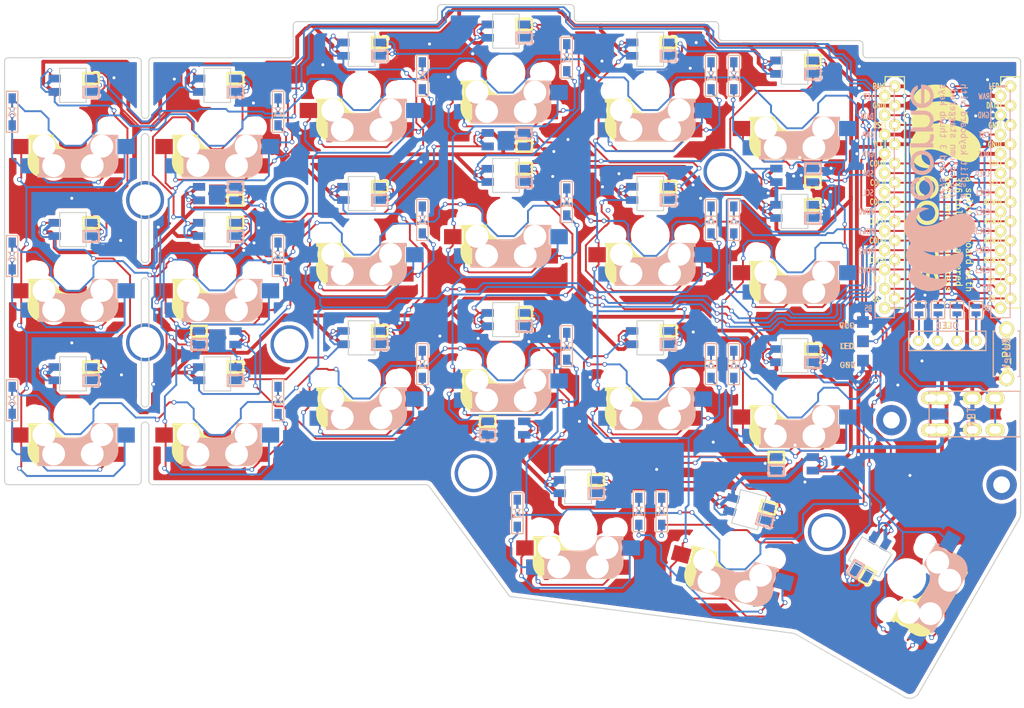
<source format=kicad_pcb>
(kicad_pcb (version 20171130) (host pcbnew "(5.1.2)-1")
  (title_block (title "Corne Cherry") (date 2018-11-17) (rev 2.1) (company foostan))
  (layers (0 F.Cu signal) (31 B.Cu signal) (34 B.Paste user) (35 F.Paste user) (36 B.SilkS user) (37 F.SilkS user) (38 B.Mask user) (39 F.Mask user) (44 Edge.Cuts user))
  (net 0 "")
  (net 1 row0)
  (net 2 "Net-(D1-Pad2)")
  (net 3 row1)
  (net 4 "Net-(D2-Pad2)")
  (net 5 row2)
  (net 6 "Net-(D3-Pad2)")
  (net 7 row3)
  (net 8 "Net-(D4-Pad2)")
  (net 9 "Net-(D5-Pad2)")
  (net 10 "Net-(D6-Pad2)")
  (net 11 "Net-(D7-Pad2)")
  (net 12 "Net-(D8-Pad2)")
  (net 13 "Net-(D9-Pad2)")
  (net 14 "Net-(D10-Pad2)")
  (net 15 "Net-(D11-Pad2)")
  (net 16 "Net-(D12-Pad2)")
  (net 17 "Net-(D13-Pad2)")
  (net 18 "Net-(D14-Pad2)")
  (net 19 "Net-(D15-Pad2)")
  (net 20 "Net-(D16-Pad2)")
  (net 21 "Net-(D17-Pad2)")
  (net 22 "Net-(D18-Pad2)")
  (net 23 "Net-(D19-Pad2)")
  (net 24 "Net-(D20-Pad2)")
  (net 25 "Net-(D21-Pad2)")
  (net 26 GND)
  (net 27 VCC)
  (net 28 col0)
  (net 29 col1)
  (net 30 col2)
  (net 31 col3)
  (net 32 col4)
  (net 33 col5)
  (net 34 LED)
  (net 35 data)
  (net 36 reset)
  (net 37 SCL)
  (net 38 SDA)
  (net 39 "Net-(U1-Pad14)")
  (net 40 "Net-(U1-Pad13)")
  (net 41 "Net-(U1-Pad12)")
  (net 42 "Net-(U1-Pad11)")
  (net 43 "Net-(J2-Pad1)")
  (net 44 "Net-(J2-Pad2)")
  (net 45 "Net-(J2-Pad3)")
  (net 46 "Net-(J2-Pad4)")
  (net 47 "Net-(J1-PadA)")
  (net 48 "Net-(U1-Pad24)")
  (net 49 "Net-(L1-Pad2)")
  (net 50 "Net-(L1-Pad4)")
  (net 51 "Net-(L2-Pad4)")
  (net 52 "Net-(L3-Pad2)")
  (net 53 "Net-(L3-Pad4)")
  (net 54 "Net-(L10-Pad2)")
  (net 55 "Net-(L11-Pad4)")
  (net 56 "Net-(L5-Pad4)")
  (net 57 "Net-(L12-Pad2)")
  (net 58 "Net-(L13-Pad4)")
  (net 59 "Net-(L14-Pad2)")
  (net 60 "Net-(L15-Pad4)")
  (net 61 "Net-(L10-Pad4)")
  (net 62 "Net-(L11-Pad2)")
  (net 63 "Net-(L12-Pad4)")
  (net 64 "Net-(L13-Pad2)")
  (net 65 "Net-(L14-Pad4)")
  (net 66 "Net-(L16-Pad4)")
  (net 67 "Net-(L17-Pad2)")
  (net 68 "Net-(L18-Pad4)")
  (net 69 "Net-(L19-Pad4)")
  (net 70 "Net-(L21-Pad4)")
  (net 71 "Net-(L22-Pad4)")
  (net 72 "Net-(L22-Pad2)")
  (net 73 "Net-(L23-Pad4)")
  (net 74 "Net-(L25-Pad2)")
  (net 75 "Net-(L26-Pad2)")
  (module WS2812Brearmount:WS2812FM (layer F.Cu) (at 165 121.5 180)
    (fp_text reference L27 hide)
    (fp_text value SK6812MINI hide)
    (pad 2 smd rect (at -2.4 -0.889 180) (size 1.6 1) (layers B.Cu B.Paste B.Mask) (net 70 "Net-(L21-Pad4)"))
    (pad 1 smd rect (at -2.4 0.889 180) (size 1.6 1) (layers B.Cu B.Paste B.Mask) (net 27 VCC))
    (pad 4 smd rect (at 2.4 0.889 180) (size 1.6 1) (layers B.Cu B.Paste B.Mask) (net 75 "Net-(L26-Pad2)"))
    (pad 3 smd rect (at 2.4 -0.889 180) (size 1.6 1) (layers B.Cu B.Paste B.Mask) (net 26 GND))
    (pad 2 smd rect (at -2.413 0.889 180) (size 1.6 1) (layers F.Cu F.Paste F.Mask) (net 70 "Net-(L21-Pad4)"))
    (pad 1 smd rect (at -2.4 -0.889 180) (size 1.6 1) (layers F.Cu F.Paste F.Mask) (net 27 VCC))
    (pad 3 smd rect (at 2.4 0.903 180) (size 1.6 1) (layers F.Cu F.Paste F.Mask) (net 26 GND))
    (pad 4 smd rect (at 2.4 -0.903 180) (size 1.6 1) (layers F.Cu F.Paste F.Mask) (net 75 "Net-(L26-Pad2)"))
  )
  (module WS2812Brearmount:WS2812FM (layer F.Cu) (at 127 116.8 180)
    (fp_text reference L26 hide)
    (fp_text value SK6812MINI hide)
    (pad 2 smd rect (at -2.4 -0.889 180) (size 1.6 1) (layers B.Cu B.Paste B.Mask) (net 75 "Net-(L26-Pad2)"))
    (pad 1 smd rect (at -2.4 0.889 180) (size 1.6 1) (layers B.Cu B.Paste B.Mask) (net 27 VCC))
    (pad 4 smd rect (at 2.4 0.889 180) (size 1.6 1) (layers B.Cu B.Paste B.Mask) (net 74 "Net-(L25-Pad2)"))
    (pad 3 smd rect (at 2.4 -0.889 180) (size 1.6 1) (layers B.Cu B.Paste B.Mask) (net 26 GND))
    (pad 2 smd rect (at -2.413 0.889 180) (size 1.6 1) (layers F.Cu F.Paste F.Mask) (net 75 "Net-(L26-Pad2)"))
    (pad 1 smd rect (at -2.4 -0.889 180) (size 1.6 1) (layers F.Cu F.Paste F.Mask) (net 27 VCC))
    (pad 3 smd rect (at 2.4 0.903 180) (size 1.6 1) (layers F.Cu F.Paste F.Mask) (net 26 GND))
    (pad 4 smd rect (at 2.4 -0.903 180) (size 1.6 1) (layers F.Cu F.Paste F.Mask) (net 74 "Net-(L25-Pad2)"))
  )
  (module WS2812Brearmount:WS2812FM (layer F.Cu) (at 89 104.9 180)
    (fp_text reference L25 hide)
    (fp_text value SK6812MINI hide)
    (pad 2 smd rect (at -2.4 -0.889 180) (size 1.6 1) (layers B.Cu B.Paste B.Mask) (net 74 "Net-(L25-Pad2)"))
    (pad 1 smd rect (at -2.4 0.889 180) (size 1.6 1) (layers B.Cu B.Paste B.Mask) (net 27 VCC))
    (pad 4 smd rect (at 2.4 0.889 180) (size 1.6 1) (layers B.Cu B.Paste B.Mask) (net 72 "Net-(L22-Pad2)"))
    (pad 3 smd rect (at 2.4 -0.889 180) (size 1.6 1) (layers B.Cu B.Paste B.Mask) (net 26 GND))
    (pad 2 smd rect (at -2.413 0.889 180) (size 1.6 1) (layers F.Cu F.Paste F.Mask) (net 74 "Net-(L25-Pad2)"))
    (pad 1 smd rect (at -2.4 -0.889 180) (size 1.6 1) (layers F.Cu F.Paste F.Mask) (net 27 VCC))
    (pad 3 smd rect (at 2.4 0.903 180) (size 1.6 1) (layers F.Cu F.Paste F.Mask) (net 26 GND))
    (pad 4 smd rect (at 2.4 -0.903 180) (size 1.6 1) (layers F.Cu F.Paste F.Mask) (net 72 "Net-(L22-Pad2)"))
  )
  (module WS2812Brearmount:WS2812FM (layer F.Cu) (at 89 85.9)
    (fp_text reference L22 hide)
    (fp_text value SK6812MINI hide)
    (pad 2 smd rect (at -2.4 -0.889) (size 1.6 1) (layers B.Cu B.Paste B.Mask) (net 72 "Net-(L22-Pad2)"))
    (pad 1 smd rect (at -2.4 0.889) (size 1.6 1) (layers B.Cu B.Paste B.Mask) (net 27 VCC))
    (pad 4 smd rect (at 2.4 0.889) (size 1.6 1) (layers B.Cu B.Paste B.Mask) (net 71 "Net-(L22-Pad4)"))
    (pad 3 smd rect (at 2.4 -0.889) (size 1.6 1) (layers B.Cu B.Paste B.Mask) (net 26 GND))
    (pad 2 smd rect (at -2.413 0.889) (size 1.6 1) (layers F.Cu F.Paste F.Mask) (net 72 "Net-(L22-Pad2)"))
    (pad 1 smd rect (at -2.4 -0.889) (size 1.6 1) (layers F.Cu F.Paste F.Mask) (net 27 VCC))
    (pad 3 smd rect (at 2.4 0.903) (size 1.6 1) (layers F.Cu F.Paste F.Mask) (net 26 GND))
    (pad 4 smd rect (at 2.4 -0.903) (size 1.6 1) (layers F.Cu F.Paste F.Mask) (net 71 "Net-(L22-Pad4)"))
  )
  (module WS2812Brearmount:WS2812FM (layer F.Cu) (at 127 78.8)
    (fp_text reference L23 hide)
    (fp_text value SK6812MINI hide)
    (pad 2 smd rect (at -2.4 -0.889) (size 1.6 1) (layers B.Cu B.Paste B.Mask) (net 71 "Net-(L22-Pad4)"))
    (pad 1 smd rect (at -2.4 0.889) (size 1.6 1) (layers B.Cu B.Paste B.Mask) (net 27 VCC))
    (pad 4 smd rect (at 2.4 0.889) (size 1.6 1) (layers B.Cu B.Paste B.Mask) (net 73 "Net-(L23-Pad4)"))
    (pad 3 smd rect (at 2.4 -0.889) (size 1.6 1) (layers B.Cu B.Paste B.Mask) (net 26 GND))
    (pad 2 smd rect (at -2.413 0.889) (size 1.6 1) (layers F.Cu F.Paste F.Mask) (net 71 "Net-(L22-Pad4)"))
    (pad 1 smd rect (at -2.4 -0.889) (size 1.6 1) (layers F.Cu F.Paste F.Mask) (net 27 VCC))
    (pad 3 smd rect (at 2.4 0.903) (size 1.6 1) (layers F.Cu F.Paste F.Mask) (net 26 GND))
    (pad 4 smd rect (at 2.4 -0.903) (size 1.6 1) (layers F.Cu F.Paste F.Mask) (net 73 "Net-(L23-Pad4)"))
  )
  (module WS2812Brearmount:WS2812FM (layer F.Cu) (at 165 83.5)
    (fp_text reference L24 hide)
    (fp_text value SK6812MINI hide)
    (pad 2 smd rect (at -2.4 -0.889) (size 1.6 1) (layers B.Cu B.Paste B.Mask) (net 73 "Net-(L23-Pad4)"))
    (pad 1 smd rect (at -2.4 0.889) (size 1.6 1) (layers B.Cu B.Paste B.Mask) (net 27 VCC))
    (pad 4 smd rect (at 2.4 0.889) (size 1.6 1) (layers B.Cu B.Paste B.Mask) (net 34 LED))
    (pad 3 smd rect (at 2.4 -0.889) (size 1.6 1) (layers B.Cu B.Paste B.Mask) (net 26 GND))
    (pad 2 smd rect (at -2.413 0.889) (size 1.6 1) (layers F.Cu F.Paste F.Mask) (net 73 "Net-(L23-Pad4)"))
    (pad 1 smd rect (at -2.4 -0.889) (size 1.6 1) (layers F.Cu F.Paste F.Mask) (net 27 VCC))
    (pad 3 smd rect (at 2.4 0.903) (size 1.6 1) (layers F.Cu F.Paste F.Mask) (net 26 GND))
    (pad 4 smd rect (at 2.4 -0.903) (size 1.6 1) (layers F.Cu F.Paste F.Mask) (net 34 LED))
  )
  (module WS2812Brearmount:WS2812RM (layer F.Cu) (at 165 88.25)
    (fp_text reference L12 hide)
    (fp_text value SK6812MINI hide)
    (pad 4 smd rect (at 2.4 0.875) (size 1.6 1) (layers F.Cu F.Paste F.Mask) (net 63 "Net-(L12-Pad4)"))
    (pad 3 smd rect (at 2.4 -0.875) (size 1.6 1) (layers F.Cu F.Paste F.Mask) (net 26 GND))
    (pad 1 smd rect (at -2.4 0.875) (size 1.6 1) (layers F.Cu F.Paste F.Mask) (net 27 VCC))
    (pad 2 smd rect (at -2.4 -0.875) (size 1.6 1) (layers F.Cu F.Paste F.Mask) (net 57 "Net-(L12-Pad2)"))
    (pad 3 smd rect (at 2.4 0.875) (size 1.6 1) (layers B.Cu B.Paste B.Mask) (net 26 GND))
    (pad 4 smd rect (at 2.4 -0.875) (size 1.6 1) (layers B.Cu B.Paste B.Mask) (net 63 "Net-(L12-Pad4)"))
    (pad 1 smd rect (at -2.4 -0.875) (size 1.6 1) (layers B.Cu B.Paste B.Mask) (net 27 VCC))
    (pad 2 smd rect (at -2.4 0.875) (size 1.6 1) (layers B.Cu B.Paste B.Mask) (net 57 "Net-(L12-Pad2)"))
  )
  (module WS2812Brearmount:WS2812RM (layer F.Cu) (at 136.5 124.5)
    (fp_text reference L19 hide)
    (fp_text value SK6812MINI hide)
    (pad 4 smd rect (at 2.4 0.875) (size 1.6 1) (layers F.Cu F.Paste F.Mask) (net 69 "Net-(L19-Pad4)"))
    (pad 3 smd rect (at 2.4 -0.875) (size 1.6 1) (layers F.Cu F.Paste F.Mask) (net 26 GND))
    (pad 1 smd rect (at -2.4 0.875) (size 1.6 1) (layers F.Cu F.Paste F.Mask) (net 27 VCC))
    (pad 2 smd rect (at -2.4 -0.875) (size 1.6 1) (layers F.Cu F.Paste F.Mask) (net 66 "Net-(L16-Pad4)"))
    (pad 3 smd rect (at 2.4 0.875) (size 1.6 1) (layers B.Cu B.Paste B.Mask) (net 26 GND))
    (pad 4 smd rect (at 2.4 -0.875) (size 1.6 1) (layers B.Cu B.Paste B.Mask) (net 69 "Net-(L19-Pad4)"))
    (pad 1 smd rect (at -2.4 -0.875) (size 1.6 1) (layers B.Cu B.Paste B.Mask) (net 27 VCC))
    (pad 2 smd rect (at -2.4 0.875) (size 1.6 1) (layers B.Cu B.Paste B.Mask) (net 66 "Net-(L16-Pad4)"))
  )
  (module WS2812Brearmount:WS2812RM (layer F.Cu) (at 70 109.625)
    (fp_text reference L13 hide)
    (fp_text value SK6812MINI hide)
    (pad 4 smd rect (at 2.4 0.875) (size 1.6 1) (layers F.Cu F.Paste F.Mask) (net 58 "Net-(L13-Pad4)"))
    (pad 3 smd rect (at 2.4 -0.875) (size 1.6 1) (layers F.Cu F.Paste F.Mask) (net 26 GND))
    (pad 1 smd rect (at -2.4 0.875) (size 1.6 1) (layers F.Cu F.Paste F.Mask) (net 27 VCC))
    (pad 2 smd rect (at -2.4 -0.875) (size 1.6 1) (layers F.Cu F.Paste F.Mask) (net 64 "Net-(L13-Pad2)"))
    (pad 3 smd rect (at 2.4 0.875) (size 1.6 1) (layers B.Cu B.Paste B.Mask) (net 26 GND))
    (pad 4 smd rect (at 2.4 -0.875) (size 1.6 1) (layers B.Cu B.Paste B.Mask) (net 58 "Net-(L13-Pad4)"))
    (pad 1 smd rect (at -2.4 -0.875) (size 1.6 1) (layers B.Cu B.Paste B.Mask) (net 27 VCC))
    (pad 2 smd rect (at -2.4 0.875) (size 1.6 1) (layers B.Cu B.Paste B.Mask) (net 64 "Net-(L13-Pad2)"))
  )
  (module WS2812Brearmount:WS2812RM (layer F.Cu) (at 146 85.875)
    (fp_text reference L11 hide)
    (fp_text value SK6812MINI hide)
    (pad 4 smd rect (at 2.4 0.875) (size 1.6 1) (layers F.Cu F.Paste F.Mask) (net 55 "Net-(L11-Pad4)"))
    (pad 3 smd rect (at 2.4 -0.875) (size 1.6 1) (layers F.Cu F.Paste F.Mask) (net 26 GND))
    (pad 1 smd rect (at -2.4 0.875) (size 1.6 1) (layers F.Cu F.Paste F.Mask) (net 27 VCC))
    (pad 2 smd rect (at -2.4 -0.875) (size 1.6 1) (layers F.Cu F.Paste F.Mask) (net 62 "Net-(L11-Pad2)"))
    (pad 3 smd rect (at 2.4 0.875) (size 1.6 1) (layers B.Cu B.Paste B.Mask) (net 26 GND))
    (pad 4 smd rect (at 2.4 -0.875) (size 1.6 1) (layers B.Cu B.Paste B.Mask) (net 55 "Net-(L11-Pad4)"))
    (pad 1 smd rect (at -2.4 -0.875) (size 1.6 1) (layers B.Cu B.Paste B.Mask) (net 27 VCC))
    (pad 2 smd rect (at -2.4 0.875) (size 1.6 1) (layers B.Cu B.Paste B.Mask) (net 62 "Net-(L11-Pad2)"))
  )
  (module WS2812Brearmount:WS2812RM (layer F.Cu) (at 175 133.75 240)
    (fp_text reference L21 hide)
    (fp_text value SK6812MINI hide)
    (pad 4 smd rect (at 2.4 0.875 240) (size 1.6 1) (layers F.Cu F.Paste F.Mask) (net 70 "Net-(L21-Pad4)"))
    (pad 3 smd rect (at 2.4 -0.875 240) (size 1.6 1) (layers F.Cu F.Paste F.Mask) (net 26 GND))
    (pad 1 smd rect (at -2.4 0.875 240) (size 1.6 1) (layers F.Cu F.Paste F.Mask) (net 27 VCC))
    (pad 2 smd rect (at -2.4 -0.875 240) (size 1.6 1) (layers F.Cu F.Paste F.Mask) (net 68 "Net-(L18-Pad4)"))
    (pad 3 smd rect (at 2.4 0.875 240) (size 1.6 1) (layers B.Cu B.Paste B.Mask) (net 26 GND))
    (pad 4 smd rect (at 2.4 -0.875 240) (size 1.6 1) (layers B.Cu B.Paste B.Mask) (net 70 "Net-(L21-Pad4)"))
    (pad 1 smd rect (at -2.4 -0.875 240) (size 1.6 1) (layers B.Cu B.Paste B.Mask) (net 27 VCC))
    (pad 2 smd rect (at -2.4 0.875 240) (size 1.6 1) (layers B.Cu B.Paste B.Mask) (net 68 "Net-(L18-Pad4)"))
  )
  (module WS2812Brearmount:WS2812RM (layer F.Cu) (at 159 127.5 345)
    (fp_text reference L20 hide)
    (fp_text value SK6812MINI hide)
    (pad 4 smd rect (at 2.4 0.875 345) (size 1.6 1) (layers F.Cu F.Paste F.Mask) (net 67 "Net-(L17-Pad2)"))
    (pad 3 smd rect (at 2.4 -0.875 345) (size 1.6 1) (layers F.Cu F.Paste F.Mask) (net 26 GND))
    (pad 1 smd rect (at -2.4 0.875 345) (size 1.6 1) (layers F.Cu F.Paste F.Mask) (net 27 VCC))
    (pad 2 smd rect (at -2.4 -0.875 345) (size 1.6 1) (layers F.Cu F.Paste F.Mask) (net 69 "Net-(L19-Pad4)"))
    (pad 3 smd rect (at 2.4 0.875 345) (size 1.6 1) (layers B.Cu B.Paste B.Mask) (net 26 GND))
    (pad 4 smd rect (at 2.4 -0.875 345) (size 1.6 1) (layers B.Cu B.Paste B.Mask) (net 67 "Net-(L17-Pad2)"))
    (pad 1 smd rect (at -2.4 -0.875 345) (size 1.6 1) (layers B.Cu B.Paste B.Mask) (net 27 VCC))
    (pad 2 smd rect (at -2.4 0.875 345) (size 1.6 1) (layers B.Cu B.Paste B.Mask) (net 69 "Net-(L19-Pad4)"))
  )
  (module WS2812Brearmount:WS2812RM (layer F.Cu) (at 165 107.25)
    (fp_text reference L18 hide)
    (fp_text value SK6812MINI hide)
    (pad 4 smd rect (at 2.4 0.875) (size 1.6 1) (layers F.Cu F.Paste F.Mask) (net 68 "Net-(L18-Pad4)"))
    (pad 3 smd rect (at 2.4 -0.875) (size 1.6 1) (layers F.Cu F.Paste F.Mask) (net 26 GND))
    (pad 1 smd rect (at -2.4 0.875) (size 1.6 1) (layers F.Cu F.Paste F.Mask) (net 27 VCC))
    (pad 2 smd rect (at -2.4 -0.875) (size 1.6 1) (layers F.Cu F.Paste F.Mask) (net 63 "Net-(L12-Pad4)"))
    (pad 3 smd rect (at 2.4 0.875) (size 1.6 1) (layers B.Cu B.Paste B.Mask) (net 26 GND))
    (pad 4 smd rect (at 2.4 -0.875) (size 1.6 1) (layers B.Cu B.Paste B.Mask) (net 68 "Net-(L18-Pad4)"))
    (pad 1 smd rect (at -2.4 -0.875) (size 1.6 1) (layers B.Cu B.Paste B.Mask) (net 27 VCC))
    (pad 2 smd rect (at -2.4 0.875) (size 1.6 1) (layers B.Cu B.Paste B.Mask) (net 63 "Net-(L12-Pad4)"))
  )
  (module WS2812Brearmount:WS2812RM (layer F.Cu) (at 146 104.875)
    (fp_text reference L17 hide)
    (fp_text value SK6812MINI hide)
    (pad 4 smd rect (at 2.4 0.875) (size 1.6 1) (layers F.Cu F.Paste F.Mask) (net 62 "Net-(L11-Pad2)"))
    (pad 3 smd rect (at 2.4 -0.875) (size 1.6 1) (layers F.Cu F.Paste F.Mask) (net 26 GND))
    (pad 1 smd rect (at -2.4 0.875) (size 1.6 1) (layers F.Cu F.Paste F.Mask) (net 27 VCC))
    (pad 2 smd rect (at -2.4 -0.875) (size 1.6 1) (layers F.Cu F.Paste F.Mask) (net 67 "Net-(L17-Pad2)"))
    (pad 3 smd rect (at 2.4 0.875) (size 1.6 1) (layers B.Cu B.Paste B.Mask) (net 26 GND))
    (pad 4 smd rect (at 2.4 -0.875) (size 1.6 1) (layers B.Cu B.Paste B.Mask) (net 62 "Net-(L11-Pad2)"))
    (pad 1 smd rect (at -2.4 -0.875) (size 1.6 1) (layers B.Cu B.Paste B.Mask) (net 27 VCC))
    (pad 2 smd rect (at -2.4 0.875) (size 1.6 1) (layers B.Cu B.Paste B.Mask) (net 67 "Net-(L17-Pad2)"))
  )
  (module WS2812Brearmount:WS2812RM (layer F.Cu) (at 127 102.5)
    (fp_text reference L16 hide)
    (fp_text value SK6812MINI hide)
    (pad 4 smd rect (at 2.4 0.875) (size 1.6 1) (layers F.Cu F.Paste F.Mask) (net 66 "Net-(L16-Pad4)"))
    (pad 3 smd rect (at 2.4 -0.875) (size 1.6 1) (layers F.Cu F.Paste F.Mask) (net 26 GND))
    (pad 1 smd rect (at -2.4 0.875) (size 1.6 1) (layers F.Cu F.Paste F.Mask) (net 27 VCC))
    (pad 2 smd rect (at -2.4 -0.875) (size 1.6 1) (layers F.Cu F.Paste F.Mask) (net 61 "Net-(L10-Pad4)"))
    (pad 3 smd rect (at 2.4 0.875) (size 1.6 1) (layers B.Cu B.Paste B.Mask) (net 26 GND))
    (pad 4 smd rect (at 2.4 -0.875) (size 1.6 1) (layers B.Cu B.Paste B.Mask) (net 66 "Net-(L16-Pad4)"))
    (pad 1 smd rect (at -2.4 -0.875) (size 1.6 1) (layers B.Cu B.Paste B.Mask) (net 27 VCC))
    (pad 2 smd rect (at -2.4 0.875) (size 1.6 1) (layers B.Cu B.Paste B.Mask) (net 61 "Net-(L10-Pad4)"))
  )
  (module WS2812Brearmount:WS2812RM (layer F.Cu) (at 108 104.875)
    (fp_text reference L15 hide)
    (fp_text value SK6812MINI hide)
    (pad 4 smd rect (at 2.4 0.875) (size 1.6 1) (layers F.Cu F.Paste F.Mask) (net 60 "Net-(L15-Pad4)"))
    (pad 3 smd rect (at 2.4 -0.875) (size 1.6 1) (layers F.Cu F.Paste F.Mask) (net 26 GND))
    (pad 1 smd rect (at -2.4 0.875) (size 1.6 1) (layers F.Cu F.Paste F.Mask) (net 27 VCC))
    (pad 2 smd rect (at -2.4 -0.875) (size 1.6 1) (layers F.Cu F.Paste F.Mask) (net 65 "Net-(L14-Pad4)"))
    (pad 3 smd rect (at 2.4 0.875) (size 1.6 1) (layers B.Cu B.Paste B.Mask) (net 26 GND))
    (pad 4 smd rect (at 2.4 -0.875) (size 1.6 1) (layers B.Cu B.Paste B.Mask) (net 60 "Net-(L15-Pad4)"))
    (pad 1 smd rect (at -2.4 -0.875) (size 1.6 1) (layers B.Cu B.Paste B.Mask) (net 27 VCC))
    (pad 2 smd rect (at -2.4 0.875) (size 1.6 1) (layers B.Cu B.Paste B.Mask) (net 65 "Net-(L14-Pad4)"))
  )
  (module WS2812Brearmount:WS2812RM (layer F.Cu) (at 89 109.625)
    (fp_text reference L14 hide)
    (fp_text value SK6812MINI hide)
    (pad 4 smd rect (at 2.4 0.875) (size 1.6 1) (layers F.Cu F.Paste F.Mask) (net 65 "Net-(L14-Pad4)"))
    (pad 3 smd rect (at 2.4 -0.875) (size 1.6 1) (layers F.Cu F.Paste F.Mask) (net 26 GND))
    (pad 1 smd rect (at -2.4 0.875) (size 1.6 1) (layers F.Cu F.Paste F.Mask) (net 27 VCC))
    (pad 2 smd rect (at -2.4 -0.875) (size 1.6 1) (layers F.Cu F.Paste F.Mask) (net 59 "Net-(L14-Pad2)"))
    (pad 3 smd rect (at 2.4 0.875) (size 1.6 1) (layers B.Cu B.Paste B.Mask) (net 26 GND))
    (pad 4 smd rect (at 2.4 -0.875) (size 1.6 1) (layers B.Cu B.Paste B.Mask) (net 65 "Net-(L14-Pad4)"))
    (pad 1 smd rect (at -2.4 -0.875) (size 1.6 1) (layers B.Cu B.Paste B.Mask) (net 27 VCC))
    (pad 2 smd rect (at -2.4 0.875) (size 1.6 1) (layers B.Cu B.Paste B.Mask) (net 59 "Net-(L14-Pad2)"))
  )
  (module WS2812Brearmount:WS2812RM (layer F.Cu) (at 127 83.5)
    (fp_text reference L10 hide)
    (fp_text value SK6812MINI hide)
    (pad 4 smd rect (at 2.4 0.875) (size 1.6 1) (layers F.Cu F.Paste F.Mask) (net 61 "Net-(L10-Pad4)"))
    (pad 3 smd rect (at 2.4 -0.875) (size 1.6 1) (layers F.Cu F.Paste F.Mask) (net 26 GND))
    (pad 1 smd rect (at -2.4 0.875) (size 1.6 1) (layers F.Cu F.Paste F.Mask) (net 27 VCC))
    (pad 2 smd rect (at -2.4 -0.875) (size 1.6 1) (layers F.Cu F.Paste F.Mask) (net 54 "Net-(L10-Pad2)"))
    (pad 3 smd rect (at 2.4 0.875) (size 1.6 1) (layers B.Cu B.Paste B.Mask) (net 26 GND))
    (pad 4 smd rect (at 2.4 -0.875) (size 1.6 1) (layers B.Cu B.Paste B.Mask) (net 61 "Net-(L10-Pad4)"))
    (pad 1 smd rect (at -2.4 -0.875) (size 1.6 1) (layers B.Cu B.Paste B.Mask) (net 27 VCC))
    (pad 2 smd rect (at -2.4 0.875) (size 1.6 1) (layers B.Cu B.Paste B.Mask) (net 54 "Net-(L10-Pad2)"))
  )
  (module WS2812Brearmount:WS2812RM (layer F.Cu) (at 108 85.875)
    (fp_text reference L9 hide)
    (fp_text value SK6812MINI hide)
    (pad 4 smd rect (at 2.4 0.875) (size 1.6 1) (layers F.Cu F.Paste F.Mask) (net 52 "Net-(L3-Pad2)"))
    (pad 3 smd rect (at 2.4 -0.875) (size 1.6 1) (layers F.Cu F.Paste F.Mask) (net 26 GND))
    (pad 1 smd rect (at -2.4 0.875) (size 1.6 1) (layers F.Cu F.Paste F.Mask) (net 27 VCC))
    (pad 2 smd rect (at -2.4 -0.875) (size 1.6 1) (layers F.Cu F.Paste F.Mask) (net 60 "Net-(L15-Pad4)"))
    (pad 3 smd rect (at 2.4 0.875) (size 1.6 1) (layers B.Cu B.Paste B.Mask) (net 26 GND))
    (pad 4 smd rect (at 2.4 -0.875) (size 1.6 1) (layers B.Cu B.Paste B.Mask) (net 52 "Net-(L3-Pad2)"))
    (pad 1 smd rect (at -2.4 -0.875) (size 1.6 1) (layers B.Cu B.Paste B.Mask) (net 27 VCC))
    (pad 2 smd rect (at -2.4 0.875) (size 1.6 1) (layers B.Cu B.Paste B.Mask) (net 60 "Net-(L15-Pad4)"))
  )
  (module WS2812Brearmount:WS2812RM (layer F.Cu) (at 89 90.625)
    (fp_text reference L8 hide)
    (fp_text value SK6812MINI hide)
    (pad 4 smd rect (at 2.4 0.875) (size 1.6 1) (layers F.Cu F.Paste F.Mask) (net 59 "Net-(L14-Pad2)"))
    (pad 3 smd rect (at 2.4 -0.875) (size 1.6 1) (layers F.Cu F.Paste F.Mask) (net 26 GND))
    (pad 1 smd rect (at -2.4 0.875) (size 1.6 1) (layers F.Cu F.Paste F.Mask) (net 27 VCC))
    (pad 2 smd rect (at -2.4 -0.875) (size 1.6 1) (layers F.Cu F.Paste F.Mask) (net 51 "Net-(L2-Pad4)"))
    (pad 3 smd rect (at 2.4 0.875) (size 1.6 1) (layers B.Cu B.Paste B.Mask) (net 26 GND))
    (pad 4 smd rect (at 2.4 -0.875) (size 1.6 1) (layers B.Cu B.Paste B.Mask) (net 59 "Net-(L14-Pad2)"))
    (pad 1 smd rect (at -2.4 -0.875) (size 1.6 1) (layers B.Cu B.Paste B.Mask) (net 27 VCC))
    (pad 2 smd rect (at -2.4 0.875) (size 1.6 1) (layers B.Cu B.Paste B.Mask) (net 51 "Net-(L2-Pad4)"))
  )
  (module WS2812Brearmount:WS2812RM (layer F.Cu) (at 70 90.625)
    (fp_text reference L7 hide)
    (fp_text value SK6812MINI hide)
    (pad 4 smd rect (at 2.4 0.875) (size 1.6 1) (layers F.Cu F.Paste F.Mask) (net 49 "Net-(L1-Pad2)"))
    (pad 3 smd rect (at 2.4 -0.875) (size 1.6 1) (layers F.Cu F.Paste F.Mask) (net 26 GND))
    (pad 1 smd rect (at -2.4 0.875) (size 1.6 1) (layers F.Cu F.Paste F.Mask) (net 27 VCC))
    (pad 2 smd rect (at -2.4 -0.875) (size 1.6 1) (layers F.Cu F.Paste F.Mask) (net 58 "Net-(L13-Pad4)"))
    (pad 3 smd rect (at 2.4 0.875) (size 1.6 1) (layers B.Cu B.Paste B.Mask) (net 26 GND))
    (pad 4 smd rect (at 2.4 -0.875) (size 1.6 1) (layers B.Cu B.Paste B.Mask) (net 49 "Net-(L1-Pad2)"))
    (pad 1 smd rect (at -2.4 -0.875) (size 1.6 1) (layers B.Cu B.Paste B.Mask) (net 27 VCC))
    (pad 2 smd rect (at -2.4 0.875) (size 1.6 1) (layers B.Cu B.Paste B.Mask) (net 58 "Net-(L13-Pad4)"))
  )
  (module WS2812Brearmount:WS2812RM (layer F.Cu) (at 165 69.25)
    (fp_text reference L6 hide)
    (fp_text value SK6812MINI hide)
    (pad 4 smd rect (at 2.4 0.875) (size 1.6 1) (layers F.Cu F.Paste F.Mask) (net 57 "Net-(L12-Pad2)"))
    (pad 3 smd rect (at 2.4 -0.875) (size 1.6 1) (layers F.Cu F.Paste F.Mask) (net 26 GND))
    (pad 1 smd rect (at -2.4 0.875) (size 1.6 1) (layers F.Cu F.Paste F.Mask) (net 27 VCC))
    (pad 2 smd rect (at -2.4 -0.875) (size 1.6 1) (layers F.Cu F.Paste F.Mask) (net 56 "Net-(L5-Pad4)"))
    (pad 3 smd rect (at 2.4 0.875) (size 1.6 1) (layers B.Cu B.Paste B.Mask) (net 26 GND))
    (pad 4 smd rect (at 2.4 -0.875) (size 1.6 1) (layers B.Cu B.Paste B.Mask) (net 57 "Net-(L12-Pad2)"))
    (pad 1 smd rect (at -2.4 -0.875) (size 1.6 1) (layers B.Cu B.Paste B.Mask) (net 27 VCC))
    (pad 2 smd rect (at -2.4 0.875) (size 1.6 1) (layers B.Cu B.Paste B.Mask) (net 56 "Net-(L5-Pad4)"))
  )
  (module WS2812Brearmount:WS2812RM (layer F.Cu) (at 146 66.875)
    (fp_text reference L5 hide)
    (fp_text value SK6812MINI hide)
    (pad 4 smd rect (at 2.4 0.875) (size 1.6 1) (layers F.Cu F.Paste F.Mask) (net 56 "Net-(L5-Pad4)"))
    (pad 3 smd rect (at 2.4 -0.875) (size 1.6 1) (layers F.Cu F.Paste F.Mask) (net 26 GND))
    (pad 1 smd rect (at -2.4 0.875) (size 1.6 1) (layers F.Cu F.Paste F.Mask) (net 27 VCC))
    (pad 2 smd rect (at -2.4 -0.875) (size 1.6 1) (layers F.Cu F.Paste F.Mask) (net 55 "Net-(L11-Pad4)"))
    (pad 3 smd rect (at 2.4 0.875) (size 1.6 1) (layers B.Cu B.Paste B.Mask) (net 26 GND))
    (pad 4 smd rect (at 2.4 -0.875) (size 1.6 1) (layers B.Cu B.Paste B.Mask) (net 56 "Net-(L5-Pad4)"))
    (pad 1 smd rect (at -2.4 -0.875) (size 1.6 1) (layers B.Cu B.Paste B.Mask) (net 27 VCC))
    (pad 2 smd rect (at -2.4 0.875) (size 1.6 1) (layers B.Cu B.Paste B.Mask) (net 55 "Net-(L11-Pad4)"))
  )
  (module WS2812Brearmount:WS2812RM (layer F.Cu) (at 127 64.5)
    (fp_text reference L4 hide)
    (fp_text value SK6812MINI hide)
    (pad 4 smd rect (at 2.4 0.875) (size 1.6 1) (layers F.Cu F.Paste F.Mask) (net 54 "Net-(L10-Pad2)"))
    (pad 3 smd rect (at 2.4 -0.875) (size 1.6 1) (layers F.Cu F.Paste F.Mask) (net 26 GND))
    (pad 1 smd rect (at -2.4 0.875) (size 1.6 1) (layers F.Cu F.Paste F.Mask) (net 27 VCC))
    (pad 2 smd rect (at -2.4 -0.875) (size 1.6 1) (layers F.Cu F.Paste F.Mask) (net 53 "Net-(L3-Pad4)"))
    (pad 3 smd rect (at 2.4 0.875) (size 1.6 1) (layers B.Cu B.Paste B.Mask) (net 26 GND))
    (pad 4 smd rect (at 2.4 -0.875) (size 1.6 1) (layers B.Cu B.Paste B.Mask) (net 54 "Net-(L10-Pad2)"))
    (pad 1 smd rect (at -2.4 -0.875) (size 1.6 1) (layers B.Cu B.Paste B.Mask) (net 27 VCC))
    (pad 2 smd rect (at -2.4 0.875) (size 1.6 1) (layers B.Cu B.Paste B.Mask) (net 53 "Net-(L3-Pad4)"))
  )
  (module WS2812Brearmount:WS2812RM (layer F.Cu) (at 108 66.875)
    (fp_text reference L3 hide)
    (fp_text value SK6812MINI hide)
    (pad 4 smd rect (at 2.4 0.875) (size 1.6 1) (layers F.Cu F.Paste F.Mask) (net 53 "Net-(L3-Pad4)"))
    (pad 3 smd rect (at 2.4 -0.875) (size 1.6 1) (layers F.Cu F.Paste F.Mask) (net 26 GND))
    (pad 1 smd rect (at -2.4 0.875) (size 1.6 1) (layers F.Cu F.Paste F.Mask) (net 27 VCC))
    (pad 2 smd rect (at -2.4 -0.875) (size 1.6 1) (layers F.Cu F.Paste F.Mask) (net 52 "Net-(L3-Pad2)"))
    (pad 3 smd rect (at 2.4 0.875) (size 1.6 1) (layers B.Cu B.Paste B.Mask) (net 26 GND))
    (pad 4 smd rect (at 2.4 -0.875) (size 1.6 1) (layers B.Cu B.Paste B.Mask) (net 53 "Net-(L3-Pad4)"))
    (pad 1 smd rect (at -2.4 -0.875) (size 1.6 1) (layers B.Cu B.Paste B.Mask) (net 27 VCC))
    (pad 2 smd rect (at -2.4 0.875) (size 1.6 1) (layers B.Cu B.Paste B.Mask) (net 52 "Net-(L3-Pad2)"))
  )
  (module WS2812Brearmount:WS2812RM (layer F.Cu) (at 89 71.625)
    (fp_text reference L2 hide)
    (fp_text value SK6812MINI hide)
    (pad 4 smd rect (at 2.4 0.875) (size 1.6 1) (layers F.Cu F.Paste F.Mask) (net 51 "Net-(L2-Pad4)"))
    (pad 3 smd rect (at 2.4 -0.875) (size 1.6 1) (layers F.Cu F.Paste F.Mask) (net 26 GND))
    (pad 1 smd rect (at -2.4 0.875) (size 1.6 1) (layers F.Cu F.Paste F.Mask) (net 27 VCC))
    (pad 2 smd rect (at -2.4 -0.875) (size 1.6 1) (layers F.Cu F.Paste F.Mask) (net 50 "Net-(L1-Pad4)"))
    (pad 3 smd rect (at 2.4 0.875) (size 1.6 1) (layers B.Cu B.Paste B.Mask) (net 26 GND))
    (pad 4 smd rect (at 2.4 -0.875) (size 1.6 1) (layers B.Cu B.Paste B.Mask) (net 51 "Net-(L2-Pad4)"))
    (pad 1 smd rect (at -2.4 -0.875) (size 1.6 1) (layers B.Cu B.Paste B.Mask) (net 27 VCC))
    (pad 2 smd rect (at -2.4 0.875) (size 1.6 1) (layers B.Cu B.Paste B.Mask) (net 50 "Net-(L1-Pad4)"))
  )
  (module WS2812Brearmount:WS2812RM (layer F.Cu) (at 70 71.625)
    (fp_text reference L1 hide)
    (fp_text value SK6812MINI hide)
    (pad 4 smd rect (at 2.4 0.875) (size 1.6 1) (layers F.Cu F.Paste F.Mask) (net 50 "Net-(L1-Pad4)"))
    (pad 3 smd rect (at 2.4 -0.875) (size 1.6 1) (layers F.Cu F.Paste F.Mask) (net 26 GND))
    (pad 1 smd rect (at -2.4 0.875) (size 1.6 1) (layers F.Cu F.Paste F.Mask) (net 27 VCC))
    (pad 2 smd rect (at -2.4 -0.875) (size 1.6 1) (layers F.Cu F.Paste F.Mask) (net 49 "Net-(L1-Pad2)"))
    (pad 3 smd rect (at 2.4 0.875) (size 1.6 1) (layers B.Cu B.Paste B.Mask) (net 26 GND))
    (pad 4 smd rect (at 2.4 -0.875) (size 1.6 1) (layers B.Cu B.Paste B.Mask) (net 50 "Net-(L1-Pad4)"))
    (pad 1 smd rect (at -2.4 -0.875) (size 1.6 1) (layers B.Cu B.Paste B.Mask) (net 27 VCC))
    (pad 2 smd rect (at -2.4 0.875) (size 1.6 1) (layers B.Cu B.Paste B.Mask) (net 49 "Net-(L1-Pad2)"))
  )
  (module kbd:MJ-4PP-9 (layer F.Cu) (at 194.7 116.7 270)
    (fp_text reference J1 (at -0.889 6.4135 90) (layer F.SilkS))
    (fp_text value MJ-4PP-9 hide)
    (fp_text user TRRS (at -0.8255 6.4135 90) (layer B.SilkS) (effects (justify mirror)))
    (pad "" np_thru_hole circle (at -1.75 8.5 270) (size 1.2 1.2) (drill 1.2) (layers *.Cu *.Mask F.SilkS))
    (pad "" np_thru_hole circle (at -1.75 1.5 270) (size 1.2 1.2) (drill 1.2) (layers *.Cu *.Mask F.SilkS))
    (pad D thru_hole oval (at -3.85 10.3 270) (size 1.7 2.5) (drill oval 1 1.5) (layers *.Cu *.Mask F.SilkS) (net 27 VCC) (clearance 0.15))
    (pad A thru_hole oval (at 0.35 11.8 270) (size 1.7 2.5) (drill oval 1 1.5) (layers *.Cu *.Mask F.SilkS) (net 47 "Net-(J1-PadA)") (clearance 0.15))
    (pad B thru_hole oval (at -3.85 3.3 270) (size 1.7 2.5) (drill oval 1 1.5) (layers *.Cu *.Mask F.SilkS) (net 35 data))
    (pad C thru_hole oval (at -3.85 6.3 270) (size 1.7 2.5) (drill oval 1 1.5) (layers *.Cu *.Mask F.SilkS) (net 26 GND))
    (pad "" np_thru_hole circle (at -1.778 1.5 270) (size 1.2 1.2) (drill 1.2) (layers *.Cu *.Mask F.SilkS))
    (pad "" np_thru_hole circle (at -1.778 8.5 270) (size 1.2 1.2) (drill 1.2) (layers *.Cu *.Mask F.SilkS))
    (pad B thru_hole oval (at 0.322 3.3 270) (size 1.7 2.5) (drill oval 1 1.5) (layers *.Cu *.Mask F.SilkS) (net 35 data))
    (pad C thru_hole oval (at 0.322 6.3 270) (size 1.7 2.5) (drill oval 1 1.5) (layers *.Cu *.Mask F.SilkS) (net 26 GND))
    (pad D thru_hole oval (at 0.322 10.3 270) (size 1.7 2.5) (drill oval 1 1.5) (layers *.Cu *.Mask F.SilkS) (net 27 VCC) (clearance 0.15))
    (pad A thru_hole oval (at -3.878 11.8 270) (size 1.7 2.5) (drill oval 1 1.5) (layers *.Cu *.Mask F.SilkS) (net 47 "Net-(J1-PadA)") (clearance 0.15))
  )
  (module kbd:Jumper (layer B.Cu) (at 188.875 101.25 270)
    (fp_text reference JP6 hide)
    (fp_text value " " (at -2.794 0 270) (layer B.SilkS) (effects (font (size 0.8128 0.8128)) (justify mirror)))
    (pad 1 smd rect (at -0.50038 0 270) (size 0.635 1.143) (layers B.Cu B.Paste B.Mask) (net 38 SDA) (clearance 0.1905))
    (pad 2 smd rect (at 0.50038 0 270) (size 0.635 1.143) (layers B.Cu B.Paste B.Mask) (net 46 "Net-(J2-Pad4)") (clearance 0.1905))
  )
  (module kbd:CherryMX_MidHeight_Hotswap (layer F.Cu) (at 165 112.75 180)
    (fp_text reference SW18 hide)
    (fp_text value SW_PUSH hide)
    (pad "" np_thru_hole circle (at 4.5 0 180) (size 1.7 1.7) (drill 1.7) (layers *.Cu *.Mask))
    (pad "" np_thru_hole circle (at -4.5 0 180) (size 1.7 1.7) (drill 1.7) (layers *.Cu *.Mask))
    (pad 2 smd rect (at 5.7 -5.12) (size 2.3 2) (layers B.Cu B.Paste B.Mask) (net 22 "Net-(D18-Pad2)"))
    (pad "" np_thru_hole circle (at -5.08 0 180) (size 1.9 1.9) (drill 1.9) (layers *.Cu *.Mask))
    (pad "" np_thru_hole circle (at 5.08 0 180) (size 1.9 1.9) (drill 1.9) (layers *.Cu *.Mask))
    (pad "" np_thru_hole circle (at 0 0 270) (size 4.1 4.1) (drill 4.1) (layers *.Cu *.Mask))
    (pad "" np_thru_hole circle (at 2.54 -5.08) (size 3 3) (drill 3) (layers *.Cu *.Mask))
    (pad "" np_thru_hole circle (at 3.81 -2.540001) (size 3 3) (drill 3) (layers *.Cu *.Mask))
    (pad "" np_thru_hole circle (at -2.54 -5.08) (size 3 3) (drill 3) (layers *.Cu *.Mask))
    (pad "" np_thru_hole circle (at -3.81 -2.54) (size 3 3) (drill 3) (layers *.Cu *.Mask))
    (pad 2 smd rect (at -5.7 -5.12) (size 2.3 2) (layers F.Cu F.Paste F.Mask) (net 22 "Net-(D18-Pad2)"))
    (pad 1 smd rect (at 7 -2.58) (size 2.3 2) (layers F.Cu F.Paste F.Mask) (net 33 col5))
    (pad 1 smd rect (at -7 -2.58) (size 2.3 2) (layers B.Cu B.Paste B.Mask) (net 33 col5))
  )
  (module kbd:CherryMX_MidHeight_Hotswap (layer F.Cu) (at 108 72.375 180)
    (fp_text reference SW3 hide)
    (fp_text value SW_PUSH hide)
    (pad "" np_thru_hole circle (at 4.5 0 180) (size 1.7 1.7) (drill 1.7) (layers *.Cu *.Mask))
    (pad "" np_thru_hole circle (at -4.5 0 180) (size 1.7 1.7) (drill 1.7) (layers *.Cu *.Mask))
    (pad 2 smd rect (at 5.7 -5.12) (size 2.3 2) (layers B.Cu B.Paste B.Mask) (net 6 "Net-(D3-Pad2)"))
    (pad "" np_thru_hole circle (at -5.08 0 180) (size 1.9 1.9) (drill 1.9) (layers *.Cu *.Mask))
    (pad "" np_thru_hole circle (at 5.08 0 180) (size 1.9 1.9) (drill 1.9) (layers *.Cu *.Mask))
    (pad "" np_thru_hole circle (at 0 0 270) (size 4.1 4.1) (drill 4.1) (layers *.Cu *.Mask))
    (pad "" np_thru_hole circle (at 2.54 -5.08) (size 3 3) (drill 3) (layers *.Cu *.Mask))
    (pad "" np_thru_hole circle (at 3.81 -2.540001) (size 3 3) (drill 3) (layers *.Cu *.Mask))
    (pad "" np_thru_hole circle (at -2.54 -5.08) (size 3 3) (drill 3) (layers *.Cu *.Mask))
    (pad "" np_thru_hole circle (at -3.81 -2.54) (size 3 3) (drill 3) (layers *.Cu *.Mask))
    (pad 2 smd rect (at -5.7 -5.12) (size 2.3 2) (layers F.Cu F.Paste F.Mask) (net 6 "Net-(D3-Pad2)"))
    (pad 1 smd rect (at 7 -2.58) (size 2.3 2) (layers F.Cu F.Paste F.Mask) (net 30 col2))
    (pad 1 smd rect (at -7 -2.58) (size 2.3 2) (layers B.Cu B.Paste B.Mask) (net 30 col2))
  )
  (module kbd:CherryMX_MidHeight_Hotswap_1.5u (layer F.Cu) (at 179.75 136.5 240)
    (fp_text reference SW21 hide)
    (fp_text value SW_PUSH hide)
    (pad "" np_thru_hole circle (at 4.5 0 240) (size 1.7 1.7) (drill 1.7) (layers *.Cu *.Mask))
    (pad "" np_thru_hole circle (at -4.5 0 240) (size 1.7 1.7) (drill 1.7) (layers *.Cu *.Mask))
    (pad 2 smd rect (at 5.7 -5.12 60) (size 2.3 2) (layers B.Cu B.Paste B.Mask) (net 25 "Net-(D21-Pad2)"))
    (pad "" np_thru_hole circle (at -5.08 0 240) (size 1.9 1.9) (drill 1.9) (layers *.Cu *.Mask))
    (pad "" np_thru_hole circle (at 5.08 0 240) (size 1.9 1.9) (drill 1.9) (layers *.Cu *.Mask))
    (pad "" np_thru_hole circle (at 0 0 330) (size 4.1 4.1) (drill 4.1) (layers *.Cu *.Mask))
    (pad "" np_thru_hole circle (at 2.54 -5.08 60) (size 3 3) (drill 3) (layers *.Cu *.Mask))
    (pad "" np_thru_hole circle (at 3.81 -2.540001 60) (size 3 3) (drill 3) (layers *.Cu *.Mask))
    (pad "" np_thru_hole circle (at -2.54 -5.08 60) (size 3 3) (drill 3) (layers *.Cu *.Mask))
    (pad "" np_thru_hole circle (at -3.81 -2.54 60) (size 3 3) (drill 3) (layers *.Cu *.Mask))
    (pad 2 smd rect (at -5.7 -5.12 60) (size 2.3 2) (layers F.Cu F.Paste F.Mask) (net 25 "Net-(D21-Pad2)"))
    (pad 1 smd rect (at 7 -2.58 60) (size 2.3 2) (layers F.Cu F.Paste F.Mask) (net 33 col5))
    (pad 1 smd rect (at -7 -2.58 60) (size 2.3 2) (layers B.Cu B.Paste B.Mask) (net 33 col5))
  )
  (module kbd:CherryMX_MidHeight_Hotswap (layer F.Cu) (at 70 77.125 180)
    (fp_text reference SW1 hide)
    (fp_text value SW_PUSH hide)
    (pad "" np_thru_hole circle (at 4.5 0 180) (size 1.7 1.7) (drill 1.7) (layers *.Cu *.Mask))
    (pad "" np_thru_hole circle (at -4.5 0 180) (size 1.7 1.7) (drill 1.7) (layers *.Cu *.Mask))
    (pad 2 smd rect (at 5.7 -5.12) (size 2.3 2) (layers B.Cu B.Paste B.Mask) (net 2 "Net-(D1-Pad2)"))
    (pad "" np_thru_hole circle (at -5.08 0 180) (size 1.9 1.9) (drill 1.9) (layers *.Cu *.Mask))
    (pad "" np_thru_hole circle (at 5.08 0 180) (size 1.9 1.9) (drill 1.9) (layers *.Cu *.Mask))
    (pad "" np_thru_hole circle (at 0 0 270) (size 4.1 4.1) (drill 4.1) (layers *.Cu *.Mask))
    (pad "" np_thru_hole circle (at 2.54 -5.08) (size 3 3) (drill 3) (layers *.Cu *.Mask))
    (pad "" np_thru_hole circle (at 3.81 -2.540001) (size 3 3) (drill 3) (layers *.Cu *.Mask))
    (pad "" np_thru_hole circle (at -2.54 -5.08) (size 3 3) (drill 3) (layers *.Cu *.Mask))
    (pad "" np_thru_hole circle (at -3.81 -2.54) (size 3 3) (drill 3) (layers *.Cu *.Mask))
    (pad 2 smd rect (at -5.7 -5.12) (size 2.3 2) (layers F.Cu F.Paste F.Mask) (net 2 "Net-(D1-Pad2)"))
    (pad 1 smd rect (at 7 -2.58) (size 2.3 2) (layers F.Cu F.Paste F.Mask) (net 28 col0))
    (pad 1 smd rect (at -7 -2.58) (size 2.3 2) (layers B.Cu B.Paste B.Mask) (net 28 col0))
  )
  (module kbd:CherryMX_MidHeight_Hotswap (layer F.Cu) (at 136.5 130 180)
    (fp_text reference SW19 hide)
    (fp_text value SW_PUSH hide)
    (pad "" np_thru_hole circle (at 4.5 0 180) (size 1.7 1.7) (drill 1.7) (layers *.Cu *.Mask))
    (pad "" np_thru_hole circle (at -4.5 0 180) (size 1.7 1.7) (drill 1.7) (layers *.Cu *.Mask))
    (pad 2 smd rect (at 5.7 -5.12) (size 2.3 2) (layers B.Cu B.Paste B.Mask) (net 23 "Net-(D19-Pad2)"))
    (pad "" np_thru_hole circle (at -5.08 0 180) (size 1.9 1.9) (drill 1.9) (layers *.Cu *.Mask))
    (pad "" np_thru_hole circle (at 5.08 0 180) (size 1.9 1.9) (drill 1.9) (layers *.Cu *.Mask))
    (pad "" np_thru_hole circle (at 0 0 270) (size 4.1 4.1) (drill 4.1) (layers *.Cu *.Mask))
    (pad "" np_thru_hole circle (at 2.54 -5.08) (size 3 3) (drill 3) (layers *.Cu *.Mask))
    (pad "" np_thru_hole circle (at 3.81 -2.540001) (size 3 3) (drill 3) (layers *.Cu *.Mask))
    (pad "" np_thru_hole circle (at -2.54 -5.08) (size 3 3) (drill 3) (layers *.Cu *.Mask))
    (pad "" np_thru_hole circle (at -3.81 -2.54) (size 3 3) (drill 3) (layers *.Cu *.Mask))
    (pad 2 smd rect (at -5.7 -5.12) (size 2.3 2) (layers F.Cu F.Paste F.Mask) (net 23 "Net-(D19-Pad2)"))
    (pad 1 smd rect (at 7 -2.58) (size 2.3 2) (layers F.Cu F.Paste F.Mask) (net 31 col3))
    (pad 1 smd rect (at -7 -2.58) (size 2.3 2) (layers B.Cu B.Paste B.Mask) (net 31 col3))
  )
  (module kbd:CherryMX_MidHeight_Hotswap (layer F.Cu) (at 108 110.375 180)
    (fp_text reference SW15 hide)
    (fp_text value SW_PUSH hide)
    (pad "" np_thru_hole circle (at 4.5 0 180) (size 1.7 1.7) (drill 1.7) (layers *.Cu *.Mask))
    (pad "" np_thru_hole circle (at -4.5 0 180) (size 1.7 1.7) (drill 1.7) (layers *.Cu *.Mask))
    (pad 2 smd rect (at 5.7 -5.12) (size 2.3 2) (layers B.Cu B.Paste B.Mask) (net 19 "Net-(D15-Pad2)"))
    (pad "" np_thru_hole circle (at -5.08 0 180) (size 1.9 1.9) (drill 1.9) (layers *.Cu *.Mask))
    (pad "" np_thru_hole circle (at 5.08 0 180) (size 1.9 1.9) (drill 1.9) (layers *.Cu *.Mask))
    (pad "" np_thru_hole circle (at 0 0 270) (size 4.1 4.1) (drill 4.1) (layers *.Cu *.Mask))
    (pad "" np_thru_hole circle (at 2.54 -5.08) (size 3 3) (drill 3) (layers *.Cu *.Mask))
    (pad "" np_thru_hole circle (at 3.81 -2.540001) (size 3 3) (drill 3) (layers *.Cu *.Mask))
    (pad "" np_thru_hole circle (at -2.54 -5.08) (size 3 3) (drill 3) (layers *.Cu *.Mask))
    (pad "" np_thru_hole circle (at -3.81 -2.54) (size 3 3) (drill 3) (layers *.Cu *.Mask))
    (pad 2 smd rect (at -5.7 -5.12) (size 2.3 2) (layers F.Cu F.Paste F.Mask) (net 19 "Net-(D15-Pad2)"))
    (pad 1 smd rect (at 7 -2.58) (size 2.3 2) (layers F.Cu F.Paste F.Mask) (net 30 col2))
    (pad 1 smd rect (at -7 -2.58) (size 2.3 2) (layers B.Cu B.Paste B.Mask) (net 30 col2))
  )
  (module kbd:CherryMX_MidHeight_Hotswap (layer F.Cu) (at 89 115.125 180)
    (fp_text reference SW14 hide)
    (fp_text value SW_PUSH hide)
    (pad "" np_thru_hole circle (at 4.5 0 180) (size 1.7 1.7) (drill 1.7) (layers *.Cu *.Mask))
    (pad "" np_thru_hole circle (at -4.5 0 180) (size 1.7 1.7) (drill 1.7) (layers *.Cu *.Mask))
    (pad 2 smd rect (at 5.7 -5.12) (size 2.3 2) (layers B.Cu B.Paste B.Mask) (net 18 "Net-(D14-Pad2)"))
    (pad "" np_thru_hole circle (at -5.08 0 180) (size 1.9 1.9) (drill 1.9) (layers *.Cu *.Mask))
    (pad "" np_thru_hole circle (at 5.08 0 180) (size 1.9 1.9) (drill 1.9) (layers *.Cu *.Mask))
    (pad "" np_thru_hole circle (at 0 0 270) (size 4.1 4.1) (drill 4.1) (layers *.Cu *.Mask))
    (pad "" np_thru_hole circle (at 2.54 -5.08) (size 3 3) (drill 3) (layers *.Cu *.Mask))
    (pad "" np_thru_hole circle (at 3.81 -2.540001) (size 3 3) (drill 3) (layers *.Cu *.Mask))
    (pad "" np_thru_hole circle (at -2.54 -5.08) (size 3 3) (drill 3) (layers *.Cu *.Mask))
    (pad "" np_thru_hole circle (at -3.81 -2.54) (size 3 3) (drill 3) (layers *.Cu *.Mask))
    (pad 2 smd rect (at -5.7 -5.12) (size 2.3 2) (layers F.Cu F.Paste F.Mask) (net 18 "Net-(D14-Pad2)"))
    (pad 1 smd rect (at 7 -2.58) (size 2.3 2) (layers F.Cu F.Paste F.Mask) (net 29 col1))
    (pad 1 smd rect (at -7 -2.58) (size 2.3 2) (layers B.Cu B.Paste B.Mask) (net 29 col1))
  )
  (module kbd:CherryMX_MidHeight_Hotswap (layer F.Cu) (at 70 115.125 180)
    (fp_text reference SW13 hide)
    (fp_text value SW_PUSH hide)
    (pad "" np_thru_hole circle (at 4.5 0 180) (size 1.7 1.7) (drill 1.7) (layers *.Cu *.Mask))
    (pad "" np_thru_hole circle (at -4.5 0 180) (size 1.7 1.7) (drill 1.7) (layers *.Cu *.Mask))
    (pad 2 smd rect (at 5.7 -5.12) (size 2.3 2) (layers B.Cu B.Paste B.Mask) (net 17 "Net-(D13-Pad2)"))
    (pad "" np_thru_hole circle (at -5.08 0 180) (size 1.9 1.9) (drill 1.9) (layers *.Cu *.Mask))
    (pad "" np_thru_hole circle (at 5.08 0 180) (size 1.9 1.9) (drill 1.9) (layers *.Cu *.Mask))
    (pad "" np_thru_hole circle (at 0 0 270) (size 4.1 4.1) (drill 4.1) (layers *.Cu *.Mask))
    (pad "" np_thru_hole circle (at 2.54 -5.08) (size 3 3) (drill 3) (layers *.Cu *.Mask))
    (pad "" np_thru_hole circle (at 3.81 -2.540001) (size 3 3) (drill 3) (layers *.Cu *.Mask))
    (pad "" np_thru_hole circle (at -2.54 -5.08) (size 3 3) (drill 3) (layers *.Cu *.Mask))
    (pad "" np_thru_hole circle (at -3.81 -2.54) (size 3 3) (drill 3) (layers *.Cu *.Mask))
    (pad 2 smd rect (at -5.7 -5.12) (size 2.3 2) (layers F.Cu F.Paste F.Mask) (net 17 "Net-(D13-Pad2)"))
    (pad 1 smd rect (at 7 -2.58) (size 2.3 2) (layers F.Cu F.Paste F.Mask) (net 28 col0))
    (pad 1 smd rect (at -7 -2.58) (size 2.3 2) (layers B.Cu B.Paste B.Mask) (net 28 col0))
  )
  (module kbd:CherryMX_MidHeight_Hotswap (layer F.Cu) (at 165 93.75 180)
    (fp_text reference SW12 hide)
    (fp_text value SW_PUSH hide)
    (pad "" np_thru_hole circle (at 4.5 0 180) (size 1.7 1.7) (drill 1.7) (layers *.Cu *.Mask))
    (pad "" np_thru_hole circle (at -4.5 0 180) (size 1.7 1.7) (drill 1.7) (layers *.Cu *.Mask))
    (pad 2 smd rect (at 5.7 -5.12) (size 2.3 2) (layers B.Cu B.Paste B.Mask) (net 16 "Net-(D12-Pad2)"))
    (pad "" np_thru_hole circle (at -5.08 0 180) (size 1.9 1.9) (drill 1.9) (layers *.Cu *.Mask))
    (pad "" np_thru_hole circle (at 5.08 0 180) (size 1.9 1.9) (drill 1.9) (layers *.Cu *.Mask))
    (pad "" np_thru_hole circle (at 0 0 270) (size 4.1 4.1) (drill 4.1) (layers *.Cu *.Mask))
    (pad "" np_thru_hole circle (at 2.54 -5.08) (size 3 3) (drill 3) (layers *.Cu *.Mask))
    (pad "" np_thru_hole circle (at 3.81 -2.540001) (size 3 3) (drill 3) (layers *.Cu *.Mask))
    (pad "" np_thru_hole circle (at -2.54 -5.08) (size 3 3) (drill 3) (layers *.Cu *.Mask))
    (pad "" np_thru_hole circle (at -3.81 -2.54) (size 3 3) (drill 3) (layers *.Cu *.Mask))
    (pad 2 smd rect (at -5.7 -5.12) (size 2.3 2) (layers F.Cu F.Paste F.Mask) (net 16 "Net-(D12-Pad2)"))
    (pad 1 smd rect (at 7 -2.58) (size 2.3 2) (layers F.Cu F.Paste F.Mask) (net 33 col5))
    (pad 1 smd rect (at -7 -2.58) (size 2.3 2) (layers B.Cu B.Paste B.Mask) (net 33 col5))
  )
  (module kbd:CherryMX_MidHeight_Hotswap (layer F.Cu) (at 146 91.375 180)
    (fp_text reference SW11 hide)
    (fp_text value SW_PUSH hide)
    (pad "" np_thru_hole circle (at 4.5 0 180) (size 1.7 1.7) (drill 1.7) (layers *.Cu *.Mask))
    (pad "" np_thru_hole circle (at -4.5 0 180) (size 1.7 1.7) (drill 1.7) (layers *.Cu *.Mask))
    (pad 2 smd rect (at 5.7 -5.12) (size 2.3 2) (layers B.Cu B.Paste B.Mask) (net 15 "Net-(D11-Pad2)"))
    (pad "" np_thru_hole circle (at -5.08 0 180) (size 1.9 1.9) (drill 1.9) (layers *.Cu *.Mask))
    (pad "" np_thru_hole circle (at 5.08 0 180) (size 1.9 1.9) (drill 1.9) (layers *.Cu *.Mask))
    (pad "" np_thru_hole circle (at 0 0 270) (size 4.1 4.1) (drill 4.1) (layers *.Cu *.Mask))
    (pad "" np_thru_hole circle (at 2.54 -5.08) (size 3 3) (drill 3) (layers *.Cu *.Mask))
    (pad "" np_thru_hole circle (at 3.81 -2.540001) (size 3 3) (drill 3) (layers *.Cu *.Mask))
    (pad "" np_thru_hole circle (at -2.54 -5.08) (size 3 3) (drill 3) (layers *.Cu *.Mask))
    (pad "" np_thru_hole circle (at -3.81 -2.54) (size 3 3) (drill 3) (layers *.Cu *.Mask))
    (pad 2 smd rect (at -5.7 -5.12) (size 2.3 2) (layers F.Cu F.Paste F.Mask) (net 15 "Net-(D11-Pad2)"))
    (pad 1 smd rect (at 7 -2.58) (size 2.3 2) (layers F.Cu F.Paste F.Mask) (net 32 col4))
    (pad 1 smd rect (at -7 -2.58) (size 2.3 2) (layers B.Cu B.Paste B.Mask) (net 32 col4))
  )
  (module kbd:CherryMX_MidHeight_Hotswap (layer F.Cu) (at 127 89 180)
    (fp_text reference SW10 hide)
    (fp_text value SW_PUSH hide)
    (pad "" np_thru_hole circle (at 4.5 0 180) (size 1.7 1.7) (drill 1.7) (layers *.Cu *.Mask))
    (pad "" np_thru_hole circle (at -4.5 0 180) (size 1.7 1.7) (drill 1.7) (layers *.Cu *.Mask))
    (pad 2 smd rect (at 5.7 -5.12) (size 2.3 2) (layers B.Cu B.Paste B.Mask) (net 14 "Net-(D10-Pad2)"))
    (pad "" np_thru_hole circle (at -5.08 0 180) (size 1.9 1.9) (drill 1.9) (layers *.Cu *.Mask))
    (pad "" np_thru_hole circle (at 5.08 0 180) (size 1.9 1.9) (drill 1.9) (layers *.Cu *.Mask))
    (pad "" np_thru_hole circle (at 0 0 270) (size 4.1 4.1) (drill 4.1) (layers *.Cu *.Mask))
    (pad "" np_thru_hole circle (at 2.54 -5.08) (size 3 3) (drill 3) (layers *.Cu *.Mask))
    (pad "" np_thru_hole circle (at 3.81 -2.540001) (size 3 3) (drill 3) (layers *.Cu *.Mask))
    (pad "" np_thru_hole circle (at -2.54 -5.08) (size 3 3) (drill 3) (layers *.Cu *.Mask))
    (pad "" np_thru_hole circle (at -3.81 -2.54) (size 3 3) (drill 3) (layers *.Cu *.Mask))
    (pad 2 smd rect (at -5.7 -5.12) (size 2.3 2) (layers F.Cu F.Paste F.Mask) (net 14 "Net-(D10-Pad2)"))
    (pad 1 smd rect (at 7 -2.58) (size 2.3 2) (layers F.Cu F.Paste F.Mask) (net 31 col3))
    (pad 1 smd rect (at -7 -2.58) (size 2.3 2) (layers B.Cu B.Paste B.Mask) (net 31 col3))
  )
  (module kbd:CherryMX_MidHeight_Hotswap (layer F.Cu) (at 108 91.375 180)
    (fp_text reference SW9 hide)
    (fp_text value SW_PUSH hide)
    (pad "" np_thru_hole circle (at 4.5 0 180) (size 1.7 1.7) (drill 1.7) (layers *.Cu *.Mask))
    (pad "" np_thru_hole circle (at -4.5 0 180) (size 1.7 1.7) (drill 1.7) (layers *.Cu *.Mask))
    (pad 2 smd rect (at 5.7 -5.12) (size 2.3 2) (layers B.Cu B.Paste B.Mask) (net 13 "Net-(D9-Pad2)"))
    (pad "" np_thru_hole circle (at -5.08 0 180) (size 1.9 1.9) (drill 1.9) (layers *.Cu *.Mask))
    (pad "" np_thru_hole circle (at 5.08 0 180) (size 1.9 1.9) (drill 1.9) (layers *.Cu *.Mask))
    (pad "" np_thru_hole circle (at 0 0 270) (size 4.1 4.1) (drill 4.1) (layers *.Cu *.Mask))
    (pad "" np_thru_hole circle (at 2.54 -5.08) (size 3 3) (drill 3) (layers *.Cu *.Mask))
    (pad "" np_thru_hole circle (at 3.81 -2.540001) (size 3 3) (drill 3) (layers *.Cu *.Mask))
    (pad "" np_thru_hole circle (at -2.54 -5.08) (size 3 3) (drill 3) (layers *.Cu *.Mask))
    (pad "" np_thru_hole circle (at -3.81 -2.54) (size 3 3) (drill 3) (layers *.Cu *.Mask))
    (pad 2 smd rect (at -5.7 -5.12) (size 2.3 2) (layers F.Cu F.Paste F.Mask) (net 13 "Net-(D9-Pad2)"))
    (pad 1 smd rect (at 7 -2.58) (size 2.3 2) (layers F.Cu F.Paste F.Mask) (net 30 col2))
    (pad 1 smd rect (at -7 -2.58) (size 2.3 2) (layers B.Cu B.Paste B.Mask) (net 30 col2))
  )
  (module kbd:CherryMX_MidHeight_Hotswap (layer F.Cu) (at 89 96.125 180)
    (fp_text reference SW8 hide)
    (fp_text value SW_PUSH hide)
    (pad "" np_thru_hole circle (at 4.5 0 180) (size 1.7 1.7) (drill 1.7) (layers *.Cu *.Mask))
    (pad "" np_thru_hole circle (at -4.5 0 180) (size 1.7 1.7) (drill 1.7) (layers *.Cu *.Mask))
    (pad 2 smd rect (at 5.7 -5.12) (size 2.3 2) (layers B.Cu B.Paste B.Mask) (net 12 "Net-(D8-Pad2)"))
    (pad "" np_thru_hole circle (at -5.08 0 180) (size 1.9 1.9) (drill 1.9) (layers *.Cu *.Mask))
    (pad "" np_thru_hole circle (at 5.08 0 180) (size 1.9 1.9) (drill 1.9) (layers *.Cu *.Mask))
    (pad "" np_thru_hole circle (at 0 0 270) (size 4.1 4.1) (drill 4.1) (layers *.Cu *.Mask))
    (pad "" np_thru_hole circle (at 2.54 -5.08) (size 3 3) (drill 3) (layers *.Cu *.Mask))
    (pad "" np_thru_hole circle (at 3.81 -2.540001) (size 3 3) (drill 3) (layers *.Cu *.Mask))
    (pad "" np_thru_hole circle (at -2.54 -5.08) (size 3 3) (drill 3) (layers *.Cu *.Mask))
    (pad "" np_thru_hole circle (at -3.81 -2.54) (size 3 3) (drill 3) (layers *.Cu *.Mask))
    (pad 2 smd rect (at -5.7 -5.12) (size 2.3 2) (layers F.Cu F.Paste F.Mask) (net 12 "Net-(D8-Pad2)"))
    (pad 1 smd rect (at 7 -2.58) (size 2.3 2) (layers F.Cu F.Paste F.Mask) (net 29 col1))
    (pad 1 smd rect (at -7 -2.58) (size 2.3 2) (layers B.Cu B.Paste B.Mask) (net 29 col1))
  )
  (module kbd:CherryMX_MidHeight_Hotswap (layer F.Cu) (at 70 96.125 180)
    (fp_text reference SW7 hide)
    (fp_text value SW_PUSH hide)
    (pad "" np_thru_hole circle (at 4.5 0 180) (size 1.7 1.7) (drill 1.7) (layers *.Cu *.Mask))
    (pad "" np_thru_hole circle (at -4.5 0 180) (size 1.7 1.7) (drill 1.7) (layers *.Cu *.Mask))
    (pad 2 smd rect (at 5.7 -5.12) (size 2.3 2) (layers B.Cu B.Paste B.Mask) (net 11 "Net-(D7-Pad2)"))
    (pad "" np_thru_hole circle (at -5.08 0 180) (size 1.9 1.9) (drill 1.9) (layers *.Cu *.Mask))
    (pad "" np_thru_hole circle (at 5.08 0 180) (size 1.9 1.9) (drill 1.9) (layers *.Cu *.Mask))
    (pad "" np_thru_hole circle (at 0 0 270) (size 4.1 4.1) (drill 4.1) (layers *.Cu *.Mask))
    (pad "" np_thru_hole circle (at 2.54 -5.08) (size 3 3) (drill 3) (layers *.Cu *.Mask))
    (pad "" np_thru_hole circle (at 3.81 -2.540001) (size 3 3) (drill 3) (layers *.Cu *.Mask))
    (pad "" np_thru_hole circle (at -2.54 -5.08) (size 3 3) (drill 3) (layers *.Cu *.Mask))
    (pad "" np_thru_hole circle (at -3.81 -2.54) (size 3 3) (drill 3) (layers *.Cu *.Mask))
    (pad 2 smd rect (at -5.7 -5.12) (size 2.3 2) (layers F.Cu F.Paste F.Mask) (net 11 "Net-(D7-Pad2)"))
    (pad 1 smd rect (at 7 -2.58) (size 2.3 2) (layers F.Cu F.Paste F.Mask) (net 28 col0))
    (pad 1 smd rect (at -7 -2.58) (size 2.3 2) (layers B.Cu B.Paste B.Mask) (net 28 col0))
  )
  (module kbd:CherryMX_MidHeight_Hotswap (layer F.Cu) (at 165 74.75 180)
    (fp_text reference SW6 hide)
    (fp_text value SW_PUSH hide)
    (pad "" np_thru_hole circle (at 4.5 0 180) (size 1.7 1.7) (drill 1.7) (layers *.Cu *.Mask))
    (pad "" np_thru_hole circle (at -4.5 0 180) (size 1.7 1.7) (drill 1.7) (layers *.Cu *.Mask))
    (pad 2 smd rect (at 5.7 -5.12) (size 2.3 2) (layers B.Cu B.Paste B.Mask) (net 10 "Net-(D6-Pad2)"))
    (pad "" np_thru_hole circle (at -5.08 0 180) (size 1.9 1.9) (drill 1.9) (layers *.Cu *.Mask))
    (pad "" np_thru_hole circle (at 5.08 0 180) (size 1.9 1.9) (drill 1.9) (layers *.Cu *.Mask))
    (pad "" np_thru_hole circle (at 0 0 270) (size 4.1 4.1) (drill 4.1) (layers *.Cu *.Mask))
    (pad "" np_thru_hole circle (at 2.54 -5.08) (size 3 3) (drill 3) (layers *.Cu *.Mask))
    (pad "" np_thru_hole circle (at 3.81 -2.540001) (size 3 3) (drill 3) (layers *.Cu *.Mask))
    (pad "" np_thru_hole circle (at -2.54 -5.08) (size 3 3) (drill 3) (layers *.Cu *.Mask))
    (pad "" np_thru_hole circle (at -3.81 -2.54) (size 3 3) (drill 3) (layers *.Cu *.Mask))
    (pad 2 smd rect (at -5.7 -5.12) (size 2.3 2) (layers F.Cu F.Paste F.Mask) (net 10 "Net-(D6-Pad2)"))
    (pad 1 smd rect (at 7 -2.58) (size 2.3 2) (layers F.Cu F.Paste F.Mask) (net 33 col5))
    (pad 1 smd rect (at -7 -2.58) (size 2.3 2) (layers B.Cu B.Paste B.Mask) (net 33 col5))
  )
  (module kbd:CherryMX_MidHeight_Hotswap (layer F.Cu) (at 146 72.375 180)
    (fp_text reference SW5 hide)
    (fp_text value SW_PUSH hide)
    (pad "" np_thru_hole circle (at 4.5 0 180) (size 1.7 1.7) (drill 1.7) (layers *.Cu *.Mask))
    (pad "" np_thru_hole circle (at -4.5 0 180) (size 1.7 1.7) (drill 1.7) (layers *.Cu *.Mask))
    (pad 2 smd rect (at 5.7 -5.12) (size 2.3 2) (layers B.Cu B.Paste B.Mask) (net 9 "Net-(D5-Pad2)"))
    (pad "" np_thru_hole circle (at -5.08 0 180) (size 1.9 1.9) (drill 1.9) (layers *.Cu *.Mask))
    (pad "" np_thru_hole circle (at 5.08 0 180) (size 1.9 1.9) (drill 1.9) (layers *.Cu *.Mask))
    (pad "" np_thru_hole circle (at 0 0 270) (size 4.1 4.1) (drill 4.1) (layers *.Cu *.Mask))
    (pad "" np_thru_hole circle (at 2.54 -5.08) (size 3 3) (drill 3) (layers *.Cu *.Mask))
    (pad "" np_thru_hole circle (at 3.81 -2.540001) (size 3 3) (drill 3) (layers *.Cu *.Mask))
    (pad "" np_thru_hole circle (at -2.54 -5.08) (size 3 3) (drill 3) (layers *.Cu *.Mask))
    (pad "" np_thru_hole circle (at -3.81 -2.54) (size 3 3) (drill 3) (layers *.Cu *.Mask))
    (pad 2 smd rect (at -5.7 -5.12) (size 2.3 2) (layers F.Cu F.Paste F.Mask) (net 9 "Net-(D5-Pad2)"))
    (pad 1 smd rect (at 7 -2.58) (size 2.3 2) (layers F.Cu F.Paste F.Mask) (net 32 col4))
    (pad 1 smd rect (at -7 -2.58) (size 2.3 2) (layers B.Cu B.Paste B.Mask) (net 32 col4))
  )
  (module kbd:CherryMX_MidHeight_Hotswap (layer F.Cu) (at 89 77.125 180)
    (fp_text reference SW2 hide)
    (fp_text value SW_PUSH hide)
    (pad "" np_thru_hole circle (at 4.5 0 180) (size 1.7 1.7) (drill 1.7) (layers *.Cu *.Mask))
    (pad "" np_thru_hole circle (at -4.5 0 180) (size 1.7 1.7) (drill 1.7) (layers *.Cu *.Mask))
    (pad 2 smd rect (at 5.7 -5.12) (size 2.3 2) (layers B.Cu B.Paste B.Mask) (net 4 "Net-(D2-Pad2)"))
    (pad "" np_thru_hole circle (at -5.08 0 180) (size 1.9 1.9) (drill 1.9) (layers *.Cu *.Mask))
    (pad "" np_thru_hole circle (at 5.08 0 180) (size 1.9 1.9) (drill 1.9) (layers *.Cu *.Mask))
    (pad "" np_thru_hole circle (at 0 0 270) (size 4.1 4.1) (drill 4.1) (layers *.Cu *.Mask))
    (pad "" np_thru_hole circle (at 2.54 -5.08) (size 3 3) (drill 3) (layers *.Cu *.Mask))
    (pad "" np_thru_hole circle (at 3.81 -2.540001) (size 3 3) (drill 3) (layers *.Cu *.Mask))
    (pad "" np_thru_hole circle (at -2.54 -5.08) (size 3 3) (drill 3) (layers *.Cu *.Mask))
    (pad "" np_thru_hole circle (at -3.81 -2.54) (size 3 3) (drill 3) (layers *.Cu *.Mask))
    (pad 2 smd rect (at -5.7 -5.12) (size 2.3 2) (layers F.Cu F.Paste F.Mask) (net 4 "Net-(D2-Pad2)"))
    (pad 1 smd rect (at 7 -2.58) (size 2.3 2) (layers F.Cu F.Paste F.Mask) (net 29 col1))
    (pad 1 smd rect (at -7 -2.58) (size 2.3 2) (layers B.Cu B.Paste B.Mask) (net 29 col1))
  )
  (module kbd:CherryMX_MidHeight_Hotswap (layer F.Cu) (at 146 110.375 180)
    (fp_text reference SW17 hide)
    (fp_text value SW_PUSH hide)
    (pad "" np_thru_hole circle (at 4.5 0 180) (size 1.7 1.7) (drill 1.7) (layers *.Cu *.Mask))
    (pad "" np_thru_hole circle (at -4.5 0 180) (size 1.7 1.7) (drill 1.7) (layers *.Cu *.Mask))
    (pad 2 smd rect (at 5.7 -5.12) (size 2.3 2) (layers B.Cu B.Paste B.Mask) (net 21 "Net-(D17-Pad2)"))
    (pad "" np_thru_hole circle (at -5.08 0 180) (size 1.9 1.9) (drill 1.9) (layers *.Cu *.Mask))
    (pad "" np_thru_hole circle (at 5.08 0 180) (size 1.9 1.9) (drill 1.9) (layers *.Cu *.Mask))
    (pad "" np_thru_hole circle (at 0 0 270) (size 4.1 4.1) (drill 4.1) (layers *.Cu *.Mask))
    (pad "" np_thru_hole circle (at 2.54 -5.08) (size 3 3) (drill 3) (layers *.Cu *.Mask))
    (pad "" np_thru_hole circle (at 3.81 -2.540001) (size 3 3) (drill 3) (layers *.Cu *.Mask))
    (pad "" np_thru_hole circle (at -2.54 -5.08) (size 3 3) (drill 3) (layers *.Cu *.Mask))
    (pad "" np_thru_hole circle (at -3.81 -2.54) (size 3 3) (drill 3) (layers *.Cu *.Mask))
    (pad 2 smd rect (at -5.7 -5.12) (size 2.3 2) (layers F.Cu F.Paste F.Mask) (net 21 "Net-(D17-Pad2)"))
    (pad 1 smd rect (at 7 -2.58) (size 2.3 2) (layers F.Cu F.Paste F.Mask) (net 32 col4))
    (pad 1 smd rect (at -7 -2.58) (size 2.3 2) (layers B.Cu B.Paste B.Mask) (net 32 col4))
  )
  (module kbd:CherryMX_MidHeight_Hotswap (layer F.Cu) (at 157.5 132.75 165)
    (fp_text reference SW20 hide)
    (fp_text value SW_PUSH hide)
    (pad "" np_thru_hole circle (at 4.5 0 165) (size 1.7 1.7) (drill 1.7) (layers *.Cu *.Mask))
    (pad "" np_thru_hole circle (at -4.5 0 165) (size 1.7 1.7) (drill 1.7) (layers *.Cu *.Mask))
    (pad 2 smd rect (at 5.7 -5.12 345) (size 2.3 2) (layers B.Cu B.Paste B.Mask) (net 24 "Net-(D20-Pad2)"))
    (pad "" np_thru_hole circle (at -5.08 0 165) (size 1.9 1.9) (drill 1.9) (layers *.Cu *.Mask))
    (pad "" np_thru_hole circle (at 5.08 0 165) (size 1.9 1.9) (drill 1.9) (layers *.Cu *.Mask))
    (pad "" np_thru_hole circle (at 0 0 255) (size 4.1 4.1) (drill 4.1) (layers *.Cu *.Mask))
    (pad "" np_thru_hole circle (at 2.54 -5.08 345) (size 3 3) (drill 3) (layers *.Cu *.Mask))
    (pad "" np_thru_hole circle (at 3.81 -2.540001 345) (size 3 3) (drill 3) (layers *.Cu *.Mask))
    (pad "" np_thru_hole circle (at -2.54 -5.08 345) (size 3 3) (drill 3) (layers *.Cu *.Mask))
    (pad "" np_thru_hole circle (at -3.81 -2.54 345) (size 3 3) (drill 3) (layers *.Cu *.Mask))
    (pad 2 smd rect (at -5.7 -5.12 345) (size 2.3 2) (layers F.Cu F.Paste F.Mask) (net 24 "Net-(D20-Pad2)"))
    (pad 1 smd rect (at 7 -2.58 345) (size 2.3 2) (layers F.Cu F.Paste F.Mask) (net 32 col4))
    (pad 1 smd rect (at -7 -2.58 345) (size 2.3 2) (layers B.Cu B.Paste B.Mask) (net 32 col4))
  )
  (module kbd:CherryMX_MidHeight_Hotswap (layer F.Cu) (at 127 70 180)
    (fp_text reference SW4 hide)
    (fp_text value SW_PUSH hide)
    (pad "" np_thru_hole circle (at 4.5 0 180) (size 1.7 1.7) (drill 1.7) (layers *.Cu *.Mask))
    (pad "" np_thru_hole circle (at -4.5 0 180) (size 1.7 1.7) (drill 1.7) (layers *.Cu *.Mask))
    (pad 2 smd rect (at 5.7 -5.12) (size 2.3 2) (layers B.Cu B.Paste B.Mask) (net 8 "Net-(D4-Pad2)"))
    (pad "" np_thru_hole circle (at -5.08 0 180) (size 1.9 1.9) (drill 1.9) (layers *.Cu *.Mask))
    (pad "" np_thru_hole circle (at 5.08 0 180) (size 1.9 1.9) (drill 1.9) (layers *.Cu *.Mask))
    (pad "" np_thru_hole circle (at 0 0 270) (size 4.1 4.1) (drill 4.1) (layers *.Cu *.Mask))
    (pad "" np_thru_hole circle (at 2.54 -5.08) (size 3 3) (drill 3) (layers *.Cu *.Mask))
    (pad "" np_thru_hole circle (at 3.81 -2.540001) (size 3 3) (drill 3) (layers *.Cu *.Mask))
    (pad "" np_thru_hole circle (at -2.54 -5.08) (size 3 3) (drill 3) (layers *.Cu *.Mask))
    (pad "" np_thru_hole circle (at -3.81 -2.54) (size 3 3) (drill 3) (layers *.Cu *.Mask))
    (pad 2 smd rect (at -5.7 -5.12) (size 2.3 2) (layers F.Cu F.Paste F.Mask) (net 8 "Net-(D4-Pad2)"))
    (pad 1 smd rect (at 7 -2.58) (size 2.3 2) (layers F.Cu F.Paste F.Mask) (net 31 col3))
    (pad 1 smd rect (at -7 -2.58) (size 2.3 2) (layers B.Cu B.Paste B.Mask) (net 31 col3))
  )
  (module kbd:CherryMX_MidHeight_Hotswap (layer F.Cu) (at 127 108 180)
    (fp_text reference SW16 hide)
    (fp_text value SW_PUSH hide)
    (pad "" np_thru_hole circle (at 4.5 0 180) (size 1.7 1.7) (drill 1.7) (layers *.Cu *.Mask))
    (pad "" np_thru_hole circle (at -4.5 0 180) (size 1.7 1.7) (drill 1.7) (layers *.Cu *.Mask))
    (pad 2 smd rect (at 5.7 -5.12) (size 2.3 2) (layers B.Cu B.Paste B.Mask) (net 20 "Net-(D16-Pad2)"))
    (pad "" np_thru_hole circle (at -5.08 0 180) (size 1.9 1.9) (drill 1.9) (layers *.Cu *.Mask))
    (pad "" np_thru_hole circle (at 5.08 0 180) (size 1.9 1.9) (drill 1.9) (layers *.Cu *.Mask))
    (pad "" np_thru_hole circle (at 0 0 270) (size 4.1 4.1) (drill 4.1) (layers *.Cu *.Mask))
    (pad "" np_thru_hole circle (at 2.54 -5.08) (size 3 3) (drill 3) (layers *.Cu *.Mask))
    (pad "" np_thru_hole circle (at 3.81 -2.540001) (size 3 3) (drill 3) (layers *.Cu *.Mask))
    (pad "" np_thru_hole circle (at -2.54 -5.08) (size 3 3) (drill 3) (layers *.Cu *.Mask))
    (pad "" np_thru_hole circle (at -3.81 -2.54) (size 3 3) (drill 3) (layers *.Cu *.Mask))
    (pad 2 smd rect (at -5.7 -5.12) (size 2.3 2) (layers F.Cu F.Paste F.Mask) (net 20 "Net-(D16-Pad2)"))
    (pad 1 smd rect (at 7 -2.58) (size 2.3 2) (layers F.Cu F.Paste F.Mask) (net 31 col3))
    (pad 1 smd rect (at -7 -2.58) (size 2.3 2) (layers B.Cu B.Paste B.Mask) (net 31 col3))
  )
  (module kbd:corne (layer B.Cu) (at 184.025 85.05 90)
    (fp_text reference G*** hide)
    (fp_text value LOGO hide)
  )
  (module kbd:ProMicro_v2 (layer F.Cu) (at 185.75 86.25)
    (fp_text reference U1 hide)
    (fp_text value ProMicro hide)
    (fp_text user "" (at -0.5 -17.25) (layer F.SilkS))
    (fp_text user "" (at -1.2065 -16.256) (layer B.SilkS) (effects (justify mirror)))
    (fp_text user RAW (at -9.7155 -14.478) (layer F.SilkS) (effects (font (size 0.75 0.5) (thickness 0.125))))
    (fp_text user LED (at 5.5 -14.478) (layer F.SilkS) (effects (font (size 0.75 0.5) (thickness 0.125))))
    (fp_text user GND (at -9.7155 -11.938) (layer F.SilkS) (effects (font (size 0.75 0.5) (thickness 0.125))))
    (fp_text user DATA (at 5.35 -11.95) (layer F.SilkS) (effects (font (size 0.75 0.5) (thickness 0.125))))
    (fp_text user RST (at -9.7155 -9.3345) (layer F.SilkS) (effects (font (size 0.75 0.5) (thickness 0.125))))
    (fp_text user GND (at 5.5245 -9.3345) (layer F.SilkS) (effects (font (size 0.75 0.5) (thickness 0.125))))
    (fp_text user VCC (at -9.7155 -6.858) (layer F.SilkS) (effects (font (size 0.75 0.5) (thickness 0.125))))
    (fp_text user GND (at 5.461 -6.7945) (layer F.SilkS) (effects (font (size 0.75 0.5) (thickness 0.125))))
    (fp_text user COL3 (at -10 3.35) (layer F.SilkS) (effects (font (size 0.75 0.5) (thickness 0.125))))
    (fp_text user ROW0 (at 5.2 0.8) (layer F.SilkS) (effects (font (size 0.75 0.5) (thickness 0.125))))
    (fp_text user COL2 (at -9.9 0.762) (layer F.SilkS) (effects (font (size 0.75 0.5) (thickness 0.125))))
    (fp_text user SCL (at 5.461 -1.778) (layer F.SilkS) (effects (font (size 0.75 0.5) (thickness 0.125))))
    (fp_text user COL1 (at -9.85 -1.778) (layer F.SilkS) (effects (font (size 0.75 0.5) (thickness 0.125))))
    (fp_text user SDA (at 5.461 -4.318) (layer F.SilkS) (effects (font (size 0.75 0.5) (thickness 0.125))))
    (fp_text user COL0 (at -9.9 -4.3) (layer F.SilkS) (effects (font (size 0.75 0.5) (thickness 0.125))))
    (fp_text user B6 (at -10.05 13.5) (layer F.SilkS) (effects (font (size 0.75 0.5) (thickness 0.125))))
    (fp_text user B5 (at 5.2 13.5255) (layer F.SilkS) (effects (font (size 0.75 0.5) (thickness 0.125))))
    (fp_text user B4 (at 5.2 10.922) (layer F.SilkS) (effects (font (size 0.75 0.5) (thickness 0.125))))
    (fp_text user B2 (at -9.95 10.95) (layer F.SilkS) (effects (font (size 0.75 0.5) (thickness 0.125))))
    (fp_text user ROW3 (at 5.2 8.4455) (layer F.SilkS) (effects (font (size 0.75 0.5) (thickness 0.125))))
    (fp_text user COL5 (at -9.95 8.4455) (layer F.SilkS) (effects (font (size 0.75 0.5) (thickness 0.125))))
    (fp_text user ROW2 (at 5.2 5.85) (layer F.SilkS) (effects (font (size 0.75 0.5) (thickness 0.125))))
    (fp_text user COL4 (at -9.95 5.85) (layer F.SilkS) (effects (font (size 0.75 0.5) (thickness 0.125))))
    (fp_text user ROW1 (at 5.25 3.302) (layer F.SilkS) (effects (font (size 0.75 0.5) (thickness 0.125))))
    (fp_text user ROW1 (at -11.3 4.6355) (layer B.SilkS) (effects (font (size 0.75 0.5) (thickness 0.125)) (justify mirror)))
    (fp_text user COL4 (at 3.95 7.112) (layer B.SilkS) (effects (font (size 0.75 0.5) (thickness 0.125)) (justify mirror)))
    (fp_text user ROW2 (at -11.3 7.239) (layer B.SilkS) (effects (font (size 0.75 0.5) (thickness 0.125)) (justify mirror)))
    (fp_text user COL5 (at 4 9.75) (layer B.SilkS) (effects (font (size 0.75 0.5) (thickness 0.125)) (justify mirror)))
    (fp_text user ROW3 (at -11.3 9.75) (layer B.SilkS) (effects (font (size 0.75 0.5) (thickness 0.125)) (justify mirror)))
    (fp_text user B2 (at 4.5085 12.1285) (layer B.SilkS) (effects (font (size 0.75 0.5) (thickness 0.125)) (justify mirror)))
    (fp_text user B4 (at -11.049 12.2555) (layer B.SilkS) (effects (font (size 0.75 0.5) (thickness 0.125)) (justify mirror)))
    (fp_text user B5 (at -11.049 14.7955) (layer B.SilkS) (effects (font (size 0.75 0.5) (thickness 0.125)) (justify mirror)))
    (fp_text user B6 (at 4.445 14.732) (layer B.SilkS) (effects (font (size 0.75 0.5) (thickness 0.125)) (justify mirror)))
    (fp_text user COL0 (at 4 -2.95) (layer B.SilkS) (effects (font (size 0.75 0.5) (thickness 0.125)) (justify mirror)))
    (fp_text user SDA (at -11.049 -2.9845) (layer B.SilkS) (effects (font (size 0.75 0.5) (thickness 0.125)) (justify mirror)))
    (fp_text user COL1 (at 4 -0.4445) (layer B.SilkS) (effects (font (size 0.75 0.5) (thickness 0.125)) (justify mirror)))
    (fp_text user SCL (at -11.049 -0.4445) (layer B.SilkS) (effects (font (size 0.75 0.5) (thickness 0.125)) (justify mirror)))
    (fp_text user COL2 (at 4 2.1) (layer B.SilkS) (effects (font (size 0.75 0.5) (thickness 0.125)) (justify mirror)))
    (fp_text user ROW0 (at -11.3 2.032) (layer B.SilkS) (effects (font (size 0.75 0.5) (thickness 0.125)) (justify mirror)))
    (fp_text user COL3 (at 4 4.6) (layer B.SilkS) (effects (font (size 0.75 0.5) (thickness 0.125)) (justify mirror)))
    (fp_text user GND (at -11.049 -5.5245) (layer B.SilkS) (effects (font (size 0.75 0.5) (thickness 0.125)) (justify mirror)))
    (fp_text user VCC (at 4.1275 -5.5245) (layer B.SilkS) (effects (font (size 0.75 0.5) (thickness 0.125)) (justify mirror)))
    (fp_text user GND (at -11.049 -8.0645) (layer B.SilkS) (effects (font (size 0.75 0.5) (thickness 0.125)) (justify mirror)))
    (fp_text user RST (at 4.191 -8.0645) (layer B.SilkS) (effects (font (size 0.75 0.5) (thickness 0.125)) (justify mirror)))
    (fp_text user DATA (at -11.2 -10.5) (layer B.SilkS) (effects (font (size 0.75 0.5) (thickness 0.125)) (justify mirror)))
    (fp_text user GND (at 4.1275 -10.668) (layer B.SilkS) (effects (font (size 0.75 0.5) (thickness 0.125)) (justify mirror)))
    (fp_text user LED (at -11.049 -13.1445) (layer B.SilkS) (effects (font (size 0.75 0.5) (thickness 0.125)) (justify mirror)))
    (fp_text user RAW (at 4.191 -13.1445) (layer B.SilkS) (effects (font (size 0.75 0.5) (thickness 0.125)) (justify mirror)))
    (pad 24 thru_hole circle (at 6.35 -13.208) (size 1.524 1.524) (drill 0.8128) (layers *.Cu *.Mask F.SilkS) (net 48 "Net-(U1-Pad24)"))
    (pad 23 thru_hole circle (at 6.35 -10.668) (size 1.524 1.524) (drill 0.8128) (layers *.Cu *.Mask F.SilkS) (net 26 GND))
    (pad 22 thru_hole circle (at 6.35 -8.128) (size 1.524 1.524) (drill 0.8128) (layers *.Cu *.Mask F.SilkS) (net 36 reset))
    (pad 21 thru_hole circle (at 6.35 -5.588) (size 1.524 1.524) (drill 0.8128) (layers *.Cu *.Mask F.SilkS) (net 27 VCC))
    (pad 20 thru_hole circle (at 6.35 -3.048) (size 1.524 1.524) (drill 0.8128) (layers *.Cu *.Mask F.SilkS) (net 28 col0))
    (pad 19 thru_hole circle (at 6.35 -0.508) (size 1.524 1.524) (drill 0.8128) (layers *.Cu *.Mask F.SilkS) (net 29 col1))
    (pad 18 thru_hole circle (at 6.35 2.032) (size 1.524 1.524) (drill 0.8128) (layers *.Cu *.Mask F.SilkS) (net 30 col2))
    (pad 17 thru_hole circle (at 6.35 4.572) (size 1.524 1.524) (drill 0.8128) (layers *.Cu *.Mask F.SilkS) (net 31 col3))
    (pad 16 thru_hole circle (at 6.35 7.112) (size 1.524 1.524) (drill 0.8128) (layers *.Cu *.Mask F.SilkS) (net 32 col4))
    (pad 15 thru_hole circle (at 6.35 9.652) (size 1.524 1.524) (drill 0.8128) (layers *.Cu *.Mask F.SilkS) (net 33 col5))
    (pad 14 thru_hole circle (at 6.35 12.192) (size 1.524 1.524) (drill 0.8128) (layers *.Cu *.Mask F.SilkS) (net 39 "Net-(U1-Pad14)"))
    (pad 13 thru_hole circle (at 6.35 14.732) (size 1.524 1.524) (drill 0.8128) (layers *.Cu *.Mask F.SilkS) (net 40 "Net-(U1-Pad13)"))
    (pad 12 thru_hole circle (at -8.89 14.732) (size 1.524 1.524) (drill 0.8128) (layers *.Cu *.Mask F.SilkS) (net 41 "Net-(U1-Pad12)"))
    (pad 11 thru_hole circle (at -8.89 12.192) (size 1.524 1.524) (drill 0.8128) (layers *.Cu *.Mask F.SilkS) (net 42 "Net-(U1-Pad11)"))
    (pad 10 thru_hole circle (at -8.89 9.652) (size 1.524 1.524) (drill 0.8128) (layers *.Cu *.Mask F.SilkS) (net 7 row3))
    (pad 9 thru_hole circle (at -8.89 7.112) (size 1.524 1.524) (drill 0.8128) (layers *.Cu *.Mask F.SilkS) (net 5 row2))
    (pad 8 thru_hole circle (at -8.89 4.572) (size 1.524 1.524) (drill 0.8128) (layers *.Cu *.Mask F.SilkS) (net 3 row1))
    (pad 7 thru_hole circle (at -8.89 2.032) (size 1.524 1.524) (drill 0.8128) (layers *.Cu *.Mask F.SilkS) (net 1 row0))
    (pad 6 thru_hole circle (at -8.89 -0.508) (size 1.524 1.524) (drill 0.8128) (layers *.Cu *.Mask F.SilkS) (net 37 SCL))
    (pad 5 thru_hole circle (at -8.89 -3.048) (size 1.524 1.524) (drill 0.8128) (layers *.Cu *.Mask F.SilkS) (net 38 SDA))
    (pad 4 thru_hole circle (at -8.89 -5.588) (size 1.524 1.524) (drill 0.8128) (layers *.Cu *.Mask F.SilkS) (net 26 GND))
    (pad 3 thru_hole circle (at -8.89 -8.128) (size 1.524 1.524) (drill 0.8128) (layers *.Cu *.Mask F.SilkS) (net 26 GND))
    (pad 2 thru_hole circle (at -8.89 -10.668) (size 1.524 1.524) (drill 0.8128) (layers *.Cu *.Mask F.SilkS) (net 35 data))
    (pad 1 thru_hole circle (at -8.89 -13.208) (size 1.524 1.524) (drill 0.8128) (layers *.Cu *.Mask F.SilkS) (net 34 LED))
    (pad 1 thru_hole circle (at 7.6564 -14.478) (size 1.524 1.524) (drill 0.8128) (layers *.Cu *.Mask F.SilkS) (net 34 LED))
    (pad 2 thru_hole circle (at 7.6564 -11.938) (size 1.524 1.524) (drill 0.8128) (layers *.Cu *.Mask F.SilkS) (net 35 data))
    (pad 3 thru_hole circle (at 7.6564 -9.398) (size 1.524 1.524) (drill 0.8128) (layers *.Cu *.Mask F.SilkS) (net 26 GND))
    (pad 4 thru_hole circle (at 7.6564 -6.858) (size 1.524 1.524) (drill 0.8128) (layers *.Cu *.Mask F.SilkS) (net 26 GND))
    (pad 5 thru_hole circle (at 7.6564 -4.318) (size 1.524 1.524) (drill 0.8128) (layers *.Cu *.Mask F.SilkS) (net 38 SDA))
    (pad 6 thru_hole circle (at 7.6564 -1.778) (size 1.524 1.524) (drill 0.8128) (layers *.Cu *.Mask F.SilkS) (net 37 SCL))
    (pad 7 thru_hole circle (at 7.6564 0.762) (size 1.524 1.524) (drill 0.8128) (layers *.Cu *.Mask F.SilkS) (net 1 row0))
    (pad 8 thru_hole circle (at 7.6564 3.302) (size 1.524 1.524) (drill 0.8128) (layers *.Cu *.Mask F.SilkS) (net 3 row1))
    (pad 9 thru_hole circle (at 7.6564 5.842) (size 1.524 1.524) (drill 0.8128) (layers *.Cu *.Mask F.SilkS) (net 5 row2))
    (pad 10 thru_hole circle (at 7.6564 8.382) (size 1.524 1.524) (drill 0.8128) (layers *.Cu *.Mask F.SilkS) (net 7 row3))
    (pad 11 thru_hole circle (at 7.6564 10.922) (size 1.524 1.524) (drill 0.8128) (layers *.Cu *.Mask F.SilkS) (net 42 "Net-(U1-Pad11)"))
    (pad 12 thru_hole circle (at 7.6564 13.462) (size 1.524 1.524) (drill 0.8128) (layers *.Cu *.Mask F.SilkS) (net 41 "Net-(U1-Pad12)"))
    (pad 13 thru_hole circle (at -7.5636 13.462) (size 1.524 1.524) (drill 0.8128) (layers *.Cu *.Mask F.SilkS) (net 40 "Net-(U1-Pad13)"))
    (pad 14 thru_hole circle (at -7.5636 10.922) (size 1.524 1.524) (drill 0.8128) (layers *.Cu *.Mask F.SilkS) (net 39 "Net-(U1-Pad14)"))
    (pad 15 thru_hole circle (at -7.5636 8.382) (size 1.524 1.524) (drill 0.8128) (layers *.Cu *.Mask F.SilkS) (net 33 col5))
    (pad 16 thru_hole circle (at -7.5636 5.842) (size 1.524 1.524) (drill 0.8128) (layers *.Cu *.Mask F.SilkS) (net 32 col4))
    (pad 17 thru_hole circle (at -7.5636 3.302) (size 1.524 1.524) (drill 0.8128) (layers *.Cu *.Mask F.SilkS) (net 31 col3))
    (pad 18 thru_hole circle (at -7.5636 0.762) (size 1.524 1.524) (drill 0.8128) (layers *.Cu *.Mask F.SilkS) (net 30 col2))
    (pad 19 thru_hole circle (at -7.5636 -1.778) (size 1.524 1.524) (drill 0.8128) (layers *.Cu *.Mask F.SilkS) (net 29 col1))
    (pad 20 thru_hole circle (at -7.5636 -4.318) (size 1.524 1.524) (drill 0.8128) (layers *.Cu *.Mask F.SilkS) (net 28 col0))
    (pad 21 thru_hole circle (at -7.5636 -6.858) (size 1.524 1.524) (drill 0.8128) (layers *.Cu *.Mask F.SilkS) (net 27 VCC))
    (pad 22 thru_hole circle (at -7.5636 -9.398) (size 1.524 1.524) (drill 0.8128) (layers *.Cu *.Mask F.SilkS) (net 36 reset))
    (pad 23 thru_hole circle (at -7.5636 -11.938) (size 1.524 1.524) (drill 0.8128) (layers *.Cu *.Mask F.SilkS) (net 26 GND))
    (pad 24 thru_hole circle (at -7.5636 -14.478) (size 1.524 1.524) (drill 0.8128) (layers *.Cu *.Mask F.SilkS) (net 48 "Net-(U1-Pad24)"))
  )
  (module kbd:D3_SMD (layer F.Cu) (at 154 70.375 270)
    (fp_text reference D5 hide)
    (fp_text value D hide)
    (pad 2 smd rect (at 1.775 0 270) (size 1.3 0.95) (layers F.Cu F.Paste F.Mask) (net 9 "Net-(D5-Pad2)"))
    (pad 1 smd rect (at -1.775 0 270) (size 1.3 0.95) (layers B.Cu B.Paste B.Mask) (net 1 row0))
    (pad 2 smd rect (at 1.775 0 270) (size 1.3 0.95) (layers B.Cu B.Paste B.Mask) (net 9 "Net-(D5-Pad2)"))
    (pad 1 smd rect (at -1.775 0 270) (size 1.3 0.95) (layers F.Cu F.Paste F.Mask) (net 1 row0))
  )
  (module kbd:D3_SMD (layer F.Cu) (at 62 75.125 270)
    (fp_text reference D1 hide)
    (fp_text value D hide)
    (pad 2 smd rect (at 1.775 0 270) (size 1.3 0.95) (layers F.Cu F.Paste F.Mask) (net 2 "Net-(D1-Pad2)"))
    (pad 1 smd rect (at -1.775 0 270) (size 1.3 0.95) (layers B.Cu B.Paste B.Mask) (net 1 row0))
    (pad 2 smd rect (at 1.775 0 270) (size 1.3 0.95) (layers B.Cu B.Paste B.Mask) (net 2 "Net-(D1-Pad2)"))
    (pad 1 smd rect (at -1.775 0 270) (size 1.3 0.95) (layers F.Cu F.Paste F.Mask) (net 1 row0))
  )
  (module kbd:D3_SMD (layer F.Cu) (at 97 75.125 270)
    (fp_text reference D2 hide)
    (fp_text value D hide)
    (pad 2 smd rect (at 1.775 0 270) (size 1.3 0.95) (layers F.Cu F.Paste F.Mask) (net 4 "Net-(D2-Pad2)"))
    (pad 1 smd rect (at -1.775 0 270) (size 1.3 0.95) (layers B.Cu B.Paste B.Mask) (net 1 row0))
    (pad 2 smd rect (at 1.775 0 270) (size 1.3 0.95) (layers B.Cu B.Paste B.Mask) (net 4 "Net-(D2-Pad2)"))
    (pad 1 smd rect (at -1.775 0 270) (size 1.3 0.95) (layers F.Cu F.Paste F.Mask) (net 1 row0))
  )
  (module kbd:D3_SMD (layer F.Cu) (at 116 70.375 270)
    (fp_text reference D3 hide)
    (fp_text value D hide)
    (pad 2 smd rect (at 1.775 0 270) (size 1.3 0.95) (layers F.Cu F.Paste F.Mask) (net 6 "Net-(D3-Pad2)"))
    (pad 1 smd rect (at -1.775 0 270) (size 1.3 0.95) (layers B.Cu B.Paste B.Mask) (net 1 row0))
    (pad 2 smd rect (at 1.775 0 270) (size 1.3 0.95) (layers B.Cu B.Paste B.Mask) (net 6 "Net-(D3-Pad2)"))
    (pad 1 smd rect (at -1.775 0 270) (size 1.3 0.95) (layers F.Cu F.Paste F.Mask) (net 1 row0))
  )
  (module kbd:D3_SMD (layer F.Cu) (at 135 68 270)
    (fp_text reference D4 hide)
    (fp_text value D hide)
    (pad 2 smd rect (at 1.775 0 270) (size 1.3 0.95) (layers F.Cu F.Paste F.Mask) (net 8 "Net-(D4-Pad2)"))
    (pad 1 smd rect (at -1.775 0 270) (size 1.3 0.95) (layers B.Cu B.Paste B.Mask) (net 1 row0))
    (pad 2 smd rect (at 1.775 0 270) (size 1.3 0.95) (layers B.Cu B.Paste B.Mask) (net 8 "Net-(D4-Pad2)"))
    (pad 1 smd rect (at -1.775 0 270) (size 1.3 0.95) (layers F.Cu F.Paste F.Mask) (net 1 row0))
  )
  (module kbd:D3_SMD (layer F.Cu) (at 157 70.375 270)
    (fp_text reference D6 hide)
    (fp_text value D hide)
    (pad 2 smd rect (at 1.775 0 270) (size 1.3 0.95) (layers F.Cu F.Paste F.Mask) (net 10 "Net-(D6-Pad2)"))
    (pad 1 smd rect (at -1.775 0 270) (size 1.3 0.95) (layers B.Cu B.Paste B.Mask) (net 1 row0))
    (pad 2 smd rect (at 1.775 0 270) (size 1.3 0.95) (layers B.Cu B.Paste B.Mask) (net 10 "Net-(D6-Pad2)"))
    (pad 1 smd rect (at -1.775 0 270) (size 1.3 0.95) (layers F.Cu F.Paste F.Mask) (net 1 row0))
  )
  (module kbd:D3_SMD (layer F.Cu) (at 62 94.125 270)
    (fp_text reference D7 hide)
    (fp_text value D hide)
    (pad 2 smd rect (at 1.775 0 270) (size 1.3 0.95) (layers F.Cu F.Paste F.Mask) (net 11 "Net-(D7-Pad2)"))
    (pad 1 smd rect (at -1.775 0 270) (size 1.3 0.95) (layers B.Cu B.Paste B.Mask) (net 3 row1))
    (pad 2 smd rect (at 1.775 0 270) (size 1.3 0.95) (layers B.Cu B.Paste B.Mask) (net 11 "Net-(D7-Pad2)"))
    (pad 1 smd rect (at -1.775 0 270) (size 1.3 0.95) (layers F.Cu F.Paste F.Mask) (net 3 row1))
  )
  (module kbd:D3_SMD (layer F.Cu) (at 97 94.125 270)
    (fp_text reference D8 hide)
    (fp_text value D hide)
    (pad 2 smd rect (at 1.775 0 270) (size 1.3 0.95) (layers F.Cu F.Paste F.Mask) (net 12 "Net-(D8-Pad2)"))
    (pad 1 smd rect (at -1.775 0 270) (size 1.3 0.95) (layers B.Cu B.Paste B.Mask) (net 3 row1))
    (pad 2 smd rect (at 1.775 0 270) (size 1.3 0.95) (layers B.Cu B.Paste B.Mask) (net 12 "Net-(D8-Pad2)"))
    (pad 1 smd rect (at -1.775 0 270) (size 1.3 0.95) (layers F.Cu F.Paste F.Mask) (net 3 row1))
  )
  (module kbd:D3_SMD (layer F.Cu) (at 116 89.375 270)
    (fp_text reference D9 hide)
    (fp_text value D hide)
    (pad 2 smd rect (at 1.775 0 270) (size 1.3 0.95) (layers F.Cu F.Paste F.Mask) (net 13 "Net-(D9-Pad2)"))
    (pad 1 smd rect (at -1.775 0 270) (size 1.3 0.95) (layers B.Cu B.Paste B.Mask) (net 3 row1))
    (pad 2 smd rect (at 1.775 0 270) (size 1.3 0.95) (layers B.Cu B.Paste B.Mask) (net 13 "Net-(D9-Pad2)"))
    (pad 1 smd rect (at -1.775 0 270) (size 1.3 0.95) (layers F.Cu F.Paste F.Mask) (net 3 row1))
  )
  (module kbd:D3_SMD (layer F.Cu) (at 135 87 270)
    (fp_text reference D10 hide)
    (fp_text value D hide)
    (pad 2 smd rect (at 1.775 0 270) (size 1.3 0.95) (layers F.Cu F.Paste F.Mask) (net 14 "Net-(D10-Pad2)"))
    (pad 1 smd rect (at -1.775 0 270) (size 1.3 0.95) (layers B.Cu B.Paste B.Mask) (net 3 row1))
    (pad 2 smd rect (at 1.775 0 270) (size 1.3 0.95) (layers B.Cu B.Paste B.Mask) (net 14 "Net-(D10-Pad2)"))
    (pad 1 smd rect (at -1.775 0 270) (size 1.3 0.95) (layers F.Cu F.Paste F.Mask) (net 3 row1))
  )
  (module kbd:D3_SMD (layer F.Cu) (at 154 89.375 270)
    (fp_text reference D11 hide)
    (fp_text value D hide)
    (pad 2 smd rect (at 1.775 0 270) (size 1.3 0.95) (layers F.Cu F.Paste F.Mask) (net 15 "Net-(D11-Pad2)"))
    (pad 1 smd rect (at -1.775 0 270) (size 1.3 0.95) (layers B.Cu B.Paste B.Mask) (net 3 row1))
    (pad 2 smd rect (at 1.775 0 270) (size 1.3 0.95) (layers B.Cu B.Paste B.Mask) (net 15 "Net-(D11-Pad2)"))
    (pad 1 smd rect (at -1.775 0 270) (size 1.3 0.95) (layers F.Cu F.Paste F.Mask) (net 3 row1))
  )
  (module kbd:D3_SMD (layer F.Cu) (at 157 89.375 270)
    (fp_text reference D12 hide)
    (fp_text value D hide)
    (pad 2 smd rect (at 1.775 0 270) (size 1.3 0.95) (layers F.Cu F.Paste F.Mask) (net 16 "Net-(D12-Pad2)"))
    (pad 1 smd rect (at -1.775 0 270) (size 1.3 0.95) (layers B.Cu B.Paste B.Mask) (net 3 row1))
    (pad 2 smd rect (at 1.775 0 270) (size 1.3 0.95) (layers B.Cu B.Paste B.Mask) (net 16 "Net-(D12-Pad2)"))
    (pad 1 smd rect (at -1.775 0 270) (size 1.3 0.95) (layers F.Cu F.Paste F.Mask) (net 3 row1))
  )
  (module kbd:D3_SMD (layer F.Cu) (at 62 113.125 270)
    (fp_text reference D13 hide)
    (fp_text value D hide)
    (pad 2 smd rect (at 1.775 0 270) (size 1.3 0.95) (layers F.Cu F.Paste F.Mask) (net 17 "Net-(D13-Pad2)"))
    (pad 1 smd rect (at -1.775 0 270) (size 1.3 0.95) (layers B.Cu B.Paste B.Mask) (net 5 row2))
    (pad 2 smd rect (at 1.775 0 270) (size 1.3 0.95) (layers B.Cu B.Paste B.Mask) (net 17 "Net-(D13-Pad2)"))
    (pad 1 smd rect (at -1.775 0 270) (size 1.3 0.95) (layers F.Cu F.Paste F.Mask) (net 5 row2))
  )
  (module kbd:D3_SMD (layer F.Cu) (at 97 113.125 270)
    (fp_text reference D14 hide)
    (fp_text value D hide)
    (pad 2 smd rect (at 1.775 0 270) (size 1.3 0.95) (layers F.Cu F.Paste F.Mask) (net 18 "Net-(D14-Pad2)"))
    (pad 1 smd rect (at -1.775 0 270) (size 1.3 0.95) (layers B.Cu B.Paste B.Mask) (net 5 row2))
    (pad 2 smd rect (at 1.775 0 270) (size 1.3 0.95) (layers B.Cu B.Paste B.Mask) (net 18 "Net-(D14-Pad2)"))
    (pad 1 smd rect (at -1.775 0 270) (size 1.3 0.95) (layers F.Cu F.Paste F.Mask) (net 5 row2))
  )
  (module kbd:D3_SMD (layer F.Cu) (at 116 108.375 270)
    (fp_text reference D15 hide)
    (fp_text value D hide)
    (pad 2 smd rect (at 1.775 0 270) (size 1.3 0.95) (layers F.Cu F.Paste F.Mask) (net 19 "Net-(D15-Pad2)"))
    (pad 1 smd rect (at -1.775 0 270) (size 1.3 0.95) (layers B.Cu B.Paste B.Mask) (net 5 row2))
    (pad 2 smd rect (at 1.775 0 270) (size 1.3 0.95) (layers B.Cu B.Paste B.Mask) (net 19 "Net-(D15-Pad2)"))
    (pad 1 smd rect (at -1.775 0 270) (size 1.3 0.95) (layers F.Cu F.Paste F.Mask) (net 5 row2))
  )
  (module kbd:D3_SMD (layer F.Cu) (at 135 106 270)
    (fp_text reference D16 hide)
    (fp_text value D hide)
    (pad 2 smd rect (at 1.775 0 270) (size 1.3 0.95) (layers F.Cu F.Paste F.Mask) (net 20 "Net-(D16-Pad2)"))
    (pad 1 smd rect (at -1.775 0 270) (size 1.3 0.95) (layers B.Cu B.Paste B.Mask) (net 5 row2))
    (pad 2 smd rect (at 1.775 0 270) (size 1.3 0.95) (layers B.Cu B.Paste B.Mask) (net 20 "Net-(D16-Pad2)"))
    (pad 1 smd rect (at -1.775 0 270) (size 1.3 0.95) (layers F.Cu F.Paste F.Mask) (net 5 row2))
  )
  (module kbd:D3_SMD (layer F.Cu) (at 157 108.375 270)
    (fp_text reference D18 hide)
    (fp_text value D hide)
    (pad 2 smd rect (at 1.775 0 270) (size 1.3 0.95) (layers F.Cu F.Paste F.Mask) (net 22 "Net-(D18-Pad2)"))
    (pad 1 smd rect (at -1.775 0 270) (size 1.3 0.95) (layers B.Cu B.Paste B.Mask) (net 5 row2))
    (pad 2 smd rect (at 1.775 0 270) (size 1.3 0.95) (layers B.Cu B.Paste B.Mask) (net 22 "Net-(D18-Pad2)"))
    (pad 1 smd rect (at -1.775 0 270) (size 1.3 0.95) (layers F.Cu F.Paste F.Mask) (net 5 row2))
  )
  (module kbd:D3_SMD (layer F.Cu) (at 128.5 128 270)
    (fp_text reference D19 hide)
    (fp_text value D hide)
    (pad 2 smd rect (at 1.775 0 270) (size 1.3 0.95) (layers F.Cu F.Paste F.Mask) (net 23 "Net-(D19-Pad2)"))
    (pad 1 smd rect (at -1.775 0 270) (size 1.3 0.95) (layers B.Cu B.Paste B.Mask) (net 7 row3))
    (pad 2 smd rect (at 1.775 0 270) (size 1.3 0.95) (layers B.Cu B.Paste B.Mask) (net 23 "Net-(D19-Pad2)"))
    (pad 1 smd rect (at -1.775 0 270) (size 1.3 0.95) (layers F.Cu F.Paste F.Mask) (net 7 row3))
  )
  (module kbd:D3_SMD (layer F.Cu) (at 144.5 127.75 270)
    (fp_text reference D20 hide)
    (fp_text value D hide)
    (pad 2 smd rect (at 1.775 0 270) (size 1.3 0.95) (layers F.Cu F.Paste F.Mask) (net 24 "Net-(D20-Pad2)"))
    (pad 1 smd rect (at -1.775 0 270) (size 1.3 0.95) (layers B.Cu B.Paste B.Mask) (net 7 row3))
    (pad 2 smd rect (at 1.775 0 270) (size 1.3 0.95) (layers B.Cu B.Paste B.Mask) (net 24 "Net-(D20-Pad2)"))
    (pad 1 smd rect (at -1.775 0 270) (size 1.3 0.95) (layers F.Cu F.Paste F.Mask) (net 7 row3))
  )
  (module kbd:D3_SMD (layer F.Cu) (at 147.5 127.75 270)
    (fp_text reference D21 hide)
    (fp_text value D hide)
    (pad 2 smd rect (at 1.775 0 270) (size 1.3 0.95) (layers F.Cu F.Paste F.Mask) (net 25 "Net-(D21-Pad2)"))
    (pad 1 smd rect (at -1.775 0 270) (size 1.3 0.95) (layers B.Cu B.Paste B.Mask) (net 7 row3))
    (pad 2 smd rect (at 1.775 0 270) (size 1.3 0.95) (layers B.Cu B.Paste B.Mask) (net 25 "Net-(D21-Pad2)"))
    (pad 1 smd rect (at -1.775 0 270) (size 1.3 0.95) (layers F.Cu F.Paste F.Mask) (net 7 row3))
  )
  (module kbd:D3_SMD (layer F.Cu) (at 154 108.375 270)
    (fp_text reference D17 hide)
    (fp_text value D hide)
    (pad 2 smd rect (at 1.775 0 270) (size 1.3 0.95) (layers F.Cu F.Paste F.Mask) (net 21 "Net-(D17-Pad2)"))
    (pad 1 smd rect (at -1.775 0 270) (size 1.3 0.95) (layers B.Cu B.Paste B.Mask) (net 5 row2))
    (pad 2 smd rect (at 1.775 0 270) (size 1.3 0.95) (layers B.Cu B.Paste B.Mask) (net 21 "Net-(D17-Pad2)"))
    (pad 1 smd rect (at -1.775 0 270) (size 1.3 0.95) (layers F.Cu F.Paste F.Mask) (net 5 row2))
  )
  (module kbd:Jumper (layer F.Cu) (at 188.875 101.25 270)
    (fp_text reference JP2 hide)
    (fp_text value " " (at -2.25 -0.125 270) (layer F.SilkS) (effects (font (size 0.8128 0.8128))))
    (pad 1 smd rect (at -0.50038 0 270) (size 0.635 1.143) (layers F.Cu F.Paste F.Mask) (net 26 GND) (clearance 0.1905))
    (pad 2 smd rect (at 0.50038 0 270) (size 0.635 1.143) (layers F.Cu F.Paste F.Mask) (net 46 "Net-(J2-Pad4)") (clearance 0.1905))
  )
  (module kbd:Jumper (layer F.Cu) (at 186.375 101.25 270)
    (fp_text reference JP3 hide)
    (fp_text value " " (at -2.25 0.125 270) (layer F.SilkS) (effects (font (size 0.8128 0.8128))))
    (pad 1 smd rect (at -0.50038 0 270) (size 0.635 1.143) (layers F.Cu F.Paste F.Mask) (net 27 VCC) (clearance 0.1905))
    (pad 2 smd rect (at 0.50038 0 270) (size 0.635 1.143) (layers F.Cu F.Paste F.Mask) (net 45 "Net-(J2-Pad3)") (clearance 0.1905))
  )
  (module kbd:Jumper (layer F.Cu) (at 183.875 101.25 270)
    (fp_text reference JP4 hide)
    (fp_text value " " (at -2.5 -0.125 270) (layer F.SilkS) (effects (font (size 0.8128 0.8128))))
    (pad 1 smd rect (at -0.50038 0 270) (size 0.635 1.143) (layers F.Cu F.Paste F.Mask) (net 37 SCL) (clearance 0.1905))
    (pad 2 smd rect (at 0.50038 0 270) (size 0.635 1.143) (layers F.Cu F.Paste F.Mask) (net 44 "Net-(J2-Pad2)") (clearance 0.1905))
  )
  (module kbd:Jumper (layer F.Cu) (at 181.375 101.25 270)
    (fp_text reference JP5 hide)
    (fp_text value " " (at -2.25 -0.125 270) (layer F.SilkS) (effects (font (size 0.8128 0.8128))))
    (pad 1 smd rect (at -0.50038 0 270) (size 0.635 1.143) (layers F.Cu F.Paste F.Mask) (net 38 SDA) (clearance 0.1905))
    (pad 2 smd rect (at 0.50038 0 270) (size 0.635 1.143) (layers F.Cu F.Paste F.Mask) (net 43 "Net-(J2-Pad1)") (clearance 0.1905))
  )
  (module kbd:Jumper (layer B.Cu) (at 186.375 101.25 270)
    (fp_text reference JP7 hide)
    (fp_text value " " (at -2.794 0 270) (layer B.SilkS) (effects (font (size 0.8128 0.8128)) (justify mirror)))
    (pad 1 smd rect (at -0.50038 0 270) (size 0.635 1.143) (layers B.Cu B.Paste B.Mask) (net 37 SCL) (clearance 0.1905))
    (pad 2 smd rect (at 0.50038 0 270) (size 0.635 1.143) (layers B.Cu B.Paste B.Mask) (net 45 "Net-(J2-Pad3)") (clearance 0.1905))
  )
  (module kbd:Jumper (layer B.Cu) (at 183.875 101.25 270)
    (fp_text reference JP8 hide)
    (fp_text value " " (at -2.794 0 270) (layer B.SilkS) (effects (font (size 0.8128 0.8128)) (justify mirror)))
    (pad 1 smd rect (at -0.50038 0 270) (size 0.635 1.143) (layers B.Cu B.Paste B.Mask) (net 27 VCC) (clearance 0.1905))
    (pad 2 smd rect (at 0.50038 0 270) (size 0.635 1.143) (layers B.Cu B.Paste B.Mask) (net 44 "Net-(J2-Pad2)") (clearance 0.1905))
  )
  (module kbd:Jumper (layer B.Cu) (at 181.375 101.25 270)
    (fp_text reference JP9 hide)
    (fp_text value " " (at -2.794 0 270) (layer B.SilkS) (effects (font (size 0.8128 0.8128)) (justify mirror)))
    (pad 1 smd rect (at -0.50038 0 270) (size 0.635 1.143) (layers B.Cu B.Paste B.Mask) (net 26 GND) (clearance 0.1905))
    (pad 2 smd rect (at 0.50038 0 270) (size 0.635 1.143) (layers B.Cu B.Paste B.Mask) (net 43 "Net-(J2-Pad1)") (clearance 0.1905))
  )
  (module kbd:StripLED_rev (layer F.Cu) (at 174 107.9 180)
    (fp_text reference J3 hide)
    (fp_text value LED hide)
    (pad 3 smd rect (at 0 5.08 180) (size 1.524 1.524) (layers F.Cu F.Paste F.Mask) (net 27 VCC))
    (pad 2 smd rect (at 0 2.54 180) (size 1.524 1.524) (layers F.Cu F.Paste F.Mask) (net 34 LED))
    (pad 1 smd rect (at 0 0 180) (size 1.524 1.524) (layers F.Cu F.Paste F.Mask) (net 26 GND))
    (pad 1 smd rect (at 0 5.08 180) (size 1.524 1.524) (layers B.Cu B.Paste B.Mask) (net 26 GND))
    (pad 2 smd rect (at 0 2.54 180) (size 1.524 1.524) (layers B.Cu B.Paste B.Mask) (net 34 LED))
    (pad 3 smd rect (at 0 0 180) (size 1.524 1.524) (layers B.Cu B.Paste B.Mask) (net 27 VCC))
  )
  (module kbd:OLED (layer F.Cu) (at 181.3 105.3)
    (fp_text reference J2 (at 3.7 -2 180) (layer F.SilkS) (effects (font (size 0.8128 0.8128))))
    (fp_text value OLED hide)
    (pad 1 thru_hole circle (at 0 0) (size 1.397 1.397) (drill 0.8128) (layers *.Cu *.Mask F.SilkS) (net 43 "Net-(J2-Pad1)"))
    (pad 2 thru_hole circle (at 2.54 0) (size 1.397 1.397) (drill 0.8128) (layers *.Cu *.Mask F.SilkS) (net 44 "Net-(J2-Pad2)"))
    (pad 3 thru_hole circle (at 5.08 0) (size 1.397 1.397) (drill 0.8128) (layers *.Cu *.Mask F.SilkS) (net 45 "Net-(J2-Pad3)"))
    (pad 4 thru_hole circle (at 7.62 0) (size 1.397 1.397) (drill 0.8128) (layers *.Cu *.Mask F.SilkS) (net 46 "Net-(J2-Pad4)"))
  )
  (module kbd:LEGO_HOLE (layer F.Cu) (at 79.5 105.5)
    (fp_text reference "" (at 0 -3.2) (layer F.SilkS))
    (fp_text value "")
    (pad "" thru_hole circle (at 0 0) (size 5 5) (drill 4.1) (layers *.Cu *.Mask))
  )
  (module kbd:LEGO_HOLE (layer F.Cu) (at 177.75 115.75)
    (fp_text reference "" (at 0 -3.2) (layer F.SilkS))
    (fp_text value "")
    (pad "" thru_hole circle (at 0 0) (size 4 4) (drill 2.2) (layers *.Cu *.Mask))
  )
  (module kbd:LEGO_HOLE (layer F.Cu) (at 192.25 124.25)
    (fp_text reference "" (at 0 -3.2) (layer F.SilkS))
    (fp_text value "")
    (pad "" thru_hole circle (at 0 0) (size 4 4) (drill 2.2) (layers *.Cu *.Mask))
  )
  (module kbd:LEGO_HOLE (layer F.Cu) (at 79.5 86.75)
    (fp_text reference "" (at 0 -3.2) (layer F.SilkS))
    (fp_text value "")
    (pad "" thru_hole circle (at 0 0) (size 5 5) (drill 4.1) (layers *.Cu *.Mask))
  )
  (module kbd:LEGO_HOLE (layer F.Cu) (at 98.5 86.75)
    (fp_text reference "" (at 0 -3.2) (layer F.SilkS))
    (fp_text value "")
    (pad "" thru_hole circle (at 0 0) (size 5 5) (drill 4.1) (layers *.Cu *.Mask))
  )
  (module kbd:LEGO_HOLE (layer F.Cu) (at 98.5 105.75)
    (fp_text reference "" (at 0 -3.2) (layer F.SilkS))
    (fp_text value "")
    (pad "" thru_hole circle (at 0 0) (size 5 5) (drill 4.1) (layers *.Cu *.Mask))
  )
  (module kbd:LEGO_HOLE (layer F.Cu) (at 155.5 83)
    (fp_text reference "" (at 0 -3.2) (layer F.SilkS))
    (fp_text value "")
    (pad "" thru_hole circle (at 0 0) (size 5 5) (drill 4.1) (layers *.Cu *.Mask))
  )
  (module kbd:LEGO_HOLE (layer F.Cu) (at 122.75 122.75)
    (fp_text reference "" (at 0 -3.2) (layer F.SilkS))
    (fp_text value "")
    (pad "" thru_hole circle (at 0 0) (size 5 5) (drill 4.1) (layers *.Cu *.Mask))
  )
  (module kbd:LEGO_HOLE (layer F.Cu) (at 169.25 130.5)
    (fp_text reference "" (at 0 -3.2) (layer F.SilkS))
    (fp_text value "")
    (pad "" thru_hole circle (at 0 0) (size 5 5) (drill 4.1) (layers *.Cu *.Mask))
  )
  (module kbd:ResetSW (layer F.Cu) (at 192.9 107 90)
    (fp_text reference RSW1 hide)
    (fp_text value SW_PUSH (at 0 0 90) (layer F.SilkS))
    (fp_text user Reset (at 0.127 0 90) (layer B.SilkS) (effects (justify mirror)))
    (pad 1 thru_hole circle (at 3.25 0 90) (size 2 2) (drill 1.3) (layers *.Cu *.Mask F.SilkS) (net 36 reset))
    (pad 2 thru_hole circle (at -3.25 0 90) (size 2 2) (drill 1.3) (layers *.Cu *.Mask F.SilkS) (net 26 GND))
  )
  (module kbd:corne (layer F.Cu) (at 184.7 85.225 270)
    (fp_text reference G*** hide)
    (fp_text value LOGO hide)
  )
  (gr_arc (start 193.047765 127.997697) (end 194.522764 128.847696) (angle -30.71750663) (layer Edge.Cuts) (width 0.15))
  (gr_arc (start 180.14425 151.010957) (end 179.369251 152.160956) (angle -90.22347501) (layer Edge.Cuts) (width 0.15))
  (gr_arc (start 164.087404 147.16844) (end 165.075 143.9) (angle -11.21335546) (layer Edge.Cuts) (width 0.15))
  (gr_line (start 181.3 151.775) (end 194.525 128.85) (layer Edge.Cuts) (width 0.15))
  (gr_line (start 165.075 143.9) (end 179.4 152.175) (layer Edge.Cuts) (width 0.15))
  (gr_line (start 127.75 139) (end 164.45 143.775) (layer Edge.Cuts) (width 0.15))
  (gr_arc (start 127.75 138.5) (end 127.75 139) (angle 45) (layer Edge.Cuts) (width 0.15))
  (gr_line (start 116.85 124.4) (end 127.4 138.85) (angle 90) (layer Edge.Cuts) (width 0.15))
  (gr_text OLED (at 185.1 103.3) (layer B.SilkS) (effects (font (size 0.8128 0.8128)) (justify mirror)))
  (gr_text LED (at 171.9 106) (layer F.SilkS) (effects (font (size 0.7 0.7) (thickness 0.125))))
  (gr_text LED (at 172 106) (layer B.SilkS) (effects (font (size 0.7 0.7) (thickness 0.125)) (justify mirror)))
  (gr_text GND (at 172 108.5) (layer F.SilkS) (effects (font (size 0.7 0.7) (thickness 0.125))))
  (gr_text VCC (at 172 108.5) (layer B.SilkS) (effects (font (size 0.7 0.7) (thickness 0.125)) (justify mirror)))
  (gr_text GND (at 171.9 103.3) (layer B.SilkS) (effects (font (size 0.7 0.7) (thickness 0.125)) (justify mirror)))
  (gr_text VCC (at 171.9 103.3) (layer F.SilkS) (effects (font (size 0.7 0.7) (thickness 0.125))))
  (gr_line (start 174 66.25) (end 174 67.5) (angle 90) (layer Edge.Cuts) (width 0.15))
  (gr_arc (start 173.5 66.25) (end 173.5 65.75) (angle 90) (layer Edge.Cuts) (width 0.15))
  (gr_arc (start 174.5 67.5) (end 174.5 68) (angle 90) (layer Edge.Cuts) (width 0.15))
  (gr_line (start 194.25 68) (end 174.5 68) (angle 90) (layer Edge.Cuts) (width 0.15))
  (gr_arc (start 116.5 124.75) (end 116.5 124.25) (angle 45) (layer Edge.Cuts) (width 0.15))
  (gr_arc (start 61.5 123.75) (end 61.5 124.25) (angle 90) (layer Edge.Cuts) (width 0.15))
  (gr_arc (start 61.5 68.5) (end 61 68.5) (angle 90) (layer Edge.Cuts) (width 0.15))
  (gr_arc (start 78.5 123.75) (end 79 123.75) (angle 90) (layer Edge.Cuts) (width 0.15))
  (gr_arc (start 80.5 123.75) (end 80.5 124.25) (angle 90) (layer Edge.Cuts) (width 0.15))
  (gr_arc (start 79.5 116.5) (end 79 116.5) (angle 90) (layer Edge.Cuts) (width 0.15))
  (gr_arc (start 79.5 116.5) (end 79.5 116) (angle 90) (layer Edge.Cuts) (width 0.15))
  (gr_arc (start 79.5 113.5) (end 80 113.5) (angle 90) (layer Edge.Cuts) (width 0.15))
  (gr_arc (start 79.5 113.5) (end 79.5 114) (angle 90) (layer Edge.Cuts) (width 0.15))
  (gr_arc (start 79.5 97.5) (end 79 97.5) (angle 90) (layer Edge.Cuts) (width 0.15))
  (gr_arc (start 79.5 97.5) (end 79.5 97) (angle 90) (layer Edge.Cuts) (width 0.15))
  (gr_arc (start 79.5 94.5) (end 79.5 95) (angle 90) (layer Edge.Cuts) (width 0.15))
  (gr_arc (start 79.5 94.5) (end 80 94.5) (angle 90) (layer Edge.Cuts) (width 0.15))
  (gr_arc (start 78.5 68.5) (end 78.5 68) (angle 90) (layer Edge.Cuts) (width 0.15))
  (gr_arc (start 80.5 68.5) (end 80 68.5) (angle 90) (layer Edge.Cuts) (width 0.15))
  (gr_arc (start 79.5 78.5) (end 79.5 78) (angle 90) (layer Edge.Cuts) (width 0.15))
  (gr_arc (start 79.5 78.5) (end 79 78.5) (angle 90) (layer Edge.Cuts) (width 0.15))
  (gr_arc (start 79.5 75.5) (end 80 75.5) (angle 90) (layer Edge.Cuts) (width 0.15))
  (gr_arc (start 79.5 75.5) (end 79.5 76) (angle 90) (layer Edge.Cuts) (width 0.15))
  (gr_arc (start 98.5 67.5) (end 99 67.5) (angle 90) (layer Edge.Cuts) (width 0.15))
  (gr_arc (start 99.5 63.75) (end 99 63.75) (angle 90) (layer Edge.Cuts) (width 0.15))
  (gr_arc (start 117.5 62.75) (end 118 62.75) (angle 90) (layer Edge.Cuts) (width 0.15))
  (gr_arc (start 118.5 61.5) (end 118 61.5) (angle 90) (layer Edge.Cuts) (width 0.15))
  (gr_arc (start 135.5 61.5) (end 135.5 61) (angle 90) (layer Edge.Cuts) (width 0.15))
  (gr_arc (start 136.5 62.75) (end 136.5 63.25) (angle 90) (layer Edge.Cuts) (width 0.15))
  (gr_arc (start 154.5 63.75) (end 154.5 63.25) (angle 90) (layer Edge.Cuts) (width 0.15))
  (gr_arc (start 155.5 65.25) (end 155.5 65.75) (angle 90) (layer Edge.Cuts) (width 0.15))
  (gr_arc (start 194.25 68.5) (end 194.25 68) (angle 90) (layer Edge.Cuts) (width 0.15))
  (gr_line (start 138.25 122.3) (end 134.75 122.3) (angle 90) (layer Edge.Cuts) (width 0.15))
  (gr_line (start 194.75 68.5) (end 194.75 127.975) (angle 90) (layer Edge.Cuts) (width 0.15))
  (gr_line (start 79 123.75) (end 79 116.5) (angle 90) (layer Edge.Cuts) (width 0.15))
  (gr_line (start 116.5 124.25) (end 80.5 124.25) (angle 90) (layer Edge.Cuts) (width 0.15))
  (gr_line (start 80 116.5) (end 80 123.75) (angle 90) (layer Edge.Cuts) (width 0.15))
  (gr_line (start 79 113.5) (end 79 97.5) (angle 90) (layer Edge.Cuts) (width 0.15))
  (gr_line (start 80 97.5) (end 80 113.5) (angle 90) (layer Edge.Cuts) (width 0.15))
  (gr_line (start 80 94.5) (end 80 78.5) (angle 90) (layer Edge.Cuts) (width 0.15))
  (gr_line (start 79 78.5) (end 79 94.5) (angle 90) (layer Edge.Cuts) (width 0.15))
  (gr_line (start 78.5 68) (end 61.5 68) (angle 90) (layer Edge.Cuts) (width 0.15))
  (gr_line (start 80 75.5) (end 80 68.5) (angle 90) (layer Edge.Cuts) (width 0.15))
  (gr_line (start 79 68.5) (end 79 75.5) (angle 90) (layer Edge.Cuts) (width 0.15))
  (gr_line (start 173.9 131.1) (end 172.1 134.2) (angle 90) (layer Edge.Cuts) (width 0.15))
  (gr_line (start 177.8 133.4) (end 173.9 131.1) (angle 90) (layer Edge.Cuts) (width 0.15))
  (gr_line (start 176.1 136.4) (end 177.8 133.4) (angle 90) (layer Edge.Cuts) (width 0.15))
  (gr_line (start 172.1 134.2) (end 176.1 136.4) (angle 90) (layer Edge.Cuts) (width 0.15))
  (gr_line (start 161.3 125.8) (end 157.9 124.9) (angle 90) (layer Edge.Cuts) (width 0.15))
  (gr_line (start 160.1 130.2) (end 161.3 125.8) (angle 90) (layer Edge.Cuts) (width 0.15))
  (gr_line (start 156.7 129.3) (end 160.1 130.2) (angle 90) (layer Edge.Cuts) (width 0.15))
  (gr_line (start 157.9 124.9) (end 156.7 129.3) (angle 90) (layer Edge.Cuts) (width 0.15))
  (gr_line (start 138.25 126.75) (end 138.25 122.3) (angle 90) (layer Edge.Cuts) (width 0.15))
  (gr_line (start 134.75 126.75) (end 138.25 126.75) (angle 90) (layer Edge.Cuts) (width 0.15))
  (gr_line (start 134.75 122.35) (end 134.75 126.75) (angle 90) (layer Edge.Cuts) (width 0.15))
  (gr_line (start 166.75 105) (end 163.25 105) (angle 90) (layer Edge.Cuts) (width 0.15))
  (gr_line (start 166.75 109.5) (end 166.75 105) (angle 90) (layer Edge.Cuts) (width 0.15))
  (gr_line (start 163.25 109.5) (end 166.75 109.5) (angle 90) (layer Edge.Cuts) (width 0.15))
  (gr_line (start 163.25 105) (end 163.25 109.5) (angle 90) (layer Edge.Cuts) (width 0.15))
  (gr_line (start 147.75 102.65) (end 144.25 102.65) (angle 90) (layer Edge.Cuts) (width 0.15))
  (gr_line (start 147.75 107.15) (end 147.75 102.65) (angle 90) (layer Edge.Cuts) (width 0.15))
  (gr_line (start 144.25 107.15) (end 147.75 107.15) (angle 90) (layer Edge.Cuts) (width 0.15))
  (gr_line (start 144.25 102.65) (end 144.25 107.1) (angle 90) (layer Edge.Cuts) (width 0.15))
  (gr_line (start 128.75 100.25) (end 125.25 100.25) (angle 90) (layer Edge.Cuts) (width 0.15))
  (gr_line (start 128.75 104.75) (end 128.75 100.3) (angle 90) (layer Edge.Cuts) (width 0.15))
  (gr_line (start 125.25 104.75) (end 128.75 104.75) (angle 90) (layer Edge.Cuts) (width 0.15))
  (gr_line (start 125.25 100.3) (end 125.25 104.75) (angle 90) (layer Edge.Cuts) (width 0.15))
  (gr_line (start 109.75 102.65) (end 106.25 102.65) (angle 90) (layer Edge.Cuts) (width 0.15))
  (gr_line (start 109.75 107.15) (end 109.75 102.65) (angle 90) (layer Edge.Cuts) (width 0.15))
  (gr_line (start 106.25 107.15) (end 109.75 107.15) (angle 90) (layer Edge.Cuts) (width 0.15))
  (gr_line (start 106.25 102.65) (end 106.25 107.1) (angle 90) (layer Edge.Cuts) (width 0.15))
  (gr_line (start 166.75 86) (end 163.25 86) (angle 90) (layer Edge.Cuts) (width 0.15))
  (gr_line (start 166.75 90.5) (end 166.75 86) (angle 90) (layer Edge.Cuts) (width 0.15))
  (gr_line (start 163.25 90.5) (end 166.75 90.5) (angle 90) (layer Edge.Cuts) (width 0.15))
  (gr_line (start 163.25 86) (end 163.25 90.5) (angle 90) (layer Edge.Cuts) (width 0.15))
  (gr_line (start 147.75 83.65) (end 144.25 83.65) (angle 90) (layer Edge.Cuts) (width 0.15))
  (gr_line (start 147.75 88.15) (end 147.75 83.65) (angle 90) (layer Edge.Cuts) (width 0.15))
  (gr_line (start 144.25 88.15) (end 147.75 88.15) (angle 90) (layer Edge.Cuts) (width 0.15))
  (gr_line (start 144.25 83.65) (end 144.25 88.1) (angle 90) (layer Edge.Cuts) (width 0.15))
  (gr_line (start 128.75 81.25) (end 125.25 81.25) (angle 90) (layer Edge.Cuts) (width 0.15))
  (gr_line (start 128.75 85.75) (end 128.75 81.3) (angle 90) (layer Edge.Cuts) (width 0.15))
  (gr_line (start 125.25 85.75) (end 128.75 85.75) (angle 90) (layer Edge.Cuts) (width 0.15))
  (gr_line (start 125.25 81.3) (end 125.25 85.75) (angle 90) (layer Edge.Cuts) (width 0.15))
  (gr_line (start 109.75 83.65) (end 106.25 83.65) (angle 90) (layer Edge.Cuts) (width 0.15))
  (gr_line (start 109.75 88.15) (end 109.75 83.65) (angle 90) (layer Edge.Cuts) (width 0.15))
  (gr_line (start 106.25 88.15) (end 109.75 88.15) (angle 90) (layer Edge.Cuts) (width 0.15))
  (gr_line (start 106.25 83.65) (end 106.25 88.1) (angle 90) (layer Edge.Cuts) (width 0.15))
  (gr_line (start 166.75 67) (end 163.25 67) (angle 90) (layer Edge.Cuts) (width 0.15))
  (gr_line (start 166.75 71.5) (end 166.75 67) (angle 90) (layer Edge.Cuts) (width 0.15))
  (gr_line (start 163.25 71.5) (end 166.75 71.5) (angle 90) (layer Edge.Cuts) (width 0.15))
  (gr_line (start 163.25 67) (end 163.25 71.5) (angle 90) (layer Edge.Cuts) (width 0.15))
  (gr_line (start 147.75 64.65) (end 144.25 64.65) (angle 90) (layer Edge.Cuts) (width 0.15))
  (gr_line (start 147.75 69.15) (end 147.75 64.65) (angle 90) (layer Edge.Cuts) (width 0.15))
  (gr_line (start 144.25 69.15) (end 147.75 69.15) (angle 90) (layer Edge.Cuts) (width 0.15))
  (gr_line (start 144.25 64.65) (end 144.25 69.1) (angle 90) (layer Edge.Cuts) (width 0.15))
  (gr_line (start 128.75 62.25) (end 125.25 62.25) (angle 90) (layer Edge.Cuts) (width 0.15))
  (gr_line (start 128.75 66.75) (end 128.75 62.25) (angle 90) (layer Edge.Cuts) (width 0.15))
  (gr_line (start 125.25 66.75) (end 128.75 66.75) (angle 90) (layer Edge.Cuts) (width 0.15))
  (gr_line (start 125.25 62.25) (end 125.25 66.7) (angle 90) (layer Edge.Cuts) (width 0.15))
  (gr_line (start 109.75 64.65) (end 106.25 64.65) (angle 90) (layer Edge.Cuts) (width 0.15))
  (gr_line (start 109.75 69.15) (end 109.75 64.65) (angle 90) (layer Edge.Cuts) (width 0.15))
  (gr_line (start 106.25 69.15) (end 109.75 69.15) (angle 90) (layer Edge.Cuts) (width 0.15))
  (gr_line (start 106.25 64.65) (end 106.25 69.1) (angle 90) (layer Edge.Cuts) (width 0.15))
  (gr_line (start 90.75 107.4) (end 87.25 107.4) (angle 90) (layer Edge.Cuts) (width 0.15))
  (gr_line (start 90.75 111.9) (end 90.75 107.4) (angle 90) (layer Edge.Cuts) (width 0.15))
  (gr_line (start 87.25 111.9) (end 90.75 111.9) (angle 90) (layer Edge.Cuts) (width 0.15))
  (gr_line (start 87.25 107.4) (end 87.25 111.9) (angle 90) (layer Edge.Cuts) (width 0.15))
  (gr_line (start 71.75 107.4) (end 68.25 107.4) (angle 90) (layer Edge.Cuts) (width 0.15))
  (gr_line (start 71.75 111.9) (end 71.75 107.4) (angle 90) (layer Edge.Cuts) (width 0.15))
  (gr_line (start 68.25 111.9) (end 71.75 111.9) (angle 90) (layer Edge.Cuts) (width 0.15))
  (gr_line (start 68.25 107.4) (end 68.25 111.9) (angle 90) (layer Edge.Cuts) (width 0.15))
  (gr_line (start 90.75 88.4) (end 87.25 88.4) (angle 90) (layer Edge.Cuts) (width 0.15))
  (gr_line (start 90.75 92.9) (end 90.75 88.4) (angle 90) (layer Edge.Cuts) (width 0.15))
  (gr_line (start 87.25 92.9) (end 90.75 92.9) (angle 90) (layer Edge.Cuts) (width 0.15))
  (gr_line (start 87.25 88.4) (end 87.25 92.9) (angle 90) (layer Edge.Cuts) (width 0.15))
  (gr_line (start 71.75 88.4) (end 68.25 88.4) (angle 90) (layer Edge.Cuts) (width 0.15))
  (gr_line (start 71.75 92.9) (end 71.75 88.4) (angle 90) (layer Edge.Cuts) (width 0.15))
  (gr_line (start 68.25 92.9) (end 71.75 92.9) (angle 90) (layer Edge.Cuts) (width 0.15))
  (gr_line (start 68.25 88.4) (end 68.25 92.9) (angle 90) (layer Edge.Cuts) (width 0.15))
  (gr_line (start 90.75 69.4) (end 87.25 69.4) (angle 90) (layer Edge.Cuts) (width 0.15))
  (gr_line (start 90.75 73.9) (end 90.75 69.4) (angle 90) (layer Edge.Cuts) (width 0.15))
  (gr_line (start 87.25 73.9) (end 90.75 73.9) (angle 90) (layer Edge.Cuts) (width 0.15))
  (gr_line (start 87.25 69.4) (end 87.25 73.9) (angle 90) (layer Edge.Cuts) (width 0.15))
  (gr_line (start 71.75 69.4) (end 68.25 69.4) (angle 90) (layer Edge.Cuts) (width 0.15))
  (gr_line (start 71.75 73.9) (end 71.75 69.4) (angle 90) (layer Edge.Cuts) (width 0.15))
  (gr_line (start 68.25 73.9) (end 71.75 73.9) (angle 90) (layer Edge.Cuts) (width 0.15))
  (gr_line (start 68.25 69.4) (end 68.25 73.9) (angle 90) (layer Edge.Cuts) (width 0.15))
  (gr_line (start 61.5 124.25) (end 78.5 124.25) (angle 90) (layer Edge.Cuts) (width 0.15))
  (gr_line (start 61 68.5) (end 61 123.75) (angle 90) (layer Edge.Cuts) (width 0.15))
  (gr_line (start 98.5 68) (end 80.5 68) (angle 90) (layer Edge.Cuts) (width 0.15))
  (gr_line (start 99 63.75) (end 99 67.5) (angle 90) (layer Edge.Cuts) (width 0.15))
  (gr_line (start 117.5 63.25) (end 99.5 63.25) (angle 90) (layer Edge.Cuts) (width 0.15))
  (gr_line (start 118 61.5) (end 118 62.75) (angle 90) (layer Edge.Cuts) (width 0.15))
  (gr_line (start 135.5 61) (end 118.5 61) (angle 90) (layer Edge.Cuts) (width 0.15))
  (gr_line (start 136 62.75) (end 136 61.5) (angle 90) (layer Edge.Cuts) (width 0.15))
  (gr_line (start 154.5 63.25) (end 136.5 63.25) (angle 90) (layer Edge.Cuts) (width 0.15))
  (gr_line (start 155 65.25) (end 155 63.75) (angle 90) (layer Edge.Cuts) (width 0.15))
  (gr_line (start 173.5 65.75) (end 155.5 65.75) (angle 90) (layer Edge.Cuts) (width 0.15))
  (via (at 140.44 88.11) (size 0.6) (drill 0.4) (layers F.Cu B.Cu) (net 0))
  (via (at 178.59375 111.125) (size 0.6) (drill 0.4) (layers F.Cu B.Cu) (net 26))
  (segment (start 174.1 78.5) (end 174.1 81.15) (width 0.25) (layer B.Cu) (net 1))
  (segment (start 174.4 76.2) (end 174.8 76.6) (width 0.25) (layer B.Cu) (net 1))
  (segment (start 174.8 76.6) (end 174.8 77) (width 0.25) (layer B.Cu) (net 1))
  (segment (start 158.2 70.6) (end 161.9 74.3) (width 0.25) (layer B.Cu) (net 1))
  (segment (start 161.9 74.3) (end 161.9 75.2) (width 0.25) (layer B.Cu) (net 1))
  (segment (start 161.9 75.2) (end 164 77.3) (width 0.25) (layer B.Cu) (net 1))
  (segment (start 164 77.3) (end 166 77.3) (width 0.25) (layer B.Cu) (net 1))
  (segment (start 166 77.3) (end 168.1 75.2) (width 0.25) (layer B.Cu) (net 1))
  (segment (start 168.1 75.2) (end 168.1 74) (width 0.25) (layer B.Cu) (net 1))
  (segment (start 168.1 74) (end 169.1 73) (width 0.25) (layer B.Cu) (net 1))
  (segment (start 169.1 73) (end 171.9 73) (width 0.25) (layer B.Cu) (net 1))
  (segment (start 171.9 73) (end 173.1 74.2) (width 0.25) (layer B.Cu) (net 1))
  (segment (start 173.1 74.2) (end 173.1 75.45) (width 0.25) (layer B.Cu) (net 1))
  (segment (start 173.1 75.45) (end 173.85 76.2) (width 0.25) (layer B.Cu) (net 1))
  (via (at 174.8 77) (size 0.6) (drill 0.4) (layers F.Cu B.Cu) (net 1))
  (segment (start 174.8 77) (end 174.8 77.6) (width 0.25) (layer F.Cu) (net 1))
  (segment (start 174.8 77.6) (end 174.3 78.1) (width 0.25) (layer F.Cu) (net 1))
  (segment (start 174.3 78.1) (end 174.3 78.3) (width 0.25) (layer F.Cu) (net 1))
  (segment (start 174.3 78.3) (end 174.1 78.5) (width 0.25) (layer F.Cu) (net 1))
  (via (at 174.1 78.5) (size 0.6) (drill 0.4) (layers F.Cu B.Cu) (net 1))
  (segment (start 157.05 70.6) (end 158.2 70.6) (width 0.25) (layer B.Cu) (net 1))
  (segment (start 174.182 88.282) (end 176.86 88.282) (width 0.25) (layer F.Cu) (net 1))
  (segment (start 173.775002 87.875002) (end 174.182 88.282) (width 0.25) (layer F.Cu) (net 1))
  (segment (start 173.85 76.2) (end 174.4 76.2) (width 0.25) (layer B.Cu) (net 1))
  (segment (start 173.775002 81.474998) (end 173.775002 87.875002) (width 0.25) (layer F.Cu) (net 1))
  (segment (start 174.1 81.15) (end 173.775002 81.474998) (width 0.25) (layer F.Cu) (net 1))
  (via (at 174.1 81.15) (size 0.6) (drill 0.4) (layers F.Cu B.Cu) (net 1))
  (segment (start 154 70) (end 154 68.6) (width 0.25) (layer B.Cu) (net 1))
  (segment (start 157 70) (end 157 68.6) (width 0.25) (layer B.Cu) (net 1))
  (segment (start 157 68.6) (end 157 70) (width 0.25) (layer F.Cu) (net 1))
  (segment (start 157.05 70.05) (end 157.05 70.6) (width 0.25) (layer B.Cu) (net 1))
  (segment (start 157 70) (end 157.05 70.05) (width 0.25) (layer B.Cu) (net 1))
  (via (at 157 70) (size 0.6) (drill 0.4) (layers F.Cu B.Cu) (net 1))
  (segment (start 154 70.6) (end 154 70) (width 0.25) (layer B.Cu) (net 1))
  (segment (start 154 70) (end 154 68.6) (width 0.25) (layer F.Cu) (net 1))
  (via (at 154 70) (size 0.6) (drill 0.4) (layers F.Cu B.Cu) (net 1))
  (segment (start 62 73.35) (end 62 74.8) (width 0.25) (layer B.Cu) (net 1))
  (segment (start 62 74.8) (end 62 73.35) (width 0.25) (layer F.Cu) (net 1))
  (via (at 62 74.8) (size 0.6) (drill 0.4) (layers F.Cu B.Cu) (net 1))
  (segment (start 97 74.75) (end 97 73.35) (width 0.25) (layer B.Cu) (net 1))
  (segment (start 97 75.35) (end 97 74.75) (width 0.25) (layer B.Cu) (net 1))
  (segment (start 97 74.75) (end 97 73.35) (width 0.25) (layer F.Cu) (net 1))
  (via (at 97 74.75) (size 0.6) (drill 0.4) (layers F.Cu B.Cu) (net 1))
  (segment (start 135 68.2) (end 136.9 68.2) (width 0.25) (layer B.Cu) (net 1))
  (segment (start 149.55 70.6) (end 148.8 71.35) (width 0.25) (layer B.Cu) (net 1))
  (segment (start 148.8 71.35) (end 148.8 73.1) (width 0.25) (layer B.Cu) (net 1))
  (segment (start 148.8 73.1) (end 147 74.9) (width 0.25) (layer B.Cu) (net 1))
  (segment (start 147 74.9) (end 144.95 74.9) (width 0.25) (layer B.Cu) (net 1))
  (segment (start 144.95 74.9) (end 143.1 73.05) (width 0.25) (layer B.Cu) (net 1))
  (segment (start 143.1 73.05) (end 143.1 71.15) (width 0.25) (layer B.Cu) (net 1))
  (segment (start 143.1 71.15) (end 142.55 70.6) (width 0.25) (layer B.Cu) (net 1))
  (segment (start 149.55 70.6) (end 154 70.6) (width 0.25) (layer B.Cu) (net 1))
  (segment (start 139.3 70.6) (end 142.55 70.6) (width 0.25) (layer B.Cu) (net 1))
  (segment (start 136.9 68.2) (end 139.3 70.6) (width 0.25) (layer B.Cu) (net 1))
  (segment (start 135 66.225) (end 135 67.6) (width 0.25) (layer B.Cu) (net 1))
  (segment (start 135 68.225) (end 135 68.2) (width 0.25) (layer B.Cu) (net 1))
  (segment (start 135 68.2) (end 135 67.6) (width 0.25) (layer B.Cu) (net 1))
  (segment (start 135 67.6) (end 135 66.225) (width 0.25) (layer F.Cu) (net 1))
  (via (at 135 67.6) (size 0.6) (drill 0.4) (layers F.Cu B.Cu) (net 1))
  (segment (start 129.9 70.6) (end 127.9 72.6) (width 0.25) (layer B.Cu) (net 1))
  (segment (start 116 68.6) (end 116 69.7) (width 0.25) (layer B.Cu) (net 1))
  (segment (start 116 69.7) (end 115.75 69.95) (width 0.25) (layer B.Cu) (net 1))
  (segment (start 115.8 70.8) (end 115.8 70) (width 0.25) (layer B.Cu) (net 1))
  (segment (start 116 69.7) (end 116 68.6) (width 0.25) (layer F.Cu) (net 1))
  (segment (start 115.75 69.95) (end 116 69.7) (width 0.25) (layer F.Cu) (net 1))
  (via (at 115.75 69.95) (size 0.6) (drill 0.4) (layers F.Cu B.Cu) (net 1))
  (segment (start 115.8 70) (end 115.75 69.95) (width 0.25) (layer B.Cu) (net 1))
  (segment (start 176.86 88.282) (end 187.518 88.282) (width 0.25) (layer F.Cu) (net 1))
  (segment (start 187.518 88.282) (end 188.788 87.012) (width 0.25) (layer F.Cu) (net 1))
  (segment (start 188.788 87.012) (end 193.4064 87.012) (width 0.25) (layer F.Cu) (net 1))
  (segment (start 157.05 70.6) (end 157 70.6) (width 0.25) (layer B.Cu) (net 1))
  (segment (start 135 68.225) (end 131.175 68.225) (width 0.25) (layer B.Cu) (net 1))
  (segment (start 131.175 68.225) (end 129.9 69.5) (width 0.25) (layer B.Cu) (net 1))
  (segment (start 129.9 69.5) (end 129.9 70.6) (width 0.25) (layer B.Cu) (net 1))
  (segment (start 127.9 72.6) (end 125.95 72.6) (width 0.25) (layer B.Cu) (net 1))
  (segment (start 125.95 72.6) (end 123.8 70.45) (width 0.25) (layer B.Cu) (net 1))
  (segment (start 123.8 70.45) (end 123.8 69.2) (width 0.25) (layer B.Cu) (net 1))
  (segment (start 123.8 69.2) (end 122.7 68.1) (width 0.25) (layer B.Cu) (net 1))
  (segment (start 122.7 68.1) (end 120.8 68.1) (width 0.25) (layer B.Cu) (net 1))
  (segment (start 120.8 68.1) (end 119.5 69.4) (width 0.25) (layer B.Cu) (net 1))
  (segment (start 119.5 69.4) (end 117.2 69.4) (width 0.25) (layer B.Cu) (net 1))
  (segment (start 117.2 69.4) (end 116 70.6) (width 0.25) (layer B.Cu) (net 1))
  (segment (start 97 75.35) (end 97.85 75.35) (width 0.25) (layer B.Cu) (net 1))
  (segment (start 111.7 70.8) (end 115.8 70.8) (width 0.25) (layer B.Cu) (net 1))
  (segment (start 111 71.5) (end 111.7 70.8) (width 0.25) (layer B.Cu) (net 1))
  (segment (start 111 73) (end 111 71.5) (width 0.25) (layer B.Cu) (net 1))
  (segment (start 109.1 74.9) (end 111 73) (width 0.25) (layer B.Cu) (net 1))
  (segment (start 106.95 74.9) (end 109.1 74.9) (width 0.25) (layer B.Cu) (net 1))
  (segment (start 104.9 72.85) (end 106.95 74.9) (width 0.25) (layer B.Cu) (net 1))
  (segment (start 104.9 71.7) (end 104.9 72.85) (width 0.25) (layer B.Cu) (net 1))
  (segment (start 104 70.8) (end 104.9 71.7) (width 0.25) (layer B.Cu) (net 1))
  (segment (start 101.4 70.8) (end 104 70.8) (width 0.25) (layer B.Cu) (net 1))
  (segment (start 100.8 71.4) (end 101.4 70.8) (width 0.25) (layer B.Cu) (net 1))
  (segment (start 100.8 72.4) (end 100.8 71.4) (width 0.25) (layer B.Cu) (net 1))
  (segment (start 97.85 75.35) (end 100.8 72.4) (width 0.25) (layer B.Cu) (net 1))
  (segment (start 115.8 70.8) (end 116 70.6) (width 0.25) (layer B.Cu) (net 1))
  (segment (start 154 70.6) (end 157 70.6) (width 0.25) (layer B.Cu) (net 1))
  (segment (start 63.7 75.05) (end 62 73.35) (width 0.25) (layer B.Cu) (net 1))
  (segment (start 65.8 75.05) (end 63.7 75.05) (width 0.25) (layer B.Cu) (net 1))
  (segment (start 66.8 77.5) (end 66.8 76.05) (width 0.25) (layer B.Cu) (net 1))
  (segment (start 68.9 79.6) (end 66.8 77.5) (width 0.25) (layer B.Cu) (net 1))
  (segment (start 71.15 79.6) (end 68.9 79.6) (width 0.25) (layer B.Cu) (net 1))
  (segment (start 97 75.35) (end 95.25 75.35) (width 0.25) (layer B.Cu) (net 1))
  (segment (start 95.25 75.35) (end 95 75.1) (width 0.25) (layer B.Cu) (net 1))
  (segment (start 81.4 76.4) (end 80.8 77) (width 0.25) (layer B.Cu) (net 1))
  (segment (start 73.1 77.65) (end 71.15 79.6) (width 0.25) (layer B.Cu) (net 1))
  (segment (start 95 75.1) (end 90.490002 75.1) (width 0.25) (layer B.Cu) (net 1))
  (segment (start 80.8 77) (end 77.6 77) (width 0.25) (layer B.Cu) (net 1))
  (segment (start 90.490002 75.1) (end 90.140001 74.749999) (width 0.25) (layer B.Cu) (net 1))
  (segment (start 90.140001 74.749999) (end 86.580001 74.749999) (width 0.25) (layer B.Cu) (net 1))
  (segment (start 86.580001 74.749999) (end 86.33 75) (width 0.25) (layer B.Cu) (net 1))
  (segment (start 86.33 75) (end 81.6 75) (width 0.25) (layer B.Cu) (net 1))
  (segment (start 81.4 75.2) (end 81.4 76.4) (width 0.25) (layer B.Cu) (net 1))
  (segment (start 73.1 76.25) (end 73.1 77.65) (width 0.25) (layer B.Cu) (net 1))
  (segment (start 81.6 75) (end 81.4 75.2) (width 0.25) (layer B.Cu) (net 1))
  (segment (start 66.8 76.05) (end 65.8 75.05) (width 0.25) (layer B.Cu) (net 1))
  (segment (start 77.6 77) (end 76.2 75.6) (width 0.25) (layer B.Cu) (net 1))
  (segment (start 76.2 75.6) (end 73.75 75.6) (width 0.25) (layer B.Cu) (net 1))
  (segment (start 73.75 75.6) (end 73.1 76.25) (width 0.25) (layer B.Cu) (net 1))
  (segment (start 62 76.9) (end 62 75.65) (width 0.25) (layer B.Cu) (net 2))
  (segment (start 62 75.65) (end 62 76.9) (width 0.25) (layer F.Cu) (net 2))
  (via (at 62 75.65) (size 0.6) (drill 0.4) (layers F.Cu B.Cu) (net 2))
  (segment (start 63.045 82.245) (end 64.5 82.245) (width 0.25) (layer B.Cu) (net 2))
  (segment (start 62 76.85) (end 62 81.2) (width 0.25) (layer B.Cu) (net 2))
  (segment (start 62 81.2) (end 63.045 82.245) (width 0.25) (layer B.Cu) (net 2))
  (via (at 73.35 84.4) (size 0.6) (drill 0.4) (layers F.Cu B.Cu) (net 2))
  (segment (start 75.5 82.25) (end 73.35 84.4) (width 0.25) (layer F.Cu) (net 2))
  (segment (start 66.705 84.45) (end 64.5 82.245) (width 0.25) (layer B.Cu) (net 2))
  (segment (start 73.3 84.45) (end 66.705 84.45) (width 0.25) (layer B.Cu) (net 2))
  (segment (start 73.35 84.4) (end 73.3 84.45) (width 0.25) (layer B.Cu) (net 2))
  (segment (start 75.5 82.245) (end 75.5 82.25) (width 0.25) (layer F.Cu) (net 2))
  (via (at 102.14 89.75) (size 0.6) (drill 0.4) (layers F.Cu B.Cu) (net 3))
  (segment (start 99 93.55) (end 98.98 93.53) (width 0.25) (layer B.Cu) (net 3))
  (via (at 98.98 93.53) (size 0.6) (drill 0.4) (layers F.Cu B.Cu) (net 3))
  (segment (start 98.98 92.91) (end 98.98 93.53) (width 0.25) (layer F.Cu) (net 3))
  (segment (start 98.98 92.91) (end 102.14 89.75) (width 0.25) (layer F.Cu) (net 3))
  (segment (start 157 87.6) (end 157 89.6) (width 0.25) (layer F.Cu) (net 3))
  (segment (start 154 87.6) (end 154 89.6) (width 0.25) (layer F.Cu) (net 3))
  (segment (start 154 89.6) (end 154 87.6) (width 0.25) (layer B.Cu) (net 3))
  (via (at 154 89.6) (size 0.6) (drill 0.4) (layers F.Cu B.Cu) (net 3))
  (segment (start 135 87.225) (end 135.925 87.225) (width 0.25) (layer B.Cu) (net 3))
  (segment (start 138.2 89.5) (end 135.925 87.225) (width 0.25) (layer B.Cu) (net 3))
  (via (at 138.2 89.5) (size 0.6) (drill 0.4) (layers F.Cu B.Cu) (net 3))
  (segment (start 139.9 89.5) (end 138.2 89.5) (width 0.25) (layer F.Cu) (net 3))
  (via (at 139.9 89.5) (size 0.6) (drill 0.4) (layers F.Cu B.Cu) (net 3))
  (segment (start 142.55 89.5) (end 139.9 89.5) (width 0.25) (layer B.Cu) (net 3))
  (segment (start 143.1 90.05) (end 142.55 89.5) (width 0.25) (layer B.Cu) (net 3))
  (segment (start 143.1 92.05) (end 143.1 90.05) (width 0.25) (layer B.Cu) (net 3))
  (segment (start 145.15 94.1) (end 143.1 92.05) (width 0.25) (layer B.Cu) (net 3))
  (segment (start 146.8 94.1) (end 145.15 94.1) (width 0.25) (layer B.Cu) (net 3))
  (segment (start 148.9 92) (end 146.8 94.1) (width 0.25) (layer B.Cu) (net 3))
  (segment (start 148.9 90.2) (end 148.9 92) (width 0.25) (layer B.Cu) (net 3))
  (segment (start 149.5 89.6) (end 148.9 90.2) (width 0.25) (layer B.Cu) (net 3))
  (segment (start 152 89.6) (end 149.5 89.6) (width 0.25) (layer B.Cu) (net 3))
  (segment (start 152.6 90.2) (end 152 89.6) (width 0.25) (layer B.Cu) (net 3))
  (segment (start 152.7 90.2) (end 152.6 90.2) (width 0.25) (layer B.Cu) (net 3))
  (segment (start 153.3 89.6) (end 152.7 90.2) (width 0.25) (layer B.Cu) (net 3))
  (segment (start 154 89.6) (end 153.3 89.6) (width 0.25) (layer B.Cu) (net 3))
  (via (at 157 89.6) (size 0.6) (drill 0.4) (layers F.Cu B.Cu) (net 3))
  (segment (start 154 89.6) (end 157 89.6) (width 0.25) (layer F.Cu) (net 3))
  (segment (start 157 89.6) (end 157 87.6) (width 0.25) (layer B.Cu) (net 3))
  (segment (start 62 92.35) (end 62 93.8) (width 0.25) (layer F.Cu) (net 3))
  (segment (start 62 93.8) (end 62 92.35) (width 0.25) (layer B.Cu) (net 3))
  (via (at 62 93.8) (size 0.6) (drill 0.4) (layers F.Cu B.Cu) (net 3))
  (segment (start 135 85.225) (end 135 86.6) (width 0.25) (layer B.Cu) (net 3))
  (segment (start 135 87.225) (end 135 86.6) (width 0.25) (layer B.Cu) (net 3))
  (segment (start 135 86.6) (end 135 85.225) (width 0.25) (layer F.Cu) (net 3))
  (via (at 135 86.6) (size 0.6) (drill 0.4) (layers F.Cu B.Cu) (net 3))
  (segment (start 116 89.6) (end 115.7 89.6) (width 0.25) (layer B.Cu) (net 3))
  (segment (start 115.7 89.6) (end 115.45 89.85) (width 0.25) (layer B.Cu) (net 3))
  (segment (start 115.45 89.85) (end 112.15 89.85) (width 0.25) (layer B.Cu) (net 3))
  (segment (start 112.15 89.85) (end 110.45 91.55) (width 0.25) (layer B.Cu) (net 3))
  (segment (start 110.45 91.55) (end 110.45 92.6) (width 0.25) (layer B.Cu) (net 3))
  (segment (start 110.45 92.6) (end 109.1 93.95) (width 0.25) (layer B.Cu) (net 3))
  (segment (start 109.1 93.95) (end 106.95 93.95) (width 0.25) (layer B.Cu) (net 3))
  (segment (start 106.95 93.95) (end 105.4 92.4) (width 0.25) (layer B.Cu) (net 3))
  (segment (start 105.4 92.4) (end 105.4 91.15) (width 0.25) (layer B.Cu) (net 3))
  (segment (start 105.4 91.15) (end 104 89.75) (width 0.25) (layer B.Cu) (net 3))
  (segment (start 104 89.75) (end 102.14 89.75) (width 0.25) (layer B.Cu) (net 3))
  (segment (start 98.2 94.35) (end 96.95 94.35) (width 0.25) (layer B.Cu) (net 3))
  (segment (start 99 93.55) (end 98.2 94.35) (width 0.25) (layer B.Cu) (net 3))
  (segment (start 116 87.6) (end 116 89.05) (width 0.25) (layer B.Cu) (net 3))
  (segment (start 116 89.6) (end 116 89.05) (width 0.25) (layer B.Cu) (net 3))
  (segment (start 117.6 89.6) (end 116 89.6) (width 0.25) (layer B.Cu) (net 3))
  (segment (start 118.2 89) (end 117.6 89.6) (width 0.25) (layer B.Cu) (net 3))
  (segment (start 118.2 88.1) (end 118.2 89) (width 0.25) (layer B.Cu) (net 3))
  (segment (start 119 87.3) (end 118.2 88.1) (width 0.25) (layer B.Cu) (net 3))
  (via (at 119 87.3) (size 0.6) (drill 0.4) (layers F.Cu B.Cu) (net 3))
  (segment (start 121 87.3) (end 119 87.3) (width 0.25) (layer F.Cu) (net 3))
  (via (at 121 87.3) (size 0.6) (drill 0.4) (layers F.Cu B.Cu) (net 3))
  (segment (start 123.1 87.3) (end 121 87.3) (width 0.25) (layer B.Cu) (net 3))
  (segment (start 123.9 88.1) (end 123.1 87.3) (width 0.25) (layer B.Cu) (net 3))
  (segment (start 123.9 89.5) (end 123.9 88.1) (width 0.25) (layer B.Cu) (net 3))
  (segment (start 125.9 91.5) (end 123.9 89.5) (width 0.25) (layer B.Cu) (net 3))
  (segment (start 128.1 91.5) (end 125.9 91.5) (width 0.25) (layer B.Cu) (net 3))
  (segment (start 129.9 89.7) (end 128.1 91.5) (width 0.25) (layer B.Cu) (net 3))
  (segment (start 129.9 88.2) (end 129.9 89.7) (width 0.25) (layer B.Cu) (net 3))
  (segment (start 130.6 87.5) (end 129.9 88.2) (width 0.25) (layer B.Cu) (net 3))
  (segment (start 133.2 87.5) (end 130.6 87.5) (width 0.25) (layer B.Cu) (net 3))
  (segment (start 133.4 87.7) (end 133.2 87.5) (width 0.25) (layer B.Cu) (net 3))
  (segment (start 133.8 87.7) (end 133.4 87.7) (width 0.25) (layer B.Cu) (net 3))
  (segment (start 134.275 87.225) (end 133.8 87.7) (width 0.25) (layer B.Cu) (net 3))
  (segment (start 135 87.225) (end 134.275 87.225) (width 0.25) (layer B.Cu) (net 3))
  (segment (start 116 89.05) (end 116 87.6) (width 0.25) (layer F.Cu) (net 3))
  (via (at 116 89.05) (size 0.6) (drill 0.4) (layers F.Cu B.Cu) (net 3))
  (segment (start 97 92.35) (end 97 93.65) (width 0.25) (layer B.Cu) (net 3))
  (segment (start 97 93.65) (end 96.95 93.7) (width 0.25) (layer B.Cu) (net 3))
  (segment (start 96.95 94.35) (end 96.95 93.7) (width 0.25) (layer B.Cu) (net 3))
  (segment (start 97 93.65) (end 97 92.35) (width 0.25) (layer F.Cu) (net 3))
  (segment (start 96.95 93.7) (end 97 93.65) (width 0.25) (layer F.Cu) (net 3))
  (via (at 96.95 93.7) (size 0.6) (drill 0.4) (layers F.Cu B.Cu) (net 3))
  (segment (start 65.15 93.6) (end 63.25 93.6) (width 0.25) (layer B.Cu) (net 3))
  (segment (start 63.25 93.6) (end 62 92.35) (width 0.25) (layer B.Cu) (net 3))
  (segment (start 76.6 94.8) (end 73.3 94.8) (width 0.25) (layer B.Cu) (net 3))
  (segment (start 96.95 94.35) (end 96.65 94.35) (width 0.25) (layer B.Cu) (net 3))
  (segment (start 72.7 95.4) (end 72.7 96.9) (width 0.25) (layer B.Cu) (net 3))
  (segment (start 72.7 96.9) (end 70.9 98.7) (width 0.25) (layer B.Cu) (net 3))
  (segment (start 70.9 98.7) (end 69.1 98.7) (width 0.25) (layer B.Cu) (net 3))
  (segment (start 69.1 98.7) (end 67.1 96.7) (width 0.25) (layer B.Cu) (net 3))
  (segment (start 67.1 96.7) (end 67.1 95.55) (width 0.25) (layer B.Cu) (net 3))
  (segment (start 67.1 95.55) (end 65.15 93.6) (width 0.25) (layer B.Cu) (net 3))
  (segment (start 85.1 94.6) (end 82.9 94.6) (width 0.25) (layer B.Cu) (net 3))
  (segment (start 95.9 95.1) (end 95.7 95.1) (width 0.25) (layer B.Cu) (net 3))
  (segment (start 95.7 95.1) (end 95.3 94.7) (width 0.25) (layer B.Cu) (net 3))
  (segment (start 95.3 94.7) (end 93 94.7) (width 0.25) (layer B.Cu) (net 3))
  (segment (start 93 94.7) (end 92.2 95.5) (width 0.25) (layer B.Cu) (net 3))
  (segment (start 92.2 95.5) (end 92.2 96.45) (width 0.25) (layer B.Cu) (net 3))
  (segment (start 92.2 96.45) (end 90 98.65) (width 0.25) (layer B.Cu) (net 3))
  (segment (start 90 98.65) (end 87.95 98.65) (width 0.25) (layer B.Cu) (net 3))
  (segment (start 87.95 98.65) (end 86 96.7) (width 0.25) (layer B.Cu) (net 3))
  (segment (start 86 96.7) (end 86 95.5) (width 0.25) (layer B.Cu) (net 3))
  (segment (start 86 95.5) (end 85.1 94.6) (width 0.25) (layer B.Cu) (net 3))
  (segment (start 96.65 94.35) (end 95.9 95.1) (width 0.25) (layer B.Cu) (net 3))
  (segment (start 82.3 95.2) (end 82.3 95.6) (width 0.25) (layer F.Cu) (net 3))
  (segment (start 82.9 94.6) (end 82.3 95.2) (width 0.25) (layer F.Cu) (net 3))
  (via (at 82.9 94.6) (size 0.6) (drill 0.4) (layers F.Cu B.Cu) (net 3))
  (segment (start 73.3 94.8) (end 72.7 95.4) (width 0.25) (layer B.Cu) (net 3))
  (segment (start 176.86 90.822) (end 182.478 90.822) (width 0.25) (layer F.Cu) (net 3))
  (segment (start 183.748 89.552) (end 193.4064 89.552) (width 0.25) (layer F.Cu) (net 3))
  (segment (start 182.478 90.822) (end 183.748 89.552) (width 0.25) (layer F.Cu) (net 3))
  (segment (start 170.1 91.1) (end 170.6 90.6) (width 0.25) (layer B.Cu) (net 3))
  (segment (start 170.6 90.6) (end 174 90.6) (width 0.25) (layer B.Cu) (net 3))
  (via (at 174 90.6) (size 0.6) (drill 0.4) (layers F.Cu B.Cu) (net 3))
  (segment (start 174 90.6) (end 174.222 90.822) (width 0.25) (layer F.Cu) (net 3))
  (segment (start 174.222 90.822) (end 176.86 90.822) (width 0.25) (layer F.Cu) (net 3))
  (segment (start 170.1 91.1) (end 169.32 91.1) (width 0.25) (layer B.Cu) (net 3))
  (segment (start 169.32 91.1) (end 169.045001 91.374999) (width 0.25) (layer B.Cu) (net 3))
  (segment (start 157.810002 89.6) (end 159.585001 91.374999) (width 0.25) (layer B.Cu) (net 3))
  (segment (start 157 89.6) (end 157.810002 89.6) (width 0.25) (layer B.Cu) (net 3))
  (segment (start 169.045001 91.374999) (end 159.585001 91.374999) (width 0.25) (layer B.Cu) (net 3))
  (segment (start 81.115 96.785) (end 80.940175 96.785) (width 0.25) (layer F.Cu) (net 3))
  (segment (start 82.3 95.6) (end 81.115 96.785) (width 0.25) (layer F.Cu) (net 3))
  (via (at 80.125 96.63104) (size 0.6) (drill 0.4) (layers F.Cu B.Cu) (net 3))
  (segment (start 80.940175 96.785) (end 80.27896 96.785) (width 0.25) (layer F.Cu) (net 3))
  (segment (start 80.27896 96.785) (end 80.125 96.63104) (width 0.25) (layer F.Cu) (net 3))
  (segment (start 78.131041 96.331041) (end 76.925 95.125) (width 0.25) (layer B.Cu) (net 3))
  (segment (start 79.825001 96.331041) (end 78.131041 96.331041) (width 0.25) (layer B.Cu) (net 3))
  (segment (start 80.125 96.63104) (end 79.825001 96.331041) (width 0.25) (layer B.Cu) (net 3))
  (segment (start 76.925 95.125) (end 76.6 94.8) (width 0.25) (layer B.Cu) (net 3))
  (segment (start 96.5 81.6) (end 97.05 81.05) (width 0.25) (layer B.Cu) (net 4))
  (via (at 98.05 80.05) (size 0.6) (drill 0.4) (layers F.Cu B.Cu) (net 4))
  (segment (start 98.05 78.05) (end 98.05 80.05) (width 0.25) (layer F.Cu) (net 4))
  (via (at 96.5 81.6) (size 0.6) (drill 0.4) (layers F.Cu B.Cu) (net 4))
  (segment (start 98.05 80.7) (end 98.05 80.05) (width 0.25) (layer B.Cu) (net 4))
  (segment (start 97.7 81.05) (end 98.05 80.7) (width 0.25) (layer B.Cu) (net 4))
  (segment (start 97.05 81.05) (end 97.7 81.05) (width 0.25) (layer B.Cu) (net 4))
  (segment (start 98.05 78.05) (end 98.05 77.95) (width 0.25) (layer F.Cu) (net 4))
  (segment (start 98.05 77.95) (end 97 76.9) (width 0.25) (layer F.Cu) (net 4))
  (segment (start 98.05 78.05) (end 97 77) (width 0.25) (layer B.Cu) (net 4))
  (via (at 98.05 78.05) (size 0.6) (drill 0.4) (layers F.Cu B.Cu) (net 4))
  (segment (start 97 77) (end 97 76.9) (width 0.25) (layer B.Cu) (net 4))
  (segment (start 83.5 82.245) (end 83.5 84.1) (width 0.25) (layer B.Cu) (net 4))
  (via (at 83.5 84.1) (size 0.6) (drill 0.4) (layers F.Cu B.Cu) (net 4))
  (segment (start 95.855 82.245) (end 96.5 81.6) (width 0.25) (layer F.Cu) (net 4))
  (segment (start 92.67 84.075) (end 94.5 82.245) (width 0.25) (layer F.Cu) (net 4))
  (segment (start 94.5 82.245) (end 95.855 82.245) (width 0.25) (layer F.Cu) (net 4))
  (segment (start 83.525 84.075) (end 92.67 84.075) (width 0.25) (layer F.Cu) (net 4))
  (segment (start 83.5 84.1) (end 83.525 84.075) (width 0.25) (layer F.Cu) (net 4))
  (via (at 157 108.6) (size 0.6) (drill 0.4) (layers F.Cu B.Cu) (net 5))
  (segment (start 154 108.55) (end 154 108.6) (width 0.25) (layer F.Cu) (net 5))
  (via (at 154 108.6) (size 0.6) (drill 0.4) (layers F.Cu B.Cu) (net 5))
  (segment (start 154 106.565) (end 154 108.6) (width 0.25) (layer B.Cu) (net 5))
  (segment (start 145 113) (end 142.9 110.9) (width 0.25) (layer B.Cu) (net 5))
  (segment (start 62 111.35) (end 62 112.75) (width 0.25) (layer B.Cu) (net 5))
  (segment (start 62 112.75) (end 62 111.35) (width 0.25) (layer F.Cu) (net 5))
  (via (at 62 112.75) (size 0.6) (drill 0.4) (layers F.Cu B.Cu) (net 5))
  (segment (start 135 104.225) (end 135 105.6) (width 0.25) (layer B.Cu) (net 5))
  (segment (start 135 106.225) (end 135 105.6) (width 0.25) (layer B.Cu) (net 5))
  (segment (start 135 105.6) (end 135 104.225) (width 0.25) (layer F.Cu) (net 5))
  (via (at 135 105.6) (size 0.6) (drill 0.4) (layers F.Cu B.Cu) (net 5))
  (segment (start 116 108) (end 116 106.6) (width 0.25) (layer B.Cu) (net 5))
  (segment (start 116 106.6) (end 116 108) (width 0.25) (layer F.Cu) (net 5))
  (segment (start 116 108) (end 116 108.6) (width 0.25) (layer B.Cu) (net 5))
  (via (at 116 108) (size 0.6) (drill 0.4) (layers F.Cu B.Cu) (net 5))
  (segment (start 176.86 93.362) (end 181.938 93.362) (width 0.25) (layer F.Cu) (net 5))
  (segment (start 183.208 92.092) (end 193.4064 92.092) (width 0.25) (layer F.Cu) (net 5))
  (segment (start 181.938 93.362) (end 183.208 92.092) (width 0.25) (layer F.Cu) (net 5))
  (segment (start 154 108.6) (end 157 108.6) (width 0.25) (layer F.Cu) (net 5))
  (segment (start 154 108.6) (end 150.2 108.6) (width 0.25) (layer B.Cu) (net 5))
  (segment (start 135.725 106.225) (end 135 106.225) (width 0.25) (layer B.Cu) (net 5))
  (segment (start 137.9 108.4) (end 135.725 106.225) (width 0.25) (layer B.Cu) (net 5))
  (via (at 137.9 108.4) (size 0.6) (drill 0.4) (layers F.Cu B.Cu) (net 5))
  (segment (start 140 108.4) (end 137.9 108.4) (width 0.25) (layer F.Cu) (net 5))
  (via (at 140 108.4) (size 0.6) (drill 0.4) (layers F.Cu B.Cu) (net 5))
  (segment (start 142 108.4) (end 140 108.4) (width 0.25) (layer B.Cu) (net 5))
  (segment (start 142.9 109.3) (end 142 108.4) (width 0.25) (layer B.Cu) (net 5))
  (segment (start 142.9 110.9) (end 142.9 109.3) (width 0.25) (layer B.Cu) (net 5))
  (segment (start 147 113) (end 145 113) (width 0.25) (layer B.Cu) (net 5))
  (segment (start 149 111) (end 147 113) (width 0.25) (layer B.Cu) (net 5))
  (segment (start 149 109.8) (end 149 111) (width 0.25) (layer B.Cu) (net 5))
  (segment (start 150.2 108.6) (end 149 109.8) (width 0.25) (layer B.Cu) (net 5))
  (segment (start 135 106.225) (end 130.575 106.225) (width 0.25) (layer B.Cu) (net 5))
  (segment (start 130.575 106.225) (end 130.1 106.7) (width 0.25) (layer B.Cu) (net 5))
  (segment (start 130.1 106.7) (end 130.1 108.45) (width 0.25) (layer B.Cu) (net 5))
  (segment (start 130.1 108.45) (end 128.05 110.5) (width 0.25) (layer B.Cu) (net 5))
  (segment (start 128.05 110.5) (end 125.95 110.5) (width 0.25) (layer B.Cu) (net 5))
  (segment (start 125.95 110.5) (end 124 108.55) (width 0.25) (layer B.Cu) (net 5))
  (segment (start 124 108.55) (end 124 107.1) (width 0.25) (layer B.Cu) (net 5))
  (segment (start 124 107.1) (end 123.2 106.3) (width 0.25) (layer B.Cu) (net 5))
  (segment (start 123.2 106.3) (end 121 106.3) (width 0.25) (layer B.Cu) (net 5))
  (via (at 121 106.3) (size 0.6) (drill 0.4) (layers F.Cu B.Cu) (net 5))
  (segment (start 121 106.3) (end 119 106.3) (width 0.25) (layer F.Cu) (net 5))
  (via (at 119 106.3) (size 0.6) (drill 0.4) (layers F.Cu B.Cu) (net 5))
  (segment (start 119 106.3) (end 116.7 108.6) (width 0.25) (layer B.Cu) (net 5))
  (segment (start 116.7 108.6) (end 116 108.6) (width 0.25) (layer B.Cu) (net 5))
  (segment (start 157 106.565) (end 157 108.6) (width 0.25) (layer F.Cu) (net 5))
  (segment (start 157 108.6) (end 157 106.565) (width 0.25) (layer B.Cu) (net 5))
  (segment (start 97 112.7) (end 97 111.35) (width 0.25) (layer B.Cu) (net 5))
  (segment (start 97 111.35) (end 97 112.7) (width 0.25) (layer F.Cu) (net 5))
  (segment (start 97 112.7) (end 97 113.35) (width 0.25) (layer B.Cu) (net 5))
  (via (at 97 112.7) (size 0.6) (drill 0.4) (layers F.Cu B.Cu) (net 5))
  (segment (start 97 113.35) (end 93 113.35) (width 0.25) (layer B.Cu) (net 5))
  (segment (start 92.1 114.25) (end 93 113.35) (width 0.25) (layer B.Cu) (net 5))
  (segment (start 92.1 115.5) (end 92.1 114.25) (width 0.25) (layer B.Cu) (net 5))
  (segment (start 89.9 117.7) (end 92.1 115.5) (width 0.25) (layer B.Cu) (net 5))
  (segment (start 88 117.7) (end 89.9 117.7) (width 0.25) (layer B.Cu) (net 5))
  (segment (start 85.9 115.6) (end 88 117.7) (width 0.25) (layer B.Cu) (net 5))
  (segment (start 85.9 114.25) (end 85.9 115.6) (width 0.25) (layer B.Cu) (net 5))
  (segment (start 85.05 113.4) (end 85.9 114.25) (width 0.25) (layer B.Cu) (net 5))
  (segment (start 83.3 113.4) (end 85.05 113.4) (width 0.25) (layer B.Cu) (net 5))
  (via (at 83.3 113.4) (size 0.6) (drill 0.4) (layers F.Cu B.Cu) (net 5))
  (segment (start 82.7 113.4) (end 83.3 113.4) (width 0.25) (layer F.Cu) (net 5))
  (segment (start 82.1 114) (end 82.7 113.4) (width 0.25) (layer F.Cu) (net 5))
  (segment (start 82.1 114.7) (end 82.1 114) (width 0.25) (layer F.Cu) (net 5))
  (segment (start 81.1 115.7) (end 82.1 114.7) (width 0.25) (layer F.Cu) (net 5))
  (via (at 81.1 115.7) (size 0.6) (drill 0.4) (layers F.Cu B.Cu) (net 5))
  (via (at 99.4 111.5) (size 0.6) (drill 0.4) (layers F.Cu B.Cu) (net 5))
  (segment (start 99.4 111.5) (end 97.55 113.35) (width 0.25) (layer B.Cu) (net 5))
  (segment (start 97.55 113.35) (end 97 113.35) (width 0.25) (layer B.Cu) (net 5))
  (segment (start 174.138 93.362) (end 176.86 93.362) (width 0.25) (layer F.Cu) (net 5))
  (segment (start 175.3 102) (end 173.9 100.6) (width 0.25) (layer F.Cu) (net 5))
  (segment (start 175.7 108.4) (end 176.6 107.5) (width 0.25) (layer F.Cu) (net 5))
  (segment (start 175.7 110.5) (end 175.7 108.4) (width 0.25) (layer F.Cu) (net 5))
  (segment (start 176.6 103.9) (end 175.3 102.6) (width 0.25) (layer F.Cu) (net 5))
  (segment (start 176.6 107.5) (end 176.6 103.9) (width 0.25) (layer F.Cu) (net 5))
  (segment (start 173.9 100.6) (end 173.9 93.6) (width 0.25) (layer F.Cu) (net 5))
  (segment (start 175.3 102.6) (end 175.3 102) (width 0.25) (layer F.Cu) (net 5))
  (segment (start 173.9 93.6) (end 174.138 93.362) (width 0.25) (layer F.Cu) (net 5))
  (segment (start 154 108.55) (end 154 106.565) (width 0.25) (layer F.Cu) (net 5))
  (via (at 104.64 109.03) (size 0.6) (drill 0.4) (layers F.Cu B.Cu) (net 5))
  (segment (start 104.969999 109.359999) (end 104.939999 109.329999) (width 0.25) (layer B.Cu) (net 5))
  (segment (start 110.9 109.6) (end 110.9 111.05) (width 0.25) (layer B.Cu) (net 5))
  (segment (start 116 108.6) (end 111.9 108.6) (width 0.25) (layer B.Cu) (net 5))
  (segment (start 111.9 108.6) (end 110.9 109.6) (width 0.25) (layer B.Cu) (net 5))
  (segment (start 106.85 112.9) (end 104.969999 111.019999) (width 0.25) (layer B.Cu) (net 5))
  (segment (start 110.9 111.05) (end 109.05 112.9) (width 0.25) (layer B.Cu) (net 5))
  (segment (start 104.969999 111.019999) (end 104.969999 109.359999) (width 0.25) (layer B.Cu) (net 5))
  (segment (start 109.05 112.9) (end 106.85 112.9) (width 0.25) (layer B.Cu) (net 5))
  (segment (start 104.939999 109.329999) (end 104.64 109.03) (width 0.25) (layer B.Cu) (net 5))
  (segment (start 104.54 109.13) (end 104.64 109.03) (width 0.25) (layer F.Cu) (net 5))
  (segment (start 103.5 109) (end 103.63 109.13) (width 0.25) (layer F.Cu) (net 5))
  (segment (start 101.9 109) (end 103.5 109) (width 0.25) (layer F.Cu) (net 5))
  (segment (start 103.63 109.13) (end 104.54 109.13) (width 0.25) (layer F.Cu) (net 5))
  (segment (start 99.4 111.5) (end 101.9 109) (width 0.25) (layer F.Cu) (net 5))
  (segment (start 157.6 108.6) (end 157 108.6) (width 0.25) (layer B.Cu) (net 5))
  (segment (start 162.1 112.4) (end 160 110.3) (width 0.25) (layer B.Cu) (net 5))
  (segment (start 162.1 113.42) (end 162.1 112.4) (width 0.25) (layer B.Cu) (net 5))
  (segment (start 159.3 110.3) (end 157.6 108.6) (width 0.25) (layer B.Cu) (net 5))
  (segment (start 164.08 115.4) (end 162.1 113.42) (width 0.25) (layer B.Cu) (net 5))
  (segment (start 160 110.3) (end 159.3 110.3) (width 0.25) (layer B.Cu) (net 5))
  (segment (start 168.1 113.21) (end 165.91 115.4) (width 0.25) (layer B.Cu) (net 5))
  (segment (start 168.1 112.2) (end 168.1 113.21) (width 0.25) (layer B.Cu) (net 5))
  (segment (start 165.91 115.4) (end 164.08 115.4) (width 0.25) (layer B.Cu) (net 5))
  (segment (start 168.825001 111.474999) (end 168.1 112.2) (width 0.25) (layer B.Cu) (net 5))
  (segment (start 174.3 111.9) (end 174.000001 112.199999) (width 0.25) (layer B.Cu) (net 5))
  (segment (start 173.990001 112.199999) (end 173.24 112.95) (width 0.25) (layer B.Cu) (net 5))
  (segment (start 173.24 112.95) (end 172.167002 112.95) (width 0.25) (layer B.Cu) (net 5))
  (segment (start 174.000001 112.199999) (end 173.990001 112.199999) (width 0.25) (layer B.Cu) (net 5))
  (segment (start 172.167002 112.95) (end 170.692001 111.474999) (width 0.25) (layer B.Cu) (net 5))
  (segment (start 170.692001 111.474999) (end 168.825001 111.474999) (width 0.25) (layer B.Cu) (net 5))
  (via (at 175.675 110.5) (size 0.6) (drill 0.4) (layers F.Cu B.Cu) (net 5))
  (segment (start 173.24 112.95) (end 173.24 112.935) (width 0.25) (layer B.Cu) (net 5))
  (segment (start 173.24 112.935) (end 175.675 110.5) (width 0.25) (layer B.Cu) (net 5))
  (segment (start 63.15 112.5) (end 62 111.35) (width 0.25) (layer B.Cu) (net 5))
  (segment (start 66.9 114.15) (end 65.25 112.5) (width 0.25) (layer B.Cu) (net 5))
  (segment (start 66.9 115.55) (end 66.9 114.15) (width 0.25) (layer B.Cu) (net 5))
  (segment (start 68.95 117.6) (end 66.9 115.55) (width 0.25) (layer B.Cu) (net 5))
  (segment (start 71 117.6) (end 68.95 117.6) (width 0.25) (layer B.Cu) (net 5))
  (segment (start 72.7 115.9) (end 71 117.6) (width 0.25) (layer B.Cu) (net 5))
  (segment (start 81.1 115.7) (end 80.800001 115.400001) (width 0.25) (layer B.Cu) (net 5))
  (segment (start 80.800001 115.400001) (end 78.270001 115.400001) (width 0.25) (layer B.Cu) (net 5))
  (segment (start 65.25 112.5) (end 63.15 112.5) (width 0.25) (layer B.Cu) (net 5))
  (segment (start 78.270001 115.400001) (end 76.37 113.5) (width 0.25) (layer B.Cu) (net 5))
  (segment (start 76.37 113.5) (end 73.5 113.5) (width 0.25) (layer B.Cu) (net 5))
  (segment (start 73.5 113.5) (end 72.7 114.3) (width 0.25) (layer B.Cu) (net 5))
  (segment (start 72.7 114.3) (end 72.7 115.9) (width 0.25) (layer B.Cu) (net 5))
  (segment (start 117.18 73.51) (end 117.18 76.08) (width 0.25) (layer B.Cu) (net 6))
  (segment (start 115.195 77.495) (end 113.5 77.495) (width 0.25) (layer F.Cu) (net 6))
  (segment (start 115.48 77.78) (end 115.195 77.495) (width 0.25) (layer F.Cu) (net 6))
  (via (at 115.48 77.78) (size 0.6) (drill 0.4) (layers F.Cu B.Cu) (net 6))
  (segment (start 117.18 76.08) (end 115.48 77.78) (width 0.25) (layer B.Cu) (net 6))
  (segment (start 116 72.15) (end 116 72.33) (width 0.25) (layer F.Cu) (net 6))
  (segment (start 116 72.33) (end 117.18 73.51) (width 0.25) (layer F.Cu) (net 6))
  (via (at 117.18 73.51) (size 0.6) (drill 0.4) (layers F.Cu B.Cu) (net 6))
  (segment (start 117.18 73.51) (end 116 72.33) (width 0.25) (layer B.Cu) (net 6))
  (segment (start 116 72.33) (end 116 72.15) (width 0.25) (layer B.Cu) (net 6))
  (segment (start 113.5 77.495) (end 113.5 77.58) (width 0.25) (layer F.Cu) (net 6))
  (segment (start 113.5 77.58) (end 111.31 79.77) (width 0.25) (layer F.Cu) (net 6))
  (segment (start 111.31 79.77) (end 103.16 79.77) (width 0.25) (layer F.Cu) (net 6))
  (segment (start 103.16 79.77) (end 102.54 79.15) (width 0.25) (layer F.Cu) (net 6))
  (via (at 102.54 79.15) (size 0.6) (drill 0.4) (layers F.Cu B.Cu) (net 6))
  (segment (start 102.54 79.15) (end 102.5 79.11) (width 0.25) (layer B.Cu) (net 6))
  (segment (start 102.5 79.11) (end 102.5 77.495) (width 0.25) (layer B.Cu) (net 6))
  (via (at 174.3 126.8) (size 0.6) (drill 0.4) (layers F.Cu B.Cu) (net 7))
  (segment (start 149.825 127.975) (end 149.9 127.9) (width 0.25) (layer B.Cu) (net 7))
  (via (at 149.9 127.9) (size 0.6) (drill 0.4) (layers F.Cu B.Cu) (net 7))
  (segment (start 149.9 127.9) (end 151.5 127.9) (width 0.25) (layer F.Cu) (net 7))
  (via (at 151.5 127.9) (size 0.6) (drill 0.4) (layers F.Cu B.Cu) (net 7))
  (segment (start 151.5 127.9) (end 155.1 131.5) (width 0.25) (layer B.Cu) (net 7))
  (segment (start 155.1 131.5) (end 155.1 134.5) (width 0.25) (layer B.Cu) (net 7))
  (segment (start 155.1 134.5) (end 156 135.4) (width 0.25) (layer B.Cu) (net 7))
  (segment (start 156 135.4) (end 158.5 135.4) (width 0.25) (layer B.Cu) (net 7))
  (segment (start 158.5 135.4) (end 160.5 133.4) (width 0.25) (layer B.Cu) (net 7))
  (segment (start 160.5 133.4) (end 160.5 132.1) (width 0.25) (layer B.Cu) (net 7))
  (segment (start 160.5 132.1) (end 161.2 131.4) (width 0.25) (layer B.Cu) (net 7))
  (segment (start 161.2 131.4) (end 165.2 131.4) (width 0.25) (layer B.Cu) (net 7))
  (segment (start 165.2 131.4) (end 166.1 130.5) (width 0.25) (layer B.Cu) (net 7))
  (segment (start 166.1 130.5) (end 166.1 128.2) (width 0.25) (layer B.Cu) (net 7))
  (segment (start 166.1 128.2) (end 167.5 126.8) (width 0.25) (layer B.Cu) (net 7))
  (segment (start 167.5 126.8) (end 174.3 126.8) (width 0.25) (layer B.Cu) (net 7))
  (segment (start 147.5 127.975) (end 149.825 127.975) (width 0.25) (layer B.Cu) (net 7))
  (segment (start 128.5 127.6) (end 128.5 126.225) (width 0.25) (layer B.Cu) (net 7))
  (segment (start 144.5 127.35) (end 144.5 125.975) (width 0.25) (layer B.Cu) (net 7))
  (segment (start 147.5 127.35) (end 147.5 125.975) (width 0.25) (layer B.Cu) (net 7))
  (segment (start 147.5 127.975) (end 147.5 127.35) (width 0.25) (layer B.Cu) (net 7))
  (segment (start 147.5 127.35) (end 147.5 125.975) (width 0.25) (layer F.Cu) (net 7))
  (via (at 147.5 127.35) (size 0.6) (drill 0.4) (layers F.Cu B.Cu) (net 7))
  (segment (start 144.5 125.975) (end 144.5 127.35) (width 0.25) (layer F.Cu) (net 7))
  (segment (start 144.55 127.4) (end 144.55 127.975) (width 0.25) (layer B.Cu) (net 7))
  (segment (start 144.5 127.35) (end 144.55 127.4) (width 0.25) (layer B.Cu) (net 7))
  (via (at 144.5 127.35) (size 0.6) (drill 0.4) (layers F.Cu B.Cu) (net 7))
  (segment (start 128.5 128.225) (end 128.5 127.6) (width 0.25) (layer B.Cu) (net 7))
  (segment (start 144.5 127.975) (end 144.55 127.975) (width 0.25) (layer B.Cu) (net 7))
  (segment (start 144.55 127.975) (end 147.5 127.975) (width 0.25) (layer B.Cu) (net 7))
  (segment (start 128.5 128.225) (end 134.375 128.225) (width 0.25) (layer B.Cu) (net 7))
  (segment (start 138 127.5) (end 138.475 127.975) (width 0.25) (layer B.Cu) (net 7))
  (segment (start 135.1 127.5) (end 138 127.5) (width 0.25) (layer B.Cu) (net 7))
  (segment (start 134.375 128.225) (end 135.1 127.5) (width 0.25) (layer B.Cu) (net 7))
  (segment (start 128.5 127.6) (end 128.5 126.225) (width 0.25) (layer F.Cu) (net 7))
  (via (at 128.5 127.6) (size 0.6) (drill 0.4) (layers F.Cu B.Cu) (net 7))
  (segment (start 176.86 95.902) (end 181.398 95.902) (width 0.25) (layer F.Cu) (net 7))
  (segment (start 182.668 94.632) (end 193.4064 94.632) (width 0.25) (layer F.Cu) (net 7))
  (segment (start 181.398 95.902) (end 182.668 94.632) (width 0.25) (layer F.Cu) (net 7))
  (segment (start 174.1 113.2) (end 176.118199 111.181801) (width 0.25) (layer F.Cu) (net 7))
  (segment (start 174.1 126.6) (end 174.1 113.2) (width 0.25) (layer F.Cu) (net 7))
  (segment (start 174.3 126.8) (end 174.1 126.6) (width 0.25) (layer F.Cu) (net 7))
  (segment (start 176.3 108.6) (end 177.1 107.8) (width 0.25) (layer F.Cu) (net 7))
  (segment (start 175.9 102.563602) (end 175.9 101.949998) (width 0.25) (layer F.Cu) (net 7))
  (segment (start 175.9 101.949998) (end 174.4 100.449998) (width 0.25) (layer F.Cu) (net 7))
  (segment (start 176.3 111) (end 176.3 108.6) (width 0.25) (layer F.Cu) (net 7))
  (segment (start 177.1 107.8) (end 177.1 103.763602) (width 0.25) (layer F.Cu) (net 7))
  (segment (start 174.4 96.3) (end 174.798 95.902) (width 0.25) (layer F.Cu) (net 7))
  (segment (start 176.86 95.902) (end 174.798 95.902) (width 0.25) (layer F.Cu) (net 7))
  (segment (start 177.1 103.763602) (end 175.9 102.563602) (width 0.25) (layer F.Cu) (net 7))
  (segment (start 174.4 100.449998) (end 174.4 96.3) (width 0.25) (layer F.Cu) (net 7))
  (segment (start 176.118199 111.181801) (end 176.3 111) (width 0.25) (layer F.Cu) (net 7))
  (segment (start 138.475 127.975) (end 144.5 127.975) (width 0.25) (layer B.Cu) (net 7))
  (segment (start 136.05 71.13) (end 136.05 74.65) (width 0.25) (layer B.Cu) (net 8))
  (segment (start 134.36 75.12) (end 132.5 75.12) (width 0.25) (layer F.Cu) (net 8))
  (segment (start 134.54 74.94) (end 134.36 75.12) (width 0.25) (layer F.Cu) (net 8))
  (via (at 134.54 74.94) (size 0.6) (drill 0.4) (layers F.Cu B.Cu) (net 8))
  (segment (start 135.76 74.94) (end 134.54 74.94) (width 0.25) (layer B.Cu) (net 8))
  (segment (start 136.05 74.65) (end 135.76 74.94) (width 0.25) (layer B.Cu) (net 8))
  (segment (start 135 69.775) (end 135 70.08) (width 0.25) (layer F.Cu) (net 8))
  (segment (start 135 70.08) (end 136.05 71.13) (width 0.25) (layer F.Cu) (net 8))
  (via (at 136.05 71.13) (size 0.6) (drill 0.4) (layers F.Cu B.Cu) (net 8))
  (segment (start 136.05 71.13) (end 135 70.08) (width 0.25) (layer B.Cu) (net 8))
  (segment (start 135 70.08) (end 135 69.775) (width 0.25) (layer B.Cu) (net 8))
  (segment (start 132.5 75.12) (end 132.5 75.24) (width 0.25) (layer F.Cu) (net 8))
  (segment (start 132.5 75.24) (end 130.7 77.04) (width 0.25) (layer F.Cu) (net 8))
  (segment (start 130.7 77.04) (end 121.73 77.04) (width 0.25) (layer F.Cu) (net 8))
  (segment (start 121.73 77.04) (end 121.55 76.86) (width 0.25) (layer F.Cu) (net 8))
  (via (at 121.55 76.86) (size 0.6) (drill 0.4) (layers F.Cu B.Cu) (net 8))
  (segment (start 121.55 76.86) (end 121.5 76.81) (width 0.25) (layer B.Cu) (net 8))
  (segment (start 121.5 76.81) (end 121.5 75.12) (width 0.25) (layer B.Cu) (net 8))
  (segment (start 155.1 73.62) (end 155.1 76.8) (width 0.25) (layer B.Cu) (net 9))
  (segment (start 153.345 77.495) (end 151.5 77.495) (width 0.25) (layer F.Cu) (net 9))
  (segment (start 153.36 77.51) (end 153.345 77.495) (width 0.25) (layer F.Cu) (net 9))
  (via (at 153.36 77.51) (size 0.6) (drill 0.4) (layers F.Cu B.Cu) (net 9))
  (segment (start 154.39 77.51) (end 153.36 77.51) (width 0.25) (layer B.Cu) (net 9))
  (segment (start 155.1 76.8) (end 154.39 77.51) (width 0.25) (layer B.Cu) (net 9))
  (segment (start 154 72.15) (end 154 72.52) (width 0.25) (layer F.Cu) (net 9))
  (segment (start 154 72.52) (end 155.1 73.62) (width 0.25) (layer F.Cu) (net 9))
  (via (at 155.1 73.62) (size 0.6) (drill 0.4) (layers F.Cu B.Cu) (net 9))
  (segment (start 155.1 73.62) (end 154 72.52) (width 0.25) (layer B.Cu) (net 9))
  (segment (start 154 72.52) (end 154 72.15) (width 0.25) (layer B.Cu) (net 9))
  (segment (start 151.5 77.495) (end 151.5 77.77) (width 0.25) (layer F.Cu) (net 9))
  (segment (start 151.5 77.77) (end 148.97 80.3) (width 0.25) (layer F.Cu) (net 9))
  (segment (start 148.97 80.3) (end 141.68 80.3) (width 0.25) (layer F.Cu) (net 9))
  (segment (start 141.68 80.3) (end 140.73 79.35) (width 0.25) (layer F.Cu) (net 9))
  (via (at 140.73 79.35) (size 0.6) (drill 0.4) (layers F.Cu B.Cu) (net 9))
  (segment (start 140.73 79.35) (end 140.5 79.12) (width 0.25) (layer B.Cu) (net 9))
  (segment (start 140.5 79.12) (end 140.5 77.495) (width 0.25) (layer B.Cu) (net 9))
  (segment (start 157 72.15) (end 157 73.49) (width 0.25) (layer B.Cu) (net 10))
  (segment (start 157 73.49) (end 156.91 73.58) (width 0.25) (layer B.Cu) (net 10))
  (segment (start 157 73.49) (end 157 72.15) (width 0.25) (layer F.Cu) (net 10))
  (segment (start 156.91 73.58) (end 157 73.49) (width 0.25) (layer F.Cu) (net 10))
  (via (at 156.91 73.58) (size 0.6) (drill 0.4) (layers F.Cu B.Cu) (net 10))
  (via (at 165.69 81.14499) (size 0.6) (drill 0.4) (layers F.Cu B.Cu) (net 10))
  (segment (start 165.265736 81.14499) (end 165.69 81.14499) (width 0.25) (layer B.Cu) (net 10))
  (segment (start 163.34 81.69) (end 163.88501 81.14499) (width 0.25) (layer B.Cu) (net 10))
  (segment (start 156.91 77.57) (end 161.03 81.69) (width 0.25) (layer B.Cu) (net 10))
  (segment (start 163.88501 81.14499) (end 165.265736 81.14499) (width 0.25) (layer B.Cu) (net 10))
  (segment (start 161.03 81.69) (end 163.34 81.69) (width 0.25) (layer B.Cu) (net 10))
  (segment (start 156.91 73.58) (end 156.91 77.57) (width 0.25) (layer B.Cu) (net 10))
  (segment (start 165.989999 81.444989) (end 165.69 81.14499) (width 0.25) (layer F.Cu) (net 10))
  (segment (start 166.200011 81.655001) (end 165.989999 81.444989) (width 0.25) (layer F.Cu) (net 10))
  (segment (start 168.416001 81.655001) (end 166.200011 81.655001) (width 0.25) (layer F.Cu) (net 10))
  (segment (start 170.201002 79.87) (end 168.416001 81.655001) (width 0.25) (layer F.Cu) (net 10))
  (segment (start 170.7 79.87) (end 170.201002 79.87) (width 0.25) (layer F.Cu) (net 10))
  (segment (start 62 95.9) (end 62 94.65) (width 0.25) (layer B.Cu) (net 11))
  (segment (start 62 94.65) (end 62 95.9) (width 0.25) (layer F.Cu) (net 11))
  (via (at 62 94.65) (size 0.6) (drill 0.4) (layers F.Cu B.Cu) (net 11))
  (segment (start 62.745 101.245) (end 64.5 101.245) (width 0.25) (layer B.Cu) (net 11))
  (segment (start 62 100.5) (end 62.745 101.245) (width 0.25) (layer B.Cu) (net 11))
  (segment (start 62 95.85) (end 62 100.5) (width 0.25) (layer B.Cu) (net 11))
  (segment (start 75.5 101.245) (end 75.5 101.65) (width 0.25) (layer F.Cu) (net 11))
  (segment (start 75.5 101.65) (end 73.65 103.5) (width 0.25) (layer F.Cu) (net 11))
  (via (at 73.65 103.5) (size 0.6) (drill 0.4) (layers F.Cu B.Cu) (net 11))
  (segment (start 73.65 103.5) (end 66.5 103.5) (width 0.25) (layer B.Cu) (net 11))
  (segment (start 66.5 103.5) (end 64.5 101.5) (width 0.25) (layer B.Cu) (net 11))
  (segment (start 64.5 101.5) (end 64.5 101.245) (width 0.25) (layer B.Cu) (net 11))
  (segment (start 97 95.9) (end 97 96.3) (width 0.25) (layer F.Cu) (net 12))
  (segment (start 97 96.3) (end 98 97.3) (width 0.25) (layer F.Cu) (net 12))
  (segment (start 94.5 101.245) (end 96.355 101.245) (width 0.25) (layer F.Cu) (net 12))
  (segment (start 98 97.3) (end 97 96.3) (width 0.25) (layer B.Cu) (net 12))
  (via (at 98 97.3) (size 0.6) (drill 0.4) (layers F.Cu B.Cu) (net 12))
  (segment (start 98 99.6) (end 98 97.3) (width 0.25) (layer F.Cu) (net 12))
  (segment (start 96.355 101.245) (end 98 99.6) (width 0.25) (layer F.Cu) (net 12))
  (segment (start 97 96.3) (end 97 95.9) (width 0.25) (layer B.Cu) (net 12))
  (segment (start 84.75 103) (end 85.4 103) (width 0.25) (layer F.Cu) (net 12))
  (via (at 84.75 103) (size 0.6) (drill 0.4) (layers F.Cu B.Cu) (net 12))
  (segment (start 83.5 101.75) (end 84.75 103) (width 0.25) (layer B.Cu) (net 12))
  (segment (start 94.5 102.4) (end 94.5 101.245) (width 0.25) (layer F.Cu) (net 12))
  (segment (start 93.75 103.15) (end 94.5 102.4) (width 0.25) (layer F.Cu) (net 12))
  (segment (start 85.55 103.15) (end 93.75 103.15) (width 0.25) (layer F.Cu) (net 12))
  (segment (start 85.4 103) (end 85.55 103.15) (width 0.25) (layer F.Cu) (net 12))
  (segment (start 83.5 101.245) (end 83.5 101.75) (width 0.25) (layer B.Cu) (net 12))
  (segment (start 117.46 92.62) (end 117.46 94.63) (width 0.25) (layer B.Cu) (net 13))
  (segment (start 115.245 96.495) (end 113.5 96.495) (width 0.25) (layer F.Cu) (net 13))
  (segment (start 115.42 96.67) (end 115.245 96.495) (width 0.25) (layer F.Cu) (net 13))
  (via (at 115.42 96.67) (size 0.6) (drill 0.4) (layers F.Cu B.Cu) (net 13))
  (segment (start 117.46 94.63) (end 115.42 96.67) (width 0.25) (layer B.Cu) (net 13))
  (segment (start 116 91.15) (end 116 91.16) (width 0.25) (layer F.Cu) (net 13))
  (segment (start 116 91.16) (end 117.46 92.62) (width 0.25) (layer F.Cu) (net 13))
  (via (at 117.46 92.62) (size 0.6) (drill 0.4) (layers F.Cu B.Cu) (net 13))
  (segment (start 117.46 92.62) (end 116 91.16) (width 0.25) (layer B.Cu) (net 13))
  (segment (start 116 91.16) (end 116 91.15) (width 0.25) (layer B.Cu) (net 13))
  (segment (start 113.5 96.495) (end 113.395 96.495) (width 0.25) (layer F.Cu) (net 13))
  (segment (start 113.395 96.495) (end 111.23 98.66) (width 0.25) (layer F.Cu) (net 13))
  (segment (start 111.23 98.66) (end 103.02 98.66) (width 0.25) (layer F.Cu) (net 13))
  (segment (start 103.02 98.66) (end 102.57 98.21) (width 0.25) (layer F.Cu) (net 13))
  (via (at 102.57 98.21) (size 0.6) (drill 0.4) (layers F.Cu B.Cu) (net 13))
  (segment (start 102.57 98.21) (end 102.5 98.14) (width 0.25) (layer B.Cu) (net 13))
  (segment (start 102.5 98.14) (end 102.5 96.495) (width 0.25) (layer B.Cu) (net 13))
  (segment (start 136.35 90.08) (end 136.35 93.54) (width 0.25) (layer B.Cu) (net 14))
  (segment (start 134.19 94.12) (end 132.5 94.12) (width 0.25) (layer F.Cu) (net 14))
  (segment (start 134.42 94.35) (end 134.19 94.12) (width 0.25) (layer F.Cu) (net 14))
  (via (at 134.42 94.35) (size 0.6) (drill 0.4) (layers F.Cu B.Cu) (net 14))
  (segment (start 135.54 94.35) (end 134.42 94.35) (width 0.25) (layer B.Cu) (net 14))
  (segment (start 136.35 93.54) (end 135.54 94.35) (width 0.25) (layer B.Cu) (net 14))
  (segment (start 135 88.775) (end 135.045 88.775) (width 0.25) (layer F.Cu) (net 14))
  (segment (start 135.045 88.775) (end 136.35 90.08) (width 0.25) (layer F.Cu) (net 14))
  (via (at 136.35 90.08) (size 0.6) (drill 0.4) (layers F.Cu B.Cu) (net 14))
  (segment (start 136.35 90.08) (end 135.045 88.775) (width 0.25) (layer B.Cu) (net 14))
  (segment (start 135.045 88.775) (end 135 88.775) (width 0.25) (layer B.Cu) (net 14))
  (segment (start 121.5 94.12) (end 121.5 95.66) (width 0.25) (layer B.Cu) (net 14))
  (segment (start 121.5 95.66) (end 121.73 95.89) (width 0.25) (layer B.Cu) (net 14))
  (via (at 121.73 95.89) (size 0.6) (drill 0.4) (layers F.Cu B.Cu) (net 14))
  (segment (start 121.73 95.89) (end 122.12 96.28) (width 0.25) (layer F.Cu) (net 14))
  (segment (start 122.12 96.28) (end 130.34 96.28) (width 0.25) (layer F.Cu) (net 14))
  (segment (start 130.34 96.28) (end 132.5 94.12) (width 0.25) (layer F.Cu) (net 14))
  (segment (start 155.07 92.45) (end 155.07 95.99) (width 0.25) (layer B.Cu) (net 15))
  (segment (start 153.505 96.495) (end 151.5 96.495) (width 0.25) (layer F.Cu) (net 15))
  (segment (start 153.54 96.53) (end 153.505 96.495) (width 0.25) (layer F.Cu) (net 15))
  (via (at 153.54 96.53) (size 0.6) (drill 0.4) (layers F.Cu B.Cu) (net 15))
  (segment (start 154.53 96.53) (end 153.54 96.53) (width 0.25) (layer B.Cu) (net 15))
  (segment (start 155.07 95.99) (end 154.53 96.53) (width 0.25) (layer B.Cu) (net 15))
  (segment (start 154 91.15) (end 154 91.38) (width 0.25) (layer B.Cu) (net 15))
  (segment (start 154 91.38) (end 155.07 92.45) (width 0.25) (layer B.Cu) (net 15))
  (via (at 155.07 92.45) (size 0.6) (drill 0.4) (layers F.Cu B.Cu) (net 15))
  (segment (start 155.07 92.45) (end 154 91.38) (width 0.25) (layer F.Cu) (net 15))
  (segment (start 154 91.38) (end 154 91.15) (width 0.25) (layer F.Cu) (net 15))
  (segment (start 151.5 96.495) (end 151.5 96.53) (width 0.25) (layer F.Cu) (net 15))
  (segment (start 151.5 96.53) (end 149.29 98.74) (width 0.25) (layer F.Cu) (net 15))
  (segment (start 149.29 98.74) (end 141.13 98.74) (width 0.25) (layer F.Cu) (net 15))
  (segment (start 141.13 98.74) (end 140.57 98.18) (width 0.25) (layer F.Cu) (net 15))
  (via (at 140.57 98.18) (size 0.6) (drill 0.4) (layers F.Cu B.Cu) (net 15))
  (segment (start 140.57 98.18) (end 140.5 98.11) (width 0.25) (layer B.Cu) (net 15))
  (segment (start 140.5 98.11) (end 140.5 96.495) (width 0.25) (layer B.Cu) (net 15))
  (segment (start 164.3 100.15) (end 166.05 100.15) (width 0.25) (layer F.Cu) (net 16))
  (segment (start 170.5 99.02) (end 168.67 100.85) (width 0.25) (layer F.Cu) (net 16))
  (segment (start 163.6 100.85) (end 164.3 100.15) (width 0.25) (layer F.Cu) (net 16))
  (segment (start 159.84 100.85) (end 159.61 100.62) (width 0.25) (layer F.Cu) (net 16))
  (via (at 159.61 100.62) (size 0.6) (drill 0.4) (layers F.Cu B.Cu) (net 16))
  (segment (start 159.61 100.62) (end 159.5 100.51) (width 0.25) (layer B.Cu) (net 16))
  (segment (start 159.5 100.51) (end 159.5 98.87) (width 0.25) (layer B.Cu) (net 16))
  (segment (start 159.84 100.85) (end 163.6 100.85) (width 0.25) (layer F.Cu) (net 16))
  (segment (start 166.75 100.85) (end 168.67 100.85) (width 0.25) (layer F.Cu) (net 16))
  (segment (start 166.05 100.15) (end 166.75 100.85) (width 0.25) (layer F.Cu) (net 16))
  (segment (start 157 91.15) (end 157 92.53) (width 0.25) (layer B.Cu) (net 16))
  (segment (start 157 92.53) (end 156.95 92.58) (width 0.25) (layer B.Cu) (net 16))
  (segment (start 159.5 98.87) (end 157.38 98.87) (width 0.25) (layer B.Cu) (net 16))
  (segment (start 157.38 98.87) (end 156.52 98.01) (width 0.25) (layer B.Cu) (net 16))
  (segment (start 156.52 98.01) (end 156.52 93.01) (width 0.25) (layer B.Cu) (net 16))
  (segment (start 156.52 93.01) (end 156.95 92.58) (width 0.25) (layer B.Cu) (net 16))
  (segment (start 157 92.53) (end 157 91.15) (width 0.25) (layer F.Cu) (net 16))
  (segment (start 156.95 92.58) (end 157 92.53) (width 0.25) (layer F.Cu) (net 16))
  (via (at 156.95 92.58) (size 0.6) (drill 0.4) (layers F.Cu B.Cu) (net 16))
  (segment (start 170.5 98.87) (end 170.5 99.02) (width 0.25) (layer F.Cu) (net 16))
  (segment (start 62 114.9) (end 62 113.65) (width 0.25) (layer B.Cu) (net 17))
  (segment (start 62 113.65) (end 62 114.9) (width 0.25) (layer F.Cu) (net 17))
  (via (at 62 113.65) (size 0.6) (drill 0.4) (layers F.Cu B.Cu) (net 17))
  (segment (start 62.595 120.245) (end 64.5 120.245) (width 0.25) (layer B.Cu) (net 17))
  (segment (start 62 119.65) (end 62.595 120.245) (width 0.25) (layer B.Cu) (net 17))
  (segment (start 62 114.9) (end 62 119.65) (width 0.25) (layer B.Cu) (net 17))
  (segment (start 75.5 120.245) (end 75.5 120.3) (width 0.25) (layer F.Cu) (net 17))
  (segment (start 75.5 120.3) (end 73.55 122.25) (width 0.25) (layer F.Cu) (net 17))
  (via (at 73.55 122.25) (size 0.6) (drill 0.4) (layers F.Cu B.Cu) (net 17))
  (segment (start 73.55 122.25) (end 73.4 122.4) (width 0.25) (layer B.Cu) (net 17))
  (segment (start 73.4 122.4) (end 66.655 122.4) (width 0.25) (layer B.Cu) (net 17))
  (segment (start 66.655 122.4) (end 64.5 120.245) (width 0.25) (layer B.Cu) (net 17))
  (segment (start 97 114.9) (end 97 115.25) (width 0.25) (layer F.Cu) (net 18))
  (segment (start 97 115.25) (end 98 116.25) (width 0.25) (layer F.Cu) (net 18))
  (segment (start 94.5 120.245) (end 95.955 120.245) (width 0.25) (layer F.Cu) (net 18))
  (segment (start 98 116.25) (end 97 115.25) (width 0.25) (layer B.Cu) (net 18))
  (via (at 98 116.25) (size 0.6) (drill 0.4) (layers F.Cu B.Cu) (net 18))
  (segment (start 98 118.2) (end 98 116.25) (width 0.25) (layer F.Cu) (net 18))
  (segment (start 95.955 120.245) (end 98 118.2) (width 0.25) (layer F.Cu) (net 18))
  (segment (start 97 115.25) (end 97 114.9) (width 0.25) (layer B.Cu) (net 18))
  (segment (start 83.5 120.245) (end 83.5 121.4) (width 0.25) (layer B.Cu) (net 18))
  (segment (start 94.5 121.3) (end 94.5 120.245) (width 0.25) (layer F.Cu) (net 18))
  (segment (start 93.55 122.25) (end 94.5 121.3) (width 0.25) (layer F.Cu) (net 18))
  (via (at 93.55 122.25) (size 0.6) (drill 0.4) (layers F.Cu B.Cu) (net 18))
  (segment (start 84.35 122.25) (end 93.55 122.25) (width 0.25) (layer B.Cu) (net 18))
  (segment (start 83.5 121.4) (end 84.35 122.25) (width 0.25) (layer B.Cu) (net 18))
  (segment (start 116.79 111.7) (end 116.79 113.97) (width 0.25) (layer F.Cu) (net 19))
  (segment (start 115.265 115.495) (end 113.5 115.495) (width 0.25) (layer F.Cu) (net 19))
  (segment (start 116.79 113.97) (end 115.265 115.495) (width 0.25) (layer F.Cu) (net 19))
  (via (at 116.79 111.7) (size 0.6) (drill 0.4) (layers F.Cu B.Cu) (net 19))
  (segment (start 116 110.91) (end 116.79 111.7) (width 0.25) (layer F.Cu) (net 19))
  (segment (start 116 110.15) (end 116 110.91) (width 0.25) (layer F.Cu) (net 19))
  (segment (start 116 110.91) (end 116 110.15) (width 0.25) (layer B.Cu) (net 19))
  (segment (start 116.79 111.7) (end 116 110.91) (width 0.25) (layer B.Cu) (net 19))
  (segment (start 113.5 115.495) (end 113.495 115.495) (width 0.25) (layer F.Cu) (net 19))
  (segment (start 113.495 115.495) (end 111.25 117.74) (width 0.25) (layer F.Cu) (net 19))
  (segment (start 111.25 117.74) (end 103.07 117.74) (width 0.25) (layer F.Cu) (net 19))
  (segment (start 103.07 117.74) (end 102.57 117.24) (width 0.25) (layer F.Cu) (net 19))
  (via (at 102.57 117.24) (size 0.6) (drill 0.4) (layers F.Cu B.Cu) (net 19))
  (segment (start 102.57 117.24) (end 102.5 117.17) (width 0.25) (layer B.Cu) (net 19))
  (segment (start 102.5 117.17) (end 102.5 115.495) (width 0.25) (layer B.Cu) (net 19))
  (segment (start 136.28 109.01) (end 136.28 112.94) (width 0.25) (layer B.Cu) (net 20))
  (segment (start 134.43 113.12) (end 132.5 113.12) (width 0.25) (layer F.Cu) (net 20))
  (segment (start 134.65 113.34) (end 134.43 113.12) (width 0.25) (layer F.Cu) (net 20))
  (via (at 134.65 113.34) (size 0.6) (drill 0.4) (layers F.Cu B.Cu) (net 20))
  (segment (start 135.88 113.34) (end 134.65 113.34) (width 0.25) (layer B.Cu) (net 20))
  (segment (start 136.28 112.94) (end 135.88 113.34) (width 0.25) (layer B.Cu) (net 20))
  (segment (start 135 107.775) (end 135.045 107.775) (width 0.25) (layer F.Cu) (net 20))
  (segment (start 135.045 107.775) (end 136.28 109.01) (width 0.25) (layer F.Cu) (net 20))
  (via (at 136.28 109.01) (size 0.6) (drill 0.4) (layers F.Cu B.Cu) (net 20))
  (segment (start 136.28 109.01) (end 135.045 107.775) (width 0.25) (layer B.Cu) (net 20))
  (segment (start 135.045 107.775) (end 135 107.775) (width 0.25) (layer B.Cu) (net 20))
  (segment (start 132.5 113.12) (end 132.5 113.37) (width 0.25) (layer F.Cu) (net 20))
  (segment (start 132.5 113.37) (end 130.79 115.08) (width 0.25) (layer F.Cu) (net 20))
  (segment (start 130.79 115.08) (end 121.89 115.08) (width 0.25) (layer F.Cu) (net 20))
  (segment (start 121.89 115.08) (end 121.59 114.78) (width 0.25) (layer F.Cu) (net 20))
  (via (at 121.59 114.78) (size 0.6) (drill 0.4) (layers F.Cu B.Cu) (net 20))
  (segment (start 121.59 114.78) (end 121.5 114.69) (width 0.25) (layer B.Cu) (net 20))
  (segment (start 121.5 114.69) (end 121.5 113.12) (width 0.25) (layer B.Cu) (net 20))
  (segment (start 155.08 111.48) (end 155.08 114.98) (width 0.25) (layer B.Cu) (net 21))
  (segment (start 153.595 115.495) (end 151.5 115.495) (width 0.25) (layer F.Cu) (net 21))
  (segment (start 153.6 115.5) (end 153.595 115.495) (width 0.25) (layer F.Cu) (net 21))
  (via (at 153.6 115.5) (size 0.6) (drill 0.4) (layers F.Cu B.Cu) (net 21))
  (segment (start 154.56 115.5) (end 153.6 115.5) (width 0.25) (layer B.Cu) (net 21))
  (segment (start 155.08 114.98) (end 154.56 115.5) (width 0.25) (layer B.Cu) (net 21))
  (segment (start 154 110.15) (end 154 110.4) (width 0.25) (layer F.Cu) (net 21))
  (segment (start 154 110.4) (end 155.08 111.48) (width 0.25) (layer F.Cu) (net 21))
  (via (at 155.08 111.48) (size 0.6) (drill 0.4) (layers F.Cu B.Cu) (net 21))
  (segment (start 155.08 111.48) (end 154 110.4) (width 0.25) (layer B.Cu) (net 21))
  (segment (start 154 110.4) (end 154 110.15) (width 0.25) (layer B.Cu) (net 21))
  (segment (start 151.5 115.495) (end 151.5 115.66) (width 0.25) (layer F.Cu) (net 21))
  (segment (start 151.5 115.66) (end 149.53 117.63) (width 0.25) (layer F.Cu) (net 21))
  (segment (start 149.53 117.63) (end 141.07 117.63) (width 0.25) (layer F.Cu) (net 21))
  (segment (start 141.07 117.63) (end 140.62 117.18) (width 0.25) (layer F.Cu) (net 21))
  (via (at 140.62 117.18) (size 0.6) (drill 0.4) (layers F.Cu B.Cu) (net 21))
  (segment (start 140.62 117.18) (end 140.5 117.06) (width 0.25) (layer B.Cu) (net 21))
  (segment (start 140.5 117.06) (end 140.5 115.495) (width 0.25) (layer B.Cu) (net 21))
  (segment (start 157 110.15) (end 157 111.53) (width 0.25) (layer B.Cu) (net 22))
  (segment (start 157 111.53) (end 156.9 111.63) (width 0.25) (layer B.Cu) (net 22))
  (segment (start 159.5 117.87) (end 157.79 117.87) (width 0.25) (layer B.Cu) (net 22))
  (segment (start 157 111.53) (end 157 110.15) (width 0.25) (layer F.Cu) (net 22))
  (segment (start 156.9 111.63) (end 157 111.53) (width 0.25) (layer F.Cu) (net 22))
  (via (at 156.9 111.63) (size 0.6) (drill 0.4) (layers F.Cu B.Cu) (net 22))
  (segment (start 156.71 111.82) (end 156.9 111.63) (width 0.25) (layer B.Cu) (net 22))
  (segment (start 156.71 116.79) (end 156.71 111.82) (width 0.25) (layer B.Cu) (net 22))
  (segment (start 157.79 117.87) (end 156.71 116.79) (width 0.25) (layer B.Cu) (net 22))
  (segment (start 170.5 117.87) (end 170.33 117.87) (width 0.25) (layer F.Cu) (net 22))
  (segment (start 170.33 117.87) (end 168.43 119.77) (width 0.25) (layer F.Cu) (net 22))
  (segment (start 168.43 119.77) (end 165.85 119.77) (width 0.25) (layer F.Cu) (net 22))
  (segment (start 165.85 119.77) (end 165.1 120.52) (width 0.25) (layer F.Cu) (net 22))
  (via (at 165.1 120.52) (size 0.6) (drill 0.4) (layers F.Cu B.Cu) (net 22))
  (segment (start 165.1 120.52) (end 164.33 119.75) (width 0.25) (layer B.Cu) (net 22))
  (segment (start 164.33 119.75) (end 160 119.75) (width 0.25) (layer B.Cu) (net 22))
  (segment (start 160 119.75) (end 159.5 119.25) (width 0.25) (layer B.Cu) (net 22))
  (segment (start 159.5 119.25) (end 159.5 117.87) (width 0.25) (layer B.Cu) (net 22))
  (segment (start 128.5 129.775) (end 128.5 130.78) (width 0.25) (layer B.Cu) (net 23))
  (segment (start 128.5 130.78) (end 127.66 131.62) (width 0.25) (layer B.Cu) (net 23))
  (via (at 127.66 131.62) (size 0.6) (drill 0.4) (layers F.Cu B.Cu) (net 23))
  (segment (start 129.11 135.12) (end 127.66 133.67) (width 0.25) (layer B.Cu) (net 23))
  (segment (start 127.66 133.67) (end 127.66 131.62) (width 0.25) (layer B.Cu) (net 23))
  (segment (start 131 135.12) (end 129.11 135.12) (width 0.25) (layer B.Cu) (net 23))
  (segment (start 128.5 130.78) (end 128.5 129.775) (width 0.25) (layer F.Cu) (net 23))
  (segment (start 127.66 131.62) (end 128.5 130.78) (width 0.25) (layer F.Cu) (net 23))
  (segment (start 142 135.12) (end 142 135.22) (width 0.25) (layer F.Cu) (net 23))
  (segment (start 142 135.22) (end 139.78 137.44) (width 0.25) (layer F.Cu) (net 23))
  (segment (start 139.78 137.44) (end 131.68 137.44) (width 0.25) (layer F.Cu) (net 23))
  (segment (start 131.68 137.44) (end 131.23 136.99) (width 0.25) (layer F.Cu) (net 23))
  (via (at 131.23 136.99) (size 0.6) (drill 0.4) (layers F.Cu B.Cu) (net 23))
  (segment (start 131.23 136.99) (end 131 136.76) (width 0.25) (layer B.Cu) (net 23))
  (segment (start 131 136.76) (end 131 135.12) (width 0.25) (layer B.Cu) (net 23))
  (segment (start 150.862254 136.272035) (end 149.462035 136.272035) (width 0.25) (layer B.Cu) (net 24))
  (segment (start 146.04 130.9) (end 144.49 130.9) (width 0.25) (layer B.Cu) (net 24))
  (segment (start 147.44 132.3) (end 146.04 130.9) (width 0.25) (layer B.Cu) (net 24))
  (segment (start 147.44 134.25) (end 147.44 132.3) (width 0.25) (layer B.Cu) (net 24))
  (segment (start 149.462035 136.272035) (end 147.44 134.25) (width 0.25) (layer B.Cu) (net 24))
  (segment (start 144.5 129.525) (end 144.5 130.89) (width 0.25) (layer F.Cu) (net 24))
  (segment (start 144.5 130.89) (end 144.49 130.9) (width 0.25) (layer F.Cu) (net 24))
  (via (at 144.49 130.9) (size 0.6) (drill 0.4) (layers F.Cu B.Cu) (net 24))
  (segment (start 144.49 130.9) (end 144.5 130.89) (width 0.25) (layer B.Cu) (net 24))
  (segment (start 144.5 130.89) (end 144.5 129.525) (width 0.25) (layer B.Cu) (net 24))
  (segment (start 150.862254 136.272035) (end 150.862254 137.452254) (width 0.25) (layer B.Cu) (net 24))
  (segment (start 160.52 140.97) (end 161.487439 140.002561) (width 0.25) (layer F.Cu) (net 24))
  (via (at 160.52 140.97) (size 0.6) (drill 0.4) (layers F.Cu B.Cu) (net 24))
  (segment (start 154.38 140.97) (end 160.52 140.97) (width 0.25) (layer B.Cu) (net 24))
  (segment (start 150.862254 137.452254) (end 154.38 140.97) (width 0.25) (layer B.Cu) (net 24))
  (segment (start 161.487439 140.002561) (end 161.487439 139.119045) (width 0.25) (layer F.Cu) (net 24))
  (segment (start 184.86 140.44) (end 184.86 142.59) (width 0.25) (layer F.Cu) (net 25))
  (segment (start 187.53 137.77) (end 184.86 140.44) (width 0.25) (layer F.Cu) (net 25))
  (segment (start 187.53 135.83) (end 187.53 137.77) (width 0.25) (layer F.Cu) (net 25))
  (segment (start 186.93405 135.23405) (end 187.53 135.83) (width 0.25) (layer F.Cu) (net 25))
  (segment (start 183.05 144.4) (end 182.47314 143.82314) (width 0.25) (layer B.Cu) (net 25))
  (via (at 183.05 144.4) (size 0.6) (drill 0.4) (layers F.Cu B.Cu) (net 25))
  (segment (start 184.86 142.59) (end 183.05 144.4) (width 0.25) (layer F.Cu) (net 25))
  (segment (start 182.47314 143.82314) (end 181.43405 143.82314) (width 0.25) (layer B.Cu) (net 25))
  (segment (start 147.5 129.525) (end 147.5 130.94) (width 0.25) (layer B.Cu) (net 25))
  (segment (start 147.5 130.94) (end 147.48 130.96) (width 0.25) (layer B.Cu) (net 25))
  (via (at 147.48 130.96) (size 0.6) (drill 0.4) (layers F.Cu B.Cu) (net 25))
  (segment (start 147.48 130.96) (end 147.5 130.94) (width 0.25) (layer F.Cu) (net 25))
  (segment (start 147.5 130.94) (end 147.5 129.525) (width 0.25) (layer F.Cu) (net 25))
  (segment (start 180.52 145.4) (end 181.43405 144.48595) (width 0.25) (layer B.Cu) (net 25))
  (via (at 180.52 145.4) (size 0.6) (drill 0.4) (layers F.Cu B.Cu) (net 25))
  (segment (start 181.43405 144.48595) (end 181.43405 143.82314) (width 0.25) (layer B.Cu) (net 25))
  (segment (start 186.93405 134.29686) (end 186.93405 135.23405) (width 0.25) (layer F.Cu) (net 25))
  (segment (start 182.23314 143.82314) (end 181.43405 143.82314) (width 0.25) (layer B.Cu) (net 25))
  (segment (start 179.695 146.225) (end 180.52 145.4) (width 0.25) (layer F.Cu) (net 25))
  (segment (start 169.4 136.63) (end 169.4 138.525) (width 0.25) (layer F.Cu) (net 25))
  (segment (start 164.62 131.85) (end 169.4 136.63) (width 0.25) (layer F.Cu) (net 25))
  (segment (start 160.37 131.85) (end 164.62 131.85) (width 0.25) (layer F.Cu) (net 25))
  (segment (start 169.4 138.525) (end 177.1 146.225) (width 0.25) (layer F.Cu) (net 25))
  (segment (start 158.785949 130.265949) (end 160.37 131.85) (width 0.25) (layer F.Cu) (net 25))
  (segment (start 156.74 130.23) (end 158.650143 130.23) (width 0.25) (layer F.Cu) (net 25))
  (segment (start 177.1 146.225) (end 179.695 146.225) (width 0.25) (layer F.Cu) (net 25))
  (segment (start 147.5 129.525) (end 156.035 129.525) (width 0.25) (layer F.Cu) (net 25))
  (segment (start 156.035 129.525) (end 156.74 130.23) (width 0.25) (layer F.Cu) (net 25))
  (segment (start 158.650143 130.23) (end 158.785949 130.265949) (width 0.25) (layer F.Cu) (net 25))
  (via (at 152.05 66.01) (size 0.6) (drill 0.4) (layers F.Cu B.Cu) (net 26))
  (segment (start 152.05 65.97) (end 152.05 66.01) (width 0.25) (layer B.Cu) (net 26))
  (segment (start 173.2 80.65) (end 173.2 78.95) (width 0.5) (layer B.Cu) (net 26))
  (via (at 173.2 80.65) (size 0.6) (drill 0.4) (layers F.Cu B.Cu) (net 26))
  (via (at 173.2 78.95) (size 0.6) (drill 0.4) (layers F.Cu B.Cu) (net 26))
  (segment (start 173.2 91.8) (end 173.2 80.65) (width 0.5) (layer F.Cu) (net 26))
  (segment (start 173.2 78.95) (end 173.2 74.9) (width 0.5) (layer F.Cu) (net 26))
  (segment (start 173.2 74.9) (end 173.788 74.312) (width 0.5) (layer F.Cu) (net 26))
  (segment (start 192.1 75.582) (end 190.582 75.582) (width 0.5) (layer B.Cu) (net 26))
  (via (at 190.4 70.9) (size 0.6) (drill 0.4) (layers F.Cu B.Cu) (net 26))
  (segment (start 190.4 75.4) (end 190.4 70.9) (width 0.5) (layer B.Cu) (net 26))
  (segment (start 190.582 75.582) (end 190.4 75.4) (width 0.5) (layer B.Cu) (net 26))
  (segment (start 176.86 80.662) (end 176.86 78.122) (width 0.5) (layer B.Cu) (net 26))
  (segment (start 176.86 78.122) (end 184.422 78.122) (width 0.5) (layer F.Cu) (net 26))
  (segment (start 185.692 79.392) (end 193.4064 79.392) (width 0.5) (layer F.Cu) (net 26))
  (segment (start 184.422 78.122) (end 185.692 79.392) (width 0.5) (layer F.Cu) (net 26))
  (segment (start 188.875 100.74962) (end 189.74962 100.74962) (width 0.5) (layer F.Cu) (net 26))
  (segment (start 189.74962 100.74962) (end 191.1 102.1) (width 0.5) (layer F.Cu) (net 26))
  (via (at 173.4 120.3) (size 0.6) (drill 0.4) (layers F.Cu B.Cu) (net 26))
  (segment (start 188.4 118.8) (end 186.6 120.6) (width 0.5) (layer B.Cu) (net 26))
  (segment (start 173.7 120.6) (end 186.6 120.6) (width 0.5) (layer B.Cu) (net 26))
  (segment (start 173.7 120.6) (end 173.4 120.3) (width 0.5) (layer B.Cu) (net 26))
  (segment (start 178.1864 74.312) (end 173.788 74.312) (width 0.5) (layer F.Cu) (net 26))
  (segment (start 172.4 102.3) (end 172.4 102.4) (width 0.5) (layer B.Cu) (net 26))
  (segment (start 172.82 102.82) (end 174 102.82) (width 0.5) (layer B.Cu) (net 26))
  (segment (start 172.4 102.4) (end 172.82 102.82) (width 0.5) (layer B.Cu) (net 26))
  (segment (start 173.4 111.2) (end 173.4 120.3) (width 0.5) (layer F.Cu) (net 26))
  (segment (start 173.3 111.1) (end 173.4 111.2) (width 0.5) (layer F.Cu) (net 26))
  (via (at 173.3 111.1) (size 0.6) (drill 0.4) (layers F.Cu B.Cu) (net 26))
  (segment (start 172.4 110.2) (end 173.3 111.1) (width 0.5) (layer B.Cu) (net 26))
  (segment (start 172.4 101) (end 172.4 102.3) (width 0.5) (layer B.Cu) (net 26))
  (segment (start 173.2 91.8) (end 173.2 100.2) (width 0.5) (layer F.Cu) (net 26))
  (via (at 173.2 100.2) (size 0.6) (drill 0.4) (layers F.Cu B.Cu) (net 26))
  (segment (start 173.2 100.2) (end 172.4 101) (width 0.5) (layer B.Cu) (net 26))
  (segment (start 172.4 102.3) (end 172.4 110.2) (width 0.5) (layer B.Cu) (net 26))
  (segment (start 188.4 112.85) (end 188.95 112.85) (width 0.5) (layer F.Cu) (net 26))
  (segment (start 188.4 112.85) (end 188.4 118.8) (width 0.5) (layer F.Cu) (net 26))
  (segment (start 175 109.4) (end 175 108.9) (width 0.5) (layer F.Cu) (net 26))
  (segment (start 173.3 111.1) (end 175 109.4) (width 0.5) (layer F.Cu) (net 26))
  (segment (start 175 108.9) (end 174 107.9) (width 0.5) (layer F.Cu) (net 26))
  (segment (start 191.1 102.1) (end 191.1 108.45) (width 0.5) (layer F.Cu) (net 26))
  (segment (start 191.1 108.45) (end 192.9 110.25) (width 0.5) (layer F.Cu) (net 26))
  (segment (start 188.95 112.85) (end 191.55 110.25) (width 0.5) (layer F.Cu) (net 26))
  (segment (start 191.55 110.25) (end 192.9 110.25) (width 0.5) (layer F.Cu) (net 26))
  (via (at 188.84 75.67) (size 0.6) (drill 0.4) (layers F.Cu B.Cu) (net 26))
  (segment (start 188.928 75.582) (end 188.84 75.67) (width 0.5) (layer F.Cu) (net 26))
  (segment (start 186.212 74.312) (end 187.57 75.67) (width 0.5) (layer F.Cu) (net 26))
  (segment (start 192.1 75.582) (end 188.928 75.582) (width 0.5) (layer F.Cu) (net 26))
  (segment (start 187.57 75.67) (end 188.415736 75.67) (width 0.5) (layer F.Cu) (net 26))
  (segment (start 178.1864 74.312) (end 186.212 74.312) (width 0.5) (layer F.Cu) (net 26))
  (segment (start 188.415736 75.67) (end 188.84 75.67) (width 0.5) (layer F.Cu) (net 26))
  (via (at 189.999998 79.36) (size 0.6) (drill 0.4) (layers F.Cu B.Cu) (net 26))
  (segment (start 188.84 75.67) (end 188.84 78.200002) (width 0.5) (layer B.Cu) (net 26))
  (segment (start 188.84 78.200002) (end 189.699999 79.060001) (width 0.5) (layer B.Cu) (net 26))
  (segment (start 189.699999 79.060001) (end 189.999998 79.36) (width 0.5) (layer B.Cu) (net 26))
  (segment (start 185.692 79.392) (end 185.7 79.4) (width 0.5) (layer F.Cu) (net 26))
  (segment (start 185.7 79.4) (end 189.959998 79.4) (width 0.5) (layer F.Cu) (net 26))
  (segment (start 189.959998 79.4) (end 189.999998 79.36) (width 0.5) (layer F.Cu) (net 26))
  (segment (start 182.02712 99.28) (end 182.16 99.28) (width 0.5) (layer B.Cu) (net 26))
  (segment (start 188.621 100.74962) (end 186.201381 98.330001) (width 0.5) (layer F.Cu) (net 26))
  (segment (start 181.375 100.74962) (end 181.375 99.93212) (width 0.5) (layer B.Cu) (net 26))
  (segment (start 186.201381 98.330001) (end 183.109999 98.330001) (width 0.5) (layer F.Cu) (net 26))
  (segment (start 182.459999 98.980001) (end 182.16 99.28) (width 0.5) (layer F.Cu) (net 26))
  (via (at 182.16 99.28) (size 0.6) (drill 0.4) (layers F.Cu B.Cu) (net 26))
  (segment (start 188.875 100.74962) (end 188.621 100.74962) (width 0.5) (layer F.Cu) (net 26))
  (segment (start 183.109999 98.330001) (end 182.459999 98.980001) (width 0.5) (layer F.Cu) (net 26))
  (segment (start 181.375 99.93212) (end 182.02712 99.28) (width 0.5) (layer B.Cu) (net 26))
  (segment (start 167.4 82.625) (end 167.725 82.625) (width 0.25) (layer B.Cu) (net 26))
  (segment (start 91.65 70.75) (end 91.4 70.75) (width 0.25) (layer F.Cu) (net 26))
  (segment (start 139.625 125.375) (end 138.9 125.375) (width 0.25) (layer B.Cu) (net 26))
  (segment (start 91.1 87.075) (end 91.4 86.775) (width 0.5) (layer F.Cu) (net 26))
  (segment (start 125.225 115.925) (end 124.6 115.925) (width 0.25) (layer F.Cu) (net 26))
  (via (at 162.71875 128.5875) (size 0.6) (drill 0.4) (layers F.Cu B.Cu) (net 26))
  (segment (start 161.544689 127.275981) (end 161.544689 127.413439) (width 0.5) (layer F.Cu) (net 26))
  (segment (start 161.544689 127.413439) (end 162.71875 128.5875) (width 0.5) (layer F.Cu) (net 26))
  (segment (start 161.470606 128.5875) (end 161.091755 128.966351) (width 0.5) (layer B.Cu) (net 26))
  (segment (start 162.71875 128.5875) (end 161.470606 128.5875) (width 0.5) (layer B.Cu) (net 26))
  (via (at 161.13125 121.44375) (size 0.6) (drill 0.4) (layers F.Cu B.Cu) (net 26))
  (segment (start 162.8 122.375) (end 162.0625 122.375) (width 0.5) (layer B.Cu) (net 26))
  (segment (start 162.0625 122.375) (end 161.13125 121.44375) (width 0.5) (layer B.Cu) (net 26))
  (segment (start 161.95 120.625) (end 162.8 120.625) (width 0.5) (layer F.Cu) (net 26))
  (segment (start 161.13125 121.44375) (end 161.95 120.625) (width 0.5) (layer F.Cu) (net 26))
  (via (at 172.682687 136.874708) (size 0.6) (drill 0.4) (layers F.Cu B.Cu) (net 26))
  (segment (start 174.557772 136.265961) (end 173.949025 136.874708) (width 0.5) (layer F.Cu) (net 26))
  (segment (start 173.949025 136.874708) (end 172.682687 136.874708) (width 0.5) (layer F.Cu) (net 26))
  (segment (start 172.682687 135.750502) (end 173.042228 135.390961) (width 0.5) (layer B.Cu) (net 26))
  (segment (start 172.682687 136.874708) (end 172.682687 135.750502) (width 0.5) (layer B.Cu) (net 26))
  (via (at 140.195102 124.194822) (size 0.6) (drill 0.4) (layers F.Cu B.Cu) (net 26))
  (segment (start 140.195102 124.379898) (end 140.195102 124.194822) (width 0.5) (layer B.Cu) (net 26))
  (segment (start 138.9 125.375) (end 139.2 125.375) (width 0.5) (layer B.Cu) (net 26))
  (segment (start 139.2 125.375) (end 140.195102 124.379898) (width 0.5) (layer B.Cu) (net 26))
  (segment (start 139.469822 124.194822) (end 138.9 123.625) (width 0.5) (layer F.Cu) (net 26))
  (segment (start 140.195102 124.194822) (end 139.469822 124.194822) (width 0.5) (layer F.Cu) (net 26))
  (via (at 123.29 116.9) (size 0.6) (drill 0.4) (layers F.Cu B.Cu) (net 26))
  (segment (start 124.8 115.925) (end 124.265 115.925) (width 0.5) (layer F.Cu) (net 26))
  (segment (start 124.265 115.925) (end 123.29 116.9) (width 0.5) (layer F.Cu) (net 26))
  (segment (start 124.025 116.9) (end 124.8 117.675) (width 0.5) (layer B.Cu) (net 26))
  (segment (start 123.29 116.9) (end 124.025 116.9) (width 0.5) (layer B.Cu) (net 26))
  (via (at 73.72 109.36) (size 0.6) (drill 0.4) (layers F.Cu B.Cu) (net 26))
  (segment (start 73.72 109.48) (end 73.72 109.36) (width 0.5) (layer B.Cu) (net 26))
  (segment (start 72.4 110.5) (end 72.7 110.5) (width 0.5) (layer B.Cu) (net 26))
  (segment (start 72.7 110.5) (end 73.72 109.48) (width 0.5) (layer B.Cu) (net 26))
  (segment (start 73.01 109.36) (end 72.4 108.75) (width 0.5) (layer F.Cu) (net 26))
  (segment (start 73.72 109.36) (end 73.01 109.36) (width 0.5) (layer F.Cu) (net 26))
  (via (at 73.79 90.94) (size 0.6) (drill 0.4) (layers F.Cu B.Cu) (net 26))
  (segment (start 72.4 89.75) (end 72.6 89.75) (width 0.5) (layer F.Cu) (net 26))
  (segment (start 72.6 89.75) (end 73.79 90.94) (width 0.5) (layer F.Cu) (net 26))
  (segment (start 73.79 90.94) (end 72.69 92.04) (width 0.5) (layer B.Cu) (net 26))
  (segment (start 72.69 91.79) (end 72.4 91.5) (width 0.5) (layer B.Cu) (net 26))
  (segment (start 72.69 92.04) (end 72.69 91.79) (width 0.5) (layer B.Cu) (net 26))
  (via (at 92.67 90.45) (size 0.6) (drill 0.4) (layers F.Cu B.Cu) (net 26))
  (segment (start 91.4 89.75) (end 91.97 89.75) (width 0.5) (layer F.Cu) (net 26))
  (segment (start 91.97 89.75) (end 92.67 90.45) (width 0.5) (layer F.Cu) (net 26))
  (segment (start 91.62 91.5) (end 91.4 91.5) (width 0.5) (layer B.Cu) (net 26))
  (segment (start 92.67 90.45) (end 91.62 91.5) (width 0.5) (layer B.Cu) (net 26))
  (via (at 92.530721 85.9) (size 0.6) (drill 0.4) (layers F.Cu B.Cu) (net 26))
  (segment (start 91.2 85.025) (end 91.655721 85.025) (width 0.5) (layer B.Cu) (net 26))
  (segment (start 91.655721 85.025) (end 92.530721 85.9) (width 0.5) (layer B.Cu) (net 26))
  (segment (start 91.655721 86.775) (end 91.2 86.775) (width 0.5) (layer F.Cu) (net 26))
  (segment (start 92.530721 85.9) (end 91.655721 86.775) (width 0.5) (layer F.Cu) (net 26))
  (via (at 73.530722 71.625) (size 0.6) (drill 0.4) (layers F.Cu B.Cu) (net 26))
  (segment (start 72.4 70.75) (end 72.655722 70.75) (width 0.5) (layer F.Cu) (net 26))
  (segment (start 72.655722 70.75) (end 73.530722 71.625) (width 0.5) (layer F.Cu) (net 26))
  (segment (start 72.655722 72.5) (end 72.4 72.5) (width 0.5) (layer B.Cu) (net 26))
  (segment (start 73.530722 71.625) (end 72.655722 72.5) (width 0.5) (layer B.Cu) (net 26))
  (via (at 92.530722 71.625) (size 0.6) (drill 0.4) (layers F.Cu B.Cu) (net 26))
  (segment (start 91.4 70.75) (end 91.655722 70.75) (width 0.5) (layer F.Cu) (net 26))
  (segment (start 91.655722 70.75) (end 92.530722 71.625) (width 0.5) (layer F.Cu) (net 26))
  (segment (start 91.655722 72.5) (end 91.4 72.5) (width 0.5) (layer B.Cu) (net 26))
  (segment (start 92.530722 71.625) (end 91.655722 72.5) (width 0.5) (layer B.Cu) (net 26))
  (via (at 111.696023 66.562958) (size 0.6) (drill 0.4) (layers F.Cu B.Cu) (net 26))
  (segment (start 111.7 66.566935) (end 111.696023 66.562958) (width 0.5) (layer B.Cu) (net 26))
  (segment (start 111.7 66.75) (end 111.7 66.566935) (width 0.5) (layer B.Cu) (net 26))
  (segment (start 110.4 67.75) (end 110.7 67.75) (width 0.5) (layer B.Cu) (net 26))
  (segment (start 110.7 67.75) (end 111.7 66.75) (width 0.5) (layer B.Cu) (net 26))
  (segment (start 110.962958 66.562958) (end 110.4 66) (width 0.5) (layer F.Cu) (net 26))
  (segment (start 111.696023 66.562958) (end 110.962958 66.562958) (width 0.5) (layer F.Cu) (net 26))
  (via (at 130.68 64.59) (size 0.6) (drill 0.4) (layers F.Cu B.Cu) (net 26))
  (segment (start 129.4 65.375) (end 129.895 65.375) (width 0.5) (layer B.Cu) (net 26))
  (segment (start 129.895 65.375) (end 130.68 64.59) (width 0.5) (layer B.Cu) (net 26))
  (segment (start 129.715 63.625) (end 129.4 63.625) (width 0.5) (layer F.Cu) (net 26))
  (segment (start 130.68 64.59) (end 129.715 63.625) (width 0.5) (layer F.Cu) (net 26))
  (via (at 149.548239 66.858792) (size 0.6) (drill 0.4) (layers F.Cu B.Cu) (net 26))
  (segment (start 148.4 67.75) (end 148.657031 67.75) (width 0.5) (layer B.Cu) (net 26))
  (segment (start 148.657031 67.75) (end 149.548239 66.858792) (width 0.5) (layer B.Cu) (net 26))
  (segment (start 148.689447 66) (end 148.4 66) (width 0.5) (layer F.Cu) (net 26))
  (segment (start 149.548239 66.858792) (end 148.689447 66) (width 0.5) (layer F.Cu) (net 26))
  (via (at 168.530722 69.25) (size 0.6) (drill 0.4) (layers F.Cu B.Cu) (net 26))
  (segment (start 167.4 70.125) (end 167.655722 70.125) (width 0.5) (layer B.Cu) (net 26))
  (segment (start 167.655722 70.125) (end 168.530722 69.25) (width 0.5) (layer B.Cu) (net 26))
  (segment (start 167.655722 68.375) (end 167.4 68.375) (width 0.5) (layer F.Cu) (net 26))
  (segment (start 168.530722 69.25) (end 167.655722 68.375) (width 0.5) (layer F.Cu) (net 26))
  (via (at 165.869279 83.5) (size 0.6) (drill 0.4) (layers F.Cu B.Cu) (net 26))
  (segment (start 167.2 84.375) (end 166.744279 84.375) (width 0.5) (layer F.Cu) (net 26))
  (segment (start 166.744279 84.375) (end 165.869279 83.5) (width 0.5) (layer F.Cu) (net 26))
  (segment (start 166.744279 82.625) (end 167.2 82.625) (width 0.5) (layer B.Cu) (net 26))
  (segment (start 165.869279 83.5) (end 166.744279 82.625) (width 0.5) (layer B.Cu) (net 26))
  (via (at 168.534186 88.246916) (size 0.6) (drill 0.4) (layers F.Cu B.Cu) (net 26))
  (segment (start 167.4 87.375) (end 167.66227 87.375) (width 0.5) (layer F.Cu) (net 26))
  (segment (start 167.66227 87.375) (end 168.534186 88.246916) (width 0.5) (layer F.Cu) (net 26))
  (segment (start 167.656102 89.125) (end 167.4 89.125) (width 0.5) (layer B.Cu) (net 26))
  (segment (start 168.534186 88.246916) (end 167.656102 89.125) (width 0.5) (layer B.Cu) (net 26))
  (via (at 149.612902 85.781982) (size 0.6) (drill 0.4) (layers F.Cu B.Cu) (net 26))
  (segment (start 148.4 85) (end 148.83092 85) (width 0.5) (layer F.Cu) (net 26))
  (segment (start 148.83092 85) (end 149.612902 85.781982) (width 0.5) (layer F.Cu) (net 26))
  (segment (start 148.644884 86.75) (end 148.4 86.75) (width 0.5) (layer B.Cu) (net 26))
  (segment (start 149.612902 85.781982) (end 148.644884 86.75) (width 0.5) (layer B.Cu) (net 26))
  (via (at 130.530721 78.8) (size 0.6) (drill 0.4) (layers F.Cu B.Cu) (net 26))
  (segment (start 129.2 79.675) (end 129.655721 79.675) (width 0.5) (layer F.Cu) (net 26))
  (segment (start 129.655721 79.675) (end 130.530721 78.8) (width 0.5) (layer F.Cu) (net 26))
  (segment (start 129.655721 77.925) (end 129.2 77.925) (width 0.5) (layer B.Cu) (net 26))
  (segment (start 130.530721 78.8) (end 129.655721 77.925) (width 0.5) (layer B.Cu) (net 26))
  (via (at 130.530721 83.5) (size 0.6) (drill 0.4) (layers F.Cu B.Cu) (net 26))
  (segment (start 129.4 84.375) (end 129.655721 84.375) (width 0.5) (layer B.Cu) (net 26))
  (segment (start 129.655721 84.375) (end 130.530721 83.5) (width 0.5) (layer B.Cu) (net 26))
  (segment (start 129.655721 82.625) (end 129.4 82.625) (width 0.5) (layer F.Cu) (net 26))
  (segment (start 130.530721 83.5) (end 129.655721 82.625) (width 0.5) (layer F.Cu) (net 26))
  (via (at 111.530721 85.875001) (size 0.6) (drill 0.4) (layers F.Cu B.Cu) (net 26))
  (segment (start 110.4 86.75) (end 110.655722 86.75) (width 0.5) (layer B.Cu) (net 26))
  (segment (start 110.655722 86.75) (end 111.530721 85.875001) (width 0.5) (layer B.Cu) (net 26))
  (segment (start 110.65572 85) (end 110.4 85) (width 0.5) (layer F.Cu) (net 26))
  (segment (start 111.530721 85.875001) (end 110.65572 85) (width 0.5) (layer F.Cu) (net 26))
  (via (at 92.60253 109.546601) (size 0.6) (drill 0.4) (layers F.Cu B.Cu) (net 26))
  (segment (start 91.4 110.5) (end 91.649131 110.5) (width 0.5) (layer B.Cu) (net 26))
  (segment (start 91.649131 110.5) (end 92.60253 109.546601) (width 0.5) (layer B.Cu) (net 26))
  (segment (start 92.196601 109.546601) (end 91.4 108.75) (width 0.5) (layer F.Cu) (net 26))
  (segment (start 92.60253 109.546601) (end 92.196601 109.546601) (width 0.5) (layer F.Cu) (net 26))
  (via (at 85.428351 104.859484) (size 0.6) (drill 0.4) (layers F.Cu B.Cu) (net 26))
  (segment (start 86.8 104.025) (end 86.262835 104.025) (width 0.5) (layer F.Cu) (net 26))
  (segment (start 86.262835 104.025) (end 85.428351 104.859484) (width 0.5) (layer F.Cu) (net 26))
  (segment (start 86.343867 105.775) (end 86.8 105.775) (width 0.5) (layer B.Cu) (net 26))
  (segment (start 85.428351 104.859484) (end 86.343867 105.775) (width 0.5) (layer B.Cu) (net 26))
  (via (at 111.67 104.79) (size 0.6) (drill 0.4) (layers F.Cu B.Cu) (net 26))
  (segment (start 110.4 104) (end 110.88 104) (width 0.5) (layer F.Cu) (net 26))
  (segment (start 110.88 104) (end 111.67 104.79) (width 0.5) (layer F.Cu) (net 26))
  (segment (start 110.71 105.75) (end 110.4 105.75) (width 0.5) (layer B.Cu) (net 26))
  (segment (start 111.67 104.79) (end 110.71 105.75) (width 0.5) (layer B.Cu) (net 26))
  (via (at 130.66 102.43) (size 0.6) (drill 0.4) (layers F.Cu B.Cu) (net 26))
  (segment (start 129.4 101.625) (end 129.855 101.625) (width 0.5) (layer F.Cu) (net 26))
  (segment (start 129.855 101.625) (end 130.66 102.43) (width 0.5) (layer F.Cu) (net 26))
  (segment (start 129.715 103.375) (end 129.4 103.375) (width 0.5) (layer B.Cu) (net 26))
  (segment (start 130.66 102.43) (end 129.715 103.375) (width 0.5) (layer B.Cu) (net 26))
  (via (at 149.530721 104.875) (size 0.6) (drill 0.4) (layers F.Cu B.Cu) (net 26))
  (segment (start 148.4 104) (end 148.655721 104) (width 0.5) (layer F.Cu) (net 26))
  (segment (start 148.655721 104) (end 149.530721 104.875) (width 0.5) (layer F.Cu) (net 26))
  (segment (start 148.655721 105.75) (end 148.4 105.75) (width 0.5) (layer B.Cu) (net 26))
  (segment (start 149.530721 104.875) (end 148.655721 105.75) (width 0.5) (layer B.Cu) (net 26))
  (via (at 168.67 107.16) (size 0.6) (drill 0.4) (layers F.Cu B.Cu) (net 26))
  (segment (start 167.4 106.375) (end 167.885 106.375) (width 0.5) (layer F.Cu) (net 26))
  (segment (start 167.885 106.375) (end 168.67 107.16) (width 0.5) (layer F.Cu) (net 26))
  (segment (start 167.705 108.125) (end 167.4 108.125) (width 0.5) (layer B.Cu) (net 26))
  (segment (start 168.67 107.16) (end 167.705 108.125) (width 0.5) (layer B.Cu) (net 26))
  (segment (start 168.530722 69.25) (end 168.123495 68.842773) (width 0.25) (layer F.Cu) (net 26))
  (segment (start 168.123495 68.842773) (end 168.123495 68.107112) (width 0.25) (layer F.Cu) (net 26))
  (via (at 169.74 85.66) (size 0.6) (drill 0.4) (layers F.Cu B.Cu) (net 26))
  (segment (start 167.2 84.375) (end 168.455 84.375) (width 0.5) (layer F.Cu) (net 26))
  (segment (start 168.455 84.375) (end 169.74 85.66) (width 0.5) (layer F.Cu) (net 26))
  (segment (start 168.95845 88.246916) (end 168.534186 88.246916) (width 0.5) (layer B.Cu) (net 26))
  (segment (start 169.010756 88.246916) (end 168.95845 88.246916) (width 0.5) (layer B.Cu) (net 26))
  (segment (start 169.74 87.517672) (end 169.010756 88.246916) (width 0.5) (layer B.Cu) (net 26))
  (segment (start 169.74 85.66) (end 169.74 87.517672) (width 0.5) (layer B.Cu) (net 26))
  (via (at 173.51 72.025) (size 0.6) (drill 0.4) (layers F.Cu B.Cu) (net 26))
  (segment (start 168.530722 69.25) (end 171.305722 72.025) (width 0.5) (layer B.Cu) (net 26))
  (segment (start 171.305722 72.025) (end 173.51 72.025) (width 0.5) (layer B.Cu) (net 26))
  (via (at 173.51 69.14) (size 0.6) (drill 0.4) (layers F.Cu B.Cu) (net 26))
  (segment (start 173.51 72.025) (end 173.51 69.14) (width 0.5) (layer F.Cu) (net 26))
  (via (at 171.529442 83.284442) (size 0.6) (drill 0.4) (layers F.Cu B.Cu) (net 26))
  (segment (start 173.2 80.65) (end 173.2 81.613884) (width 0.5) (layer B.Cu) (net 26))
  (segment (start 173.2 81.613884) (end 171.529442 83.284442) (width 0.5) (layer B.Cu) (net 26))
  (via (at 169.8 82.57) (size 0.6) (drill 0.4) (layers F.Cu B.Cu) (net 26))
  (segment (start 171.529442 83.284442) (end 170.514442 83.284442) (width 0.5) (layer F.Cu) (net 26))
  (segment (start 170.514442 83.284442) (end 169.8 82.57) (width 0.5) (layer F.Cu) (net 26))
  (segment (start 161.13125 121.868014) (end 161.13125 121.44375) (width 0.5) (layer F.Cu) (net 26))
  (segment (start 161.13125 123.016252) (end 161.13125 121.868014) (width 0.5) (layer F.Cu) (net 26))
  (segment (start 162.014998 123.9) (end 161.13125 123.016252) (width 0.5) (layer F.Cu) (net 26))
  (segment (start 173.4 122.9) (end 172.4 123.9) (width 0.5) (layer F.Cu) (net 26))
  (segment (start 173.4 120.3) (end 173.4 122.9) (width 0.5) (layer F.Cu) (net 26))
  (segment (start 167.886266 108.611266) (end 167.4 108.125) (width 0.5) (layer B.Cu) (net 26))
  (segment (start 168.941266 108.611266) (end 167.886266 108.611266) (width 0.5) (layer B.Cu) (net 26))
  (segment (start 170.53 110.2) (end 168.941266 108.611266) (width 0.5) (layer B.Cu) (net 26))
  (segment (start 172.4 110.2) (end 170.53 110.2) (width 0.5) (layer B.Cu) (net 26))
  (via (at 151.26 69.39) (size 0.6) (drill 0.4) (layers F.Cu B.Cu) (net 26))
  (via (at 164.88 83.59) (size 0.6) (drill 0.4) (layers F.Cu B.Cu) (net 26))
  (via (at 164.88 83.59) (size 0.6) (drill 0.4) (layers F.Cu B.Cu) (net 26))
  (via (at 151.64 84.76) (size 0.6) (drill 0.4) (layers F.Cu B.Cu) (net 26))
  (via (at 152.63 86.52) (size 0.6) (drill 0.4) (layers F.Cu B.Cu) (net 26))
  (via (at 151.66 104.14) (size 0.6) (drill 0.4) (layers F.Cu B.Cu) (net 26))
  (via (at 154.29 118.65) (size 0.6) (drill 0.4) (layers F.Cu B.Cu) (net 26))
  (via (at 132.69 104.69) (size 0.6) (drill 0.4) (layers F.Cu B.Cu) (net 26))
  (via (at 118.3 104.67) (size 0.6) (drill 0.4) (layers F.Cu B.Cu) (net 26))
  (via (at 123.34 104.98) (size 0.6) (drill 0.4) (layers F.Cu B.Cu) (net 26))
  (via (at 138.08 110.1) (size 0.6) (drill 0.4) (layers F.Cu B.Cu) (net 26))
  (via (at 136.68 115.91) (size 0.6) (drill 0.4) (layers F.Cu B.Cu) (net 26))
  (via (at 76.39 109.78) (size 0.6) (drill 0.4) (layers F.Cu B.Cu) (net 26))
  (via (at 81.04 101.55) (size 0.6) (drill 0.4) (layers F.Cu B.Cu) (net 26))
  (via (at 76.28 92.08) (size 0.6) (drill 0.4) (layers F.Cu B.Cu) (net 26))
  (via (at 91.83 107.62499) (size 0.6) (drill 0.4) (layers F.Cu B.Cu) (net 26))
  (segment (start 91.4 108.75) (end 91.4 108.05499) (width 0.25) (layer F.Cu) (net 26))
  (segment (start 91.4 108.05499) (end 91.83 107.62499) (width 0.25) (layer F.Cu) (net 26))
  (segment (start 88.05 105.775) (end 86.8 105.775) (width 0.25) (layer B.Cu) (net 26))
  (segment (start 88.875001 106.600001) (end 88.05 105.775) (width 0.25) (layer B.Cu) (net 26))
  (segment (start 90.805011 106.600001) (end 88.875001 106.600001) (width 0.25) (layer B.Cu) (net 26))
  (segment (start 91.83 107.62499) (end 90.805011 106.600001) (width 0.25) (layer B.Cu) (net 26))
  (via (at 113.04 102.95) (size 0.6) (drill 0.4) (layers F.Cu B.Cu) (net 26))
  (segment (start 111.75 102.95) (end 113.04 102.95) (width 0.25) (layer F.Cu) (net 26))
  (segment (start 110.4 104) (end 110.7 104) (width 0.25) (layer F.Cu) (net 26))
  (segment (start 110.7 104) (end 111.75 102.95) (width 0.25) (layer F.Cu) (net 26))
  (via (at 139.64 68.45) (size 0.6) (drill 0.4) (layers F.Cu B.Cu) (net 26))
  (segment (start 140.74001 69.55001) (end 139.64 68.45) (width 0.25) (layer B.Cu) (net 26))
  (segment (start 147.915689 69.55001) (end 140.74001 69.55001) (width 0.25) (layer B.Cu) (net 26))
  (segment (start 148.4 67.75) (end 148.4 69.065699) (width 0.25) (layer B.Cu) (net 26))
  (segment (start 148.4 69.065699) (end 147.915689 69.55001) (width 0.25) (layer B.Cu) (net 26))
  (via (at 137.9 70.69) (size 0.6) (drill 0.4) (layers F.Cu B.Cu) (net 26))
  (segment (start 139.64 68.45) (end 137.9 70.19) (width 0.25) (layer F.Cu) (net 26))
  (segment (start 137.9 70.19) (end 137.9 70.69) (width 0.25) (layer F.Cu) (net 26))
  (segment (start 130.68 64.59) (end 132.49 66.4) (width 0.25) (layer B.Cu) (net 26))
  (via (at 122.626117 67.475) (size 0.6) (drill 0.4) (layers F.Cu B.Cu) (net 26))
  (segment (start 132.49 66.4) (end 131.415 67.475) (width 0.25) (layer B.Cu) (net 26))
  (segment (start 131.415 67.475) (end 122.626117 67.475) (width 0.25) (layer B.Cu) (net 26))
  (segment (start 122.626117 67.475) (end 118.915 67.475) (width 0.25) (layer F.Cu) (net 26))
  (via (at 116.94 66.2) (size 0.6) (drill 0.4) (layers F.Cu B.Cu) (net 26))
  (segment (start 118.915 67.475) (end 117.64 66.2) (width 0.25) (layer F.Cu) (net 26))
  (segment (start 117.64 66.2) (end 116.94 66.2) (width 0.25) (layer F.Cu) (net 26))
  (via (at 119.42 70.54) (size 0.6) (drill 0.4) (layers F.Cu B.Cu) (net 26))
  (segment (start 116.94 66.2) (end 116.94 68.06) (width 0.25) (layer F.Cu) (net 26))
  (segment (start 116.94 68.06) (end 119.42 70.54) (width 0.25) (layer F.Cu) (net 26))
  (segment (start 110.4 66) (end 110.15001 66) (width 0.25) (layer F.Cu) (net 26))
  (via (at 102.9 68.93) (size 0.6) (drill 0.4) (layers F.Cu B.Cu) (net 26))
  (segment (start 111.425345 66) (end 112.630503 67.205158) (width 0.25) (layer F.Cu) (net 26))
  (segment (start 112.630503 67.205158) (end 112.630503 67.80516) (width 0.25) (layer F.Cu) (net 26))
  (segment (start 112.630503 67.80516) (end 110.885653 69.55001) (width 0.25) (layer F.Cu) (net 26))
  (segment (start 110.885653 69.55001) (end 103.52001 69.55001) (width 0.25) (layer F.Cu) (net 26))
  (segment (start 110.15001 66) (end 111.425345 66) (width 0.25) (layer F.Cu) (net 26))
  (segment (start 103.52001 69.55001) (end 102.9 68.93) (width 0.25) (layer F.Cu) (net 26))
  (via (at 93.76 73.97) (size 0.6) (drill 0.4) (layers F.Cu B.Cu) (net 26))
  (segment (start 98.500001 69.229999) (end 93.76 73.97) (width 0.25) (layer F.Cu) (net 26))
  (segment (start 102.9 68.93) (end 102.600001 69.229999) (width 0.25) (layer F.Cu) (net 26))
  (segment (start 102.600001 69.229999) (end 98.500001 69.229999) (width 0.25) (layer F.Cu) (net 26))
  (segment (start 91.4 73.25) (end 91.4 72.5) (width 0.25) (layer B.Cu) (net 26))
  (segment (start 92.12 73.97) (end 91.4 73.25) (width 0.25) (layer B.Cu) (net 26))
  (segment (start 93.76 73.97) (end 92.12 73.97) (width 0.25) (layer B.Cu) (net 26))
  (segment (start 93.76 73.97) (end 93.76 71.05) (width 0.25) (layer B.Cu) (net 26))
  (segment (start 93.76 71.05) (end 91.70999 68.99999) (width 0.25) (layer B.Cu) (net 26))
  (via (at 83.35 70.82) (size 0.6) (drill 0.4) (layers F.Cu B.Cu) (net 26))
  (segment (start 84.04999 70.12001) (end 83.35 70.82) (width 0.25) (layer B.Cu) (net 26))
  (segment (start 84.04999 68.99999) (end 84.04999 70.12001) (width 0.25) (layer B.Cu) (net 26))
  (segment (start 84.04999 68.99999) (end 81.43001 68.99999) (width 0.25) (layer B.Cu) (net 26))
  (segment (start 91.70999 68.99999) (end 84.04999 68.99999) (width 0.25) (layer B.Cu) (net 26))
  (segment (start 73.15 70) (end 72.4 70.75) (width 0.25) (layer F.Cu) (net 26))
  (segment (start 73.891386 70) (end 73.15 70) (width 0.25) (layer F.Cu) (net 26))
  (segment (start 83.35 70.82) (end 83.35 73.937639) (width 0.25) (layer F.Cu) (net 26))
  (segment (start 80.178632 77.109007) (end 78.790814 77.109007) (width 0.25) (layer F.Cu) (net 26))
  (segment (start 78.790814 77.109007) (end 74.605733 72.923926) (width 0.25) (layer F.Cu) (net 26))
  (segment (start 74.605733 72.923926) (end 74.605733 70.714347) (width 0.25) (layer F.Cu) (net 26))
  (segment (start 83.35 73.937639) (end 80.178632 77.109007) (width 0.25) (layer F.Cu) (net 26))
  (segment (start 74.605733 70.714347) (end 73.891386 70) (width 0.25) (layer F.Cu) (net 26))
  (via (at 99.91 77.94) (size 0.6) (drill 0.4) (layers F.Cu B.Cu) (net 26))
  (segment (start 95.83 76.04) (end 95.83 78.755002) (width 0.25) (layer F.Cu) (net 26))
  (segment (start 95.83 78.755002) (end 97.749999 80.675001) (width 0.25) (layer F.Cu) (net 26))
  (segment (start 97.749999 80.675001) (end 98.350001 80.675001) (width 0.25) (layer F.Cu) (net 26))
  (segment (start 93.76 73.97) (end 95.83 76.04) (width 0.25) (layer F.Cu) (net 26))
  (segment (start 98.350001 80.675001) (end 99.91 79.115002) (width 0.25) (layer F.Cu) (net 26))
  (segment (start 99.91 79.115002) (end 99.91 77.94) (width 0.25) (layer F.Cu) (net 26))
  (via (at 133.16 83.64) (size 0.6) (drill 0.4) (layers F.Cu B.Cu) (net 26))
  (segment (start 131.395 81.875) (end 133.16 83.64) (width 0.25) (layer F.Cu) (net 26))
  (segment (start 130.45 81.875) (end 131.395 81.875) (width 0.25) (layer F.Cu) (net 26))
  (segment (start 129.4 82.625) (end 129.7 82.625) (width 0.25) (layer F.Cu) (net 26))
  (segment (start 129.7 82.625) (end 130.45 81.875) (width 0.25) (layer F.Cu) (net 26))
  (via (at 135.17 78.78) (size 0.6) (drill 0.4) (layers F.Cu B.Cu) (net 26))
  (segment (start 133.16 83.64) (end 135.17 81.63) (width 0.25) (layer B.Cu) (net 26))
  (segment (start 135.17 81.63) (end 135.17 78.78) (width 0.25) (layer B.Cu) (net 26))
  (via (at 133.31 80.36) (size 0.6) (drill 0.4) (layers F.Cu B.Cu) (net 26))
  (segment (start 130.530721 78.8) (end 132.090721 80.36) (width 0.25) (layer F.Cu) (net 26))
  (segment (start 132.090721 80.36) (end 133.31 80.36) (width 0.25) (layer F.Cu) (net 26))
  (segment (start 134.89 78.78) (end 135.17 78.78) (width 0.25) (layer B.Cu) (net 26))
  (segment (start 133.31 80.36) (end 134.89 78.78) (width 0.25) (layer B.Cu) (net 26))
  (via (at 161.52 85.84) (size 0.6) (drill 0.4) (layers F.Cu B.Cu) (net 26))
  (segment (start 162.159999 85.200001) (end 161.52 85.84) (width 0.25) (layer F.Cu) (net 26))
  (segment (start 164.060001 85.200001) (end 162.159999 85.200001) (width 0.25) (layer F.Cu) (net 26))
  (segment (start 164.88 83.59) (end 164.88 84.380002) (width 0.25) (layer F.Cu) (net 26))
  (segment (start 164.88 84.380002) (end 164.060001 85.200001) (width 0.25) (layer F.Cu) (net 26))
  (segment (start 153.31 85.84) (end 152.63 86.52) (width 0.25) (layer B.Cu) (net 26))
  (segment (start 161.52 85.84) (end 153.31 85.84) (width 0.25) (layer B.Cu) (net 26))
  (via (at 141.88 83.28) (size 0.6) (drill 0.4) (layers F.Cu B.Cu) (net 26))
  (segment (start 141.91001 83.24999) (end 141.88 83.28) (width 0.25) (layer F.Cu) (net 26))
  (segment (start 147.915689 83.24999) (end 141.91001 83.24999) (width 0.25) (layer F.Cu) (net 26))
  (segment (start 148.4 85) (end 148.4 83.734301) (width 0.25) (layer F.Cu) (net 26))
  (segment (start 148.4 83.734301) (end 147.915689 83.24999) (width 0.25) (layer F.Cu) (net 26))
  (via (at 139.71 85.01) (size 0.6) (drill 0.4) (layers F.Cu B.Cu) (net 26))
  (segment (start 141.88 83.28) (end 140.15 85.01) (width 0.25) (layer B.Cu) (net 26))
  (segment (start 140.15 85.01) (end 139.71 85.01) (width 0.25) (layer B.Cu) (net 26))
  (segment (start 138.34 83.64) (end 133.16 83.64) (width 0.25) (layer F.Cu) (net 26))
  (segment (start 139.71 85.01) (end 138.34 83.64) (width 0.25) (layer F.Cu) (net 26))
  (via (at 94.46 90.41) (size 0.6) (drill 0.4) (layers F.Cu B.Cu) (net 26))
  (segment (start 95.425001 89.444999) (end 94.46 90.41) (width 0.25) (layer B.Cu) (net 26))
  (segment (start 95.425001 87.179999) (end 95.425001 89.444999) (width 0.25) (layer B.Cu) (net 26))
  (segment (start 92.530721 85.9) (end 94.145002 85.9) (width 0.25) (layer B.Cu) (net 26))
  (segment (start 94.145002 85.9) (end 95.425001 87.179999) (width 0.25) (layer B.Cu) (net 26))
  (segment (start 91.7 89.75) (end 91.4 89.75) (width 0.25) (layer F.Cu) (net 26))
  (segment (start 92.534224 88.915776) (end 91.7 89.75) (width 0.25) (layer F.Cu) (net 26))
  (segment (start 93.39004 88.915776) (end 92.534224 88.915776) (width 0.25) (layer F.Cu) (net 26))
  (segment (start 94.46 89.985736) (end 93.39004 88.915776) (width 0.25) (layer F.Cu) (net 26))
  (segment (start 94.46 90.41) (end 94.46 89.985736) (width 0.25) (layer F.Cu) (net 26))
  (via (at 80.62 111.02) (size 0.6) (drill 0.4) (layers F.Cu B.Cu) (net 26))
  (segment (start 82.325001 109.314999) (end 80.62 111.02) (width 0.25) (layer F.Cu) (net 26))
  (segment (start 81.04 101.55) (end 82.325001 102.835001) (width 0.25) (layer F.Cu) (net 26))
  (segment (start 82.325001 102.835001) (end 82.325001 109.314999) (width 0.25) (layer F.Cu) (net 26))
  (segment (start 80.62 113.666017) (end 79.836017 114.45) (width 0.25) (layer B.Cu) (net 26))
  (segment (start 80.62 111.02) (end 80.62 113.666017) (width 0.25) (layer B.Cu) (net 26))
  (segment (start 79.167512 114.45) (end 78.12 113.402488) (width 0.25) (layer B.Cu) (net 26))
  (segment (start 79.836017 114.45) (end 79.167512 114.45) (width 0.25) (layer B.Cu) (net 26))
  (segment (start 78.12 111.51) (end 76.39 109.78) (width 0.25) (layer B.Cu) (net 26))
  (segment (start 78.12 113.402488) (end 78.12 111.51) (width 0.25) (layer B.Cu) (net 26))
  (segment (start 75.980001 92.379999) (end 76.28 92.08) (width 0.25) (layer B.Cu) (net 26))
  (segment (start 75.883243 92.476757) (end 75.980001 92.379999) (width 0.25) (layer B.Cu) (net 26))
  (segment (start 73.638904 92.476757) (end 75.883243 92.476757) (width 0.25) (layer B.Cu) (net 26))
  (segment (start 73.313904 92.151757) (end 73.638904 92.476757) (width 0.25) (layer B.Cu) (net 26))
  (segment (start 73.313904 91.416096) (end 73.313904 92.151757) (width 0.25) (layer B.Cu) (net 26))
  (segment (start 73.79 90.94) (end 73.313904 91.416096) (width 0.25) (layer B.Cu) (net 26))
  (segment (start 79.25467 95.54999) (end 80.38999 95.54999) (width 0.25) (layer B.Cu) (net 26))
  (segment (start 76.28 92.08) (end 76.28 92.57532) (width 0.25) (layer B.Cu) (net 26))
  (segment (start 76.28 92.57532) (end 79.25467 95.54999) (width 0.25) (layer B.Cu) (net 26))
  (via (at 81.24 90.32) (size 0.6) (drill 0.4) (layers F.Cu B.Cu) (net 26))
  (segment (start 81.04999 90.51001) (end 81.24 90.32) (width 0.25) (layer B.Cu) (net 26))
  (segment (start 80.38999 95.54999) (end 81.04999 94.88999) (width 0.25) (layer B.Cu) (net 26))
  (segment (start 81.04999 94.88999) (end 81.04999 90.51001) (width 0.25) (layer B.Cu) (net 26))
  (via (at 93.84 92.4) (size 0.6) (drill 0.4) (layers F.Cu B.Cu) (net 26))
  (segment (start 94.46 90.41) (end 94.46 91.78) (width 0.25) (layer F.Cu) (net 26))
  (segment (start 94.46 91.78) (end 93.84 92.4) (width 0.25) (layer F.Cu) (net 26))
  (via (at 92.48 93.38) (size 0.6) (drill 0.4) (layers F.Cu B.Cu) (net 26))
  (segment (start 93.84 92.4) (end 93.46 92.4) (width 0.25) (layer B.Cu) (net 26))
  (segment (start 93.46 92.4) (end 92.48 93.38) (width 0.25) (layer B.Cu) (net 26))
  (segment (start 87.164301 93.38) (end 86.574301 92.79) (width 0.25) (layer F.Cu) (net 26))
  (segment (start 92.48 93.38) (end 87.164301 93.38) (width 0.25) (layer F.Cu) (net 26))
  (via (at 80.75 96.06) (size 0.6) (drill 0.4) (layers F.Cu B.Cu) (net 26))
  (segment (start 80.38999 95.54999) (end 80.38999 95.69999) (width 0.25) (layer B.Cu) (net 26))
  (segment (start 80.38999 95.69999) (end 80.75 96.06) (width 0.25) (layer B.Cu) (net 26))
  (segment (start 83.784998 92.79) (end 86.574301 92.79) (width 0.25) (layer F.Cu) (net 26))
  (segment (start 81.100018 95.47498) (end 83.784998 92.79) (width 0.25) (layer F.Cu) (net 26))
  (segment (start 81.100018 95.709982) (end 81.100018 95.47498) (width 0.25) (layer F.Cu) (net 26))
  (segment (start 80.75 96.06) (end 81.100018 95.709982) (width 0.25) (layer F.Cu) (net 26))
  (segment (start 80.740001 101.250001) (end 81.04 101.55) (width 0.25) (layer B.Cu) (net 26))
  (segment (start 80.415389 100.925389) (end 80.740001 101.250001) (width 0.25) (layer B.Cu) (net 26))
  (segment (start 80.415389 99.747279) (end 80.415389 100.925389) (width 0.25) (layer B.Cu) (net 26))
  (segment (start 80.75 99.412668) (end 80.415389 99.747279) (width 0.25) (layer B.Cu) (net 26))
  (segment (start 80.75 96.06) (end 80.75 99.412668) (width 0.25) (layer B.Cu) (net 26))
  (via (at 115.82 81.76) (size 0.6) (drill 0.4) (layers F.Cu B.Cu) (net 26))
  (segment (start 116.585001 80.994999) (end 115.82 81.76) (width 0.25) (layer B.Cu) (net 26))
  (segment (start 116.585001 79.759997) (end 116.585001 80.994999) (width 0.25) (layer B.Cu) (net 26))
  (segment (start 117.820001 78.524997) (end 116.585001 79.759997) (width 0.25) (layer B.Cu) (net 26))
  (segment (start 119.42 70.54) (end 117.820001 72.139999) (width 0.25) (layer B.Cu) (net 26))
  (segment (start 117.820001 72.139999) (end 117.820001 78.524997) (width 0.25) (layer B.Cu) (net 26))
  (via (at 166.36 123.9) (size 0.6) (drill 0.4) (layers F.Cu B.Cu) (net 26))
  (segment (start 168.03 123.9) (end 166.36 123.9) (width 0.25) (layer F.Cu) (net 26))
  (segment (start 168.03 123.9) (end 162.014998 123.9) (width 0.5) (layer F.Cu) (net 26))
  (segment (start 172.4 123.9) (end 168.03 123.9) (width 0.5) (layer F.Cu) (net 26))
  (via (at 130.03 105.41) (size 0.6) (drill 0.4) (layers F.Cu B.Cu) (net 26))
  (segment (start 123.34 104.98) (end 123.77 105.41) (width 0.25) (layer F.Cu) (net 26))
  (segment (start 123.77 105.41) (end 130.03 105.41) (width 0.25) (layer F.Cu) (net 26))
  (segment (start 130.03 104.005) (end 129.4 103.375) (width 0.25) (layer B.Cu) (net 26))
  (segment (start 130.03 105.41) (end 130.03 104.005) (width 0.25) (layer B.Cu) (net 26))
  (via (at 134 108.69) (size 0.6) (drill 0.4) (layers F.Cu B.Cu) (net 26))
  (segment (start 132.69 104.69) (end 134 106) (width 0.25) (layer F.Cu) (net 26))
  (segment (start 134 106) (end 134 108.69) (width 0.25) (layer F.Cu) (net 26))
  (segment (start 188.4 118.8) (end 188.4 117.022) (width 0.5) (layer B.Cu) (net 26))
  (segment (start 164.97 83.5) (end 164.88 83.59) (width 0.25) (layer F.Cu) (net 26))
  (segment (start 165.869279 83.5) (end 164.97 83.5) (width 0.25) (layer F.Cu) (net 26))
  (via (at 181.76875 107.95) (size 0.6) (drill 0.4) (layers F.Cu B.Cu) (net 26))
  (via (at 180.18125 123.03125) (size 0.6) (drill 0.4) (layers F.Cu B.Cu) (net 26))
  (via (at 146.84375 122.2375) (size 0.6) (drill 0.4) (layers F.Cu B.Cu) (net 26))
  (via (at 69.85 86.51875) (size 0.6) (drill 0.4) (layers F.Cu B.Cu) (net 26))
  (via (at 69.85 105.56875) (size 0.6) (drill 0.4) (layers F.Cu B.Cu) (net 26))
  (via (at 75.40625 70.64375) (size 0.6) (drill 0.4) (layers F.Cu B.Cu) (net 26))
  (segment (start 172.9 79.75) (end 175.45 79.75) (width 0.5) (layer F.Cu) (net 27))
  (segment (start 175.808 79.392) (end 178.1864 79.392) (width 0.5) (layer F.Cu) (net 27))
  (segment (start 175.45 79.75) (end 175.808 79.392) (width 0.5) (layer F.Cu) (net 27))
  (segment (start 172.4 80.4) (end 172.4 80.35) (width 0.5) (layer F.Cu) (net 27))
  (segment (start 173 79.75) (end 172.9 79.75) (width 0.5) (layer F.Cu) (net 27))
  (segment (start 172.4 80.35) (end 173 79.75) (width 0.5) (layer F.Cu) (net 27))
  (segment (start 186.375 100.74962) (end 187.04962 100.74962) (width 0.5) (layer F.Cu) (net 27))
  (segment (start 187.7 101.4) (end 187.7 106.16) (width 0.5) (layer F.Cu) (net 27))
  (segment (start 187.04962 100.74962) (end 187.7 101.4) (width 0.5) (layer F.Cu) (net 27))
  (segment (start 183.875 100.74962) (end 185.05038 100.74962) (width 0.5) (layer B.Cu) (net 27))
  (segment (start 185.14962 100.74962) (end 186.375 100.74962) (width 0.5) (layer F.Cu) (net 27))
  (segment (start 185.1 100.7) (end 185.14962 100.74962) (width 0.5) (layer F.Cu) (net 27))
  (via (at 185.1 100.7) (size 0.6) (drill 0.4) (layers F.Cu B.Cu) (net 27))
  (segment (start 185.05038 100.74962) (end 185.1 100.7) (width 0.5) (layer B.Cu) (net 27))
  (via (at 172.41 120.02) (size 0.6) (drill 0.4) (layers F.Cu B.Cu) (net 27))
  (segment (start 178.1864 79.392) (end 184.192 79.392) (width 0.5) (layer F.Cu) (net 27))
  (segment (start 184.192 79.392) (end 185.462 80.662) (width 0.5) (layer F.Cu) (net 27))
  (segment (start 185.462 80.662) (end 192.1 80.662) (width 0.5) (layer F.Cu) (net 27))
  (segment (start 172.4 101) (end 173.4 101) (width 0.5) (layer F.Cu) (net 27))
  (segment (start 174 101.6) (end 174 102.82) (width 0.5) (layer F.Cu) (net 27))
  (segment (start 173.4 101) (end 174 101.6) (width 0.5) (layer F.Cu) (net 27))
  (segment (start 174 107.9) (end 174 109.2) (width 0.5) (layer B.Cu) (net 27))
  (segment (start 173.1 110.1) (end 172.4 110.1) (width 0.5) (layer F.Cu) (net 27))
  (segment (start 173.5 109.7) (end 173.1 110.1) (width 0.5) (layer F.Cu) (net 27))
  (via (at 173.5 109.7) (size 0.6) (drill 0.4) (layers F.Cu B.Cu) (net 27))
  (segment (start 174 109.2) (end 173.5 109.7) (width 0.5) (layer B.Cu) (net 27))
  (segment (start 172.4 101) (end 172.4 103.9) (width 0.5) (layer F.Cu) (net 27))
  (segment (start 172.4 103.9) (end 172.4 110.1) (width 0.5) (layer F.Cu) (net 27))
  (segment (start 172.4 81.5) (end 172.4 86.3) (width 0.5) (layer F.Cu) (net 27))
  (segment (start 172.4 86.3) (end 172.4 101) (width 0.5) (layer F.Cu) (net 27))
  (segment (start 172.8 119.3) (end 172.41 120.02) (width 0.5) (layer B.Cu) (net 27))
  (segment (start 183.9 119.3) (end 172.8 119.3) (width 0.5) (layer B.Cu) (net 27))
  (segment (start 183.9 119.3) (end 184.4 118.8) (width 0.5) (layer B.Cu) (net 27))
  (segment (start 185 118.2) (end 184.4 118.8) (width 0.5) (layer F.Cu) (net 27))
  (segment (start 184.4 112.85) (end 184.4 113.1) (width 0.5) (layer F.Cu) (net 27))
  (segment (start 184.4 113.1) (end 185 113.7) (width 0.5) (layer F.Cu) (net 27))
  (segment (start 185 113.7) (end 185 118.2) (width 0.5) (layer F.Cu) (net 27))
  (segment (start 172.4 81.5) (end 172.4 80.4) (width 0.5) (layer F.Cu) (net 27))
  (segment (start 175.234039 131.234039) (end 175.442228 131.234039) (width 0.25) (layer F.Cu) (net 27))
  (segment (start 167.6 122.575) (end 167.4 122.375) (width 0.5) (layer F.Cu) (net 27))
  (segment (start 170.055 122.375) (end 167.2 122.375) (width 0.5) (layer F.Cu) (net 27))
  (segment (start 172.41 120.02) (end 170.055 122.375) (width 0.5) (layer F.Cu) (net 27))
  (segment (start 184.4 118.8) (end 184.4 122.276267) (width 0.5) (layer F.Cu) (net 27))
  (via (at 176.753759 129.922509) (size 0.6) (drill 0.4) (layers F.Cu B.Cu) (net 27))
  (segment (start 176.957772 130.126522) (end 176.753759 129.922509) (width 0.5) (layer B.Cu) (net 27))
  (segment (start 176.957772 132.109039) (end 176.957772 130.126522) (width 0.5) (layer B.Cu) (net 27))
  (segment (start 184.4 122.276267) (end 176.753759 129.922509) (width 0.5) (layer F.Cu) (net 27))
  (segment (start 176.753759 129.922509) (end 175.442228 131.234039) (width 0.5) (layer F.Cu) (net 27))
  (via (at 155.078738 127.108173) (size 0.6) (drill 0.4) (layers F.Cu B.Cu) (net 27))
  (segment (start 156.908245 126.033649) (end 156.153262 126.033649) (width 0.5) (layer B.Cu) (net 27))
  (segment (start 156.153262 126.033649) (end 155.078738 127.108173) (width 0.5) (layer B.Cu) (net 27))
  (segment (start 155.839465 127.108173) (end 156.455311 127.724019) (width 0.5) (layer F.Cu) (net 27))
  (segment (start 155.078738 127.108173) (end 155.839465 127.108173) (width 0.5) (layer F.Cu) (net 27))
  (segment (start 163.999999 123.325001) (end 158.250001 123.325001) (width 0.5) (layer B.Cu) (net 27))
  (segment (start 167.2 120.625) (end 166.7 120.625) (width 0.5) (layer B.Cu) (net 27))
  (segment (start 166.7 120.625) (end 163.999999 123.325001) (width 0.5) (layer B.Cu) (net 27))
  (segment (start 156.908245 124.666757) (end 156.908245 126.033649) (width 0.5) (layer B.Cu) (net 27))
  (segment (start 158.250001 123.325001) (end 156.908245 124.666757) (width 0.5) (layer B.Cu) (net 27))
  (via (at 132.816974 124.254181) (size 0.6) (drill 0.4) (layers F.Cu B.Cu) (net 27))
  (segment (start 132.8 124.271155) (end 132.816974 124.254181) (width 0.5) (layer F.Cu) (net 27))
  (segment (start 132.8 124.375) (end 132.8 124.271155) (width 0.5) (layer F.Cu) (net 27))
  (segment (start 134.1 125.375) (end 133.8 125.375) (width 0.5) (layer F.Cu) (net 27))
  (segment (start 133.8 125.375) (end 132.8 124.375) (width 0.5) (layer F.Cu) (net 27))
  (segment (start 133.470819 124.254181) (end 134.1 123.625) (width 0.5) (layer B.Cu) (net 27))
  (segment (start 132.816974 124.254181) (end 133.470819 124.254181) (width 0.5) (layer B.Cu) (net 27))
  (via (at 130.57065 116.839411) (size 0.6) (drill 0.4) (layers F.Cu B.Cu) (net 27))
  (segment (start 129.2 115.925) (end 129.656239 115.925) (width 0.5) (layer B.Cu) (net 27))
  (segment (start 129.656239 115.925) (end 130.57065 116.839411) (width 0.5) (layer B.Cu) (net 27))
  (segment (start 129.735061 117.675) (end 129.2 117.675) (width 0.5) (layer F.Cu) (net 27))
  (segment (start 130.57065 116.839411) (end 129.735061 117.675) (width 0.5) (layer F.Cu) (net 27))
  (via (at 66.371252 109.507249) (size 0.6) (drill 0.4) (layers F.Cu B.Cu) (net 27))
  (segment (start 67.6 110.5) (end 67.364003 110.5) (width 0.5) (layer F.Cu) (net 27))
  (segment (start 67.364003 110.5) (end 66.371252 109.507249) (width 0.5) (layer F.Cu) (net 27))
  (segment (start 66.842751 109.507249) (end 67.6 108.75) (width 0.5) (layer B.Cu) (net 27))
  (segment (start 66.371252 109.507249) (end 66.842751 109.507249) (width 0.5) (layer B.Cu) (net 27))
  (via (at 66.299998 91) (size 0.6) (drill 0.4) (layers F.Cu B.Cu) (net 27))
  (segment (start 66.299998 90.750002) (end 66.299998 91) (width 0.5) (layer B.Cu) (net 27))
  (segment (start 67.6 89.75) (end 67.3 89.75) (width 0.5) (layer B.Cu) (net 27))
  (segment (start 67.3 89.75) (end 66.299998 90.750002) (width 0.5) (layer B.Cu) (net 27))
  (segment (start 67.1 91) (end 67.6 91.5) (width 0.5) (layer F.Cu) (net 27))
  (segment (start 66.299998 91) (end 67.1 91) (width 0.5) (layer F.Cu) (net 27))
  (via (at 85.299998 91.07) (size 0.6) (drill 0.4) (layers F.Cu B.Cu) (net 27))
  (segment (start 85.299998 90.750002) (end 85.299998 91.07) (width 0.5) (layer B.Cu) (net 27))
  (segment (start 86.6 89.75) (end 86.3 89.75) (width 0.5) (layer B.Cu) (net 27))
  (segment (start 86.3 89.75) (end 85.299998 90.750002) (width 0.5) (layer B.Cu) (net 27))
  (segment (start 86.17 91.07) (end 86.6 91.5) (width 0.5) (layer F.Cu) (net 27))
  (segment (start 85.299998 91.07) (end 86.17 91.07) (width 0.5) (layer F.Cu) (net 27))
  (via (at 85.469279 85.9) (size 0.6) (drill 0.4) (layers F.Cu B.Cu) (net 27))
  (segment (start 86.8 85.025) (end 86.344279 85.025) (width 0.5) (layer F.Cu) (net 27))
  (segment (start 86.344279 85.025) (end 85.469279 85.9) (width 0.5) (layer F.Cu) (net 27))
  (segment (start 86.344279 86.775) (end 86.8 86.775) (width 0.5) (layer B.Cu) (net 27))
  (segment (start 85.469279 85.9) (end 86.344279 86.775) (width 0.5) (layer B.Cu) (net 27))
  (via (at 66.469279 71.625) (size 0.6) (drill 0.4) (layers F.Cu B.Cu) (net 27))
  (segment (start 67.6 70.75) (end 67.344279 70.75) (width 0.5) (layer B.Cu) (net 27))
  (segment (start 67.344279 70.75) (end 66.469279 71.625) (width 0.5) (layer B.Cu) (net 27))
  (segment (start 66.469279 71.625) (end 67.72499 72.880711) (width 0.5) (layer F.Cu) (net 27))
  (segment (start 67.72499 72.62499) (end 67.6 72.5) (width 0.5) (layer F.Cu) (net 27))
  (segment (start 67.72499 72.880711) (end 67.72499 72.62499) (width 0.5) (layer F.Cu) (net 27))
  (via (at 85.469279 71.625001) (size 0.6) (drill 0.4) (layers F.Cu B.Cu) (net 27))
  (segment (start 86.6 70.75) (end 86.34428 70.75) (width 0.5) (layer B.Cu) (net 27))
  (segment (start 86.34428 70.75) (end 85.469279 71.625001) (width 0.5) (layer B.Cu) (net 27))
  (segment (start 86.344278 72.5) (end 86.6 72.5) (width 0.5) (layer F.Cu) (net 27))
  (segment (start 85.469279 71.625001) (end 86.344278 72.5) (width 0.5) (layer F.Cu) (net 27))
  (via (at 104.469279 66.874999) (size 0.6) (drill 0.4) (layers F.Cu B.Cu) (net 27))
  (segment (start 105.6 66) (end 105.344278 66) (width 0.5) (layer B.Cu) (net 27))
  (segment (start 105.344278 66) (end 104.469279 66.874999) (width 0.5) (layer B.Cu) (net 27))
  (segment (start 105.34428 67.75) (end 105.6 67.75) (width 0.5) (layer F.Cu) (net 27))
  (segment (start 104.469279 66.874999) (end 105.34428 67.75) (width 0.5) (layer F.Cu) (net 27))
  (via (at 123.454388 64.513678) (size 0.6) (drill 0.4) (layers F.Cu B.Cu) (net 27))
  (segment (start 124.6 65.375) (end 124.31571 65.375) (width 0.5) (layer F.Cu) (net 27))
  (segment (start 124.31571 65.375) (end 123.454388 64.513678) (width 0.5) (layer F.Cu) (net 27))
  (segment (start 124.343066 63.625) (end 124.6 63.625) (width 0.5) (layer B.Cu) (net 27))
  (segment (start 123.454388 64.513678) (end 124.343066 63.625) (width 0.5) (layer B.Cu) (net 27))
  (via (at 142.469278 66.875) (size 0.6) (drill 0.4) (layers F.Cu B.Cu) (net 27))
  (segment (start 143.6 67.75) (end 143.344278 67.75) (width 0.5) (layer F.Cu) (net 27))
  (segment (start 143.344278 67.75) (end 142.469278 66.875) (width 0.5) (layer F.Cu) (net 27))
  (segment (start 143.344278 66) (end 143.6 66) (width 0.5) (layer B.Cu) (net 27))
  (segment (start 142.469278 66.875) (end 143.344278 66) (width 0.5) (layer B.Cu) (net 27))
  (via (at 161.469279 69.249999) (size 0.6) (drill 0.4) (layers F.Cu B.Cu) (net 27))
  (segment (start 162.6 70.125) (end 162.34428 70.125) (width 0.5) (layer F.Cu) (net 27))
  (segment (start 162.34428 70.125) (end 161.469279 69.249999) (width 0.5) (layer F.Cu) (net 27))
  (segment (start 162.344278 68.375) (end 162.6 68.375) (width 0.5) (layer B.Cu) (net 27))
  (segment (start 161.469279 69.249999) (end 162.344278 68.375) (width 0.5) (layer B.Cu) (net 27))
  (via (at 161.46928 83.5) (size 0.6) (drill 0.4) (layers F.Cu B.Cu) (net 27))
  (segment (start 162.8 84.375) (end 162.34428 84.375) (width 0.5) (layer B.Cu) (net 27))
  (segment (start 162.34428 84.375) (end 161.46928 83.5) (width 0.5) (layer B.Cu) (net 27))
  (segment (start 162.34428 82.625) (end 162.8 82.625) (width 0.5) (layer F.Cu) (net 27))
  (segment (start 161.46928 83.5) (end 162.34428 82.625) (width 0.5) (layer F.Cu) (net 27))
  (via (at 161.469279 88.250001) (size 0.6) (drill 0.4) (layers F.Cu B.Cu) (net 27))
  (segment (start 162.6 87.375) (end 162.34428 87.375) (width 0.5) (layer B.Cu) (net 27))
  (segment (start 162.34428 87.375) (end 161.469279 88.250001) (width 0.5) (layer B.Cu) (net 27))
  (segment (start 162.344278 89.125) (end 162.6 89.125) (width 0.5) (layer F.Cu) (net 27))
  (segment (start 161.469279 88.250001) (end 162.344278 89.125) (width 0.5) (layer F.Cu) (net 27))
  (via (at 142.469278 85.875) (size 0.6) (drill 0.4) (layers F.Cu B.Cu) (net 27))
  (segment (start 143.6 85) (end 143.344278 85) (width 0.5) (layer B.Cu) (net 27))
  (segment (start 143.344278 85) (end 142.469278 85.875) (width 0.5) (layer B.Cu) (net 27))
  (segment (start 143.344278 86.75) (end 143.6 86.75) (width 0.5) (layer F.Cu) (net 27))
  (segment (start 142.469278 85.875) (end 143.344278 86.75) (width 0.5) (layer F.Cu) (net 27))
  (via (at 123.469279 78.8) (size 0.6) (drill 0.4) (layers F.Cu B.Cu) (net 27))
  (segment (start 124.8 79.675) (end 124.344279 79.675) (width 0.5) (layer B.Cu) (net 27))
  (segment (start 124.344279 79.675) (end 123.469279 78.8) (width 0.5) (layer B.Cu) (net 27))
  (segment (start 124.344279 77.925) (end 124.8 77.925) (width 0.5) (layer F.Cu) (net 27))
  (segment (start 123.469279 78.8) (end 124.344279 77.925) (width 0.5) (layer F.Cu) (net 27))
  (via (at 123.46928 83.5) (size 0.6) (drill 0.4) (layers F.Cu B.Cu) (net 27))
  (segment (start 124.6 84.375) (end 124.34428 84.375) (width 0.5) (layer F.Cu) (net 27))
  (segment (start 124.34428 84.375) (end 123.46928 83.5) (width 0.5) (layer F.Cu) (net 27))
  (segment (start 124.34428 82.625) (end 124.6 82.625) (width 0.5) (layer B.Cu) (net 27))
  (segment (start 123.46928 83.5) (end 124.34428 82.625) (width 0.5) (layer B.Cu) (net 27))
  (via (at 104.469279 85.875001) (size 0.6) (drill 0.4) (layers F.Cu B.Cu) (net 27))
  (segment (start 105.6 86.75) (end 105.344278 86.75) (width 0.5) (layer F.Cu) (net 27))
  (segment (start 105.344278 86.75) (end 104.469279 85.875001) (width 0.5) (layer F.Cu) (net 27))
  (segment (start 105.34428 85) (end 105.6 85) (width 0.5) (layer B.Cu) (net 27))
  (segment (start 104.469279 85.875001) (end 105.34428 85) (width 0.5) (layer B.Cu) (net 27))
  (via (at 85.352784 109.473608) (size 0.6) (drill 0.4) (layers F.Cu B.Cu) (net 27))
  (segment (start 86.6 110.5) (end 86.379176 110.5) (width 0.5) (layer F.Cu) (net 27))
  (segment (start 86.379176 110.5) (end 85.352784 109.473608) (width 0.5) (layer F.Cu) (net 27))
  (segment (start 85.876392 109.473608) (end 86.6 108.75) (width 0.5) (layer B.Cu) (net 27))
  (segment (start 85.352784 109.473608) (end 85.876392 109.473608) (width 0.5) (layer B.Cu) (net 27))
  (via (at 92.530721 104.9) (size 0.6) (drill 0.4) (layers F.Cu B.Cu) (net 27))
  (segment (start 91.2 104.025) (end 91.655721 104.025) (width 0.5) (layer B.Cu) (net 27))
  (segment (start 91.655721 104.025) (end 92.530721 104.9) (width 0.5) (layer B.Cu) (net 27))
  (segment (start 91.655721 105.775) (end 91.2 105.775) (width 0.5) (layer F.Cu) (net 27))
  (segment (start 92.530721 104.9) (end 91.655721 105.775) (width 0.5) (layer F.Cu) (net 27))
  (via (at 104.469279 104.875) (size 0.6) (drill 0.4) (layers F.Cu B.Cu) (net 27))
  (segment (start 105.6 105.75) (end 105.344279 105.75) (width 0.5) (layer F.Cu) (net 27))
  (segment (start 105.344279 105.75) (end 104.469279 104.875) (width 0.5) (layer F.Cu) (net 27))
  (segment (start 105.344279 104) (end 105.6 104) (width 0.5) (layer B.Cu) (net 27))
  (segment (start 104.469279 104.875) (end 105.344279 104) (width 0.5) (layer B.Cu) (net 27))
  (via (at 123.469279 102.5) (size 0.6) (drill 0.4) (layers F.Cu B.Cu) (net 27))
  (segment (start 124.6 101.625) (end 124.344279 101.625) (width 0.5) (layer B.Cu) (net 27))
  (segment (start 124.344279 101.625) (end 123.469279 102.5) (width 0.5) (layer B.Cu) (net 27))
  (segment (start 124.344279 103.375) (end 124.6 103.375) (width 0.5) (layer F.Cu) (net 27))
  (segment (start 123.469279 102.5) (end 124.344279 103.375) (width 0.5) (layer F.Cu) (net 27))
  (via (at 142.469279 104.875) (size 0.6) (drill 0.4) (layers F.Cu B.Cu) (net 27))
  (segment (start 143.6 104) (end 143.344279 104) (width 0.5) (layer B.Cu) (net 27))
  (segment (start 143.344279 104) (end 142.469279 104.875) (width 0.5) (layer B.Cu) (net 27))
  (segment (start 143.344279 105.75) (end 143.6 105.75) (width 0.5) (layer F.Cu) (net 27))
  (segment (start 142.469279 104.875) (end 143.344279 105.75) (width 0.5) (layer F.Cu) (net 27))
  (via (at 161.469279 107.25) (size 0.6) (drill 0.4) (layers F.Cu B.Cu) (net 27))
  (segment (start 162.6 106.375) (end 162.344279 106.375) (width 0.5) (layer B.Cu) (net 27))
  (segment (start 162.344279 106.375) (end 161.469279 107.25) (width 0.5) (layer B.Cu) (net 27))
  (segment (start 162.344279 108.125) (end 162.6 108.125) (width 0.5) (layer F.Cu) (net 27))
  (segment (start 161.469279 107.25) (end 162.344279 108.125) (width 0.5) (layer F.Cu) (net 27))
  (segment (start 162.6 84.575) (end 162.6 87.375) (width 0.5) (layer B.Cu) (net 27))
  (segment (start 162.8 84.375) (end 162.6 84.575) (width 0.5) (layer B.Cu) (net 27))
  (segment (start 77.04501 68.52501) (end 66.09499 68.52501) (width 0.5) (layer F.Cu) (net 27))
  (segment (start 79.02899 76.533997) (end 77.29 74.795007) (width 0.5) (layer F.Cu) (net 27))
  (segment (start 81.49166 74.982793) (end 79.940456 76.533997) (width 0.5) (layer F.Cu) (net 27))
  (segment (start 81.49166 68.87834) (end 81.49166 74.982793) (width 0.5) (layer F.Cu) (net 27))
  (segment (start 66.349999 71.610001) (end 66.417139 71.677141) (width 0.5) (layer F.Cu) (net 27))
  (segment (start 81.49501 68.87499) (end 81.49166 68.87834) (width 0.5) (layer F.Cu) (net 27))
  (segment (start 95.56 68.64) (end 95.32501 68.87499) (width 0.5) (layer F.Cu) (net 27))
  (segment (start 98.865006 68.64) (end 95.56 68.64) (width 0.5) (layer F.Cu) (net 27))
  (segment (start 99.52501 67.979996) (end 98.865006 68.64) (width 0.5) (layer F.Cu) (net 27))
  (segment (start 66.09499 71.354992) (end 66.349999 71.610001) (width 0.5) (layer F.Cu) (net 27))
  (segment (start 99.52501 65.24499) (end 99.52501 67.979996) (width 0.5) (layer F.Cu) (net 27))
  (segment (start 100.82166 64.12834) (end 100.64166 64.12834) (width 0.5) (layer F.Cu) (net 27))
  (segment (start 100.64166 64.12834) (end 99.52501 65.24499) (width 0.5) (layer F.Cu) (net 27))
  (segment (start 160.27 67.64) (end 158.90501 66.27501) (width 0.5) (layer F.Cu) (net 27))
  (segment (start 155.020003 66.27501) (end 153.57 64.825007) (width 0.5) (layer F.Cu) (net 27))
  (segment (start 160.27 68.716763) (end 160.27 67.64) (width 0.5) (layer F.Cu) (net 27))
  (segment (start 79.940456 76.533997) (end 79.02899 76.533997) (width 0.5) (layer F.Cu) (net 27))
  (segment (start 160.803236 69.249999) (end 160.27 68.716763) (width 0.5) (layer F.Cu) (net 27))
  (segment (start 153.57 64.825007) (end 153.57 64.205554) (width 0.5) (layer F.Cu) (net 27))
  (segment (start 161.469279 69.249999) (end 160.803236 69.249999) (width 0.5) (layer F.Cu) (net 27))
  (segment (start 77.29 68.77) (end 77.04501 68.52501) (width 0.5) (layer F.Cu) (net 27))
  (segment (start 153.57 64.205554) (end 153.139456 63.77501) (width 0.5) (layer F.Cu) (net 27))
  (segment (start 77.29 74.795007) (end 77.29 68.77) (width 0.5) (layer F.Cu) (net 27))
  (segment (start 136.054141 63.77501) (end 134.25 61.970869) (width 0.5) (layer F.Cu) (net 27))
  (segment (start 66.09499 68.52501) (end 66.09499 71.354992) (width 0.5) (layer F.Cu) (net 27))
  (segment (start 101.14 63.81) (end 100.82166 64.12834) (width 0.5) (layer F.Cu) (net 27))
  (segment (start 134.100869 61.970869) (end 133.65501 61.52501) (width 0.5) (layer F.Cu) (net 27))
  (segment (start 134.25 61.970869) (end 134.100869 61.970869) (width 0.5) (layer F.Cu) (net 27))
  (segment (start 120.229996 61.52501) (end 117.945006 63.81) (width 0.5) (layer F.Cu) (net 27))
  (segment (start 85.16928 69.74926) (end 84.29501 68.87499) (width 0.5) (layer F.Cu) (net 27))
  (segment (start 85.16928 71.325002) (end 85.16928 69.74926) (width 0.5) (layer F.Cu) (net 27))
  (segment (start 85.469279 71.625001) (end 85.16928 71.325002) (width 0.5) (layer F.Cu) (net 27))
  (segment (start 95.32501 68.87499) (end 84.29501 68.87499) (width 0.5) (layer F.Cu) (net 27))
  (segment (start 84.29501 68.87499) (end 81.49501 68.87499) (width 0.5) (layer F.Cu) (net 27))
  (segment (start 104.16928 66.38928) (end 101.59 63.81) (width 0.5) (layer F.Cu) (net 27))
  (segment (start 104.16928 66.575) (end 104.16928 66.38928) (width 0.5) (layer F.Cu) (net 27))
  (segment (start 104.469279 66.874999) (end 104.16928 66.575) (width 0.5) (layer F.Cu) (net 27))
  (segment (start 117.945006 63.81) (end 101.59 63.81) (width 0.5) (layer F.Cu) (net 27))
  (segment (start 101.59 63.81) (end 101.14 63.81) (width 0.5) (layer F.Cu) (net 27))
  (segment (start 120.84501 64.074964) (end 120.84501 61.52501) (width 0.5) (layer F.Cu) (net 27))
  (segment (start 122.830023 66.059977) (end 120.84501 64.074964) (width 0.5) (layer F.Cu) (net 27))
  (segment (start 124.3 65.375) (end 123.615023 66.059977) (width 0.5) (layer F.Cu) (net 27))
  (segment (start 124.6 65.375) (end 124.3 65.375) (width 0.5) (layer F.Cu) (net 27))
  (segment (start 123.615023 66.059977) (end 122.830023 66.059977) (width 0.5) (layer F.Cu) (net 27))
  (segment (start 120.84501 61.52501) (end 120.229996 61.52501) (width 0.5) (layer F.Cu) (net 27))
  (segment (start 133.65501 61.52501) (end 120.84501 61.52501) (width 0.5) (layer F.Cu) (net 27))
  (segment (start 139.48499 64.40044) (end 139.48499 63.77501) (width 0.5) (layer F.Cu) (net 27))
  (segment (start 141.95955 66.875) (end 139.48499 64.40044) (width 0.5) (layer F.Cu) (net 27))
  (segment (start 142.469278 66.875) (end 141.95955 66.875) (width 0.5) (layer F.Cu) (net 27))
  (segment (start 153.139456 63.77501) (end 139.48499 63.77501) (width 0.5) (layer F.Cu) (net 27))
  (segment (start 139.48499 63.77501) (end 136.054141 63.77501) (width 0.5) (layer F.Cu) (net 27))
  (segment (start 154.083999 85.950001) (end 150.5 82.366002) (width 0.5) (layer F.Cu) (net 27))
  (segment (start 158.680543 85.950001) (end 154.083999 85.950001) (width 0.5) (layer F.Cu) (net 27))
  (segment (start 161.469279 88.250001) (end 160.980543 88.250001) (width 0.5) (layer F.Cu) (net 27))
  (segment (start 160.980543 88.250001) (end 158.680543 85.950001) (width 0.5) (layer F.Cu) (net 27))
  (segment (start 133.233998 82.366002) (end 131.592986 80.72499) (width 0.5) (layer F.Cu) (net 27))
  (segment (start 113.73501 80.72499) (end 113.36 81.1) (width 0.5) (layer F.Cu) (net 27))
  (segment (start 99.501384 81.1) (end 92.761384 87.84) (width 0.5) (layer F.Cu) (net 27))
  (segment (start 79.940456 95.533997) (end 78.663997 95.533997) (width 0.5) (layer F.Cu) (net 27))
  (segment (start 80.52501 94.949443) (end 79.940456 95.533997) (width 0.5) (layer F.Cu) (net 27))
  (segment (start 80.52501 93.354326) (end 80.52501 94.949443) (width 0.5) (layer F.Cu) (net 27))
  (segment (start 92.761384 87.84) (end 86.039336 87.84) (width 0.5) (layer F.Cu) (net 27))
  (segment (start 67.6 92.5) (end 67.6 91.5) (width 0.5) (layer F.Cu) (net 27))
  (segment (start 67.6 92.992476) (end 67.6 92.5) (width 0.5) (layer F.Cu) (net 27))
  (segment (start 68.232523 93.624999) (end 67.6 92.992476) (width 0.5) (layer F.Cu) (net 27))
  (segment (start 76.754999 93.624999) (end 68.232523 93.624999) (width 0.5) (layer F.Cu) (net 27))
  (segment (start 78.663997 95.533997) (end 76.754999 93.624999) (width 0.5) (layer F.Cu) (net 27))
  (segment (start 83.77 91.5) (end 83.074668 90.804668) (width 0.5) (layer F.Cu) (net 27))
  (segment (start 86.6 91.5) (end 83.77 91.5) (width 0.5) (layer F.Cu) (net 27))
  (segment (start 83.074668 90.804668) (end 80.52501 93.354326) (width 0.5) (layer F.Cu) (net 27))
  (segment (start 84.497466 88.957466) (end 84.709668 89.169668) (width 0.5) (layer F.Cu) (net 27))
  (segment (start 84.497466 86.378849) (end 84.497466 88.957466) (width 0.5) (layer F.Cu) (net 27))
  (segment (start 84.976315 85.9) (end 84.497466 86.378849) (width 0.5) (layer F.Cu) (net 27))
  (segment (start 85.469279 85.9) (end 84.976315 85.9) (width 0.5) (layer F.Cu) (net 27))
  (segment (start 86.039336 87.84) (end 84.709668 89.169668) (width 0.5) (layer F.Cu) (net 27))
  (segment (start 84.709668 89.169668) (end 83.074668 90.804668) (width 0.5) (layer F.Cu) (net 27))
  (segment (start 100.39 82.275939) (end 100.39 81.1) (width 0.5) (layer F.Cu) (net 27))
  (segment (start 103.989062 85.875001) (end 100.39 82.275939) (width 0.5) (layer F.Cu) (net 27))
  (segment (start 104.469279 85.875001) (end 103.989062 85.875001) (width 0.5) (layer F.Cu) (net 27))
  (segment (start 113.36 81.1) (end 100.39 81.1) (width 0.5) (layer F.Cu) (net 27))
  (segment (start 100.39 81.1) (end 99.501384 81.1) (width 0.5) (layer F.Cu) (net 27))
  (segment (start 120.270006 80.72499) (end 120.17499 80.72499) (width 0.5) (layer F.Cu) (net 27))
  (segment (start 123.045016 83.5) (end 120.270006 80.72499) (width 0.5) (layer F.Cu) (net 27))
  (segment (start 123.46928 83.5) (end 123.045016 83.5) (width 0.5) (layer F.Cu) (net 27))
  (segment (start 120.17499 80.72499) (end 113.73501 80.72499) (width 0.5) (layer F.Cu) (net 27))
  (segment (start 126.64501 79.27001) (end 126.64501 80.72499) (width 0.5) (layer F.Cu) (net 27))
  (segment (start 125.3 77.925) (end 126.64501 79.27001) (width 0.5) (layer F.Cu) (net 27))
  (segment (start 124.8 77.925) (end 125.3 77.925) (width 0.5) (layer F.Cu) (net 27))
  (segment (start 131.592986 80.72499) (end 126.64501 80.72499) (width 0.5) (layer F.Cu) (net 27))
  (segment (start 126.64501 80.72499) (end 120.17499 80.72499) (width 0.5) (layer F.Cu) (net 27))
  (segment (start 139.583998 83.470744) (end 139.583998 82.366002) (width 0.5) (layer F.Cu) (net 27))
  (segment (start 141.988254 85.875) (end 139.583998 83.470744) (width 0.5) (layer F.Cu) (net 27))
  (segment (start 142.469278 85.875) (end 141.988254 85.875) (width 0.5) (layer F.Cu) (net 27))
  (segment (start 150.5 82.366002) (end 139.583998 82.366002) (width 0.5) (layer F.Cu) (net 27))
  (segment (start 139.583998 82.366002) (end 133.233998 82.366002) (width 0.5) (layer F.Cu) (net 27))
  (segment (start 162.6 90.125) (end 162.6 89.125) (width 0.5) (layer F.Cu) (net 27))
  (segment (start 162.6 90.592476) (end 162.6 90.125) (width 0.5) (layer F.Cu) (net 27))
  (segment (start 163.032534 91.02501) (end 162.6 90.592476) (width 0.5) (layer F.Cu) (net 27))
  (segment (start 168.12499 91.02501) (end 163.032534 91.02501) (width 0.5) (layer F.Cu) (net 27))
  (segment (start 172.4 86.75) (end 168.12499 91.02501) (width 0.5) (layer F.Cu) (net 27))
  (segment (start 172.4 86.3) (end 172.4 86.75) (width 0.5) (layer F.Cu) (net 27))
  (segment (start 167.726395 66.27501) (end 158.20501 66.27501) (width 0.5) (layer F.Cu) (net 27))
  (segment (start 158.20501 66.27501) (end 155.020003 66.27501) (width 0.5) (layer F.Cu) (net 27))
  (segment (start 158.90501 66.27501) (end 158.20501 66.27501) (width 0.5) (layer F.Cu) (net 27))
  (segment (start 173 79.75) (end 172.889998 79.75) (width 0.5) (layer F.Cu) (net 27))
  (segment (start 172.889998 79.75) (end 172.449999 79.310001) (width 0.5) (layer F.Cu) (net 27))
  (segment (start 172.449999 79.310001) (end 172.449999 70.998614) (width 0.5) (layer F.Cu) (net 27))
  (segment (start 172.449999 70.998614) (end 167.726395 66.27501) (width 0.5) (layer F.Cu) (net 27))
  (segment (start 172.400928 111.020928) (end 172.41 120.02) (width 0.5) (layer F.Cu) (net 27))
  (segment (start 172.4 110.1) (end 172.400928 111.020928) (width 0.5) (layer F.Cu) (net 27))
  (segment (start 67.6 111.5) (end 67.6 110.5) (width 0.5) (layer F.Cu) (net 27))
  (segment (start 67.6 111.992476) (end 67.6 111.5) (width 0.5) (layer F.Cu) (net 27))
  (segment (start 68.232523 112.624999) (end 67.6 111.992476) (width 0.5) (layer F.Cu) (net 27))
  (segment (start 76.794999 112.624999) (end 68.232523 112.624999) (width 0.5) (layer F.Cu) (net 27))
  (segment (start 78.88 114.71) (end 76.794999 112.624999) (width 0.5) (layer F.Cu) (net 27))
  (segment (start 79.764453 114.71) (end 78.88 114.71) (width 0.5) (layer F.Cu) (net 27))
  (segment (start 80.52501 113.949443) (end 79.764453 114.71) (width 0.5) (layer F.Cu) (net 27))
  (segment (start 160.03 104.85) (end 159.130001 103.950001) (width 0.5) (layer F.Cu) (net 27))
  (segment (start 160.03 107.981384) (end 160.03 104.85) (width 0.5) (layer F.Cu) (net 27))
  (segment (start 80.52501 112.320818) (end 80.52501 113.949443) (width 0.5) (layer F.Cu) (net 27))
  (segment (start 170.500928 111.020928) (end 169.50501 110.02501) (width 0.5) (layer F.Cu) (net 27))
  (segment (start 134.38499 102.12499) (end 131.98499 99.72499) (width 0.5) (layer F.Cu) (net 27))
  (segment (start 154.430001 103.950001) (end 152.60499 102.12499) (width 0.5) (layer F.Cu) (net 27))
  (segment (start 159.130001 103.950001) (end 154.430001 103.950001) (width 0.5) (layer F.Cu) (net 27))
  (segment (start 131.98499 99.72499) (end 121.57501 99.72499) (width 0.5) (layer F.Cu) (net 27))
  (segment (start 172.400928 111.020928) (end 170.500928 111.020928) (width 0.5) (layer F.Cu) (net 27))
  (segment (start 97.923998 101.96) (end 93.009008 106.87499) (width 0.5) (layer F.Cu) (net 27))
  (segment (start 169.50501 110.02501) (end 162.073626 110.02501) (width 0.5) (layer F.Cu) (net 27))
  (segment (start 83.553608 109.473608) (end 83.462914 109.382914) (width 0.5) (layer F.Cu) (net 27))
  (segment (start 85.352784 109.473608) (end 83.553608 109.473608) (width 0.5) (layer F.Cu) (net 27))
  (segment (start 85.970838 106.87499) (end 83.462914 109.382914) (width 0.5) (layer F.Cu) (net 27))
  (segment (start 83.462914 109.382914) (end 80.52501 112.320818) (width 0.5) (layer F.Cu) (net 27))
  (segment (start 101.29 102.182195) (end 101.29 101.96) (width 0.5) (layer F.Cu) (net 27))
  (segment (start 103.982805 104.875) (end 101.29 102.182195) (width 0.5) (layer F.Cu) (net 27))
  (segment (start 104.469279 104.875) (end 103.982805 104.875) (width 0.5) (layer F.Cu) (net 27))
  (segment (start 119.34 101.96) (end 101.29 101.96) (width 0.5) (layer F.Cu) (net 27))
  (segment (start 101.29 101.96) (end 97.923998 101.96) (width 0.5) (layer F.Cu) (net 27))
  (segment (start 122.473395 104.093395) (end 119.84 101.46) (width 0.5) (layer F.Cu) (net 27))
  (segment (start 124.002013 103.703395) (end 123.612013 104.093395) (width 0.5) (layer F.Cu) (net 27))
  (segment (start 123.612013 104.093395) (end 122.473395 104.093395) (width 0.5) (layer F.Cu) (net 27))
  (segment (start 124.002013 103.032734) (end 124.002013 103.703395) (width 0.5) (layer F.Cu) (net 27))
  (segment (start 123.469279 102.5) (end 124.002013 103.032734) (width 0.5) (layer F.Cu) (net 27))
  (segment (start 119.84 101.46) (end 119.34 101.96) (width 0.5) (layer F.Cu) (net 27))
  (segment (start 121.57501 99.72499) (end 119.84 101.46) (width 0.5) (layer F.Cu) (net 27))
  (segment (start 137.90499 102.481375) (end 137.90499 102.12499) (width 0.5) (layer F.Cu) (net 27))
  (segment (start 141.803513 106.379898) (end 137.90499 102.481375) (width 0.5) (layer F.Cu) (net 27))
  (segment (start 142.913515 105.989898) (end 142.523515 106.379898) (width 0.5) (layer F.Cu) (net 27))
  (segment (start 142.913515 105.319236) (end 142.913515 105.989898) (width 0.5) (layer F.Cu) (net 27))
  (segment (start 142.469279 104.875) (end 142.913515 105.319236) (width 0.5) (layer F.Cu) (net 27))
  (segment (start 137.90499 102.12499) (end 134.38499 102.12499) (width 0.5) (layer F.Cu) (net 27))
  (segment (start 142.523515 106.379898) (end 141.803513 106.379898) (width 0.5) (layer F.Cu) (net 27))
  (segment (start 152.60499 102.12499) (end 137.90499 102.12499) (width 0.5) (layer F.Cu) (net 27))
  (segment (start 162.369308 109.355692) (end 161.404308 109.355692) (width 0.5) (layer F.Cu) (net 27))
  (segment (start 162.6 109.125) (end 162.369308 109.355692) (width 0.5) (layer F.Cu) (net 27))
  (segment (start 162.6 108.125) (end 162.6 109.125) (width 0.5) (layer F.Cu) (net 27))
  (segment (start 162.073626 110.02501) (end 161.404308 109.355692) (width 0.5) (layer F.Cu) (net 27))
  (segment (start 161.404308 109.355692) (end 160.03 107.981384) (width 0.5) (layer F.Cu) (net 27))
  (segment (start 129.2 118.675) (end 129.2 117.675) (width 0.5) (layer F.Cu) (net 27))
  (segment (start 129.2 121.061471) (end 129.2 118.675) (width 0.5) (layer F.Cu) (net 27))
  (segment (start 132.39271 124.254181) (end 129.2 121.061471) (width 0.5) (layer F.Cu) (net 27))
  (segment (start 132.816974 124.254181) (end 132.39271 124.254181) (width 0.5) (layer F.Cu) (net 27))
  (segment (start 154.778739 126.808174) (end 155.078738 127.108173) (width 0.5) (layer F.Cu) (net 27))
  (segment (start 152.845564 124.874999) (end 154.778739 126.808174) (width 0.5) (layer F.Cu) (net 27))
  (segment (start 143.664999 124.874999) (end 152.845564 124.874999) (width 0.5) (layer F.Cu) (net 27))
  (segment (start 141.264988 127.27501) (end 143.664999 124.874999) (width 0.5) (layer F.Cu) (net 27))
  (segment (start 134.532534 127.27501) (end 141.264988 127.27501) (width 0.5) (layer F.Cu) (net 27))
  (segment (start 134.1 126.842476) (end 134.532534 127.27501) (width 0.5) (layer F.Cu) (net 27))
  (segment (start 134.1 125.375) (end 134.1 126.842476) (width 0.5) (layer F.Cu) (net 27))
  (via (at 168.5875 121.4875) (size 0.6) (drill 0.4) (layers F.Cu B.Cu) (net 27))
  (segment (start 167.7 122.375) (end 168.5875 121.4875) (width 0.5) (layer F.Cu) (net 27))
  (segment (start 167.2 122.375) (end 167.7 122.375) (width 0.5) (layer F.Cu) (net 27))
  (segment (start 167.725 120.625) (end 168.5875 121.4875) (width 0.5) (layer B.Cu) (net 27))
  (segment (start 167.2 120.625) (end 167.725 120.625) (width 0.5) (layer B.Cu) (net 27))
  (segment (start 91.29999 106.87499) (end 92.39499 106.87499) (width 0.5) (layer F.Cu) (net 27))
  (segment (start 91.2 106.775) (end 91.29999 106.87499) (width 0.5) (layer F.Cu) (net 27))
  (segment (start 91.2 105.775) (end 91.2 106.775) (width 0.5) (layer F.Cu) (net 27))
  (segment (start 93.009008 106.87499) (end 92.39499 106.87499) (width 0.5) (layer F.Cu) (net 27))
  (segment (start 92.39499 106.87499) (end 85.970838 106.87499) (width 0.5) (layer F.Cu) (net 27))
  (segment (start 184.4 109.46) (end 184.4 112.85) (width 0.5) (layer F.Cu) (net 27))
  (segment (start 187.7 106.16) (end 184.4 109.46) (width 0.5) (layer F.Cu) (net 27))
  (segment (start 184.47501 117.09701) (end 184.47501 117.022) (width 0.25) (layer F.Cu) (net 27))
  (segment (start 185 118.2) (end 185 117.622) (width 0.25) (layer F.Cu) (net 27))
  (segment (start 185 117.622) (end 184.47501 117.09701) (width 0.25) (layer F.Cu) (net 27))
  (segment (start 184.60001 117.588481) (end 184.60001 117.022) (width 0.5) (layer B.Cu) (net 27))
  (segment (start 184.4 118.8) (end 184.4 117.788491) (width 0.5) (layer B.Cu) (net 27))
  (segment (start 184.4 117.788491) (end 184.60001 117.588481) (width 0.5) (layer B.Cu) (net 27))
  (segment (start 162.6 82.625) (end 163.325 82.625) (width 0.25) (layer F.Cu) (net 27))
  (segment (start 99.2 73.1) (end 99.2 75.6) (width 0.25) (layer F.Cu) (net 28))
  (segment (start 175.7 72.3) (end 174.349998 70.949998) (width 0.25) (layer B.Cu) (net 28))
  (segment (start 174.349998 70.949998) (end 172.8 70.949998) (width 0.25) (layer B.Cu) (net 28))
  (segment (start 172.8 70.949998) (end 172.4 70.549998) (width 0.25) (layer B.Cu) (net 28))
  (segment (start 172.4 70.549998) (end 172.4 68.6) (width 0.25) (layer B.Cu) (net 28))
  (segment (start 172.4 68.6) (end 171.349998 67.549998) (width 0.25) (layer B.Cu) (net 28))
  (segment (start 171.349998 67.549998) (end 170.349998 67.549998) (width 0.25) (layer B.Cu) (net 28))
  (segment (start 169.4 66.2) (end 170.1 66.9) (width 0.25) (layer B.Cu) (net 28))
  (segment (start 170.1 66.9) (end 170.1 67.3) (width 0.25) (layer B.Cu) (net 28))
  (segment (start 170.1 67.3) (end 170.349998 67.549998) (width 0.25) (layer B.Cu) (net 28))
  (segment (start 175.7 81.5) (end 176.132 81.932) (width 0.25) (layer B.Cu) (net 28))
  (segment (start 178.1864 81.932) (end 176.132 81.932) (width 0.25) (layer B.Cu) (net 28))
  (segment (start 153.4 63.7) (end 153.5 63.7) (width 0.25) (layer B.Cu) (net 28))
  (segment (start 99.4 68.8) (end 100.4 67.8) (width 0.25) (layer B.Cu) (net 28))
  (segment (start 100.4 67.8) (end 100.4 64.6) (width 0.25) (layer B.Cu) (net 28))
  (segment (start 100.4 64.6) (end 101.350002 63.649998) (width 0.25) (layer B.Cu) (net 28))
  (segment (start 101.350002 63.649998) (end 118.050002 63.649998) (width 0.25) (layer B.Cu) (net 28))
  (segment (start 118.050002 63.649998) (end 118.6 63.1) (width 0.25) (layer B.Cu) (net 28))
  (segment (start 118.6 63.1) (end 118.6 61.9) (width 0.25) (layer B.Cu) (net 28))
  (segment (start 118.6 61.9) (end 119.150002 61.349998) (width 0.25) (layer B.Cu) (net 28))
  (segment (start 119.150002 61.349998) (end 134.649998 61.349998) (width 0.25) (layer B.Cu) (net 28))
  (segment (start 134.649998 61.349998) (end 135.4 62.1) (width 0.25) (layer B.Cu) (net 28))
  (segment (start 135.4 62.1) (end 135.4 63.1) (width 0.25) (layer B.Cu) (net 28))
  (segment (start 135.4 63.1) (end 136.031801 63.731801) (width 0.25) (layer B.Cu) (net 28))
  (segment (start 136.031801 63.731801) (end 153.4 63.7) (width 0.25) (layer B.Cu) (net 28))
  (segment (start 99.4 72.9) (end 99.4 69) (width 0.25) (layer B.Cu) (net 28))
  (segment (start 99.2 73.1) (end 99.4 72.9) (width 0.25) (layer B.Cu) (net 28))
  (via (at 99.2 73.1) (size 0.6) (drill 0.4) (layers F.Cu B.Cu) (net 28))
  (segment (start 154.9 66.2) (end 169.2 66.2) (width 0.25) (layer B.Cu) (net 28))
  (segment (start 154.3 65.6) (end 154.9 66.2) (width 0.25) (layer B.Cu) (net 28))
  (segment (start 154.3 64.5) (end 154.3 65.6) (width 0.25) (layer B.Cu) (net 28))
  (segment (start 153.5 63.7) (end 154.3 64.5) (width 0.25) (layer B.Cu) (net 28))
  (segment (start 175.7 77.7) (end 175.7 81.5) (width 0.25) (layer B.Cu) (net 28))
  (segment (start 176 77.4) (end 175.7 77.7) (width 0.25) (layer B.Cu) (net 28))
  (segment (start 176 76.3) (end 176 77.4) (width 0.25) (layer B.Cu) (net 28))
  (segment (start 175.7 76) (end 176 76.3) (width 0.25) (layer B.Cu) (net 28))
  (segment (start 175.7 76) (end 175.7 72.3) (width 0.25) (layer B.Cu) (net 28))
  (via (at 99.1 75.7) (size 0.6) (drill 0.4) (layers F.Cu B.Cu) (net 28))
  (segment (start 99.2 75.6) (end 99.1 75.7) (width 0.25) (layer F.Cu) (net 28))
  (segment (start 63.2 117.705) (end 63.2 112.25) (width 0.25) (layer F.Cu) (net 28))
  (via (at 63.9 111.55) (size 0.6) (drill 0.4) (layers F.Cu B.Cu) (net 28))
  (segment (start 63.9 111.55) (end 63.9 104.2) (width 0.25) (layer B.Cu) (net 28))
  (segment (start 63.2 112.25) (end 63.9 111.55) (width 0.25) (layer F.Cu) (net 28))
  (segment (start 63.2 117.705) (end 63.2 121.85) (width 0.25) (layer F.Cu) (net 28))
  (segment (start 76.8 121.65) (end 76.8 117.705) (width 0.25) (layer B.Cu) (net 28))
  (segment (start 76.8 121.65) (end 75.35 123.1) (width 0.25) (layer B.Cu) (net 28))
  (segment (start 75.35 123.1) (end 63.95 123.1) (width 0.25) (layer B.Cu) (net 28))
  (segment (start 63.95 123.1) (end 62.95 122.1) (width 0.25) (layer B.Cu) (net 28))
  (via (at 62.95 122.1) (size 0.6) (drill 0.4) (layers F.Cu B.Cu) (net 28))
  (segment (start 63.2 121.85) (end 62.95 122.1) (width 0.25) (layer F.Cu) (net 28))
  (segment (start 63.875 85.025) (end 63.875 92.525) (width 0.25) (layer B.Cu) (net 28))
  (segment (start 63.2 93.45) (end 63.2 97.755) (width 0.25) (layer F.Cu) (net 28))
  (segment (start 63.9 92.55) (end 63.2 93.45) (width 0.25) (layer F.Cu) (net 28))
  (via (at 63.9 92.55) (size 0.6) (drill 0.4) (layers F.Cu B.Cu) (net 28))
  (segment (start 63.875 92.525) (end 63.9 92.55) (width 0.25) (layer B.Cu) (net 28))
  (segment (start 76.8 98.705) (end 76.8 103.2) (width 0.25) (layer B.Cu) (net 28))
  (segment (start 75.8 104.2) (end 63.9 104.2) (width 0.25) (layer B.Cu) (net 28))
  (segment (start 76.8 103.2) (end 75.8 104.2) (width 0.25) (layer B.Cu) (net 28))
  (segment (start 63.9 104.2) (end 62.95 103.25) (width 0.25) (layer B.Cu) (net 28))
  (segment (start 63.2 103) (end 63.2 97.755) (width 0.25) (layer F.Cu) (net 28))
  (segment (start 62.95 103.25) (end 63.2 103) (width 0.25) (layer F.Cu) (net 28))
  (via (at 62.95 103.25) (size 0.6) (drill 0.4) (layers F.Cu B.Cu) (net 28))
  (segment (start 63.2 83.8) (end 63.2 79.705) (width 0.25) (layer F.Cu) (net 28))
  (segment (start 62.95 84.05) (end 63.2 83.8) (width 0.25) (layer F.Cu) (net 28))
  (via (at 62.95 84.05) (size 0.6) (drill 0.4) (layers F.Cu B.Cu) (net 28))
  (segment (start 62.95 84.1) (end 62.95 84.05) (width 0.25) (layer B.Cu) (net 28))
  (segment (start 63.875 85.025) (end 62.95 84.1) (width 0.25) (layer B.Cu) (net 28))
  (via (at 185 83.3) (size 0.6) (drill 0.4) (layers F.Cu B.Cu) (net 28))
  (segment (start 184.032 81.932) (end 184.2 82.1) (width 0.25) (layer F.Cu) (net 28))
  (via (at 184.2 82.1) (size 0.6) (drill 0.4) (layers F.Cu B.Cu) (net 28))
  (segment (start 184.2 82.1) (end 185 82.9) (width 0.25) (layer B.Cu) (net 28))
  (segment (start 185 82.9) (end 185 83.3) (width 0.25) (layer B.Cu) (net 28))
  (segment (start 178.1864 81.932) (end 184.032 81.932) (width 0.25) (layer F.Cu) (net 28))
  (segment (start 185.5 82.8) (end 191.698 82.8) (width 0.25) (layer F.Cu) (net 28))
  (segment (start 185 83.3) (end 185.5 82.8) (width 0.25) (layer F.Cu) (net 28))
  (segment (start 191.698 82.8) (end 192.1 83.202) (width 0.25) (layer F.Cu) (net 28))
  (segment (start 169.2 66.2) (end 169.4 66.2) (width 0.25) (layer B.Cu) (net 28))
  (segment (start 99.4 69) (end 99.4 68.8) (width 0.25) (layer B.Cu) (net 28))
  (segment (start 63.9 85.05) (end 63.875 85.025) (width 0.25) (layer B.Cu) (net 28))
  (segment (start 75.55 85.05) (end 63.9 85.05) (width 0.25) (layer B.Cu) (net 28))
  (segment (start 76.8 83.8) (end 75.55 85.05) (width 0.25) (layer B.Cu) (net 28))
  (segment (start 76.8 79.705) (end 76.8 83.8) (width 0.25) (layer B.Cu) (net 28))
  (segment (start 79.05499 77.45001) (end 76.8 79.705) (width 0.25) (layer B.Cu) (net 28))
  (segment (start 99.1 75.7) (end 98.9 75.9) (width 0.25) (layer B.Cu) (net 28))
  (segment (start 90.05 79.6) (end 87.85 79.6) (width 0.25) (layer B.Cu) (net 28))
  (segment (start 95.1 75.9) (end 94.8 75.6) (width 0.25) (layer B.Cu) (net 28))
  (segment (start 92.3 76.4) (end 92.3 77.35) (width 0.25) (layer B.Cu) (net 28))
  (segment (start 94.8 75.6) (end 93.1 75.6) (width 0.25) (layer B.Cu) (net 28))
  (segment (start 93.1 75.6) (end 92.3 76.4) (width 0.25) (layer B.Cu) (net 28))
  (segment (start 92.3 77.35) (end 90.05 79.6) (width 0.25) (layer B.Cu) (net 28))
  (segment (start 87.85 79.6) (end 85.9 77.65) (width 0.25) (layer B.Cu) (net 28))
  (segment (start 82.2 76.5) (end 81.24999 77.45001) (width 0.25) (layer B.Cu) (net 28))
  (segment (start 85.9 76.4) (end 84.950002 75.450002) (width 0.25) (layer B.Cu) (net 28))
  (segment (start 84.950002 75.450002) (end 82.749998 75.450002) (width 0.25) (layer B.Cu) (net 28))
  (segment (start 82.749998 75.450002) (end 82.2 76) (width 0.25) (layer B.Cu) (net 28))
  (segment (start 85.9 77.65) (end 85.9 76.4) (width 0.25) (layer B.Cu) (net 28))
  (segment (start 82.2 76) (end 82.2 76.5) (width 0.25) (layer B.Cu) (net 28))
  (segment (start 98.9 75.9) (end 95.1 75.9) (width 0.25) (layer B.Cu) (net 28))
  (segment (start 81.24999 77.45001) (end 79.05499 77.45001) (width 0.25) (layer B.Cu) (net 28))
  (segment (start 82.2 117.705) (end 82.2 121.95) (width 0.25) (layer F.Cu) (net 29))
  (segment (start 95.8 121.75) (end 95.8 117.705) (width 0.25) (layer B.Cu) (net 29))
  (segment (start 94.65 122.9) (end 95.8 121.75) (width 0.25) (layer B.Cu) (net 29))
  (segment (start 82.85 122.9) (end 94.65 122.9) (width 0.25) (layer B.Cu) (net 29))
  (segment (start 82.05 122.1) (end 82.85 122.9) (width 0.25) (layer B.Cu) (net 29))
  (via (at 82.05 122.1) (size 0.6) (drill 0.4) (layers F.Cu B.Cu) (net 29))
  (segment (start 82.2 121.95) (end 82.05 122.1) (width 0.25) (layer F.Cu) (net 29))
  (segment (start 83.6 103.05) (end 83.6 111.1) (width 0.25) (layer B.Cu) (net 29))
  (segment (start 82.2 116) (end 82.2 117.705) (width 0.25) (layer F.Cu) (net 29))
  (segment (start 82.1 115.9) (end 82.2 116) (width 0.25) (layer F.Cu) (net 29))
  (via (at 82.1 115.9) (size 0.6) (drill 0.4) (layers F.Cu B.Cu) (net 29))
  (segment (start 82.1 112.6) (end 82.1 115.9) (width 0.25) (layer B.Cu) (net 29))
  (segment (start 83.6 111.1) (end 82.1 112.6) (width 0.25) (layer B.Cu) (net 29))
  (segment (start 82.2 98.705) (end 82.2 101.65) (width 0.25) (layer F.Cu) (net 29))
  (segment (start 95.8 102.45) (end 95.8 98.705) (width 0.25) (layer B.Cu) (net 29))
  (segment (start 95.1 103.15) (end 95.8 102.45) (width 0.25) (layer B.Cu) (net 29))
  (segment (start 85.65 103.15) (end 95.1 103.15) (width 0.25) (layer B.Cu) (net 29))
  (segment (start 85.1 103.7) (end 85.65 103.15) (width 0.25) (layer B.Cu) (net 29))
  (segment (start 84.25 103.7) (end 85.1 103.7) (width 0.25) (layer B.Cu) (net 29))
  (segment (start 83.6 103.05) (end 84.25 103.7) (width 0.25) (layer B.Cu) (net 29))
  (via (at 83.6 103.05) (size 0.6) (drill 0.4) (layers F.Cu B.Cu) (net 29))
  (segment (start 82.2 101.65) (end 83.6 103.05) (width 0.25) (layer F.Cu) (net 29))
  (segment (start 81.5 91.4) (end 81.5 97.35) (width 0.25) (layer B.Cu) (net 29))
  (segment (start 83.5 85.75) (end 82.6 86.65) (width 0.25) (layer B.Cu) (net 29))
  (segment (start 82.6 86.65) (end 82.6 90.3) (width 0.25) (layer B.Cu) (net 29))
  (segment (start 82.6 90.3) (end 81.5 91.4) (width 0.25) (layer B.Cu) (net 29))
  (segment (start 83.5 85.2) (end 83.5 85.75) (width 0.25) (layer B.Cu) (net 29))
  (segment (start 119.1 62.2) (end 119.1 63.25) (width 0.25) (layer B.Cu) (net 29))
  (segment (start 119.1 62.2) (end 119.5 61.8) (width 0.25) (layer B.Cu) (net 29))
  (segment (start 129.4 61.8) (end 119.5 61.8) (width 0.25) (layer B.Cu) (net 29))
  (segment (start 98.8 79.15) (end 96.355 79.15) (width 0.25) (layer B.Cu) (net 29))
  (segment (start 98.85 79.1) (end 98.8 79.15) (width 0.25) (layer B.Cu) (net 29))
  (via (at 98.85 79.1) (size 0.6) (drill 0.4) (layers F.Cu B.Cu) (net 29))
  (segment (start 98.85 77.75) (end 98.85 79.1) (width 0.25) (layer F.Cu) (net 29))
  (segment (start 98.3 77.2) (end 98.85 77.75) (width 0.25) (layer F.Cu) (net 29))
  (segment (start 98.3 72.4) (end 98.3 77.2) (width 0.25) (layer F.Cu) (net 29))
  (segment (start 98.65 72.05) (end 98.3 72.4) (width 0.25) (layer F.Cu) (net 29))
  (segment (start 100.1 72.05) (end 98.65 72.05) (width 0.25) (layer F.Cu) (net 29))
  (via (at 100.1 72.05) (size 0.6) (drill 0.4) (layers F.Cu B.Cu) (net 29))
  (segment (start 100.1 69) (end 100.1 72.05) (width 0.25) (layer B.Cu) (net 29))
  (segment (start 101.05 68.05) (end 100.1 69) (width 0.25) (layer B.Cu) (net 29))
  (segment (start 101.05 64.95) (end 101.05 68.05) (width 0.25) (layer B.Cu) (net 29))
  (segment (start 101.85 64.15) (end 101.05 64.95) (width 0.25) (layer B.Cu) (net 29))
  (segment (start 118.2 64.15) (end 101.85 64.15) (width 0.25) (layer B.Cu) (net 29))
  (segment (start 119.1 63.25) (end 118.2 64.15) (width 0.25) (layer B.Cu) (net 29))
  (segment (start 96.355 79.15) (end 95.8 79.705) (width 0.25) (layer B.Cu) (net 29))
  (segment (start 82.2 99.6) (end 82.2 98.705) (width 0.25) (layer F.Cu) (net 29))
  (segment (start 82.2 79.705) (end 82.2 84.5) (width 0.25) (layer F.Cu) (net 29))
  (segment (start 95.8 83.55) (end 95.8 79.705) (width 0.25) (layer B.Cu) (net 29))
  (segment (start 95.2 84.15) (end 95.8 83.55) (width 0.25) (layer B.Cu) (net 29))
  (segment (start 84.55 84.15) (end 95.2 84.15) (width 0.25) (layer B.Cu) (net 29))
  (segment (start 83.5 85.2) (end 84.55 84.15) (width 0.25) (layer B.Cu) (net 29))
  (via (at 83.5 85.2) (size 0.6) (drill 0.4) (layers F.Cu B.Cu) (net 29))
  (segment (start 82.9 85.2) (end 83.5 85.2) (width 0.25) (layer F.Cu) (net 29))
  (segment (start 82.2 84.5) (end 82.9 85.2) (width 0.25) (layer F.Cu) (net 29))
  (segment (start 153.8 64.9) (end 153.8 65.8) (width 0.25) (layer B.Cu) (net 29))
  (segment (start 148.2 64.2) (end 153.1 64.2) (width 0.25) (layer B.Cu) (net 29))
  (segment (start 153.1 64.2) (end 153.8 64.9) (width 0.25) (layer B.Cu) (net 29))
  (segment (start 153.8 65.8) (end 154.7 66.7) (width 0.25) (layer B.Cu) (net 29))
  (segment (start 154.7 66.7) (end 167 66.7) (width 0.25) (layer B.Cu) (net 29))
  (segment (start 178.1864 84.472) (end 185.028 84.472) (width 0.25) (layer F.Cu) (net 29))
  (segment (start 189.742 85.742) (end 192.1 85.742) (width 0.25) (layer F.Cu) (net 29))
  (segment (start 189.3 85.3) (end 189.742 85.742) (width 0.25) (layer F.Cu) (net 29))
  (via (at 189.3 85.3) (size 0.6) (drill 0.4) (layers F.Cu B.Cu) (net 29))
  (segment (start 189.3 84.1) (end 189.3 85.3) (width 0.25) (layer B.Cu) (net 29))
  (segment (start 188.9 83.7) (end 189.3 84.1) (width 0.25) (layer B.Cu) (net 29))
  (via (at 188.9 83.7) (size 0.6) (drill 0.4) (layers F.Cu B.Cu) (net 29))
  (segment (start 185.8 83.7) (end 188.9 83.7) (width 0.25) (layer F.Cu) (net 29))
  (segment (start 185.028 84.472) (end 185.8 83.7) (width 0.25) (layer F.Cu) (net 29))
  (segment (start 178.1864 84.472) (end 176.172 84.472) (width 0.25) (layer B.Cu) (net 29))
  (segment (start 176.172 84.472) (end 175.249998 83.549998) (width 0.25) (layer B.Cu) (net 29))
  (segment (start 175.249998 83.549998) (end 175.249998 77.513604) (width 0.25) (layer B.Cu) (net 29))
  (segment (start 175.249998 77.513604) (end 175.549998 77.213604) (width 0.25) (layer B.Cu) (net 29))
  (segment (start 175.549998 77.213604) (end 175.549998 76.549998) (width 0.25) (layer B.Cu) (net 29))
  (segment (start 175.549998 76.549998) (end 175.2 76.2) (width 0.25) (layer B.Cu) (net 29))
  (segment (start 175.2 76.2) (end 175.2 72.5) (width 0.25) (layer B.Cu) (net 29))
  (segment (start 175.2 72.5) (end 174.1 71.4) (width 0.25) (layer B.Cu) (net 29))
  (segment (start 174.1 71.4) (end 172.5 71.4) (width 0.25) (layer B.Cu) (net 29))
  (segment (start 172.5 71.4) (end 171.9 70.8) (width 0.25) (layer B.Cu) (net 29))
  (segment (start 171.9 70.8) (end 171.9 68.8) (width 0.25) (layer B.Cu) (net 29))
  (segment (start 171.9 68.8) (end 171.1 68) (width 0.25) (layer B.Cu) (net 29))
  (segment (start 169.9 68) (end 171.1 68) (width 0.25) (layer B.Cu) (net 29))
  (segment (start 169.6 67.7) (end 169.9 68) (width 0.25) (layer B.Cu) (net 29))
  (segment (start 169.6 67.1) (end 169.6 67.7) (width 0.25) (layer B.Cu) (net 29))
  (segment (start 169.2 66.7) (end 169.6 67.1) (width 0.25) (layer B.Cu) (net 29))
  (segment (start 134.9 63.3) (end 135.8 64.2) (width 0.25) (layer B.Cu) (net 29))
  (segment (start 134.9 62.3) (end 134.9 63.3) (width 0.25) (layer B.Cu) (net 29))
  (segment (start 134.4 61.8) (end 134.9 62.3) (width 0.25) (layer B.Cu) (net 29))
  (segment (start 169.2 66.7) (end 167 66.7) (width 0.25) (layer B.Cu) (net 29))
  (segment (start 135.8 64.2) (end 148.2 64.2) (width 0.25) (layer B.Cu) (net 29))
  (segment (start 129.4 61.8) (end 134.4 61.8) (width 0.25) (layer B.Cu) (net 29))
  (segment (start 167 66.7) (end 167 66.7) (width 0.25) (layer B.Cu) (net 29))
  (segment (start 148.2 64.2) (end 148.2 64.2) (width 0.25) (layer B.Cu) (net 29))
  (segment (start 129.4 61.8) (end 129.4 61.8) (width 0.25) (layer B.Cu) (net 29))
  (via (at 81.04039 100.182952) (size 0.6) (drill 0.4) (layers F.Cu B.Cu) (net 29))
  (segment (start 82 98.705) (end 82 99.223342) (width 0.25) (layer F.Cu) (net 29))
  (segment (start 82 99.223342) (end 81.04039 100.182952) (width 0.25) (layer F.Cu) (net 29))
  (segment (start 81.5 99.299078) (end 81.5 97.35) (width 0.25) (layer B.Cu) (net 29))
  (segment (start 81.04039 99.758688) (end 81.5 99.299078) (width 0.25) (layer B.Cu) (net 29))
  (segment (start 81.04039 100.182952) (end 81.04039 99.758688) (width 0.25) (layer B.Cu) (net 29))
  (via (at 100.35 114.73) (size 0.6) (drill 0.4) (layers F.Cu B.Cu) (net 30))
  (segment (start 101 114.08) (end 101 112.955) (width 0.25) (layer F.Cu) (net 30))
  (segment (start 100.35 114.73) (end 101 114.08) (width 0.25) (layer F.Cu) (net 30))
  (segment (start 102.145 80.515) (end 102.145 80.585) (width 0.25) (layer B.Cu) (net 30))
  (segment (start 101.2 92.16) (end 101.2 93.955) (width 0.25) (layer F.Cu) (net 30))
  (segment (start 101.11 92.07) (end 101.2 92.16) (width 0.25) (layer F.Cu) (net 30))
  (via (at 101.11 92.07) (size 0.6) (drill 0.4) (layers F.Cu B.Cu) (net 30))
  (segment (start 101.11 89.43) (end 101.11 92.07) (width 0.25) (layer B.Cu) (net 30))
  (segment (start 101.6 88.94) (end 101.11 89.43) (width 0.25) (layer B.Cu) (net 30))
  (segment (start 101.6 81.13) (end 101.6 88.94) (width 0.25) (layer B.Cu) (net 30))
  (segment (start 102.145 80.585) (end 101.6 81.13) (width 0.25) (layer B.Cu) (net 30))
  (segment (start 102.54 99.58) (end 102.54 100.54) (width 0.25) (layer B.Cu) (net 30))
  (segment (start 102.54 100.54) (end 102.9 100.9) (width 0.25) (layer B.Cu) (net 30))
  (segment (start 114.8 93.955) (end 114.8 95.86) (width 0.25) (layer B.Cu) (net 30))
  (segment (start 101.2 95.25) (end 101.2 93.955) (width 0.25) (layer F.Cu) (net 30))
  (segment (start 102.54 99.58) (end 100.64 97.68) (width 0.25) (layer B.Cu) (net 30))
  (segment (start 100.64 97.68) (end 100.64 95.81) (width 0.25) (layer B.Cu) (net 30))
  (via (at 100.64 95.81) (size 0.6) (drill 0.4) (layers F.Cu B.Cu) (net 30))
  (segment (start 100.64 95.81) (end 101.2 95.25) (width 0.25) (layer F.Cu) (net 30))
  (segment (start 111.08 99.58) (end 102.54 99.58) (width 0.25) (layer B.Cu) (net 30))
  (segment (start 114.8 95.86) (end 111.08 99.58) (width 0.25) (layer B.Cu) (net 30))
  (segment (start 114.8 74.955) (end 114.8 77.29) (width 0.25) (layer B.Cu) (net 30))
  (segment (start 101.2 76.1) (end 101.2 74.955) (width 0.25) (layer F.Cu) (net 30))
  (segment (start 100.58 76.72) (end 101.2 76.1) (width 0.25) (layer F.Cu) (net 30))
  (via (at 100.58 76.72) (size 0.6) (drill 0.4) (layers F.Cu B.Cu) (net 30))
  (segment (start 100.58 78.95) (end 100.58 76.72) (width 0.25) (layer B.Cu) (net 30))
  (segment (start 102.15 80.52) (end 102.145 80.515) (width 0.25) (layer B.Cu) (net 30))
  (segment (start 102.145 80.515) (end 100.58 78.95) (width 0.25) (layer B.Cu) (net 30))
  (segment (start 111.57 80.52) (end 102.15 80.52) (width 0.25) (layer B.Cu) (net 30))
  (segment (start 114.8 77.29) (end 111.57 80.52) (width 0.25) (layer B.Cu) (net 30))
  (segment (start 169.8 100.25) (end 169.8 101.45) (width 0.25) (layer B.Cu) (net 30))
  (segment (start 169.8 101.45) (end 169.450004 101.799996) (width 0.25) (layer B.Cu) (net 30))
  (segment (start 169.450004 101.799996) (end 164.819996 101.799996) (width 0.25) (layer B.Cu) (net 30))
  (segment (start 164.819996 101.799996) (end 164.17 101.15) (width 0.25) (layer B.Cu) (net 30))
  (segment (start 164.17 101.15) (end 162.54 101.15) (width 0.25) (layer B.Cu) (net 30))
  (segment (start 162.54 101.15) (end 161.36 102.33) (width 0.25) (layer B.Cu) (net 30))
  (segment (start 161.36 102.33) (end 157.66 102.33) (width 0.25) (layer B.Cu) (net 30))
  (segment (start 157.66 102.33) (end 156.69 101.36) (width 0.25) (layer B.Cu) (net 30))
  (via (at 156.69 101.36) (size 0.6) (drill 0.4) (layers F.Cu B.Cu) (net 30))
  (segment (start 156.69 101.36) (end 156.13 100.8) (width 0.25) (layer F.Cu) (net 30))
  (segment (start 156.13 100.8) (end 156 100.8) (width 0.25) (layer F.Cu) (net 30))
  (segment (start 172.1 98) (end 172.05 98) (width 0.25) (layer B.Cu) (net 30))
  (segment (start 175.988 87.012) (end 178.1864 87.012) (width 0.25) (layer B.Cu) (net 30))
  (segment (start 175.988 87.012) (end 175.1 87.9) (width 0.25) (layer B.Cu) (net 30))
  (segment (start 175.1 87.9) (end 175.1 91.5) (width 0.25) (layer B.Cu) (net 30))
  (segment (start 175.1 91.5) (end 174 92.6) (width 0.25) (layer B.Cu) (net 30))
  (segment (start 174 92.6) (end 174 97.7) (width 0.25) (layer B.Cu) (net 30))
  (segment (start 174 97.7) (end 173.7 98) (width 0.25) (layer B.Cu) (net 30))
  (segment (start 172.05 98) (end 169.8 100.25) (width 0.25) (layer B.Cu) (net 30))
  (segment (start 148.6 100.3) (end 149.5 99.4) (width 0.25) (layer B.Cu) (net 30))
  (segment (start 140.5 100.3) (end 148.6 100.3) (width 0.25) (layer B.Cu) (net 30))
  (segment (start 153.5 99.4) (end 154.8 100.7) (width 0.25) (layer B.Cu) (net 30))
  (segment (start 149.5 99.4) (end 153.5 99.4) (width 0.25) (layer B.Cu) (net 30))
  (segment (start 154.8 100.7) (end 154.9 100.8) (width 0.25) (layer F.Cu) (net 30))
  (via (at 154.8 100.7) (size 0.6) (drill 0.4) (layers F.Cu B.Cu) (net 30))
  (segment (start 111.4 100.9) (end 102.9 100.9) (width 0.25) (layer B.Cu) (net 30))
  (segment (start 111.4 100.9) (end 112.6 99.7) (width 0.25) (layer B.Cu) (net 30))
  (segment (start 112.6 99.7) (end 117.9 99.7) (width 0.25) (layer B.Cu) (net 30))
  (segment (start 117.9 99.7) (end 119.1 98.5) (width 0.25) (layer B.Cu) (net 30))
  (segment (start 119.3 98.5) (end 120.9 98.5) (width 0.25) (layer F.Cu) (net 30))
  (via (at 119.3 98.5) (size 0.6) (drill 0.4) (layers F.Cu B.Cu) (net 30))
  (segment (start 119.1 98.5) (end 119.3 98.5) (width 0.25) (layer B.Cu) (net 30))
  (segment (start 120.9 98.5) (end 123.2 98.5) (width 0.25) (layer B.Cu) (net 30))
  (via (at 120.9 98.5) (size 0.6) (drill 0.4) (layers F.Cu B.Cu) (net 30))
  (segment (start 124 97.7) (end 136.5 97.7) (width 0.25) (layer B.Cu) (net 30))
  (segment (start 123.2 98.5) (end 124 97.7) (width 0.25) (layer B.Cu) (net 30))
  (via (at 138.3 99.5) (size 0.6) (drill 0.4) (layers F.Cu B.Cu) (net 30))
  (segment (start 136.5 97.7) (end 138.3 99.5) (width 0.25) (layer B.Cu) (net 30))
  (segment (start 138.4 99.6) (end 139.8 99.6) (width 0.25) (layer F.Cu) (net 30))
  (segment (start 138.3 99.5) (end 138.4 99.6) (width 0.25) (layer F.Cu) (net 30))
  (segment (start 139.8 99.6) (end 140.5 100.3) (width 0.25) (layer B.Cu) (net 30))
  (via (at 139.8 99.6) (size 0.6) (drill 0.4) (layers F.Cu B.Cu) (net 30))
  (segment (start 102.9 100.9) (end 102.3 101.5) (width 0.25) (layer B.Cu) (net 30))
  (segment (start 101.15 112.562) (end 101.15 111.1) (width 0.25) (layer F.Cu) (net 30))
  (segment (start 102.3 101.5) (end 102.3 108.55) (width 0.25) (layer B.Cu) (net 30))
  (segment (start 102.3 108.55) (end 101.15 109.7) (width 0.25) (layer B.Cu) (net 30))
  (segment (start 101.15 109.7) (end 101.15 111.1) (width 0.25) (layer B.Cu) (net 30))
  (via (at 101.15 111.1) (size 0.6) (drill 0.4) (layers F.Cu B.Cu) (net 30))
  (segment (start 178.1864 87.012) (end 187.388 87.012) (width 0.25) (layer F.Cu) (net 30))
  (segment (start 189.682 88.282) (end 192.1 88.282) (width 0.25) (layer F.Cu) (net 30))
  (segment (start 189.3 87.9) (end 189.682 88.282) (width 0.25) (layer F.Cu) (net 30))
  (via (at 189.3 87.9) (size 0.6) (drill 0.4) (layers F.Cu B.Cu) (net 30))
  (segment (start 188.3 87.9) (end 189.3 87.9) (width 0.25) (layer B.Cu) (net 30))
  (segment (start 187.4 87) (end 188.3 87.9) (width 0.25) (layer B.Cu) (net 30))
  (via (at 187.4 87) (size 0.6) (drill 0.4) (layers F.Cu B.Cu) (net 30))
  (segment (start 187.388 87.012) (end 187.4 87) (width 0.25) (layer F.Cu) (net 30))
  (segment (start 173.7 98) (end 172.1 98) (width 0.25) (layer B.Cu) (net 30))
  (segment (start 154.9 100.8) (end 156 100.8) (width 0.25) (layer F.Cu) (net 30))
  (segment (start 100.35 116.5) (end 100.35 114.73) (width 0.25) (layer B.Cu) (net 30))
  (segment (start 101.715001 117.865001) (end 100.35 116.5) (width 0.25) (layer B.Cu) (net 30))
  (segment (start 112.024999 117.865001) (end 101.715001 117.865001) (width 0.25) (layer B.Cu) (net 30))
  (segment (start 114.8 115.09) (end 112.024999 117.865001) (width 0.25) (layer B.Cu) (net 30))
  (segment (start 114.8 112.955) (end 114.8 115.09) (width 0.25) (layer B.Cu) (net 30))
  (via (at 119.52 112.3) (size 0.6) (drill 0.4) (layers F.Cu B.Cu) (net 31))
  (segment (start 133.8 112.83) (end 131.57 115.06) (width 0.25) (layer B.Cu) (net 31))
  (segment (start 131.57 115.06) (end 122.63 115.06) (width 0.25) (layer B.Cu) (net 31))
  (segment (start 122.63 115.06) (end 121.99 115.7) (width 0.25) (layer B.Cu) (net 31))
  (segment (start 121.99 115.7) (end 120.94 115.7) (width 0.25) (layer B.Cu) (net 31))
  (segment (start 120.94 115.7) (end 119.52 114.28) (width 0.25) (layer B.Cu) (net 31))
  (segment (start 119.52 114.28) (end 119.52 112.3) (width 0.25) (layer B.Cu) (net 31))
  (segment (start 133.8 112.81) (end 133.8 112.83) (width 0.25) (layer B.Cu) (net 31))
  (segment (start 120 111.82) (end 120 110.58) (width 0.25) (layer F.Cu) (net 31))
  (segment (start 119.52 112.3) (end 120 111.82) (width 0.25) (layer F.Cu) (net 31))
  (segment (start 121.25 96.9) (end 121.25 96.85) (width 0.25) (layer B.Cu) (net 31))
  (segment (start 120 92.75) (end 120 91.58) (width 0.25) (layer F.Cu) (net 31))
  (segment (start 119.4 93.35) (end 120 92.75) (width 0.25) (layer F.Cu) (net 31))
  (via (at 119.4 93.35) (size 0.6) (drill 0.4) (layers F.Cu B.Cu) (net 31))
  (segment (start 119.4 95) (end 119.4 93.35) (width 0.25) (layer B.Cu) (net 31))
  (segment (start 121.25 96.85) (end 119.4 95) (width 0.25) (layer B.Cu) (net 31))
  (segment (start 120.45 78.01) (end 120.45 78) (width 0.25) (layer B.Cu) (net 31))
  (segment (start 120 73.9) (end 120 72.58) (width 0.25) (layer F.Cu) (net 31))
  (segment (start 119.45 74.45) (end 120 73.9) (width 0.25) (layer F.Cu) (net 31))
  (via (at 119.45 74.45) (size 0.6) (drill 0.4) (layers F.Cu B.Cu) (net 31))
  (segment (start 119.45 77) (end 119.45 74.45) (width 0.25) (layer B.Cu) (net 31))
  (segment (start 120.45 78) (end 119.45 77) (width 0.25) (layer B.Cu) (net 31))
  (segment (start 133.8 112.81) (end 133.8 117.24) (width 0.25) (layer B.Cu) (net 31))
  (segment (start 129.7 127.57) (end 129.7 132.58) (width 0.25) (layer F.Cu) (net 31))
  (segment (start 129.71 127.56) (end 129.7 127.57) (width 0.25) (layer F.Cu) (net 31))
  (via (at 129.71 127.56) (size 0.6) (drill 0.4) (layers F.Cu B.Cu) (net 31))
  (segment (start 129.71 121.33) (end 129.71 127.56) (width 0.25) (layer B.Cu) (net 31))
  (segment (start 133.8 117.24) (end 129.71 121.33) (width 0.25) (layer B.Cu) (net 31))
  (segment (start 133.8 110.58) (end 133.8 112.81) (width 0.25) (layer B.Cu) (net 31))
  (segment (start 123.5 99.2) (end 120.17 99.2) (width 0.25) (layer B.Cu) (net 31))
  (segment (start 170.6 100.3) (end 170.6 101.849998) (width 0.25) (layer B.Cu) (net 31))
  (segment (start 176.248 89.552) (end 175.6 90.2) (width 0.25) (layer B.Cu) (net 31))
  (segment (start 175.6 90.2) (end 175.6 92) (width 0.25) (layer B.Cu) (net 31))
  (segment (start 175.6 92) (end 174.5 93.1) (width 0.25) (layer B.Cu) (net 31))
  (segment (start 174.5 93.1) (end 174.5 98.2) (width 0.25) (layer B.Cu) (net 31))
  (segment (start 174.5 98.2) (end 174.100004 98.599996) (width 0.25) (layer B.Cu) (net 31))
  (segment (start 174.100004 98.599996) (end 172.300004 98.599996) (width 0.25) (layer B.Cu) (net 31))
  (segment (start 172.300004 98.599996) (end 170.6 100.3) (width 0.25) (layer B.Cu) (net 31))
  (segment (start 178.1864 89.552) (end 176.248 89.552) (width 0.25) (layer B.Cu) (net 31))
  (segment (start 170.2 102.249998) (end 164.549998 102.249998) (width 0.25) (layer B.Cu) (net 31))
  (segment (start 170.6 101.849998) (end 170.2 102.249998) (width 0.25) (layer B.Cu) (net 31))
  (segment (start 154.8 101.7) (end 153 99.9) (width 0.25) (layer B.Cu) (net 31))
  (via (at 154.8 101.7) (size 0.6) (drill 0.4) (layers F.Cu B.Cu) (net 31))
  (segment (start 155.9 101.7) (end 154.8 101.7) (width 0.25) (layer F.Cu) (net 31))
  (segment (start 156.4 102.2) (end 155.9 101.7) (width 0.25) (layer F.Cu) (net 31))
  (via (at 156.4 102.2) (size 0.6) (drill 0.4) (layers F.Cu B.Cu) (net 31))
  (segment (start 157.1 102.9) (end 156.4 102.2) (width 0.25) (layer B.Cu) (net 31))
  (segment (start 161.6 102.9) (end 157.1 102.9) (width 0.25) (layer B.Cu) (net 31))
  (segment (start 162.7 101.8) (end 161.6 102.9) (width 0.25) (layer B.Cu) (net 31))
  (segment (start 164.1 101.8) (end 162.7 101.8) (width 0.25) (layer B.Cu) (net 31))
  (segment (start 164.549998 102.249998) (end 164.1 101.8) (width 0.25) (layer B.Cu) (net 31))
  (segment (start 149.8 99.9) (end 148.9 100.8) (width 0.25) (layer B.Cu) (net 31))
  (segment (start 153 99.9) (end 149.8 99.9) (width 0.25) (layer B.Cu) (net 31))
  (segment (start 124.5 98.2) (end 123.5 99.2) (width 0.25) (layer B.Cu) (net 31))
  (segment (start 135.9 98.2) (end 124.5 98.2) (width 0.25) (layer B.Cu) (net 31))
  (segment (start 138.3 100.6) (end 135.9 98.2) (width 0.25) (layer B.Cu) (net 31))
  (via (at 138.3 100.6) (size 0.6) (drill 0.4) (layers F.Cu B.Cu) (net 31))
  (segment (start 139.7 100.6) (end 138.3 100.6) (width 0.25) (layer F.Cu) (net 31))
  (via (at 139.7 100.6) (size 0.6) (drill 0.4) (layers F.Cu B.Cu) (net 31))
  (segment (start 139.9 100.8) (end 139.7 100.6) (width 0.25) (layer B.Cu) (net 31))
  (segment (start 148.9 100.8) (end 139.9 100.8) (width 0.25) (layer B.Cu) (net 31))
  (segment (start 120.17 99.2) (end 119.97 99.4) (width 0.25) (layer B.Cu) (net 31))
  (segment (start 121.27 96.9) (end 121.25 96.9) (width 0.25) (layer B.Cu) (net 31))
  (segment (start 121.25 96.9) (end 121.22 96.9) (width 0.25) (layer B.Cu) (net 31))
  (segment (start 120.2 108.92) (end 120.2 110.58) (width 0.25) (layer F.Cu) (net 31))
  (segment (start 119.97 108.69) (end 120.2 108.92) (width 0.25) (layer F.Cu) (net 31))
  (via (at 119.97 108.69) (size 0.6) (drill 0.4) (layers F.Cu B.Cu) (net 31))
  (segment (start 119.97 98.15) (end 119.97 99.4) (width 0.25) (layer B.Cu) (net 31))
  (segment (start 119.97 99.4) (end 119.97 108.69) (width 0.25) (layer B.Cu) (net 31))
  (segment (start 121.22 96.9) (end 119.97 98.15) (width 0.25) (layer B.Cu) (net 31))
  (segment (start 133.8 93.54) (end 133.8 91.58) (width 0.25) (layer B.Cu) (net 31))
  (segment (start 130.44 96.9) (end 133.8 93.54) (width 0.25) (layer B.Cu) (net 31))
  (segment (start 120.2 91.58) (end 120.2 89.92) (width 0.25) (layer F.Cu) (net 31))
  (segment (start 120 78.46) (end 120.45 78.01) (width 0.25) (layer B.Cu) (net 31))
  (segment (start 120 89.72) (end 120 78.46) (width 0.25) (layer B.Cu) (net 31))
  (segment (start 120.11 89.83) (end 120 89.72) (width 0.25) (layer B.Cu) (net 31))
  (via (at 120.11 89.83) (size 0.6) (drill 0.4) (layers F.Cu B.Cu) (net 31))
  (segment (start 120.2 89.92) (end 120.11 89.83) (width 0.25) (layer F.Cu) (net 31))
  (segment (start 133.8 72.58) (end 133.8 75.46) (width 0.25) (layer B.Cu) (net 31))
  (segment (start 121.85 78.01) (end 120.45 78.01) (width 0.25) (layer B.Cu) (net 31))
  (segment (start 122.82 77.04) (end 121.85 78.01) (width 0.25) (layer B.Cu) (net 31))
  (segment (start 132.22 77.04) (end 122.82 77.04) (width 0.25) (layer B.Cu) (net 31))
  (segment (start 133.8 75.46) (end 132.22 77.04) (width 0.25) (layer B.Cu) (net 31))
  (segment (start 143.3 132.58) (end 143.3 136.85) (width 0.25) (layer B.Cu) (net 31))
  (segment (start 129.03 133.8) (end 129.7 133.13) (width 0.25) (layer F.Cu) (net 31))
  (segment (start 129.03 136.26) (end 129.03 133.8) (width 0.25) (layer F.Cu) (net 31))
  (via (at 129.03 136.26) (size 0.6) (drill 0.4) (layers F.Cu B.Cu) (net 31))
  (segment (start 129.05 136.26) (end 129.03 136.26) (width 0.25) (layer B.Cu) (net 31))
  (segment (start 130.64 137.85) (end 129.05 136.26) (width 0.25) (layer B.Cu) (net 31))
  (segment (start 142.3 137.85) (end 130.64 137.85) (width 0.25) (layer B.Cu) (net 31))
  (segment (start 143.3 136.85) (end 142.3 137.85) (width 0.25) (layer B.Cu) (net 31))
  (segment (start 129.7 133.13) (end 129.7 132.58) (width 0.25) (layer F.Cu) (net 31))
  (segment (start 189.622 90.822) (end 192.1 90.822) (width 0.25) (layer F.Cu) (net 31))
  (segment (start 189.3 90.5) (end 189.622 90.822) (width 0.25) (layer F.Cu) (net 31))
  (via (at 189.3 90.5) (size 0.6) (drill 0.4) (layers F.Cu B.Cu) (net 31))
  (segment (start 189.3 89.7) (end 189.3 90.5) (width 0.25) (layer B.Cu) (net 31))
  (segment (start 188.4 88.8) (end 189.3 89.7) (width 0.25) (layer B.Cu) (net 31))
  (segment (start 178.1864 89.552) (end 182.848 89.552) (width 0.25) (layer F.Cu) (net 31))
  (segment (start 182.848 89.552) (end 183.6 88.8) (width 0.25) (layer F.Cu) (net 31))
  (segment (start 183.6 88.8) (end 188.5 88.8) (width 0.25) (layer F.Cu) (net 31))
  (via (at 188.5 88.7) (size 0.6) (drill 0.4) (layers F.Cu B.Cu) (net 31))
  (segment (start 121.27 96.9) (end 130.44 96.9) (width 0.25) (layer B.Cu) (net 31))
  (segment (start 161.93 141.61) (end 158.64 141.61) (width 0.25) (layer F.Cu) (net 32))
  (segment (start 163.400542 137.002058) (end 163.400542 139.440542) (width 0.25) (layer B.Cu) (net 32))
  (segment (start 163.75 139.79) (end 163.400542 139.440542) (width 0.25) (layer B.Cu) (net 32))
  (via (at 163.75 139.79) (size 0.6) (drill 0.4) (layers F.Cu B.Cu) (net 32))
  (segment (start 161.93 141.61) (end 163.75 139.79) (width 0.25) (layer F.Cu) (net 32))
  (segment (start 148.67 137.52) (end 148.67 135.1) (width 0.25) (layer F.Cu) (net 32))
  (segment (start 150.4 139.25) (end 148.67 137.52) (width 0.25) (layer F.Cu) (net 32))
  (segment (start 156.28 139.25) (end 150.4 139.25) (width 0.25) (layer F.Cu) (net 32))
  (segment (start 158.64 141.61) (end 156.28 139.25) (width 0.25) (layer F.Cu) (net 32))
  (via (at 138.42 114.85) (size 0.6) (drill 0.4) (layers F.Cu B.Cu) (net 32))
  (segment (start 151.05 118.1) (end 140.12 118.1) (width 0.25) (layer B.Cu) (net 32))
  (segment (start 140.12 118.1) (end 138.42 116.4) (width 0.25) (layer B.Cu) (net 32))
  (segment (start 138.42 116.4) (end 138.42 114.85) (width 0.25) (layer B.Cu) (net 32))
  (segment (start 139 114.27) (end 139 112.955) (width 0.25) (layer F.Cu) (net 32))
  (segment (start 138.42 114.85) (end 139 114.27) (width 0.25) (layer F.Cu) (net 32))
  (segment (start 151.05 118.1) (end 151.05 126.91) (width 0.25) (layer B.Cu) (net 32))
  (segment (start 150.263951 132.006049) (end 150.263951 133.482119) (width 0.25) (layer F.Cu) (net 32))
  (segment (start 150.66 131.61) (end 150.263951 132.006049) (width 0.25) (layer F.Cu) (net 32))
  (via (at 150.66 131.61) (size 0.6) (drill 0.4) (layers F.Cu B.Cu) (net 32))
  (segment (start 150.66 127.3) (end 150.66 131.61) (width 0.25) (layer B.Cu) (net 32))
  (segment (start 151.05 126.91) (end 150.66 127.3) (width 0.25) (layer B.Cu) (net 32))
  (segment (start 152.8 112.955) (end 152.8 116.35) (width 0.25) (layer B.Cu) (net 32))
  (segment (start 152.8 116.35) (end 151.05 118.1) (width 0.25) (layer B.Cu) (net 32))
  (segment (start 149.1 101.4) (end 139.23 101.4) (width 0.25) (layer B.Cu) (net 32))
  (segment (start 171.1 102.2) (end 170.6 102.7) (width 0.25) (layer B.Cu) (net 32))
  (segment (start 170.6 102.7) (end 164.1 102.7) (width 0.25) (layer B.Cu) (net 32))
  (segment (start 178.1864 92.092) (end 176.308 92.092) (width 0.25) (layer B.Cu) (net 32))
  (segment (start 172.550002 99.049998) (end 171.1 100.5) (width 0.25) (layer B.Cu) (net 32))
  (segment (start 174.6 99.049998) (end 172.550002 99.049998) (width 0.25) (layer B.Cu) (net 32))
  (segment (start 175 98.649998) (end 174.6 99.049998) (width 0.25) (layer B.Cu) (net 32))
  (segment (start 175 95.3) (end 175 98.649998) (width 0.25) (layer B.Cu) (net 32))
  (segment (start 175.181801 95.118199) (end 175 95.3) (width 0.25) (layer B.Cu) (net 32))
  (segment (start 175.181801 93.218199) (end 175.181801 95.118199) (width 0.25) (layer B.Cu) (net 32))
  (segment (start 176.308 92.092) (end 175.181801 93.218199) (width 0.25) (layer B.Cu) (net 32))
  (segment (start 171.1 100.5) (end 171.1 102.2) (width 0.25) (layer B.Cu) (net 32))
  (segment (start 164.1 102.7) (end 163.7 102.3) (width 0.25) (layer B.Cu) (net 32))
  (segment (start 163.7 102.3) (end 162.9 102.3) (width 0.25) (layer B.Cu) (net 32))
  (segment (start 162.9 102.3) (end 161.750002 103.449998) (width 0.25) (layer B.Cu) (net 32))
  (segment (start 161.750002 103.449998) (end 156.449998 103.449998) (width 0.25) (layer B.Cu) (net 32))
  (segment (start 156.449998 103.449998) (end 156.2 103.2) (width 0.25) (layer B.Cu) (net 32))
  (via (at 156.2 103.2) (size 0.6) (drill 0.4) (layers F.Cu B.Cu) (net 32))
  (segment (start 156.2 103.2) (end 155.6 102.6) (width 0.25) (layer F.Cu) (net 32))
  (segment (start 155.6 102.6) (end 154.8 102.6) (width 0.25) (layer F.Cu) (net 32))
  (via (at 154.8 102.6) (size 0.6) (drill 0.4) (layers F.Cu B.Cu) (net 32))
  (segment (start 154.8 102.6) (end 152.7 100.5) (width 0.25) (layer B.Cu) (net 32))
  (segment (start 152.7 100.5) (end 150 100.5) (width 0.25) (layer B.Cu) (net 32))
  (segment (start 150 100.5) (end 149.1 101.4) (width 0.25) (layer B.Cu) (net 32))
  (segment (start 139.23 101.4) (end 139.06 101.23) (width 0.25) (layer B.Cu) (net 32))
  (segment (start 139.06 98.88) (end 139.06 101.23) (width 0.25) (layer B.Cu) (net 32))
  (segment (start 139.06 101.23) (end 139.06 111.06) (width 0.25) (layer B.Cu) (net 32))
  (segment (start 139.2 111.2) (end 139.2 112.955) (width 0.25) (layer F.Cu) (net 32))
  (segment (start 139.09 111.09) (end 139.2 111.2) (width 0.25) (layer F.Cu) (net 32))
  (via (at 139.09 111.09) (size 0.6) (drill 0.4) (layers F.Cu B.Cu) (net 32))
  (segment (start 139.06 111.06) (end 139.09 111.09) (width 0.25) (layer B.Cu) (net 32))
  (segment (start 152.8 93.955) (end 152.8 96.87) (width 0.25) (layer B.Cu) (net 32))
  (segment (start 139.2 95.28) (end 139.2 93.955) (width 0.25) (layer F.Cu) (net 32))
  (segment (start 138.64 95.84) (end 139.2 95.28) (width 0.25) (layer F.Cu) (net 32))
  (via (at 138.64 95.84) (size 0.6) (drill 0.4) (layers F.Cu B.Cu) (net 32))
  (segment (start 138.64 98.46) (end 138.64 95.84) (width 0.25) (layer B.Cu) (net 32))
  (segment (start 139.06 98.88) (end 138.64 98.46) (width 0.25) (layer B.Cu) (net 32))
  (segment (start 150.79 98.88) (end 139.06 98.88) (width 0.25) (layer B.Cu) (net 32))
  (segment (start 152.8 96.87) (end 150.79 98.88) (width 0.25) (layer B.Cu) (net 32))
  (segment (start 138.78 78.96) (end 138.78 88.32) (width 0.25) (layer B.Cu) (net 32))
  (segment (start 139.2 92.32) (end 139.2 93.955) (width 0.25) (layer F.Cu) (net 32))
  (segment (start 139 92.12) (end 139.2 92.32) (width 0.25) (layer F.Cu) (net 32))
  (via (at 139 92.12) (size 0.6) (drill 0.4) (layers F.Cu B.Cu) (net 32))
  (segment (start 139 88.54) (end 139 92.12) (width 0.25) (layer B.Cu) (net 32))
  (segment (start 138.78 88.32) (end 139 88.54) (width 0.25) (layer B.Cu) (net 32))
  (segment (start 152.8 74.955) (end 152.8 76.56) (width 0.25) (layer B.Cu) (net 32))
  (segment (start 139.2 78.54) (end 139.2 74.955) (width 0.25) (layer F.Cu) (net 32))
  (segment (start 138.78 78.96) (end 139.2 78.54) (width 0.25) (layer F.Cu) (net 32))
  (via (at 138.78 78.96) (size 0.6) (drill 0.4) (layers F.Cu B.Cu) (net 32))
  (segment (start 140.12 80.3) (end 138.78 78.96) (width 0.25) (layer B.Cu) (net 32))
  (segment (start 149.06 80.3) (end 140.12 80.3) (width 0.25) (layer B.Cu) (net 32))
  (segment (start 152.8 76.56) (end 149.06 80.3) (width 0.25) (layer B.Cu) (net 32))
  (segment (start 150.263951 133.482119) (end 150.263951 133.506049) (width 0.25) (layer F.Cu) (net 32))
  (segment (start 150.263951 133.506049) (end 148.67 135.1) (width 0.25) (layer F.Cu) (net 32))
  (segment (start 178.1864 92.092) (end 182.308 92.092) (width 0.25) (layer F.Cu) (net 32))
  (segment (start 189.662 93.362) (end 192.1 93.362) (width 0.25) (layer F.Cu) (net 32))
  (segment (start 189.2 92.9) (end 189.662 93.362) (width 0.25) (layer F.Cu) (net 32))
  (via (at 189.2 92.9) (size 0.6) (drill 0.4) (layers F.Cu B.Cu) (net 32))
  (segment (start 189.2 92.1) (end 189.2 92.9) (width 0.25) (layer B.Cu) (net 32))
  (segment (start 188.5 91.4) (end 189.2 92.1) (width 0.25) (layer B.Cu) (net 32))
  (via (at 188.5 91.4) (size 0.6) (drill 0.4) (layers F.Cu B.Cu) (net 32))
  (segment (start 183 91.4) (end 188.5 91.4) (width 0.25) (layer F.Cu) (net 32))
  (segment (start 182.308 92.092) (end 183 91.4) (width 0.25) (layer F.Cu) (net 32))
  (segment (start 171.6 92.8) (end 171.55 92.8) (width 0.25) (layer B.Cu) (net 33))
  (segment (start 167.72 94.55) (end 165.99 96.28) (width 0.25) (layer B.Cu) (net 33))
  (segment (start 165.99 96.28) (end 164.06 96.28) (width 0.25) (layer B.Cu) (net 33))
  (segment (start 164.06 96.28) (end 161.99 94.21) (width 0.25) (layer B.Cu) (net 33))
  (segment (start 161.99 94.21) (end 161.99 92.98) (width 0.25) (layer B.Cu) (net 33))
  (segment (start 161.99 92.98) (end 161.12 92.11) (width 0.25) (layer B.Cu) (net 33))
  (segment (start 161.12 92.11) (end 158.9 92.11) (width 0.25) (layer B.Cu) (net 33))
  (segment (start 158.9 92.11) (end 158.25 92.76) (width 0.25) (layer B.Cu) (net 33))
  (segment (start 158.25 92.76) (end 158.25 94.43) (width 0.25) (layer B.Cu) (net 33))
  (via (at 158.25 94.43) (size 0.6) (drill 0.4) (layers F.Cu B.Cu) (net 33))
  (segment (start 158.25 94.43) (end 158.2 94.48) (width 0.25) (layer F.Cu) (net 33))
  (segment (start 158.2 94.48) (end 158.2 96.33) (width 0.25) (layer F.Cu) (net 33))
  (segment (start 167.72 93.08) (end 167.72 94.55) (width 0.25) (layer B.Cu) (net 33))
  (segment (start 168.4 92.4) (end 167.72 93.08) (width 0.25) (layer B.Cu) (net 33))
  (segment (start 171.15 92.4) (end 168.4 92.4) (width 0.25) (layer B.Cu) (net 33))
  (segment (start 171.55 92.8) (end 171.15 92.4) (width 0.25) (layer B.Cu) (net 33))
  (segment (start 170.83 87.15) (end 170.83 87.18) (width 0.25) (layer B.Cu) (net 33))
  (segment (start 171.43 81.77) (end 171.43 82.5) (width 0.25) (layer B.Cu) (net 33))
  (segment (start 171.43 82.5) (end 170.83 83.1) (width 0.25) (layer B.Cu) (net 33))
  (segment (start 172 93.2) (end 172 96.33) (width 0.25) (layer B.Cu) (net 33))
  (segment (start 171.6 92.8) (end 172 93.2) (width 0.25) (layer B.Cu) (net 33))
  (via (at 171.6 92.8) (size 0.6) (drill 0.4) (layers F.Cu B.Cu) (net 33))
  (segment (start 171.6 89.95) (end 171.6 92.8) (width 0.25) (layer F.Cu) (net 33))
  (via (at 171.6 89.95) (size 0.6) (drill 0.4) (layers F.Cu B.Cu) (net 33))
  (segment (start 171.6 87.95) (end 171.6 89.95) (width 0.25) (layer B.Cu) (net 33))
  (segment (start 170.83 87.18) (end 171.6 87.95) (width 0.25) (layer B.Cu) (net 33))
  (segment (start 171.8 115.33) (end 171.8 119.57) (width 0.25) (layer B.Cu) (net 33))
  (segment (start 158.2 117.93) (end 158.2 115.33) (width 0.25) (layer F.Cu) (net 33))
  (segment (start 160.04 119.77) (end 158.2 117.93) (width 0.25) (layer F.Cu) (net 33))
  (segment (start 164.34 119.77) (end 160.04 119.77) (width 0.25) (layer F.Cu) (net 33))
  (segment (start 165.06 119.05) (end 164.34 119.77) (width 0.25) (layer F.Cu) (net 33))
  (via (at 165.06 119.05) (size 0.6) (drill 0.4) (layers F.Cu B.Cu) (net 33))
  (segment (start 165.8 119.79) (end 165.06 119.05) (width 0.25) (layer B.Cu) (net 33))
  (segment (start 171.58 119.79) (end 165.8 119.79) (width 0.25) (layer B.Cu) (net 33))
  (segment (start 171.8 119.57) (end 171.58 119.79) (width 0.25) (layer B.Cu) (net 33))
  (segment (start 177.088973 143.678973) (end 178.584346 143.678973) (width 0.25) (layer F.Cu) (net 33))
  (segment (start 176.67 143.26) (end 177.088973 143.678973) (width 0.25) (layer F.Cu) (net 33))
  (via (at 176.67 143.26) (size 0.6) (drill 0.4) (layers F.Cu B.Cu) (net 33))
  (segment (start 171.8 115.33) (end 171.99 115.33) (width 0.25) (layer B.Cu) (net 33))
  (segment (start 171.99 115.33) (end 174.96 118.3) (width 0.25) (layer B.Cu) (net 33))
  (segment (start 183.973319 130.49) (end 185.384346 131.901027) (width 0.25) (layer B.Cu) (net 33))
  (segment (start 179.22 130.49) (end 183.973319 130.49) (width 0.25) (layer B.Cu) (net 33))
  (via (at 174.84 121.58) (size 0.6) (drill 0.4) (layers F.Cu B.Cu) (net 33))
  (segment (start 174.84 118.42) (end 174.84 121.58) (width 0.25) (layer F.Cu) (net 33))
  (segment (start 174.96 118.3) (end 174.84 118.42) (width 0.25) (layer F.Cu) (net 33))
  (via (at 174.96 118.3) (size 0.6) (drill 0.4) (layers F.Cu B.Cu) (net 33))
  (segment (start 162 103.9) (end 160.41 103.9) (width 0.25) (layer B.Cu) (net 33))
  (segment (start 171.6 102.4) (end 170.8 103.2) (width 0.25) (layer B.Cu) (net 33))
  (segment (start 170.8 103.2) (end 163.9 103.2) (width 0.25) (layer B.Cu) (net 33))
  (segment (start 178.1864 94.632) (end 176.268 94.632) (width 0.25) (layer B.Cu) (net 33))
  (segment (start 172.9 99.5) (end 171.6 100.8) (width 0.25) (layer B.Cu) (net 33))
  (segment (start 174.8 99.5) (end 172.9 99.5) (width 0.25) (layer B.Cu) (net 33))
  (segment (start 175.6 98.7) (end 174.8 99.5) (width 0.25) (layer B.Cu) (net 33))
  (segment (start 175.6 95.3) (end 175.6 98.7) (width 0.25) (layer B.Cu) (net 33))
  (segment (start 176.268 94.632) (end 175.6 95.3) (width 0.25) (layer B.Cu) (net 33))
  (segment (start 171.6 100.8) (end 171.6 102.4) (width 0.25) (layer B.Cu) (net 33))
  (segment (start 163.9 103.2) (end 163.5 102.8) (width 0.25) (layer B.Cu) (net 33))
  (segment (start 163.5 102.8) (end 163.1 102.8) (width 0.25) (layer B.Cu) (net 33))
  (segment (start 163.1 102.8) (end 162 103.9) (width 0.25) (layer B.Cu) (net 33))
  (segment (start 160.41 103.9) (end 158.44 105.87) (width 0.25) (layer B.Cu) (net 33))
  (segment (start 158.2 96.33) (end 158.2 97.57) (width 0.25) (layer F.Cu) (net 33))
  (segment (start 158.2 97.57) (end 155.69 100.08) (width 0.25) (layer F.Cu) (net 33))
  (via (at 155.69 100.08) (size 0.6) (drill 0.4) (layers F.Cu B.Cu) (net 33))
  (segment (start 155.69 100.08) (end 155.47 100.3) (width 0.25) (layer B.Cu) (net 33))
  (segment (start 155.47 100.3) (end 155.47 104.07) (width 0.25) (layer B.Cu) (net 33))
  (segment (start 155.47 104.07) (end 156.41 105.01) (width 0.25) (layer B.Cu) (net 33))
  (segment (start 156.41 105.01) (end 157.61 105.01) (width 0.25) (layer B.Cu) (net 33))
  (segment (start 157.61 105.01) (end 158.44 105.84) (width 0.25) (layer B.Cu) (net 33))
  (segment (start 158.44 105.84) (end 158.44 105.87) (width 0.25) (layer B.Cu) (net 33))
  (segment (start 158.2 108.77) (end 158.2 115.33) (width 0.25) (layer F.Cu) (net 33))
  (segment (start 158.44 108.53) (end 158.2 108.77) (width 0.25) (layer F.Cu) (net 33))
  (via (at 158.44 108.53) (size 0.6) (drill 0.4) (layers F.Cu B.Cu) (net 33))
  (segment (start 158.44 105.87) (end 158.44 108.53) (width 0.25) (layer B.Cu) (net 33))
  (segment (start 171.8 77.33) (end 171.8 81.43) (width 0.25) (layer B.Cu) (net 33))
  (segment (start 171.46 81.77) (end 171.43 81.77) (width 0.25) (layer B.Cu) (net 33))
  (segment (start 171.8 81.43) (end 171.46 81.77) (width 0.25) (layer B.Cu) (net 33))
  (segment (start 178.1864 94.632) (end 181.768 94.632) (width 0.25) (layer F.Cu) (net 33))
  (segment (start 189.502 95.902) (end 192.1 95.902) (width 0.25) (layer F.Cu) (net 33))
  (segment (start 189.2 95.6) (end 189.502 95.902) (width 0.25) (layer F.Cu) (net 33))
  (via (at 189.2 95.6) (size 0.6) (drill 0.4) (layers F.Cu B.Cu) (net 33))
  (segment (start 189.2 94.3) (end 189.2 95.6) (width 0.25) (layer B.Cu) (net 33))
  (segment (start 188.7 93.8) (end 189.2 94.3) (width 0.25) (layer B.Cu) (net 33))
  (via (at 188.7 93.8) (size 0.6) (drill 0.4) (layers F.Cu B.Cu) (net 33))
  (segment (start 182.6 93.8) (end 188.7 93.8) (width 0.25) (layer F.Cu) (net 33))
  (segment (start 181.768 94.632) (end 182.6 93.8) (width 0.25) (layer F.Cu) (net 33))
  (segment (start 175.68 142.27) (end 176.67 143.26) (width 0.25) (layer B.Cu) (net 33))
  (segment (start 175.68 140.17) (end 175.68 142.27) (width 0.25) (layer B.Cu) (net 33))
  (segment (start 176.925 138.925) (end 175.68 140.17) (width 0.25) (layer B.Cu) (net 33))
  (segment (start 176.925 135.755474) (end 176.925 138.925) (width 0.25) (layer B.Cu) (net 33))
  (segment (start 177.161006 135.338994) (end 176.925 135.755474) (width 0.25) (layer B.Cu) (net 33))
  (segment (start 179.22 133.28) (end 177.161006 135.338994) (width 0.25) (layer B.Cu) (net 33))
  (segment (start 179.22 130.49) (end 179.22 133.28) (width 0.25) (layer B.Cu) (net 33))
  (segment (start 158.2 78.93) (end 160.96 81.69) (width 0.25) (layer F.Cu) (net 33))
  (via (at 164.60208 82.414017) (size 0.6) (drill 0.4) (layers F.Cu B.Cu) (net 33))
  (segment (start 171.43 81.77) (end 165.246097 81.77) (width 0.25) (layer B.Cu) (net 33))
  (segment (start 164.302081 82.114018) (end 164.60208 82.414017) (width 0.25) (layer F.Cu) (net 33))
  (segment (start 164.902079 82.114018) (end 164.60208 82.414017) (width 0.25) (layer B.Cu) (net 33))
  (segment (start 158.2 77.33) (end 158.2 78.93) (width 0.25) (layer F.Cu) (net 33))
  (segment (start 160.96 81.69) (end 163.878063 81.69) (width 0.25) (layer F.Cu) (net 33))
  (segment (start 165.246097 81.77) (end 164.902079 82.114018) (width 0.25) (layer B.Cu) (net 33))
  (segment (start 163.878063 81.69) (end 164.302081 82.114018) (width 0.25) (layer F.Cu) (net 33))
  (segment (start 170.83 83.1) (end 170.83 87.15) (width 0.25) (layer B.Cu) (net 33))
  (segment (start 176.355 127.625) (end 179.22 130.49) (width 0.25) (layer B.Cu) (net 33))
  (segment (start 176.355 126.725) (end 176.355 127.625) (width 0.25) (layer B.Cu) (net 33))
  (segment (start 174.88 125.25) (end 176.355 126.725) (width 0.25) (layer B.Cu) (net 33))
  (segment (start 174.88 121.62) (end 174.88 125.25) (width 0.25) (layer B.Cu) (net 33))
  (segment (start 174.84 121.58) (end 174.88 121.62) (width 0.25) (layer B.Cu) (net 33))
  (segment (start 167.625 82.4) (end 167.4 82.625) (width 0.5) (layer F.Cu) (net 34))
  (segment (start 167.4 82.625) (end 167.4 82.5) (width 0.25) (layer F.Cu) (net 34))
  (via (at 179.5 73.042) (size 0.6) (drill 0.4) (layers F.Cu B.Cu) (net 34))
  (segment (start 176.86 73.042) (end 179.5 73.042) (width 0.25) (layer F.Cu) (net 34))
  (segment (start 175.7 105.36) (end 174 105.36) (width 0.25) (layer F.Cu) (net 34))
  (segment (start 174 105.36) (end 175.7 105.36) (width 0.25) (layer B.Cu) (net 34))
  (via (at 175.7 105.36) (size 0.6) (drill 0.4) (layers F.Cu B.Cu) (net 34))
  (via (at 186.4 73.16) (size 0.6) (drill 0.4) (layers F.Cu B.Cu) (net 34))
  (via (at 185.781882 71.653459) (size 0.6) (drill 0.4) (layers F.Cu B.Cu) (net 34))
  (segment (start 186.282 73.042) (end 186.4 73.16) (width 0.25) (layer F.Cu) (net 34))
  (segment (start 193.4064 71.772) (end 185.900423 71.772) (width 0.25) (layer F.Cu) (net 34))
  (segment (start 185.900423 71.772) (end 185.781882 71.653459) (width 0.25) (layer F.Cu) (net 34))
  (segment (start 179.5 73.042) (end 186.282 73.042) (width 0.25) (layer F.Cu) (net 34))
  (segment (start 186.4 72.271577) (end 186.4 72.735736) (width 0.25) (layer B.Cu) (net 34))
  (segment (start 185.781882 71.653459) (end 186.4 72.271577) (width 0.25) (layer B.Cu) (net 34))
  (segment (start 186.4 72.735736) (end 186.4 73.16) (width 0.25) (layer B.Cu) (net 34))
  (segment (start 179.6 101.46) (end 175.999999 105.060001) (width 0.25) (layer B.Cu) (net 34))
  (segment (start 179.5 75.05) (end 179.12 75.43) (width 0.25) (layer B.Cu) (net 34))
  (segment (start 179.12 75.43) (end 179.12 76.105002) (width 0.25) (layer B.Cu) (net 34))
  (segment (start 179.6 76.585002) (end 179.6 101.46) (width 0.25) (layer B.Cu) (net 34))
  (segment (start 175.999999 105.060001) (end 175.7 105.36) (width 0.25) (layer B.Cu) (net 34))
  (segment (start 179.12 76.105002) (end 179.6 76.585002) (width 0.25) (layer B.Cu) (net 34))
  (segment (start 179.5 73.042) (end 179.5 75.05) (width 0.25) (layer B.Cu) (net 34))
  (segment (start 174.75 81.1) (end 174.75 78.05) (width 0.25) (layer B.Cu) (net 34))
  (segment (start 174 75.2) (end 174 73.3) (width 0.25) (layer B.Cu) (net 34))
  (segment (start 174.75 82.94) (end 174.75 81.1) (width 0.25) (layer B.Cu) (net 34))
  (segment (start 174.26 83.43) (end 174.75 82.94) (width 0.25) (layer B.Cu) (net 34))
  (segment (start 176.86 73.042) (end 174.258 73.042) (width 0.25) (layer F.Cu) (net 34))
  (segment (start 172.33 83.43) (end 174.26 83.43) (width 0.25) (layer B.Cu) (net 34))
  (segment (start 174 73.3) (end 174.258 73.042) (width 0.25) (layer F.Cu) (net 34))
  (segment (start 169.94 84.16) (end 171.62 84.16) (width 0.25) (layer F.Cu) (net 34))
  (segment (start 171.62 84.16) (end 172.33 83.45) (width 0.25) (layer B.Cu) (net 34))
  (segment (start 172.33 83.45) (end 172.33 83.43) (width 0.25) (layer B.Cu) (net 34))
  (segment (start 169.9 84.2) (end 169.94 84.16) (width 0.25) (layer F.Cu) (net 34))
  (segment (start 174.75 78.05) (end 174 76.95) (width 0.25) (layer B.Cu) (net 34))
  (segment (start 174 75.2) (end 174 76.95) (width 0.25) (layer F.Cu) (net 34))
  (via (at 174 73.3) (size 0.6) (drill 0.4) (layers F.Cu B.Cu) (net 34))
  (via (at 171.62 84.16) (size 0.6) (drill 0.4) (layers F.Cu B.Cu) (net 34))
  (via (at 174 75.2) (size 0.6) (drill 0.4) (layers F.Cu B.Cu) (net 34))
  (via (at 174 76.95) (size 0.6) (drill 0.4) (layers F.Cu B.Cu) (net 34))
  (via (at 169.9 84.2) (size 0.6) (drill 0.4) (layers F.Cu B.Cu) (net 34))
  (segment (start 168.325 82.625) (end 167.2 82.625) (width 0.25) (layer F.Cu) (net 34))
  (segment (start 169.9 84.2) (end 168.325 82.625) (width 0.25) (layer F.Cu) (net 34))
  (segment (start 167.375 84.2) (end 167.2 84.375) (width 0.25) (layer B.Cu) (net 34))
  (segment (start 169.9 84.2) (end 167.375 84.2) (width 0.25) (layer B.Cu) (net 34))
  (via (at 187.18 74.19) (size 0.6) (drill 0.4) (layers F.Cu B.Cu) (net 35))
  (segment (start 187.302 74.312) (end 187.18 74.19) (width 0.25) (layer F.Cu) (net 35))
  (segment (start 193.4064 74.312) (end 187.302 74.312) (width 0.25) (layer F.Cu) (net 35))
  (segment (start 179.4 105.5) (end 180.159999 104.740001) (width 0.25) (layer B.Cu) (net 35))
  (via (at 179.86 75.65) (size 0.6) (drill 0.4) (layers F.Cu B.Cu) (net 35))
  (segment (start 180.159999 104.740001) (end 180.159999 75.949999) (width 0.25) (layer B.Cu) (net 35))
  (segment (start 176.86 75.582) (end 179.792 75.582) (width 0.25) (layer F.Cu) (net 35))
  (segment (start 179.792 75.582) (end 179.86 75.65) (width 0.25) (layer F.Cu) (net 35))
  (segment (start 180.159999 75.949999) (end 179.86 75.65) (width 0.25) (layer B.Cu) (net 35))
  (segment (start 187.18 74.19) (end 184.97 76.4) (width 0.25) (layer B.Cu) (net 35))
  (via (at 184.74 76.4) (size 0.6) (drill 0.4) (layers F.Cu B.Cu) (net 35))
  (segment (start 180.61 76.4) (end 184.315736 76.4) (width 0.25) (layer F.Cu) (net 35))
  (segment (start 184.315736 76.4) (end 184.74 76.4) (width 0.25) (layer F.Cu) (net 35))
  (segment (start 179.86 75.65) (end 180.61 76.4) (width 0.25) (layer F.Cu) (net 35))
  (segment (start 184.97 76.4) (end 184.74 76.4) (width 0.25) (layer B.Cu) (net 35))
  (segment (start 191 112.85) (end 189.42 111.27) (width 0.25) (layer B.Cu) (net 35))
  (segment (start 191.4 112.85) (end 191 112.85) (width 0.25) (layer B.Cu) (net 35))
  (segment (start 181.31 111.27) (end 179.4 109.36) (width 0.25) (layer B.Cu) (net 35))
  (segment (start 189.42 111.27) (end 181.31 111.27) (width 0.25) (layer B.Cu) (net 35))
  (segment (start 179.4 109.36) (end 179.4 105.5) (width 0.25) (layer B.Cu) (net 35))
  (segment (start 191.4 112.85) (end 191.4 117.022) (width 0.25) (layer B.Cu) (net 35))
  (segment (start 190.3 78.122) (end 192.1 78.122) (width 0.25) (layer F.Cu) (net 36))
  (via (at 190.3 78.122) (size 0.6) (drill 0.4) (layers F.Cu B.Cu) (net 36))
  (segment (start 184.206996 76.852) (end 185.476996 78.122) (width 0.25) (layer F.Cu) (net 36))
  (segment (start 189.875736 78.122) (end 190.3 78.122) (width 0.25) (layer F.Cu) (net 36))
  (segment (start 185.476996 78.122) (end 189.875736 78.122) (width 0.25) (layer F.Cu) (net 36))
  (segment (start 178.1864 76.852) (end 184.206996 76.852) (width 0.25) (layer F.Cu) (net 36))
  (segment (start 190 100.85) (end 191.900001 102.750001) (width 0.25) (layer B.Cu) (net 36))
  (segment (start 190 80.285002) (end 190 100.85) (width 0.25) (layer B.Cu) (net 36))
  (segment (start 190.645001 79.640001) (end 190 80.285002) (width 0.25) (layer B.Cu) (net 36))
  (segment (start 191.900001 102.750001) (end 192.9 103.75) (width 0.25) (layer B.Cu) (net 36))
  (segment (start 190.3 78.122) (end 190.645001 78.467001) (width 0.25) (layer B.Cu) (net 36))
  (segment (start 190.645001 78.467001) (end 190.645001 79.640001) (width 0.25) (layer B.Cu) (net 36))
  (segment (start 184.7 99.9) (end 184.7 85.9) (width 0.25) (layer B.Cu) (net 37))
  (segment (start 184.9 85.7) (end 184.858 85.742) (width 0.25) (layer F.Cu) (net 37))
  (via (at 184.9 85.7) (size 0.6) (drill 0.4) (layers F.Cu B.Cu) (net 37))
  (segment (start 184.7 85.9) (end 184.9 85.7) (width 0.25) (layer B.Cu) (net 37))
  (segment (start 176.86 85.742) (end 184.858 85.742) (width 0.25) (layer F.Cu) (net 37))
  (segment (start 186.128 84.472) (end 193.4064 84.472) (width 0.25) (layer F.Cu) (net 37))
  (segment (start 184.858 85.742) (end 186.128 84.472) (width 0.25) (layer F.Cu) (net 37))
  (segment (start 183.875 100.74962) (end 183.875 100.225) (width 0.25) (layer F.Cu) (net 37))
  (segment (start 186.375 100.175) (end 186.375 100.74962) (width 0.25) (layer B.Cu) (net 37))
  (segment (start 186.1 99.9) (end 186.375 100.175) (width 0.25) (layer B.Cu) (net 37))
  (segment (start 184.7 99.9) (end 186.1 99.9) (width 0.25) (layer B.Cu) (net 37))
  (via (at 184.7 99.9) (size 0.6) (drill 0.4) (layers F.Cu B.Cu) (net 37))
  (segment (start 184.2 99.9) (end 184.7 99.9) (width 0.25) (layer F.Cu) (net 37))
  (segment (start 183.875 100.225) (end 184.2 99.9) (width 0.25) (layer F.Cu) (net 37))
  (segment (start 176.86 83.202) (end 183.998 83.202) (width 0.25) (layer F.Cu) (net 38))
  (segment (start 185.3 81.9) (end 185.7 81.9) (width 0.25) (layer F.Cu) (net 38))
  (segment (start 183.998 83.202) (end 185.3 81.9) (width 0.25) (layer F.Cu) (net 38))
  (segment (start 185.7 81.9) (end 193.3744 81.9) (width 0.25) (layer F.Cu) (net 38))
  (segment (start 193.3744 81.9) (end 193.4064 81.932) (width 0.25) (layer F.Cu) (net 38))
  (segment (start 185.7 99.1) (end 185.7 81.9) (width 0.25) (layer B.Cu) (net 38))
  (via (at 185.7 99.1) (size 0.6) (drill 0.4) (layers F.Cu B.Cu) (net 38))
  (segment (start 185.7 81.932) (end 185.7 81.8) (width 0.25) (layer F.Cu) (net 38))
  (via (at 185.7 81.9) (size 0.6) (drill 0.4) (layers F.Cu B.Cu) (net 38))
  (segment (start 188.04962 100.74962) (end 188.875 100.74962) (width 0.25) (layer B.Cu) (net 38))
  (segment (start 186.4 99.1) (end 188.04962 100.74962) (width 0.25) (layer B.Cu) (net 38))
  (segment (start 185.7 99.1) (end 186.4 99.1) (width 0.25) (layer B.Cu) (net 38))
  (segment (start 185.7 81.9) (end 185.7 81.932) (width 0.25) (layer F.Cu) (net 38))
  (segment (start 185.7 99.1) (end 183.875004 99.1) (width 0.25) (layer F.Cu) (net 38))
  (segment (start 182.225384 100.74962) (end 182.1965 100.74962) (width 0.25) (layer F.Cu) (net 38))
  (segment (start 182.1965 100.74962) (end 181.375 100.74962) (width 0.25) (layer F.Cu) (net 38))
  (segment (start 183.875004 99.1) (end 182.225384 100.74962) (width 0.25) (layer F.Cu) (net 38))
  (segment (start 178.1864 97.172) (end 181.128 97.172) (width 0.25) (layer F.Cu) (net 39))
  (segment (start 191.1 98) (end 191.542 98.442) (width 0.25) (layer F.Cu) (net 39))
  (segment (start 189.2 98) (end 191.1 98) (width 0.25) (layer F.Cu) (net 39))
  (via (at 189.2 98) (size 0.6) (drill 0.4) (layers F.Cu B.Cu) (net 39))
  (segment (start 189.2 97.2) (end 189.2 98) (width 0.25) (layer B.Cu) (net 39))
  (segment (start 188.3 96.3) (end 189.2 97.2) (width 0.25) (layer B.Cu) (net 39))
  (via (at 188.3 96.3) (size 0.6) (drill 0.4) (layers F.Cu B.Cu) (net 39))
  (segment (start 187.8 95.8) (end 188.3 96.3) (width 0.25) (layer F.Cu) (net 39))
  (segment (start 182.5 95.8) (end 187.8 95.8) (width 0.25) (layer F.Cu) (net 39))
  (segment (start 181.128 97.172) (end 182.5 95.8) (width 0.25) (layer F.Cu) (net 39))
  (segment (start 191.542 98.442) (end 192.1 98.442) (width 0.25) (layer F.Cu) (net 39))
  (segment (start 191.282 100.982) (end 192.1 100.982) (width 0.25) (layer F.Cu) (net 40))
  (segment (start 190.7 100.4) (end 191.282 100.982) (width 0.25) (layer F.Cu) (net 40))
  (via (at 190.7 100.4) (size 0.6) (drill 0.4) (layers F.Cu B.Cu) (net 40))
  (segment (start 190.7 99) (end 190.7 100.4) (width 0.25) (layer B.Cu) (net 40))
  (via (at 190.7 99) (size 0.6) (drill 0.4) (layers F.Cu B.Cu) (net 40))
  (segment (start 178.1864 99.712) (end 180.146585 99.712) (width 0.25) (layer F.Cu) (net 40))
  (segment (start 182.858585 97) (end 187.1 97) (width 0.25) (layer F.Cu) (net 40))
  (segment (start 190.275736 99) (end 190.7 99) (width 0.25) (layer F.Cu) (net 40))
  (segment (start 187.1 97) (end 189.1 99) (width 0.25) (layer F.Cu) (net 40))
  (segment (start 189.1 99) (end 190.275736 99) (width 0.25) (layer F.Cu) (net 40))
  (segment (start 180.146585 99.712) (end 182.858585 97) (width 0.25) (layer F.Cu) (net 40))
  (segment (start 186.7 97.5) (end 188.912 99.712) (width 0.25) (layer F.Cu) (net 41))
  (segment (start 192.32877 99.712) (end 193.4064 99.712) (width 0.25) (layer F.Cu) (net 41))
  (segment (start 179.512996 100.982) (end 182.994996 97.5) (width 0.25) (layer F.Cu) (net 41))
  (segment (start 176.86 100.982) (end 179.512996 100.982) (width 0.25) (layer F.Cu) (net 41))
  (segment (start 182.994996 97.5) (end 186.7 97.5) (width 0.25) (layer F.Cu) (net 41))
  (segment (start 188.912 99.712) (end 192.32877 99.712) (width 0.25) (layer F.Cu) (net 41))
  (segment (start 187.90841 97.172) (end 192.32877 97.172) (width 0.25) (layer F.Cu) (net 42))
  (segment (start 176.86 98.442) (end 180.780174 98.442) (width 0.25) (layer F.Cu) (net 42))
  (segment (start 192.32877 97.172) (end 193.4064 97.172) (width 0.25) (layer F.Cu) (net 42))
  (segment (start 182.672185 96.549989) (end 187.2864 96.549989) (width 0.25) (layer F.Cu) (net 42))
  (segment (start 180.780174 98.442) (end 182.672185 96.549989) (width 0.25) (layer F.Cu) (net 42))
  (segment (start 187.2864 96.549989) (end 187.90841 97.172) (width 0.25) (layer F.Cu) (net 42))
  (segment (start 181.375 101.75038) (end 181.375 105.225) (width 0.25) (layer B.Cu) (net 43))
  (segment (start 181.375 105.225) (end 181.3 105.3) (width 0.25) (layer B.Cu) (net 43))
  (segment (start 181.375 101.75038) (end 181.375 105.225) (width 0.25) (layer F.Cu) (net 43))
  (segment (start 181.375 105.225) (end 181.3 105.3) (width 0.25) (layer F.Cu) (net 43))
  (segment (start 183.84 105.3) (end 183.84 101.78538) (width 0.25) (layer B.Cu) (net 44))
  (segment (start 183.84 101.78538) (end 183.875 101.75038) (width 0.25) (layer B.Cu) (net 44))
  (segment (start 183.84 105.3) (end 183.84 101.78538) (width 0.25) (layer F.Cu) (net 44))
  (segment (start 183.84 101.78538) (end 183.875 101.75038) (width 0.25) (layer F.Cu) (net 44))
  (segment (start 186.375 101.75038) (end 186.375 105.295) (width 0.25) (layer B.Cu) (net 45))
  (segment (start 186.375 105.295) (end 186.38 105.3) (width 0.25) (layer B.Cu) (net 45))
  (segment (start 186.375 101.75038) (end 186.375 105.295) (width 0.25) (layer F.Cu) (net 45))
  (segment (start 186.375 105.295) (end 186.38 105.3) (width 0.25) (layer F.Cu) (net 45))
  (segment (start 188.92 105.3) (end 188.92 101.79538) (width 0.25) (layer B.Cu) (net 46))
  (segment (start 188.92 101.79538) (end 188.875 101.75038) (width 0.25) (layer B.Cu) (net 46))
  (segment (start 188.875 101.75038) (end 188.875 105.255) (width 0.25) (layer F.Cu) (net 46))
  (segment (start 188.875 105.255) (end 188.92 105.3) (width 0.25) (layer F.Cu) (net 46))
  (segment (start 182.82499 113.336705) (end 182.82499 112.822) (width 0.25) (layer F.Cu) (net 47))
  (segment (start 182.9 113.411715) (end 182.82499 113.336705) (width 0.25) (layer F.Cu) (net 47))
  (segment (start 182.9 117.05) (end 182.9 113.411715) (width 0.25) (layer F.Cu) (net 47))
  (segment (start 185.459999 72.459999) (end 185.949997 72.459999) (width 0.5) (layer F.Cu) (net 48))
  (segment (start 190.330368 72.349998) (end 191.02237 73.042) (width 0.5) (layer F.Cu) (net 48))
  (segment (start 184.772 71.772) (end 185.459999 72.459999) (width 0.5) (layer F.Cu) (net 48))
  (segment (start 185.949997 72.459999) (end 186.059998 72.349998) (width 0.5) (layer F.Cu) (net 48))
  (segment (start 186.059998 72.349998) (end 190.330368 72.349998) (width 0.5) (layer F.Cu) (net 48))
  (segment (start 191.02237 73.042) (end 192.1 73.042) (width 0.5) (layer F.Cu) (net 48))
  (segment (start 178.1864 71.772) (end 184.772 71.772) (width 0.5) (layer F.Cu) (net 48))
  (segment (start 67.05 70.75) (end 67.6 70.75) (width 0.5) (layer F.Cu) (net 49))
  (segment (start 72.4 91.5) (end 73.45 91.5) (width 0.25) (layer F.Cu) (net 49))
  (via (at 73.938905 91.851756) (size 0.6) (drill 0.4) (layers F.Cu B.Cu) (net 49))
  (segment (start 74.415001 91.37566) (end 73.938905 91.851756) (width 0.25) (layer B.Cu) (net 49))
  (segment (start 74.415001 90.639999) (end 74.415001 91.37566) (width 0.25) (layer B.Cu) (net 49))
  (segment (start 72.4 89.75) (end 73.525002 89.75) (width 0.25) (layer B.Cu) (net 49))
  (segment (start 73.525002 89.75) (end 74.415001 90.639999) (width 0.25) (layer B.Cu) (net 49))
  (segment (start 72.751756 91.851756) (end 72.4 91.5) (width 0.25) (layer F.Cu) (net 49))
  (segment (start 73.938905 91.851756) (end 72.751756 91.851756) (width 0.25) (layer F.Cu) (net 49))
  (via (at 66.97 69.69) (size 0.6) (drill 0.4) (layers F.Cu B.Cu) (net 49))
  (segment (start 66.774998 69.69) (end 66.97 69.69) (width 0.25) (layer B.Cu) (net 49))
  (segment (start 65.844278 70.62072) (end 66.774998 69.69) (width 0.25) (layer B.Cu) (net 49))
  (segment (start 65.844278 71.925001) (end 65.844278 70.62072) (width 0.25) (layer B.Cu) (net 49))
  (segment (start 67.6 72.5) (end 66.419277 72.5) (width 0.25) (layer B.Cu) (net 49))
  (segment (start 66.419277 72.5) (end 65.844278 71.925001) (width 0.25) (layer B.Cu) (net 49))
  (segment (start 66.97 70.12) (end 67.6 70.75) (width 0.25) (layer F.Cu) (net 49))
  (segment (start 66.97 69.69) (end 66.97 70.12) (width 0.25) (layer F.Cu) (net 49))
  (via (at 75.41 74.97) (size 0.6) (drill 0.4) (layers F.Cu B.Cu) (net 49))
  (segment (start 74.74001 74.30001) (end 75.41 74.97) (width 0.25) (layer B.Cu) (net 49))
  (segment (start 68.084311 74.30001) (end 74.74001 74.30001) (width 0.25) (layer B.Cu) (net 49))
  (segment (start 67.6 72.5) (end 67.6 73.815699) (width 0.25) (layer B.Cu) (net 49))
  (segment (start 67.6 73.815699) (end 68.084311 74.30001) (width 0.25) (layer B.Cu) (net 49))
  (segment (start 74.238904 91.551757) (end 73.938905 91.851756) (width 0.25) (layer F.Cu) (net 49))
  (segment (start 74.415001 91.37566) (end 74.238904 91.551757) (width 0.25) (layer F.Cu) (net 49))
  (segment (start 74.415001 87.653997) (end 74.415001 91.37566) (width 0.25) (layer F.Cu) (net 49))
  (segment (start 77.175001 84.893997) (end 74.415001 87.653997) (width 0.25) (layer F.Cu) (net 49))
  (segment (start 77.175001 77.332999) (end 77.175001 84.893997) (width 0.25) (layer F.Cu) (net 49))
  (segment (start 75.41 75.567998) (end 77.175001 77.332999) (width 0.25) (layer F.Cu) (net 49))
  (segment (start 75.41 74.97) (end 75.41 75.567998) (width 0.25) (layer F.Cu) (net 49))
  (via (at 85.94 69.749998) (size 0.6) (drill 0.4) (layers F.Cu B.Cu) (net 50))
  (segment (start 85.715 69.749998) (end 85.94 69.749998) (width 0.25) (layer B.Cu) (net 50))
  (segment (start 84.844278 70.62072) (end 85.715 69.749998) (width 0.25) (layer B.Cu) (net 50))
  (segment (start 84.844278 71.925002) (end 84.844278 70.62072) (width 0.25) (layer B.Cu) (net 50))
  (segment (start 86.6 72.5) (end 85.419276 72.5) (width 0.25) (layer B.Cu) (net 50))
  (segment (start 85.419276 72.5) (end 84.844278 71.925002) (width 0.25) (layer B.Cu) (net 50))
  (segment (start 85.94 70.09) (end 86.6 70.75) (width 0.25) (layer F.Cu) (net 50))
  (segment (start 85.94 69.749998) (end 85.94 70.09) (width 0.25) (layer F.Cu) (net 50))
  (via (at 73.749553 70.783169) (size 0.6) (drill 0.4) (layers F.Cu B.Cu) (net 50))
  (segment (start 74.155723 71.189339) (end 73.749553 70.783169) (width 0.25) (layer F.Cu) (net 50))
  (segment (start 74.155723 71.925001) (end 74.155723 71.189339) (width 0.25) (layer F.Cu) (net 50))
  (segment (start 72.4 72.5) (end 73.580724 72.5) (width 0.25) (layer F.Cu) (net 50))
  (segment (start 73.580724 72.5) (end 74.155723 71.925001) (width 0.25) (layer F.Cu) (net 50))
  (segment (start 72.433169 70.783169) (end 72.4 70.75) (width 0.25) (layer B.Cu) (net 50))
  (segment (start 73.749553 70.783169) (end 72.433169 70.783169) (width 0.25) (layer B.Cu) (net 50))
  (segment (start 74.049552 71.083168) (end 73.749553 70.783169) (width 0.25) (layer B.Cu) (net 50))
  (segment (start 74.155723 71.189339) (end 74.049552 71.083168) (width 0.25) (layer B.Cu) (net 50))
  (segment (start 74.155723 71.470117) (end 74.155723 71.189339) (width 0.25) (layer B.Cu) (net 50))
  (segment (start 79.092463 76.406857) (end 74.155723 71.470117) (width 0.25) (layer B.Cu) (net 50))
  (segment (start 79.879161 76.406857) (end 79.092463 76.406857) (width 0.25) (layer B.Cu) (net 50))
  (segment (start 80.422773 75.863244) (end 79.879161 76.406857) (width 0.25) (layer B.Cu) (net 50))
  (segment (start 80.422773 75.540816) (end 80.422773 75.863244) (width 0.25) (layer B.Cu) (net 50))
  (segment (start 84.038588 71.925002) (end 80.422773 75.540816) (width 0.25) (layer B.Cu) (net 50))
  (segment (start 84.844278 71.925002) (end 84.038588 71.925002) (width 0.25) (layer B.Cu) (net 50))
  (segment (start 86.6 89.75) (end 86.05 89.75) (width 0.5) (layer F.Cu) (net 51))
  (via (at 85.144667 89.844671) (size 0.6) (drill 0.4) (layers F.Cu B.Cu) (net 51))
  (segment (start 84.674997 90.314341) (end 85.144667 89.844671) (width 0.25) (layer B.Cu) (net 51))
  (segment (start 84.674997 91.370001) (end 84.674997 90.314341) (width 0.25) (layer B.Cu) (net 51))
  (segment (start 84.999997 91.695001) (end 84.674997 91.370001) (width 0.25) (layer B.Cu) (net 51))
  (segment (start 86.6 91.5) (end 86.404999 91.695001) (width 0.25) (layer B.Cu) (net 51))
  (segment (start 86.404999 91.695001) (end 84.999997 91.695001) (width 0.25) (layer B.Cu) (net 51))
  (segment (start 86.505329 89.844671) (end 86.6 89.75) (width 0.25) (layer F.Cu) (net 51))
  (segment (start 85.144667 89.844671) (end 86.505329 89.844671) (width 0.25) (layer F.Cu) (net 51))
  (via (at 92.806178 72.410206) (size 0.6) (drill 0.4) (layers F.Cu B.Cu) (net 51))
  (segment (start 93.155723 72.060661) (end 92.806178 72.410206) (width 0.25) (layer B.Cu) (net 51))
  (segment (start 93.155723 71.324999) (end 93.155723 72.060661) (width 0.25) (layer B.Cu) (net 51))
  (segment (start 91.4 70.75) (end 92.580724 70.75) (width 0.25) (layer B.Cu) (net 51))
  (segment (start 92.580724 70.75) (end 93.155723 71.324999) (width 0.25) (layer B.Cu) (net 51))
  (segment (start 91.489794 72.410206) (end 91.4 72.5) (width 0.25) (layer F.Cu) (net 51))
  (segment (start 92.806178 72.410206) (end 91.489794 72.410206) (width 0.25) (layer F.Cu) (net 51))
  (segment (start 80.524999 83.461409) (end 83.25 86.18641) (width 0.25) (layer F.Cu) (net 51))
  (segment (start 83.119999 75.849999) (end 80.524999 78.444999) (width 0.25) (layer F.Cu) (net 51))
  (segment (start 80.524999 78.444999) (end 80.524999 83.461409) (width 0.25) (layer F.Cu) (net 51))
  (segment (start 84.964001 75.849999) (end 83.119999 75.849999) (width 0.25) (layer F.Cu) (net 51))
  (segment (start 85.675001 76.560999) (end 84.964001 75.849999) (width 0.25) (layer F.Cu) (net 51))
  (segment (start 92.324999 72.891385) (end 92.324999 77.289001) (width 0.25) (layer F.Cu) (net 51))
  (via (at 83.25 89) (size 0.6) (drill 0.4) (layers F.Cu B.Cu) (net 51))
  (segment (start 83.25 86.18641) (end 83.25 89) (width 0.25) (layer F.Cu) (net 51))
  (segment (start 92.806178 72.410206) (end 92.324999 72.891385) (width 0.25) (layer F.Cu) (net 51))
  (segment (start 92.324999 77.289001) (end 89.555 80.059) (width 0.25) (layer F.Cu) (net 51))
  (segment (start 89.555 80.059) (end 88.285001 80.059) (width 0.25) (layer F.Cu) (net 51))
  (segment (start 88.285001 80.059) (end 85.675001 77.449) (width 0.25) (layer F.Cu) (net 51))
  (segment (start 85.675001 77.449) (end 85.675001 76.560999) (width 0.25) (layer F.Cu) (net 51))
  (segment (start 84.299996 89) (end 85.144667 89.844671) (width 0.25) (layer B.Cu) (net 51))
  (segment (start 83.25 89) (end 84.299996 89) (width 0.25) (layer B.Cu) (net 51))
  (segment (start 105 66) (end 105.6 66) (width 0.5) (layer F.Cu) (net 52))
  (via (at 111.746532 85.03015) (size 0.6) (drill 0.4) (layers F.Cu B.Cu) (net 52))
  (segment (start 112.155722 85.43934) (end 111.746532 85.03015) (width 0.25) (layer F.Cu) (net 52))
  (segment (start 112.155722 86.175002) (end 112.155722 85.43934) (width 0.25) (layer F.Cu) (net 52))
  (segment (start 110.4 86.75) (end 111.580724 86.75) (width 0.25) (layer F.Cu) (net 52))
  (segment (start 111.580724 86.75) (end 112.155722 86.175002) (width 0.25) (layer F.Cu) (net 52))
  (segment (start 110.43015 85.03015) (end 110.4 85) (width 0.25) (layer B.Cu) (net 52))
  (segment (start 111.746532 85.03015) (end 110.43015 85.03015) (width 0.25) (layer B.Cu) (net 52))
  (via (at 104.26 65.14) (size 0.6) (drill 0.4) (layers F.Cu B.Cu) (net 52))
  (segment (start 105.6 66) (end 105.12 66) (width 0.25) (layer F.Cu) (net 52))
  (segment (start 105.12 66) (end 104.26 65.14) (width 0.25) (layer F.Cu) (net 52))
  (segment (start 104.55 67.75) (end 105.6 67.75) (width 0.25) (layer B.Cu) (net 52))
  (segment (start 104.419278 67.75) (end 104.55 67.75) (width 0.25) (layer B.Cu) (net 52))
  (segment (start 103.844278 67.175) (end 104.419278 67.75) (width 0.25) (layer B.Cu) (net 52))
  (segment (start 103.844278 65.555722) (end 103.844278 67.175) (width 0.25) (layer B.Cu) (net 52))
  (segment (start 104.26 65.14) (end 103.844278 65.555722) (width 0.25) (layer B.Cu) (net 52))
  (via (at 113.93 70.06) (size 0.6) (drill 0.4) (layers F.Cu B.Cu) (net 52))
  (segment (start 113.42001 69.55001) (end 113.93 70.06) (width 0.25) (layer B.Cu) (net 52))
  (segment (start 106.084311 69.55001) (end 113.42001 69.55001) (width 0.25) (layer B.Cu) (net 52))
  (segment (start 105.6 67.75) (end 105.6 69.065699) (width 0.25) (layer B.Cu) (net 52))
  (segment (start 105.6 69.065699) (end 106.084311 69.55001) (width 0.25) (layer B.Cu) (net 52))
  (via (at 115.96 79.78) (size 0.6) (drill 0.4) (layers F.Cu B.Cu) (net 52))
  (segment (start 116.105001 79.634999) (end 115.96 79.78) (width 0.25) (layer F.Cu) (net 52))
  (segment (start 116.105001 77.479999) (end 116.105001 79.634999) (width 0.25) (layer F.Cu) (net 52))
  (segment (start 115.199999 76.574997) (end 116.105001 77.479999) (width 0.25) (layer F.Cu) (net 52))
  (segment (start 113.93 70.06) (end 115.199999 71.329999) (width 0.25) (layer F.Cu) (net 52))
  (segment (start 115.199999 71.329999) (end 115.199999 76.574997) (width 0.25) (layer F.Cu) (net 52))
  (segment (start 111.746532 83.993468) (end 111.746532 85.03015) (width 0.25) (layer B.Cu) (net 52))
  (segment (start 115.96 79.78) (end 111.746532 83.993468) (width 0.25) (layer B.Cu) (net 52))
  (via (at 123.190024 65.309976) (size 0.6) (drill 0.4) (layers F.Cu B.Cu) (net 53))
  (segment (start 124.6 65.375) (end 123.255048 65.375) (width 0.25) (layer B.Cu) (net 53))
  (segment (start 123.255048 65.375) (end 123.190024 65.309976) (width 0.25) (layer B.Cu) (net 53))
  (segment (start 123.418064 63.625) (end 124.6 63.625) (width 0.25) (layer F.Cu) (net 53))
  (segment (start 122.829387 64.213677) (end 123.418064 63.625) (width 0.25) (layer F.Cu) (net 53))
  (segment (start 123.190024 65.309976) (end 122.829387 64.949339) (width 0.25) (layer F.Cu) (net 53))
  (segment (start 122.829387 64.949339) (end 122.829387 64.213677) (width 0.25) (layer F.Cu) (net 53))
  (via (at 112.005502 67.505159) (size 0.6) (drill 0.4) (layers F.Cu B.Cu) (net 53))
  (segment (start 112.321024 67.189637) (end 112.005502 67.505159) (width 0.25) (layer B.Cu) (net 53))
  (segment (start 112.321024 66.262957) (end 112.321024 67.189637) (width 0.25) (layer B.Cu) (net 53))
  (segment (start 111.996024 65.937957) (end 112.321024 66.262957) (width 0.25) (layer B.Cu) (net 53))
  (segment (start 110.4 66) (end 110.462043 65.937957) (width 0.25) (layer B.Cu) (net 53))
  (segment (start 110.462043 65.937957) (end 111.996024 65.937957) (width 0.25) (layer B.Cu) (net 53))
  (segment (start 110.644841 67.505159) (end 110.4 67.75) (width 0.25) (layer F.Cu) (net 53))
  (segment (start 112.005502 67.505159) (end 110.644841 67.505159) (width 0.25) (layer F.Cu) (net 53))
  (segment (start 120.994841 67.505159) (end 123.190024 65.309976) (width 0.25) (layer B.Cu) (net 53))
  (segment (start 112.005502 67.505159) (end 120.994841 67.505159) (width 0.25) (layer B.Cu) (net 53))
  (segment (start 124.275 84.375) (end 124.6 84.375) (width 0.25) (layer B.Cu) (net 54))
  (via (at 130.820583 63.669921) (size 0.6) (drill 0.4) (layers F.Cu B.Cu) (net 54))
  (segment (start 131.305001 64.154339) (end 130.820583 63.669921) (width 0.25) (layer F.Cu) (net 54))
  (segment (start 131.305001 64.890001) (end 131.305001 64.154339) (width 0.25) (layer F.Cu) (net 54))
  (segment (start 129.4 65.375) (end 130.820002 65.375) (width 0.25) (layer F.Cu) (net 54))
  (segment (start 130.820002 65.375) (end 131.305001 64.890001) (width 0.25) (layer F.Cu) (net 54))
  (segment (start 129.444921 63.669921) (end 129.4 63.625) (width 0.25) (layer B.Cu) (net 54))
  (segment (start 130.820583 63.669921) (end 129.444921 63.669921) (width 0.25) (layer B.Cu) (net 54))
  (via (at 123.294308 82.61431) (size 0.6) (drill 0.4) (layers F.Cu B.Cu) (net 54))
  (segment (start 122.844279 83.064339) (end 123.294308 82.61431) (width 0.25) (layer B.Cu) (net 54))
  (segment (start 122.844279 83.800001) (end 122.844279 83.064339) (width 0.25) (layer B.Cu) (net 54))
  (segment (start 124.6 84.375) (end 123.419278 84.375) (width 0.25) (layer B.Cu) (net 54))
  (segment (start 123.419278 84.375) (end 122.844279 83.800001) (width 0.25) (layer B.Cu) (net 54))
  (segment (start 124.58931 82.61431) (end 124.6 82.625) (width 0.25) (layer F.Cu) (net 54))
  (segment (start 123.294308 82.61431) (end 124.58931 82.61431) (width 0.25) (layer F.Cu) (net 54))
  (via (at 136.58 69.42) (size 0.6) (drill 0.4) (layers F.Cu B.Cu) (net 54))
  (segment (start 123.294308 82.04569) (end 124.490008 80.84999) (width 0.25) (layer B.Cu) (net 54))
  (segment (start 123.294308 82.61431) (end 123.294308 82.04569) (width 0.25) (layer B.Cu) (net 54))
  (segment (start 124.490008 80.84999) (end 130.48642 80.84999) (width 0.25) (layer B.Cu) (net 54))
  (segment (start 130.48642 80.84999) (end 136.675001 74.661409) (width 0.25) (layer B.Cu) (net 54))
  (segment (start 136.675001 74.661409) (end 136.675001 69.515001) (width 0.25) (layer B.Cu) (net 54))
  (segment (start 136.675001 69.515001) (end 136.58 69.42) (width 0.25) (layer B.Cu) (net 54))
  (segment (start 131.244847 63.669921) (end 130.820583 63.669921) (width 0.25) (layer F.Cu) (net 54))
  (segment (start 134.154923 63.669921) (end 131.244847 63.669921) (width 0.25) (layer F.Cu) (net 54))
  (segment (start 136.58 66.094998) (end 134.154923 63.669921) (width 0.25) (layer F.Cu) (net 54))
  (segment (start 136.58 69.42) (end 136.58 66.094998) (width 0.25) (layer F.Cu) (net 54))
  (segment (start 143.6 67.75) (end 143.05 67.75) (width 0.5) (layer B.Cu) (net 55))
  (segment (start 143.1 66) (end 143.6 66) (width 0.5) (layer F.Cu) (net 55))
  (via (at 142.239084 66.044532) (size 0.6) (drill 0.4) (layers F.Cu B.Cu) (net 55))
  (segment (start 141.844277 66.439339) (end 142.239084 66.044532) (width 0.25) (layer B.Cu) (net 55))
  (segment (start 141.844277 67.175001) (end 141.844277 66.439339) (width 0.25) (layer B.Cu) (net 55))
  (segment (start 143.6 67.75) (end 142.419276 67.75) (width 0.25) (layer B.Cu) (net 55))
  (segment (start 142.419276 67.75) (end 141.844277 67.175001) (width 0.25) (layer B.Cu) (net 55))
  (segment (start 143.555468 66.044532) (end 143.6 66) (width 0.25) (layer F.Cu) (net 55))
  (segment (start 142.239084 66.044532) (end 143.555468 66.044532) (width 0.25) (layer F.Cu) (net 55))
  (via (at 149.789206 84.897625) (size 0.6) (drill 0.4) (layers F.Cu B.Cu) (net 55))
  (segment (start 150.237903 85.346322) (end 149.789206 84.897625) (width 0.25) (layer F.Cu) (net 55))
  (segment (start 150.237903 86.081983) (end 150.237903 85.346322) (width 0.25) (layer F.Cu) (net 55))
  (segment (start 148.4 86.75) (end 149.569886 86.75) (width 0.25) (layer F.Cu) (net 55))
  (segment (start 149.569886 86.75) (end 150.237903 86.081983) (width 0.25) (layer F.Cu) (net 55))
  (segment (start 148.502375 84.897625) (end 148.4 85) (width 0.25) (layer B.Cu) (net 55))
  (segment (start 149.789206 84.897625) (end 148.502375 84.897625) (width 0.25) (layer B.Cu) (net 55))
  (via (at 141.8 68.55) (size 0.6) (drill 0.4) (layers F.Cu B.Cu) (net 55))
  (segment (start 143.6 67.75) (end 142.6 67.75) (width 0.25) (layer B.Cu) (net 55))
  (segment (start 142.6 67.75) (end 141.8 68.55) (width 0.25) (layer B.Cu) (net 55))
  (via (at 152.43 82.57) (size 0.6) (drill 0.4) (layers F.Cu B.Cu) (net 55))
  (segment (start 151.650992 81.790992) (end 152.43 82.57) (width 0.25) (layer F.Cu) (net 55))
  (segment (start 140.68599 81.790992) (end 151.650992 81.790992) (width 0.25) (layer F.Cu) (net 55))
  (segment (start 137.524999 78.630001) (end 140.68599 81.790992) (width 0.25) (layer F.Cu) (net 55))
  (segment (start 141.8 68.55) (end 137.524999 72.825001) (width 0.25) (layer F.Cu) (net 55))
  (segment (start 137.524999 72.825001) (end 137.524999 78.630001) (width 0.25) (layer F.Cu) (net 55))
  (segment (start 150.102375 84.897625) (end 149.789206 84.897625) (width 0.25) (layer B.Cu) (net 55))
  (segment (start 152.43 82.57) (end 150.102375 84.897625) (width 0.25) (layer B.Cu) (net 55))
  (segment (start 162.6 68.375) (end 162.6 68.1) (width 0.25) (layer F.Cu) (net 56))
  (segment (start 162.025 70.125) (end 162.6 70.125) (width 0.5) (layer B.Cu) (net 56))
  (via (at 149.938816 66.160614) (size 0.6) (drill 0.4) (layers F.Cu B.Cu) (net 56))
  (segment (start 150.17324 66.395038) (end 149.938816 66.160614) (width 0.25) (layer F.Cu) (net 56))
  (segment (start 150.17324 67.158793) (end 150.17324 66.395038) (width 0.25) (layer F.Cu) (net 56))
  (segment (start 148.4 67.75) (end 149.582033 67.75) (width 0.25) (layer F.Cu) (net 56))
  (segment (start 149.582033 67.75) (end 150.17324 67.158793) (width 0.25) (layer F.Cu) (net 56))
  (segment (start 148.560614 66.160614) (end 148.4 66) (width 0.25) (layer B.Cu) (net 56))
  (segment (start 149.938816 66.160614) (end 148.560614 66.160614) (width 0.25) (layer B.Cu) (net 56))
  (via (at 161.160928 68.497689) (size 0.6) (drill 0.4) (layers F.Cu B.Cu) (net 56))
  (segment (start 160.844278 68.814339) (end 161.160928 68.497689) (width 0.25) (layer B.Cu) (net 56))
  (segment (start 160.844278 69.55) (end 160.844278 68.814339) (width 0.25) (layer B.Cu) (net 56))
  (segment (start 162.6 70.125) (end 161.419278 70.125) (width 0.25) (layer B.Cu) (net 56))
  (segment (start 161.419278 70.125) (end 160.844278 69.55) (width 0.25) (layer B.Cu) (net 56))
  (segment (start 162.477311 68.497689) (end 162.6 68.375) (width 0.25) (layer F.Cu) (net 56))
  (segment (start 161.160928 68.497689) (end 162.477311 68.497689) (width 0.25) (layer F.Cu) (net 56))
  (segment (start 150.238815 66.460613) (end 149.938816 66.160614) (width 0.25) (layer B.Cu) (net 56))
  (segment (start 150.928212 67.15001) (end 150.238815 66.460613) (width 0.25) (layer B.Cu) (net 56))
  (segment (start 159.813249 67.15001) (end 150.928212 67.15001) (width 0.25) (layer B.Cu) (net 56))
  (segment (start 161.160928 68.497689) (end 159.813249 67.15001) (width 0.25) (layer B.Cu) (net 56))
  (segment (start 162.6 87.375) (end 162.025 87.375) (width 0.5) (layer F.Cu) (net 57))
  (via (at 168.748496 68.407113) (size 0.6) (drill 0.4) (layers F.Cu B.Cu) (net 57))
  (segment (start 169.155723 68.81434) (end 168.748496 68.407113) (width 0.25) (layer F.Cu) (net 57))
  (segment (start 169.155723 69.550001) (end 169.155723 68.81434) (width 0.25) (layer F.Cu) (net 57))
  (segment (start 167.4 70.125) (end 168.580724 70.125) (width 0.25) (layer F.Cu) (net 57))
  (segment (start 168.580724 70.125) (end 169.155723 69.550001) (width 0.25) (layer F.Cu) (net 57))
  (segment (start 167.432113 68.407113) (end 167.4 68.375) (width 0.25) (layer B.Cu) (net 57))
  (segment (start 168.748496 68.407113) (end 167.432113 68.407113) (width 0.25) (layer B.Cu) (net 57))
  (via (at 161.249581 87.409037) (size 0.6) (drill 0.4) (layers F.Cu B.Cu) (net 57))
  (segment (start 160.844278 87.81434) (end 161.249581 87.409037) (width 0.25) (layer B.Cu) (net 57))
  (segment (start 160.844278 88.550002) (end 160.844278 87.81434) (width 0.25) (layer B.Cu) (net 57))
  (segment (start 162.6 89.125) (end 161.419276 89.125) (width 0.25) (layer B.Cu) (net 57))
  (segment (start 161.419276 89.125) (end 160.844278 88.550002) (width 0.25) (layer B.Cu) (net 57))
  (segment (start 162.565963 87.409037) (end 162.6 87.375) (width 0.25) (layer F.Cu) (net 57))
  (segment (start 161.249581 87.409037) (end 162.565963 87.409037) (width 0.25) (layer F.Cu) (net 57))
  (segment (start 160.639308 86.798764) (end 160.949582 87.109038) (width 0.25) (layer F.Cu) (net 57))
  (segment (start 160.949582 87.109038) (end 161.249581 87.409037) (width 0.25) (layer F.Cu) (net 57))
  (segment (start 160.639308 83.958306) (end 160.639308 86.798764) (width 0.25) (layer F.Cu) (net 57))
  (segment (start 156.524999 79.843997) (end 160.639308 83.958306) (width 0.25) (layer F.Cu) (net 57))
  (segment (start 156.524999 76.069999) (end 156.524999 79.843997) (width 0.25) (layer F.Cu) (net 57))
  (segment (start 160.219999 72.374999) (end 156.524999 76.069999) (width 0.25) (layer F.Cu) (net 57))
  (segment (start 166.4407 72.374999) (end 160.219999 72.374999) (width 0.25) (layer F.Cu) (net 57))
  (segment (start 167.4 71.415699) (end 166.4407 72.374999) (width 0.25) (layer F.Cu) (net 57))
  (segment (start 167.4 70.125) (end 167.4 71.415699) (width 0.25) (layer F.Cu) (net 57))
  (segment (start 67 91.5) (end 67.6 91.5) (width 0.5) (layer B.Cu) (net 58))
  (via (at 66.144669 89.844669) (size 0.6) (drill 0.4) (layers F.Cu B.Cu) (net 58))
  (segment (start 67.6 89.75) (end 66.239338 89.75) (width 0.25) (layer F.Cu) (net 58))
  (segment (start 66.239338 89.75) (end 66.144669 89.844669) (width 0.25) (layer F.Cu) (net 58))
  (segment (start 67.474999 91.625001) (end 67.6 91.5) (width 0.25) (layer B.Cu) (net 58))
  (segment (start 65.999997 91.625001) (end 67.474999 91.625001) (width 0.25) (layer B.Cu) (net 58))
  (segment (start 65.674997 91.300001) (end 65.999997 91.625001) (width 0.25) (layer B.Cu) (net 58))
  (segment (start 65.674997 90.314341) (end 65.674997 91.300001) (width 0.25) (layer B.Cu) (net 58))
  (segment (start 66.144669 89.844669) (end 65.674997 90.314341) (width 0.25) (layer B.Cu) (net 58))
  (via (at 73.700001 108.560249) (size 0.6) (drill 0.4) (layers F.Cu B.Cu) (net 58))
  (segment (start 73.845251 108.560249) (end 73.700001 108.560249) (width 0.25) (layer F.Cu) (net 58))
  (segment (start 74.345001 109.059999) (end 73.845251 108.560249) (width 0.25) (layer F.Cu) (net 58))
  (segment (start 74.345001 109.660001) (end 74.345001 109.059999) (width 0.25) (layer F.Cu) (net 58))
  (segment (start 72.4 110.5) (end 73.505002 110.5) (width 0.25) (layer F.Cu) (net 58))
  (segment (start 73.505002 110.5) (end 74.345001 109.660001) (width 0.25) (layer F.Cu) (net 58))
  (segment (start 72.589751 108.560249) (end 72.4 108.75) (width 0.25) (layer B.Cu) (net 58))
  (segment (start 73.700001 108.560249) (end 72.589751 108.560249) (width 0.25) (layer B.Cu) (net 58))
  (via (at 72.71 94.45) (size 0.6) (drill 0.4) (layers F.Cu B.Cu) (net 58))
  (segment (start 71.56001 93.30001) (end 72.71 94.45) (width 0.25) (layer B.Cu) (net 58))
  (segment (start 68.084311 93.30001) (end 71.56001 93.30001) (width 0.25) (layer B.Cu) (net 58))
  (segment (start 67.6 91.5) (end 67.6 92.815699) (width 0.25) (layer B.Cu) (net 58))
  (segment (start 67.6 92.815699) (end 68.084311 93.30001) (width 0.25) (layer B.Cu) (net 58))
  (segment (start 73.700001 108.135985) (end 73.700001 108.560249) (width 0.25) (layer F.Cu) (net 58))
  (segment (start 73.700001 107.118997) (end 73.700001 108.135985) (width 0.25) (layer F.Cu) (net 58))
  (segment (start 77.52 103.298998) (end 73.700001 107.118997) (width 0.25) (layer F.Cu) (net 58))
  (segment (start 77.52 96.677998) (end 77.52 103.298998) (width 0.25) (layer F.Cu) (net 58))
  (segment (start 75.292002 94.45) (end 77.52 96.677998) (width 0.25) (layer F.Cu) (net 58))
  (segment (start 72.71 94.45) (end 75.292002 94.45) (width 0.25) (layer F.Cu) (net 58))
  (via (at 92.821439 89.540777) (size 0.6) (drill 0.4) (layers F.Cu B.Cu) (net 59))
  (segment (start 93.295001 90.014339) (end 92.821439 89.540777) (width 0.25) (layer F.Cu) (net 59))
  (segment (start 93.295001 90.750001) (end 93.295001 90.014339) (width 0.25) (layer F.Cu) (net 59))
  (segment (start 91.4 91.5) (end 92.545002 91.5) (width 0.25) (layer F.Cu) (net 59))
  (segment (start 92.545002 91.5) (end 93.295001 90.750001) (width 0.25) (layer F.Cu) (net 59))
  (segment (start 91.609223 89.540777) (end 91.4 89.75) (width 0.25) (layer B.Cu) (net 59))
  (segment (start 92.821439 89.540777) (end 91.609223 89.540777) (width 0.25) (layer B.Cu) (net 59))
  (via (at 85.278796 108.677034) (size 0.6) (drill 0.4) (layers F.Cu B.Cu) (net 59))
  (segment (start 86.6 108.75) (end 85.351762 108.75) (width 0.25) (layer F.Cu) (net 59))
  (segment (start 85.351762 108.75) (end 85.278796 108.677034) (width 0.25) (layer F.Cu) (net 59))
  (segment (start 85.55 110.5) (end 86.6 110.5) (width 0.25) (layer B.Cu) (net 59))
  (segment (start 85.454174 110.5) (end 85.55 110.5) (width 0.25) (layer B.Cu) (net 59))
  (segment (start 84.727783 109.773609) (end 85.454174 110.5) (width 0.25) (layer B.Cu) (net 59))
  (segment (start 84.727783 108.803783) (end 84.727783 109.773609) (width 0.25) (layer B.Cu) (net 59))
  (segment (start 84.854532 108.677034) (end 84.727783 108.803783) (width 0.25) (layer B.Cu) (net 59))
  (segment (start 85.278796 108.677034) (end 84.854532 108.677034) (width 0.25) (layer B.Cu) (net 59))
  (via (at 98.39 100.84) (size 0.6) (drill 0.4) (layers F.Cu B.Cu) (net 59))
  (segment (start 91.7 91.5) (end 95.124999 94.924999) (width 0.25) (layer F.Cu) (net 59))
  (segment (start 91.4 91.5) (end 91.7 91.5) (width 0.25) (layer F.Cu) (net 59))
  (segment (start 95.124999 94.924999) (end 97.735001 94.924999) (width 0.25) (layer F.Cu) (net 59))
  (segment (start 97.735001 94.924999) (end 98.625001 95.814999) (width 0.25) (layer F.Cu) (net 59))
  (segment (start 98.625001 95.814999) (end 98.625001 100.604999) (width 0.25) (layer F.Cu) (net 59))
  (segment (start 98.625001 100.604999) (end 98.39 100.84) (width 0.25) (layer F.Cu) (net 59))
  (segment (start 86.6 111.815699) (end 86.6 111.25) (width 0.25) (layer B.Cu) (net 59))
  (segment (start 87.084311 112.30001) (end 86.6 111.815699) (width 0.25) (layer B.Cu) (net 59))
  (segment (start 94.43999 112.30001) (end 87.084311 112.30001) (width 0.25) (layer B.Cu) (net 59))
  (segment (start 94.645001 112.094999) (end 94.43999 112.30001) (width 0.25) (layer B.Cu) (net 59))
  (segment (start 94.645001 104.584999) (end 94.645001 112.094999) (width 0.25) (layer B.Cu) (net 59))
  (segment (start 86.6 111.25) (end 86.6 110.5) (width 0.25) (layer B.Cu) (net 59))
  (segment (start 98.39 100.84) (end 94.645001 104.584999) (width 0.25) (layer B.Cu) (net 59))
  (via (at 104.253841 85.029778) (size 0.6) (drill 0.4) (layers F.Cu B.Cu) (net 60))
  (segment (start 103.844278 85.439341) (end 104.253841 85.029778) (width 0.25) (layer B.Cu) (net 60))
  (segment (start 103.844278 86.175002) (end 103.844278 85.439341) (width 0.25) (layer B.Cu) (net 60))
  (segment (start 105.6 86.75) (end 104.419276 86.75) (width 0.25) (layer B.Cu) (net 60))
  (segment (start 104.419276 86.75) (end 103.844278 86.175002) (width 0.25) (layer B.Cu) (net 60))
  (segment (start 105.570222 85.029778) (end 105.6 85) (width 0.25) (layer F.Cu) (net 60))
  (segment (start 104.253841 85.029778) (end 105.570222 85.029778) (width 0.25) (layer F.Cu) (net 60))
  (via (at 111.815781 103.87512) (size 0.6) (drill 0.4) (layers F.Cu B.Cu) (net 60))
  (segment (start 112.295001 104.35434) (end 111.815781 103.87512) (width 0.25) (layer F.Cu) (net 60))
  (segment (start 112.295001 105.090001) (end 112.295001 104.35434) (width 0.25) (layer F.Cu) (net 60))
  (segment (start 110.4 105.75) (end 111.635002 105.75) (width 0.25) (layer F.Cu) (net 60))
  (segment (start 111.635002 105.75) (end 112.295001 105.090001) (width 0.25) (layer F.Cu) (net 60))
  (segment (start 110.52488 103.87512) (end 110.4 104) (width 0.25) (layer B.Cu) (net 60))
  (segment (start 111.815781 103.87512) (end 110.52488 103.87512) (width 0.25) (layer B.Cu) (net 60))
  (via (at 113.57 89.225) (size 0.6) (drill 0.4) (layers F.Cu B.Cu) (net 60))
  (segment (start 112.89501 88.55001) (end 113.57 89.225) (width 0.25) (layer B.Cu) (net 60))
  (segment (start 106.084311 88.55001) (end 112.89501 88.55001) (width 0.25) (layer B.Cu) (net 60))
  (segment (start 105.6 86.75) (end 105.6 88.065699) (width 0.25) (layer B.Cu) (net 60))
  (segment (start 105.6 88.065699) (end 106.084311 88.55001) (width 0.25) (layer B.Cu) (net 60))
  (via (at 114.21 101.21) (size 0.6) (drill 0.4) (layers F.Cu B.Cu) (net 60))
  (segment (start 116.045001 99.374999) (end 114.21 101.21) (width 0.25) (layer F.Cu) (net 60))
  (segment (start 116.045001 93.677001) (end 116.045001 99.374999) (width 0.25) (layer F.Cu) (net 60))
  (segment (start 114.355001 91.987001) (end 116.045001 93.677001) (width 0.25) (layer F.Cu) (net 60))
  (segment (start 113.57 89.225) (end 114.355001 90.010001) (width 0.25) (layer F.Cu) (net 60))
  (segment (start 114.355001 90.010001) (end 114.355001 91.987001) (width 0.25) (layer F.Cu) (net 60))
  (segment (start 112.240045 103.87512) (end 111.815781 103.87512) (width 0.25) (layer B.Cu) (net 60))
  (segment (start 113.039882 103.87512) (end 112.240045 103.87512) (width 0.25) (layer B.Cu) (net 60))
  (segment (start 113.665001 103.250001) (end 113.039882 103.87512) (width 0.25) (layer B.Cu) (net 60))
  (segment (start 113.665001 101.754999) (end 113.665001 103.250001) (width 0.25) (layer B.Cu) (net 60))
  (segment (start 114.21 101.21) (end 113.665001 101.754999) (width 0.25) (layer B.Cu) (net 60))
  (segment (start 123.875 101.625) (end 124.6 101.625) (width 0.5) (layer F.Cu) (net 61))
  (segment (start 123.875 101.625) (end 124.6 101.625) (width 0.5) (layer F.Cu) (net 61))
  (via (at 130.751537 82.660155) (size 0.6) (drill 0.4) (layers F.Cu B.Cu) (net 61))
  (segment (start 131.155722 83.06434) (end 130.751537 82.660155) (width 0.25) (layer F.Cu) (net 61))
  (segment (start 131.155722 83.800001) (end 131.155722 83.06434) (width 0.25) (layer F.Cu) (net 61))
  (segment (start 129.4 84.375) (end 130.580723 84.375) (width 0.25) (layer F.Cu) (net 61))
  (segment (start 130.580723 84.375) (end 131.155722 83.800001) (width 0.25) (layer F.Cu) (net 61))
  (segment (start 129.435155 82.660155) (end 129.4 82.625) (width 0.25) (layer B.Cu) (net 61))
  (segment (start 130.751537 82.660155) (end 129.435155 82.660155) (width 0.25) (layer B.Cu) (net 61))
  (via (at 123.252012 103.343394) (size 0.6) (drill 0.4) (layers F.Cu B.Cu) (net 61))
  (segment (start 122.844278 102.93566) (end 123.252012 103.343394) (width 0.25) (layer F.Cu) (net 61))
  (segment (start 122.844278 102.199999) (end 122.844278 102.93566) (width 0.25) (layer F.Cu) (net 61))
  (segment (start 124.6 101.625) (end 123.419277 101.625) (width 0.25) (layer F.Cu) (net 61))
  (segment (start 123.419277 101.625) (end 122.844278 102.199999) (width 0.25) (layer F.Cu) (net 61))
  (segment (start 124.568394 103.343394) (end 124.6 103.375) (width 0.25) (layer B.Cu) (net 61))
  (segment (start 123.252012 103.343394) (end 124.568394 103.343394) (width 0.25) (layer B.Cu) (net 61))
  (via (at 122.8 100.96) (size 0.6) (drill 0.4) (layers F.Cu B.Cu) (net 61))
  (segment (start 124.6 101.625) (end 123.465 101.625) (width 0.25) (layer F.Cu) (net 61))
  (segment (start 123.465 101.625) (end 122.8 100.96) (width 0.25) (layer F.Cu) (net 61))
  (via (at 134.85 99.29) (size 0.6) (drill 0.4) (layers F.Cu B.Cu) (net 61))
  (segment (start 122.8 100.96) (end 124.47 99.29) (width 0.25) (layer B.Cu) (net 61))
  (segment (start 124.47 99.29) (end 134.85 99.29) (width 0.25) (layer B.Cu) (net 61))
  (segment (start 129.7 84.375) (end 129.4 84.375) (width 0.25) (layer F.Cu) (net 61))
  (segment (start 134.199999 88.874999) (end 129.7 84.375) (width 0.25) (layer F.Cu) (net 61))
  (segment (start 134.199999 89.685001) (end 134.199999 88.874999) (width 0.25) (layer F.Cu) (net 61))
  (segment (start 135.75 91.235002) (end 134.199999 89.685001) (width 0.25) (layer F.Cu) (net 61))
  (segment (start 135.75 98.39) (end 135.75 91.235002) (width 0.25) (layer F.Cu) (net 61))
  (segment (start 134.85 99.29) (end 135.75 98.39) (width 0.25) (layer F.Cu) (net 61))
  (via (at 142.253436 85.03018) (size 0.6) (drill 0.4) (layers F.Cu B.Cu) (net 62))
  (segment (start 141.844277 85.439339) (end 142.253436 85.03018) (width 0.25) (layer B.Cu) (net 62))
  (segment (start 141.844277 86.175001) (end 141.844277 85.439339) (width 0.25) (layer B.Cu) (net 62))
  (segment (start 143.6 86.75) (end 142.419276 86.75) (width 0.25) (layer B.Cu) (net 62))
  (segment (start 142.419276 86.75) (end 141.844277 86.175001) (width 0.25) (layer B.Cu) (net 62))
  (segment (start 143.56982 85.03018) (end 143.6 85) (width 0.25) (layer F.Cu) (net 62))
  (segment (start 142.253436 85.03018) (end 143.56982 85.03018) (width 0.25) (layer F.Cu) (net 62))
  (via (at 149.806177 105.660205) (size 0.6) (drill 0.4) (layers F.Cu B.Cu) (net 62))
  (segment (start 150.155722 105.31066) (end 149.806177 105.660205) (width 0.25) (layer B.Cu) (net 62))
  (segment (start 150.155722 104.574999) (end 150.155722 105.31066) (width 0.25) (layer B.Cu) (net 62))
  (segment (start 148.4 104) (end 149.580723 104) (width 0.25) (layer B.Cu) (net 62))
  (segment (start 149.580723 104) (end 150.155722 104.574999) (width 0.25) (layer B.Cu) (net 62))
  (segment (start 148.489795 105.660205) (end 148.4 105.75) (width 0.25) (layer F.Cu) (net 62))
  (segment (start 149.806177 105.660205) (end 148.489795 105.660205) (width 0.25) (layer F.Cu) (net 62))
  (via (at 139.6 87.09) (size 0.6) (drill 0.4) (layers F.Cu B.Cu) (net 62))
  (segment (start 143.6 86.75) (end 139.94 86.75) (width 0.25) (layer B.Cu) (net 62))
  (segment (start 139.94 86.75) (end 139.6 87.09) (width 0.25) (layer B.Cu) (net 62))
  (via (at 150.5 101.125) (size 0.6) (drill 0.4) (layers F.Cu B.Cu) (net 62))
  (segment (start 137.524999 96.060001) (end 142.589998 101.125) (width 0.25) (layer F.Cu) (net 62))
  (segment (start 137.524999 92.694999) (end 137.524999 96.060001) (width 0.25) (layer F.Cu) (net 62))
  (segment (start 139.6 88.274998) (end 140.525001 89.199999) (width 0.25) (layer F.Cu) (net 62))
  (segment (start 139.6 87.09) (end 139.6 88.274998) (width 0.25) (layer F.Cu) (net 62))
  (segment (start 142.589998 101.125) (end 150.5 101.125) (width 0.25) (layer F.Cu) (net 62))
  (segment (start 140.525001 89.199999) (end 140.525001 89.800001) (width 0.25) (layer F.Cu) (net 62))
  (segment (start 140.525001 89.800001) (end 140.200001 90.125001) (width 0.25) (layer F.Cu) (net 62))
  (segment (start 140.200001 90.125001) (end 140.094997 90.125001) (width 0.25) (layer F.Cu) (net 62))
  (segment (start 140.094997 90.125001) (end 137.524999 92.694999) (width 0.25) (layer F.Cu) (net 62))
  (segment (start 148.7 104) (end 148.4 104) (width 0.25) (layer B.Cu) (net 62))
  (segment (start 150.5 102.2) (end 148.7 104) (width 0.25) (layer B.Cu) (net 62))
  (segment (start 150.5 101.125) (end 150.5 102.2) (width 0.25) (layer B.Cu) (net 62))
  (via (at 168.747801 87.399869) (size 0.6) (drill 0.4) (layers F.Cu B.Cu) (net 63))
  (segment (start 169.159187 87.811255) (end 168.747801 87.399869) (width 0.25) (layer F.Cu) (net 63))
  (segment (start 169.159187 88.546917) (end 169.159187 87.811255) (width 0.25) (layer F.Cu) (net 63))
  (segment (start 167.4 89.125) (end 168.581104 89.125) (width 0.25) (layer F.Cu) (net 63))
  (segment (start 168.581104 89.125) (end 169.159187 88.546917) (width 0.25) (layer F.Cu) (net 63))
  (segment (start 167.424869 87.399869) (end 167.4 87.375) (width 0.25) (layer B.Cu) (net 63))
  (segment (start 168.747801 87.399869) (end 167.424869 87.399869) (width 0.25) (layer B.Cu) (net 63))
  (via (at 161.242762 108.084144) (size 0.6) (drill 0.4) (layers F.Cu B.Cu) (net 63))
  (segment (start 160.844278 107.68566) (end 161.242762 108.084144) (width 0.25) (layer F.Cu) (net 63))
  (segment (start 160.844278 106.949999) (end 160.844278 107.68566) (width 0.25) (layer F.Cu) (net 63))
  (segment (start 162.6 106.375) (end 161.419277 106.375) (width 0.25) (layer F.Cu) (net 63))
  (segment (start 161.419277 106.375) (end 160.844278 106.949999) (width 0.25) (layer F.Cu) (net 63))
  (segment (start 162.559144 108.084144) (end 162.6 108.125) (width 0.25) (layer B.Cu) (net 63))
  (segment (start 161.242762 108.084144) (end 162.559144 108.084144) (width 0.25) (layer B.Cu) (net 63))
  (segment (start 156.069991 98.644991) (end 159.13 101.705) (width 0.25) (layer B.Cu) (net 63))
  (via (at 159.13 101.705) (size 0.6) (drill 0.4) (layers F.Cu B.Cu) (net 63))
  (segment (start 156.264999 86.624999) (end 156.069991 86.820007) (width 0.25) (layer B.Cu) (net 63))
  (segment (start 157.735001 86.624999) (end 156.264999 86.624999) (width 0.25) (layer B.Cu) (net 63))
  (segment (start 168.858601 90.924989) (end 162.034991 90.924989) (width 0.25) (layer B.Cu) (net 63))
  (segment (start 168.747801 85.677199) (end 169.599999 84.825001) (width 0.25) (layer B.Cu) (net 63))
  (segment (start 162.034991 90.924989) (end 157.735001 86.624999) (width 0.25) (layer B.Cu) (net 63))
  (segment (start 168.747801 87.399869) (end 168.747801 85.677199) (width 0.25) (layer B.Cu) (net 63))
  (segment (start 169.599999 84.825001) (end 170.200001 84.825001) (width 0.25) (layer B.Cu) (net 63))
  (segment (start 170.200001 84.825001) (end 170.37999 85.00499) (width 0.25) (layer B.Cu) (net 63))
  (segment (start 156.069991 86.820007) (end 156.069991 98.644991) (width 0.25) (layer B.Cu) (net 63))
  (segment (start 170.37999 85.00499) (end 170.37999 89.4036) (width 0.25) (layer B.Cu) (net 63))
  (segment (start 170.37999 89.4036) (end 168.858601 90.924989) (width 0.25) (layer B.Cu) (net 63))
  (segment (start 162.3 106.375) (end 162.6 106.375) (width 0.25) (layer F.Cu) (net 63))
  (segment (start 161.55 105.625) (end 162.3 106.375) (width 0.25) (layer F.Cu) (net 63))
  (segment (start 161.55 105.325) (end 161.55 105.625) (width 0.25) (layer F.Cu) (net 63))
  (segment (start 159.13 102.905) (end 161.55 105.325) (width 0.25) (layer F.Cu) (net 63))
  (segment (start 159.13 101.705) (end 159.13 102.905) (width 0.25) (layer F.Cu) (net 63))
  (via (at 66.294652 108.710923) (size 0.6) (drill 0.4) (layers F.Cu B.Cu) (net 64))
  (segment (start 66.242576 108.710923) (end 66.294652 108.710923) (width 0.25) (layer B.Cu) (net 64))
  (segment (start 65.746251 109.207248) (end 66.242576 108.710923) (width 0.25) (layer B.Cu) (net 64))
  (segment (start 65.746251 109.80725) (end 65.746251 109.207248) (width 0.25) (layer B.Cu) (net 64))
  (segment (start 67.6 110.5) (end 66.439001 110.5) (width 0.25) (layer B.Cu) (net 64))
  (segment (start 66.439001 110.5) (end 65.746251 109.80725) (width 0.25) (layer B.Cu) (net 64))
  (segment (start 67.560923 108.710923) (end 67.6 108.75) (width 0.25) (layer F.Cu) (net 64))
  (segment (start 66.294652 108.710923) (end 67.560923 108.710923) (width 0.25) (layer F.Cu) (net 64))
  (segment (start 105.6 104) (end 105 104) (width 0.5) (layer F.Cu) (net 65))
  (via (at 92.853913 110.355879) (size 0.6) (drill 0.4) (layers F.Cu B.Cu) (net 65))
  (segment (start 93.227531 109.982261) (end 92.853913 110.355879) (width 0.25) (layer B.Cu) (net 65))
  (segment (start 93.227531 109.2466) (end 93.227531 109.982261) (width 0.25) (layer B.Cu) (net 65))
  (segment (start 91.4 108.75) (end 92.730931 108.75) (width 0.25) (layer B.Cu) (net 65))
  (segment (start 92.730931 108.75) (end 93.227531 109.2466) (width 0.25) (layer B.Cu) (net 65))
  (segment (start 91.544121 110.355879) (end 91.4 110.5) (width 0.25) (layer F.Cu) (net 65))
  (segment (start 92.853913 110.355879) (end 91.544121 110.355879) (width 0.25) (layer F.Cu) (net 65))
  (via (at 104.250712 104.032905) (size 0.6) (drill 0.4) (layers F.Cu B.Cu) (net 65))
  (segment (start 103.844278 104.439339) (end 104.250712 104.032905) (width 0.25) (layer B.Cu) (net 65))
  (segment (start 103.844278 105.175001) (end 103.844278 104.439339) (width 0.25) (layer B.Cu) (net 65))
  (segment (start 105.6 105.75) (end 104.419277 105.75) (width 0.25) (layer B.Cu) (net 65))
  (segment (start 104.419277 105.75) (end 103.844278 105.175001) (width 0.25) (layer B.Cu) (net 65))
  (segment (start 105.567095 104.032905) (end 105.6 104) (width 0.25) (layer F.Cu) (net 65))
  (segment (start 104.250712 104.032905) (end 105.567095 104.032905) (width 0.25) (layer F.Cu) (net 65))
  (via (at 103.25 107.5) (size 0.6) (drill 0.4) (layers F.Cu B.Cu) (net 65))
  (segment (start 103.55 107.5) (end 103.25 107.5) (width 0.25) (layer B.Cu) (net 65))
  (segment (start 105.6 105.75) (end 105.3 105.75) (width 0.25) (layer B.Cu) (net 65))
  (segment (start 105.3 105.75) (end 103.55 107.5) (width 0.25) (layer B.Cu) (net 65))
  (segment (start 93.278177 110.355879) (end 92.853913 110.355879) (width 0.25) (layer F.Cu) (net 65))
  (segment (start 98.075123 110.355879) (end 93.278177 110.355879) (width 0.25) (layer F.Cu) (net 65))
  (segment (start 100.931002 107.5) (end 98.075123 110.355879) (width 0.25) (layer F.Cu) (net 65))
  (segment (start 103.25 107.5) (end 100.931002 107.5) (width 0.25) (layer F.Cu) (net 65))
  (via (at 130.811069 103.339593) (size 0.6) (drill 0.4) (layers F.Cu B.Cu) (net 66))
  (segment (start 131.285001 102.865661) (end 130.811069 103.339593) (width 0.25) (layer B.Cu) (net 66))
  (segment (start 131.285001 102.129999) (end 131.285001 102.865661) (width 0.25) (layer B.Cu) (net 66))
  (segment (start 129.4 101.625) (end 130.780002 101.625) (width 0.25) (layer B.Cu) (net 66))
  (segment (start 130.780002 101.625) (end 131.285001 102.129999) (width 0.25) (layer B.Cu) (net 66))
  (segment (start 129.435407 103.339593) (end 129.4 103.375) (width 0.25) (layer F.Cu) (net 66))
  (segment (start 130.811069 103.339593) (end 129.435407 103.339593) (width 0.25) (layer F.Cu) (net 66))
  (via (at 132.771539 123.45547) (size 0.6) (drill 0.4) (layers F.Cu B.Cu) (net 66))
  (segment (start 132.690683 123.45547) (end 132.771539 123.45547) (width 0.25) (layer B.Cu) (net 66))
  (segment (start 132.191973 123.95418) (end 132.690683 123.45547) (width 0.25) (layer B.Cu) (net 66))
  (segment (start 132.191973 124.516973) (end 132.191973 123.95418) (width 0.25) (layer B.Cu) (net 66))
  (segment (start 134.1 125.375) (end 133.05 125.375) (width 0.25) (layer B.Cu) (net 66))
  (segment (start 133.05 125.375) (end 132.191973 124.516973) (width 0.25) (layer B.Cu) (net 66))
  (segment (start 133.93047 123.45547) (end 134.1 123.625) (width 0.25) (layer F.Cu) (net 66))
  (segment (start 132.771539 123.45547) (end 133.93047 123.45547) (width 0.25) (layer F.Cu) (net 66))
  (via (at 134.38 117.63) (size 0.6) (drill 0.4) (layers F.Cu B.Cu) (net 66))
  (segment (start 130.811069 104.844067) (end 133.355001 107.387999) (width 0.25) (layer F.Cu) (net 66))
  (segment (start 130.811069 103.339593) (end 130.811069 104.844067) (width 0.25) (layer F.Cu) (net 66))
  (segment (start 133.355001 107.387999) (end 133.355001 111.119999) (width 0.25) (layer F.Cu) (net 66))
  (segment (start 133.355001 111.119999) (end 135.275001 113.039999) (width 0.25) (layer F.Cu) (net 66))
  (segment (start 135.275001 113.039999) (end 135.275001 116.734999) (width 0.25) (layer F.Cu) (net 66))
  (segment (start 135.275001 116.734999) (end 134.38 117.63) (width 0.25) (layer F.Cu) (net 66))
  (segment (start 132.771539 119.238461) (end 132.771539 123.45547) (width 0.25) (layer B.Cu) (net 66))
  (segment (start 134.38 117.63) (end 132.771539 119.238461) (width 0.25) (layer B.Cu) (net 66))
  (segment (start 143.6 104) (end 142.9 104) (width 0.5) (layer F.Cu) (net 67))
  (via (at 142.163514 105.629897) (size 0.6) (drill 0.4) (layers F.Cu B.Cu) (net 67))
  (segment (start 141.844278 105.310661) (end 142.163514 105.629897) (width 0.25) (layer F.Cu) (net 67))
  (segment (start 141.844278 104.574999) (end 141.844278 105.310661) (width 0.25) (layer F.Cu) (net 67))
  (segment (start 143.6 104) (end 142.419277 104) (width 0.25) (layer F.Cu) (net 67))
  (segment (start 142.419277 104) (end 141.844278 104.574999) (width 0.25) (layer F.Cu) (net 67))
  (segment (start 143.479897 105.629897) (end 143.6 105.75) (width 0.25) (layer B.Cu) (net 67))
  (segment (start 142.163514 105.629897) (end 143.479897 105.629897) (width 0.25) (layer B.Cu) (net 67))
  (via (at 163.017675 127.480772) (size 0.6) (drill 0.4) (layers F.Cu B.Cu) (net 67))
  (segment (start 163.343751 127.806848) (end 163.017675 127.480772) (width 0.25) (layer F.Cu) (net 67))
  (segment (start 163.343751 128.887501) (end 163.343751 127.806848) (width 0.25) (layer F.Cu) (net 67))
  (segment (start 162.540994 129.690258) (end 163.343751 128.887501) (width 0.25) (layer F.Cu) (net 67))
  (segment (start 161.091755 128.966351) (end 161.815662 129.690258) (width 0.25) (layer F.Cu) (net 67))
  (segment (start 161.815662 129.690258) (end 162.540994 129.690258) (width 0.25) (layer F.Cu) (net 67))
  (segment (start 161.74948 127.480772) (end 161.544689 127.275981) (width 0.25) (layer B.Cu) (net 67))
  (segment (start 163.017675 127.480772) (end 161.74948 127.480772) (width 0.25) (layer B.Cu) (net 67))
  (via (at 140.18 107.32) (size 0.6) (drill 0.4) (layers F.Cu B.Cu) (net 67))
  (segment (start 143.6 105.75) (end 141.75 105.75) (width 0.25) (layer B.Cu) (net 67))
  (segment (start 141.75 105.75) (end 140.18 107.32) (width 0.25) (layer B.Cu) (net 67))
  (segment (start 137.274999 114.760001) (end 143.064998 120.55) (width 0.25) (layer F.Cu) (net 67))
  (segment (start 137.274999 108.099999) (end 137.274999 114.760001) (width 0.25) (layer F.Cu) (net 67))
  (segment (start 138.054998 107.32) (end 137.274999 108.099999) (width 0.25) (layer F.Cu) (net 67))
  (segment (start 143.064998 120.55) (end 154.63 120.55) (width 0.25) (layer F.Cu) (net 67))
  (segment (start 158.806051 124.726051) (end 159.123191 124.81) (width 0.25) (layer F.Cu) (net 67))
  (segment (start 154.63 120.55) (end 158.806051 124.726051) (width 0.25) (layer F.Cu) (net 67))
  (segment (start 163.017675 127.056508) (end 163.017675 127.480772) (width 0.25) (layer F.Cu) (net 67))
  (segment (start 163.017675 126.910256) (end 163.017675 127.056508) (width 0.25) (layer F.Cu) (net 67))
  (segment (start 160.917419 124.81) (end 163.017675 126.910256) (width 0.25) (layer F.Cu) (net 67))
  (segment (start 159.123191 124.81) (end 160.917419 124.81) (width 0.25) (layer F.Cu) (net 67))
  (segment (start 140.18 107.32) (end 138.054998 107.32) (width 0.25) (layer F.Cu) (net 67))
  (segment (start 175.034039 131.234039) (end 175.442228 131.234039) (width 0.5) (layer B.Cu) (net 68))
  (via (at 169.055008 107.861265) (size 0.6) (drill 0.4) (layers F.Cu B.Cu) (net 68))
  (segment (start 169.295001 107.621272) (end 169.055008 107.861265) (width 0.25) (layer B.Cu) (net 68))
  (segment (start 169.295001 106.859999) (end 169.295001 107.621272) (width 0.25) (layer B.Cu) (net 68))
  (segment (start 167.4 106.375) (end 168.810002 106.375) (width 0.25) (layer B.Cu) (net 68))
  (segment (start 168.810002 106.375) (end 169.295001 106.859999) (width 0.25) (layer B.Cu) (net 68))
  (segment (start 167.663735 107.861265) (end 167.4 108.125) (width 0.25) (layer F.Cu) (net 68))
  (segment (start 169.055008 107.861265) (end 167.663735 107.861265) (width 0.25) (layer F.Cu) (net 68))
  (via (at 177.707772 130.294064) (size 0.6) (drill 0.4) (layers F.Cu B.Cu) (net 68))
  (segment (start 176.957772 132.109039) (end 176.957772 131.044064) (width 0.25) (layer F.Cu) (net 68))
  (segment (start 176.957772 131.044064) (end 177.707772 130.294064) (width 0.25) (layer F.Cu) (net 68))
  (segment (start 176.098578 130.577689) (end 175.442228 131.234039) (width 0.25) (layer B.Cu) (net 68))
  (segment (start 176.098578 129.652688) (end 176.098578 130.577689) (width 0.25) (layer B.Cu) (net 68))
  (segment (start 176.453758 129.297508) (end 176.098578 129.652688) (width 0.25) (layer B.Cu) (net 68))
  (segment (start 177.13548 129.297508) (end 176.453758 129.297508) (width 0.25) (layer B.Cu) (net 68))
  (segment (start 177.707772 129.8698) (end 177.13548 129.297508) (width 0.25) (layer B.Cu) (net 68))
  (segment (start 177.707772 130.294064) (end 177.707772 129.8698) (width 0.25) (layer B.Cu) (net 68))
  (via (at 167.373132 109.27501) (size 0.6) (drill 0.4) (layers F.Cu B.Cu) (net 68))
  (segment (start 169.055008 107.861265) (end 168.958735 107.861265) (width 0.25) (layer F.Cu) (net 68))
  (segment (start 168.958735 107.861265) (end 167.78 109.04) (width 0.25) (layer F.Cu) (net 68))
  (segment (start 167.673131 108.975011) (end 167.373132 109.27501) (width 0.25) (layer F.Cu) (net 68))
  (segment (start 167.715011 108.975011) (end 167.673131 108.975011) (width 0.25) (layer F.Cu) (net 68))
  (segment (start 167.78 109.04) (end 167.715011 108.975011) (width 0.25) (layer F.Cu) (net 68))
  (segment (start 172.050008 110.77501) (end 173.014998 111.74) (width 0.25) (layer B.Cu) (net 68))
  (segment (start 167.373132 109.27501) (end 168.873132 110.77501) (width 0.25) (layer B.Cu) (net 68))
  (segment (start 168.873132 110.77501) (end 172.050008 110.77501) (width 0.25) (layer B.Cu) (net 68))
  (via (at 175.51 113.4) (size 0.6) (drill 0.4) (layers F.Cu B.Cu) (net 68))
  (segment (start 176.300001 112.609999) (end 175.51 113.4) (width 0.25) (layer B.Cu) (net 68))
  (segment (start 173.79859 111.74) (end 175.049999 110.488591) (width 0.25) (layer B.Cu) (net 68))
  (segment (start 173.014998 111.74) (end 173.79859 111.74) (width 0.25) (layer B.Cu) (net 68))
  (segment (start 175.049999 110.488591) (end 175.049999 110.199999) (width 0.25) (layer B.Cu) (net 68))
  (segment (start 176.300001 110.199999) (end 176.300001 112.609999) (width 0.25) (layer B.Cu) (net 68))
  (segment (start 175.049999 110.199999) (end 175.374999 109.874999) (width 0.25) (layer B.Cu) (net 68))
  (segment (start 175.374999 109.874999) (end 175.975001 109.874999) (width 0.25) (layer B.Cu) (net 68))
  (segment (start 175.975001 109.874999) (end 176.300001 110.199999) (width 0.25) (layer B.Cu) (net 68))
  (segment (start 177.67 119.111002) (end 177.67 126.98) (width 0.25) (layer F.Cu) (net 68))
  (segment (start 175.210001 116.651003) (end 177.67 119.111002) (width 0.25) (layer F.Cu) (net 68))
  (segment (start 175.51 113.4) (end 175.210001 113.699999) (width 0.25) (layer F.Cu) (net 68))
  (segment (start 175.210001 113.699999) (end 175.210001 116.651003) (width 0.25) (layer F.Cu) (net 68))
  (via (at 176.13 128.74) (size 0.6) (drill 0.4) (layers F.Cu B.Cu) (net 68))
  (segment (start 177.67 126.98) (end 177.67 127.2) (width 0.25) (layer F.Cu) (net 68))
  (segment (start 177.67 127.2) (end 176.13 128.74) (width 0.25) (layer F.Cu) (net 68))
  (segment (start 176.098578 129.195686) (end 176.098578 129.652688) (width 0.25) (layer B.Cu) (net 68))
  (segment (start 176.13 129.164264) (end 176.098578 129.195686) (width 0.25) (layer B.Cu) (net 68))
  (segment (start 176.13 128.74) (end 176.13 129.164264) (width 0.25) (layer B.Cu) (net 68))
  (via (at 140.268872 123.398229) (size 0.6) (drill 0.4) (layers F.Cu B.Cu) (net 69))
  (segment (start 140.323511 123.398229) (end 140.268872 123.398229) (width 0.25) (layer F.Cu) (net 69))
  (segment (start 140.820103 123.894821) (end 140.323511 123.398229) (width 0.25) (layer F.Cu) (net 69))
  (segment (start 140.820103 124.504897) (end 140.820103 123.894821) (width 0.25) (layer F.Cu) (net 69))
  (segment (start 138.9 125.375) (end 139.95 125.375) (width 0.25) (layer F.Cu) (net 69))
  (segment (start 139.95 125.375) (end 140.820103 124.504897) (width 0.25) (layer F.Cu) (net 69))
  (segment (start 139.126771 123.398229) (end 138.9 123.625) (width 0.25) (layer B.Cu) (net 69))
  (segment (start 140.268872 123.398229) (end 139.126771 123.398229) (width 0.25) (layer B.Cu) (net 69))
  (via (at 155.18 125.93) (size 0.6) (drill 0.4) (layers F.Cu B.Cu) (net 69))
  (segment (start 154.453737 126.656263) (end 155.18 125.93) (width 0.25) (layer B.Cu) (net 69))
  (segment (start 154.453737 127.408174) (end 154.453737 126.656263) (width 0.25) (layer B.Cu) (net 69))
  (segment (start 155.24854 128.202977) (end 154.453737 127.408174) (width 0.25) (layer B.Cu) (net 69))
  (segment (start 156.455311 127.724019) (end 155.976353 128.202977) (width 0.25) (layer B.Cu) (net 69))
  (segment (start 155.976353 128.202977) (end 155.24854 128.202977) (width 0.25) (layer B.Cu) (net 69))
  (segment (start 156.804596 125.93) (end 156.908245 126.033649) (width 0.25) (layer F.Cu) (net 69))
  (segment (start 155.18 125.93) (end 156.804596 125.93) (width 0.25) (layer F.Cu) (net 69))
  (segment (start 153.144821 123.894821) (end 155.18 125.93) (width 0.25) (layer F.Cu) (net 69))
  (segment (start 140.820103 123.894821) (end 153.144821 123.894821) (width 0.25) (layer F.Cu) (net 69))
  (segment (start 174.334039 136.265961) (end 174.557772 136.265961) (width 0.5) (layer B.Cu) (net 70))
  (via (at 171.932687 136.387978) (size 0.6) (drill 0.4) (layers F.Cu B.Cu) (net 70))
  (segment (start 171.932687 137.04971) (end 171.932687 136.387978) (width 0.25) (layer B.Cu) (net 70))
  (segment (start 172.382686 137.499709) (end 171.932687 137.04971) (width 0.25) (layer B.Cu) (net 70))
  (segment (start 174.557772 136.265961) (end 173.324024 137.499709) (width 0.25) (layer B.Cu) (net 70))
  (segment (start 173.324024 137.499709) (end 172.382686 137.499709) (width 0.25) (layer B.Cu) (net 70))
  (segment (start 172.045211 136.387978) (end 173.042228 135.390961) (width 0.25) (layer F.Cu) (net 70))
  (segment (start 171.932687 136.387978) (end 172.045211 136.387978) (width 0.25) (layer F.Cu) (net 70))
  (segment (start 171.632688 136.087979) (end 171.932687 136.387978) (width 0.25) (layer B.Cu) (net 70))
  (segment (start 171.632688 132.760441) (end 171.632688 136.087979) (width 0.25) (layer B.Cu) (net 70))
  (segment (start 174.925001 129.468128) (end 171.632688 132.760441) (width 0.25) (layer B.Cu) (net 70))
  (segment (start 174.925001 126.075001) (end 174.925001 129.468128) (width 0.25) (layer B.Cu) (net 70))
  (segment (start 171.225 122.375) (end 174.925001 126.075001) (width 0.25) (layer B.Cu) (net 70))
  (segment (start 167.2 122.375) (end 171.225 122.375) (width 0.25) (layer B.Cu) (net 70))
  (via (at 168.910129 120.749468) (size 0.6) (drill 0.4) (layers F.Cu B.Cu) (net 70))
  (segment (start 169.212501 121.05184) (end 168.910129 120.749468) (width 0.25) (layer B.Cu) (net 70))
  (segment (start 169.212501 121.787501) (end 169.212501 121.05184) (width 0.25) (layer B.Cu) (net 70))
  (segment (start 167.2 122.375) (end 168.625002 122.375) (width 0.25) (layer B.Cu) (net 70))
  (segment (start 168.625002 122.375) (end 169.212501 121.787501) (width 0.25) (layer B.Cu) (net 70))
  (segment (start 167.324468 120.749468) (end 167.2 120.625) (width 0.25) (layer F.Cu) (net 70))
  (segment (start 168.910129 120.749468) (end 167.324468 120.749468) (width 0.25) (layer F.Cu) (net 70))
  (via (at 123.254099 77.954518) (size 0.6) (drill 0.4) (layers F.Cu B.Cu) (net 71))
  (segment (start 122.844278 78.364339) (end 123.254099 77.954518) (width 0.25) (layer F.Cu) (net 71))
  (segment (start 122.844278 79.100001) (end 122.844278 78.364339) (width 0.25) (layer F.Cu) (net 71))
  (segment (start 124.8 79.675) (end 123.419277 79.675) (width 0.25) (layer F.Cu) (net 71))
  (segment (start 123.419277 79.675) (end 122.844278 79.100001) (width 0.25) (layer F.Cu) (net 71))
  (segment (start 124.770482 77.954518) (end 124.8 77.925) (width 0.25) (layer B.Cu) (net 71))
  (segment (start 123.254099 77.954518) (end 124.770482 77.954518) (width 0.25) (layer B.Cu) (net 71))
  (via (at 92.757448 86.733934) (size 0.6) (drill 0.4) (layers F.Cu B.Cu) (net 71))
  (segment (start 93.155722 86.33566) (end 92.757448 86.733934) (width 0.25) (layer F.Cu) (net 71))
  (segment (start 93.155722 85.599999) (end 93.155722 86.33566) (width 0.25) (layer F.Cu) (net 71))
  (segment (start 91.2 85.025) (end 92.580723 85.025) (width 0.25) (layer F.Cu) (net 71))
  (segment (start 92.580723 85.025) (end 93.155722 85.599999) (width 0.25) (layer F.Cu) (net 71))
  (segment (start 91.241066 86.733934) (end 91.2 86.775) (width 0.25) (layer B.Cu) (net 71))
  (segment (start 92.757448 86.733934) (end 91.241066 86.733934) (width 0.25) (layer B.Cu) (net 71))
  (via (at 117.52 79.75) (size 0.6) (drill 0.4) (layers F.Cu B.Cu) (net 71))
  (segment (start 124.8 79.675) (end 117.595 79.675) (width 0.25) (layer F.Cu) (net 71))
  (segment (start 117.595 79.675) (end 117.52 79.75) (width 0.25) (layer F.Cu) (net 71))
  (segment (start 117.52 81.95) (end 111.74 87.73) (width 0.25) (layer B.Cu) (net 71))
  (segment (start 117.52 79.75) (end 117.52 81.95) (width 0.25) (layer B.Cu) (net 71))
  (via (at 111.74 87.73) (size 0.6) (drill 0.4) (layers F.Cu B.Cu) (net 71))
  (via (at 94.8 87.48) (size 0.6) (drill 0.4) (layers F.Cu B.Cu) (net 71))
  (segment (start 96.895001 89.575001) (end 94.8 87.48) (width 0.25) (layer F.Cu) (net 71))
  (segment (start 99.856001 89.575001) (end 96.895001 89.575001) (width 0.25) (layer F.Cu) (net 71))
  (segment (start 100.880992 88.55001) (end 99.856001 89.575001) (width 0.25) (layer F.Cu) (net 71))
  (segment (start 111.74 87.73) (end 110.91999 88.55001) (width 0.25) (layer F.Cu) (net 71))
  (segment (start 110.91999 88.55001) (end 100.880992 88.55001) (width 0.25) (layer F.Cu) (net 71))
  (segment (start 93.503514 87.48) (end 92.757448 86.733934) (width 0.25) (layer B.Cu) (net 71))
  (segment (start 94.8 87.48) (end 93.503514 87.48) (width 0.25) (layer B.Cu) (net 71))
  (via (at 85.247467 86.73885) (size 0.6) (drill 0.4) (layers F.Cu B.Cu) (net 72))
  (segment (start 84.844278 86.335661) (end 85.247467 86.73885) (width 0.25) (layer B.Cu) (net 72))
  (segment (start 84.844278 85.599999) (end 84.844278 86.335661) (width 0.25) (layer B.Cu) (net 72))
  (segment (start 86.8 85.025) (end 85.419277 85.025) (width 0.25) (layer B.Cu) (net 72))
  (segment (start 85.419277 85.025) (end 84.844278 85.599999) (width 0.25) (layer B.Cu) (net 72))
  (segment (start 86.76385 86.73885) (end 86.8 86.775) (width 0.25) (layer F.Cu) (net 72))
  (segment (start 85.247467 86.73885) (end 86.76385 86.73885) (width 0.25) (layer F.Cu) (net 72))
  (via (at 85.22961 105.721405) (size 0.6) (drill 0.4) (layers F.Cu B.Cu) (net 72))
  (segment (start 85.55 104.025) (end 85.340517 104.234483) (width 0.25) (layer B.Cu) (net 72))
  (segment (start 86.8 104.025) (end 85.55 104.025) (width 0.25) (layer B.Cu) (net 72))
  (segment (start 85.12835 104.234483) (end 84.80335 104.559483) (width 0.25) (layer B.Cu) (net 72))
  (segment (start 85.340517 104.234483) (end 85.12835 104.234483) (width 0.25) (layer B.Cu) (net 72))
  (segment (start 84.80335 104.559483) (end 84.80335 105.295145) (width 0.25) (layer B.Cu) (net 72))
  (segment (start 84.80335 105.295145) (end 85.22961 105.721405) (width 0.25) (layer B.Cu) (net 72))
  (segment (start 86.746405 105.721405) (end 86.8 105.775) (width 0.25) (layer F.Cu) (net 72))
  (segment (start 85.22961 105.721405) (end 86.746405 105.721405) (width 0.25) (layer F.Cu) (net 72))
  (via (at 85.247466 87.49) (size 0.6) (drill 0.4) (layers F.Cu B.Cu) (net 72))
  (segment (start 86.8 86.775) (end 85.962466 86.775) (width 0.25) (layer F.Cu) (net 72))
  (segment (start 85.962466 86.775) (end 85.247466 87.49) (width 0.25) (layer F.Cu) (net 72))
  (segment (start 81.665001 103.520001) (end 82.975 104.83) (width 0.25) (layer B.Cu) (net 72))
  (segment (start 81.95001 94.624988) (end 81.95001 99.919999) (width 0.25) (layer B.Cu) (net 72))
  (via (at 82.975 104.83) (size 0.6) (drill 0.4) (layers F.Cu B.Cu) (net 72))
  (segment (start 81.665001 100.205008) (end 81.665001 103.520001) (width 0.25) (layer B.Cu) (net 72))
  (segment (start 82.824999 93.749999) (end 81.95001 94.624988) (width 0.25) (layer B.Cu) (net 72))
  (segment (start 81.95001 99.919999) (end 81.665001 100.205008) (width 0.25) (layer B.Cu) (net 72))
  (segment (start 85.757456 87.99999) (end 92.205654 87.99999) (width 0.25) (layer B.Cu) (net 72))
  (segment (start 85.247466 87.49) (end 85.757456 87.99999) (width 0.25) (layer B.Cu) (net 72))
  (segment (start 92.205654 87.99999) (end 93.44644 89.240776) (width 0.25) (layer B.Cu) (net 72))
  (segment (start 93.44644 89.240776) (end 93.44644 91.338562) (width 0.25) (layer B.Cu) (net 72))
  (segment (start 93.44644 91.338562) (end 91.035003 93.749999) (width 0.25) (layer B.Cu) (net 72))
  (segment (start 91.035003 93.749999) (end 82.824999 93.749999) (width 0.25) (layer B.Cu) (net 72))
  (segment (start 83.92 105.775) (end 86.8 105.775) (width 0.25) (layer F.Cu) (net 72))
  (segment (start 82.975 104.83) (end 83.92 105.775) (width 0.25) (layer F.Cu) (net 72))
  (via (at 161.264309 84.355691) (size 0.6) (drill 0.4) (layers F.Cu B.Cu) (net 73))
  (segment (start 160.844279 83.935661) (end 161.264309 84.355691) (width 0.25) (layer B.Cu) (net 73))
  (segment (start 160.844279 83.199999) (end 160.844279 83.935661) (width 0.25) (layer B.Cu) (net 73))
  (segment (start 162.8 82.625) (end 161.419278 82.625) (width 0.25) (layer B.Cu) (net 73))
  (segment (start 161.419278 82.625) (end 160.844279 83.199999) (width 0.25) (layer B.Cu) (net 73))
  (segment (start 162.780691 84.355691) (end 162.8 84.375) (width 0.25) (layer F.Cu) (net 73))
  (segment (start 161.264309 84.355691) (end 162.780691 84.355691) (width 0.25) (layer F.Cu) (net 73))
  (via (at 130.834743 78.043361) (size 0.6) (drill 0.4) (layers F.Cu B.Cu) (net 73))
  (segment (start 131.155722 78.36434) (end 130.834743 78.043361) (width 0.25) (layer B.Cu) (net 73))
  (segment (start 131.155722 79.100001) (end 131.155722 78.36434) (width 0.25) (layer B.Cu) (net 73))
  (segment (start 129.2 79.675) (end 130.580723 79.675) (width 0.25) (layer B.Cu) (net 73))
  (segment (start 130.580723 79.675) (end 131.155722 79.100001) (width 0.25) (layer B.Cu) (net 73))
  (segment (start 129.318361 78.043361) (end 129.2 77.925) (width 0.25) (layer F.Cu) (net 73))
  (segment (start 130.834743 78.043361) (end 129.318361 78.043361) (width 0.25) (layer F.Cu) (net 73))
  (via (at 139.525145 81.616002) (size 0.6) (drill 0.4) (layers F.Cu B.Cu) (net 73))
  (segment (start 152.702996 81.616002) (end 139.525145 81.616002) (width 0.25) (layer B.Cu) (net 73))
  (segment (start 154.143999 80.174999) (end 152.702996 81.616002) (width 0.25) (layer B.Cu) (net 73))
  (segment (start 131.560691 78.769309) (end 130.834743 78.043361) (width 0.25) (layer F.Cu) (net 73))
  (segment (start 131.951382 79.16) (end 131.560691 78.769309) (width 0.25) (layer F.Cu) (net 73))
  (segment (start 133.94 79.16) (end 131.951382 79.16) (width 0.25) (layer F.Cu) (net 73))
  (segment (start 136.396002 81.616002) (end 133.94 79.16) (width 0.25) (layer F.Cu) (net 73))
  (segment (start 139.525145 81.616002) (end 136.396002 81.616002) (width 0.25) (layer F.Cu) (net 73))
  (segment (start 156.856001 80.174999) (end 154.143999 80.174999) (width 0.25) (layer B.Cu) (net 73))
  (segment (start 159.306002 82.625) (end 156.856001 80.174999) (width 0.25) (layer B.Cu) (net 73))
  (segment (start 162.8 82.625) (end 159.306002 82.625) (width 0.25) (layer B.Cu) (net 73))
  (segment (start 90.775 104.025) (end 91.4 104.025) (width 0.25) (layer F.Cu) (net 74))
  (via (at 92.746087 105.745295) (size 0.6) (drill 0.4) (layers F.Cu B.Cu) (net 74))
  (segment (start 93.155722 105.33566) (end 92.746087 105.745295) (width 0.25) (layer F.Cu) (net 74))
  (segment (start 93.155722 104.599999) (end 93.155722 105.33566) (width 0.25) (layer F.Cu) (net 74))
  (segment (start 91.2 104.025) (end 92.580723 104.025) (width 0.25) (layer F.Cu) (net 74))
  (segment (start 92.580723 104.025) (end 93.155722 104.599999) (width 0.25) (layer F.Cu) (net 74))
  (segment (start 91.229705 105.745295) (end 91.2 105.775) (width 0.25) (layer B.Cu) (net 74))
  (segment (start 92.746087 105.745295) (end 91.229705 105.745295) (width 0.25) (layer B.Cu) (net 74))
  (via (at 123.299998 117.699939) (size 0.6) (drill 0.4) (layers F.Cu B.Cu) (net 74))
  (segment (start 123.164937 117.699939) (end 123.299998 117.699939) (width 0.25) (layer B.Cu) (net 74))
  (segment (start 122.664999 117.200001) (end 123.164937 117.699939) (width 0.25) (layer B.Cu) (net 74))
  (segment (start 122.664999 116.599999) (end 122.664999 117.200001) (width 0.25) (layer B.Cu) (net 74))
  (segment (start 124.8 115.925) (end 123.339998 115.925) (width 0.25) (layer B.Cu) (net 74))
  (segment (start 123.339998 115.925) (end 122.664999 116.599999) (width 0.25) (layer B.Cu) (net 74))
  (segment (start 124.775061 117.699939) (end 124.8 117.675) (width 0.25) (layer F.Cu) (net 74))
  (segment (start 123.299998 117.699939) (end 124.775061 117.699939) (width 0.25) (layer F.Cu) (net 74))
  (via (at 94.02 111.22) (size 0.6) (drill 0.4) (layers F.Cu B.Cu) (net 74))
  (segment (start 96.724999 113.924999) (end 94.02 111.22) (width 0.25) (layer F.Cu) (net 74))
  (segment (start 97.735001 113.924999) (end 96.724999 113.924999) (width 0.25) (layer F.Cu) (net 74))
  (segment (start 102.000012 118.19001) (end 97.735001 113.924999) (width 0.25) (layer F.Cu) (net 74))
  (segment (start 123.299998 117.699939) (end 122.809927 118.19001) (width 0.25) (layer F.Cu) (net 74))
  (segment (start 122.809927 118.19001) (end 102.000012 118.19001) (width 0.25) (layer F.Cu) (net 74))
  (segment (start 94.02 107.019208) (end 92.746087 105.745295) (width 0.25) (layer B.Cu) (net 74))
  (segment (start 94.02 111.22) (end 94.02 107.019208) (width 0.25) (layer B.Cu) (net 74))
  (segment (start 129.4 115.925) (end 129.825002 115.925) (width 0.25) (layer F.Cu) (net 75))
  (segment (start 129.4 117.675) (end 128.775 117.675) (width 0.25) (layer B.Cu) (net 75))
  (segment (start 128.775 115.925) (end 129.4 115.925) (width 0.25) (layer F.Cu) (net 75))
  (via (at 130.82 117.75) (size 0.6) (drill 0.4) (layers F.Cu B.Cu) (net 75))
  (segment (start 131.195651 117.374349) (end 130.82 117.75) (width 0.25) (layer F.Cu) (net 75))
  (segment (start 131.195651 116.53941) (end 131.195651 117.374349) (width 0.25) (layer F.Cu) (net 75))
  (segment (start 129.2 115.925) (end 130.581241 115.925) (width 0.25) (layer F.Cu) (net 75))
  (segment (start 130.581241 115.925) (end 131.195651 116.53941) (width 0.25) (layer F.Cu) (net 75))
  (segment (start 129.275 117.75) (end 129.2 117.675) (width 0.25) (layer B.Cu) (net 75))
  (segment (start 130.82 117.75) (end 129.275 117.75) (width 0.25) (layer B.Cu) (net 75))
  (via (at 164.37 121.24) (size 0.6) (drill 0.4) (layers F.Cu B.Cu) (net 75))
  (segment (start 162.8 120.625) (end 163.755 120.625) (width 0.25) (layer B.Cu) (net 75))
  (segment (start 163.755 120.625) (end 164.37 121.24) (width 0.25) (layer B.Cu) (net 75))
  (segment (start 163.235 122.375) (end 162.8 122.375) (width 0.25) (layer F.Cu) (net 75))
  (segment (start 164.37 121.24) (end 163.235 122.375) (width 0.25) (layer F.Cu) (net 75))
  (via (at 151.91 121.38) (size 0.6) (drill 0.4) (layers F.Cu B.Cu) (net 75))
  (segment (start 162.8 120.625) (end 152.665 120.625) (width 0.25) (layer B.Cu) (net 75))
  (segment (start 152.665 120.625) (end 151.91 121.38) (width 0.25) (layer B.Cu) (net 75))
  (segment (start 151.91 121.38) (end 142.2 121.38) (width 0.25) (layer F.Cu) (net 75))
  (segment (start 142.2 121.38) (end 139.13 118.31) (width 0.25) (layer F.Cu) (net 75))
  (segment (start 131.38 118.31) (end 130.82 117.75) (width 0.25) (layer F.Cu) (net 75))
  (segment (start 139.13 118.31) (end 131.38 118.31) (width 0.25) (layer F.Cu) (net 75))
  (zone (net 26) (net_name GND) (layer F.Cu) (connect_pads (clearance 0.508)) (min_thickness 0.254) (fill yes (arc_segments 16) (thermal_gap 0.508) (thermal_bridge_width 0.508))
    (polygon (pts (xy 194.7 67.9) (xy 174 67.9) (xy 174 65.7) (xy 155 65.7) (xy 155 63.2) (xy 136 63.2) (xy 136 60.9) (xy 118 60.9) (xy 118 63.2) (xy 98.8 63.2) (xy 98.9 67.9) (xy 60.7 68) (xy 60.9 124.7) (xy 116.6 124.2) (xy 127.4 139.1) (xy 164.7 144.5) (xy 180.5 153.7) (xy 194.8 128.1) (xy 194.8 67.9)))
  )
  (zone (net 26) (net_name GND) (layer B.Cu) (connect_pads (clearance 0.508)) (min_thickness 0.254) (fill yes (arc_segments 16) (thermal_gap 0.508) (thermal_bridge_width 0.508))
    (polygon (pts (xy 194.7 67.9) (xy 174 67.9) (xy 174 65.7) (xy 155 65.7) (xy 155 63.2) (xy 136 63.2) (xy 136 60.9) (xy 118 60.9) (xy 118 63.2) (xy 98.8 63.2) (xy 98.9 67.9) (xy 60.7 68) (xy 60.9 124.7) (xy 116.6 124.2) (xy 127.6 139) (xy 164.8 144.6) (xy 180.5 153.6) (xy 194.8 128.3) (xy 194.8 67.9)))
  )
)
</source>
